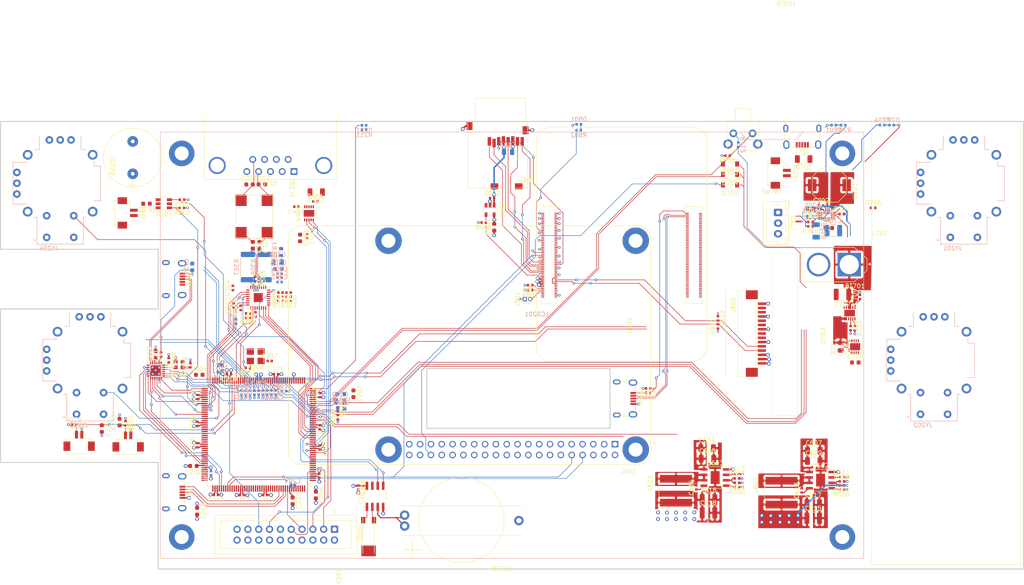
<source format=kicad_pcb>
(kicad_pcb (version 20171130) (host pcbnew "(5.1.10)-1")
  (layers (0 F.Cu signal) (1 gnd power hide) (2 pwr power hide) (31 B.Cu signal) (34 B.Paste user) (35 F.Paste user) (36 B.SilkS user) (37 F.SilkS user) (38 B.Mask user) (39 F.Mask user) (44 Edge.Cuts user))
  (net 0 "")
  (net 1 GND)
  (net 2 "Net-(BT201-Pad1)")
  (net 3 "Net-(BT701-Pad1)")
  (net 4 "Net-(BZ201-Pad1)")
  (net 5 +3V3)
  (net 6 "Net-(C211-Pad2)")
  (net 7 /micro/temp0)
  (net 8 /micro/temp1)
  (net 9 "Net-(C219-Pad1)")
  (net 10 /micro/joy1a)
  (net 11 /micro/joy3a)
  (net 12 /micro/joy1b)
  (net 13 /micro/joy3b)
  (net 14 /micro/joy2a)
  (net 15 /micro/joy4a)
  (net 16 /micro/joy2b)
  (net 17 /micro/joy4b)
  (net 18 "Net-(C232-Pad1)")
  (net 19 "Net-(C233-Pad1)")
  (net 20 "Net-(C301-Pad1)")
  (net 21 "Net-(C302-Pad1)")
  (net 22 "Net-(C303-Pad1)")
  (net 23 "Net-(C310-Pad2)")
  (net 24 "Net-(C310-Pad1)")
  (net 25 "Net-(C311-Pad2)")
  (net 26 "Net-(C311-Pad1)")
  (net 27 +BATT)
  (net 28 +1V8)
  (net 29 "Net-(C611-Pad1)")
  (net 30 "Net-(C612-Pad1)")
  (net 31 "Net-(C613-Pad2)")
  (net 32 "Net-(C613-Pad1)")
  (net 33 "Net-(C614-Pad2)")
  (net 34 "Net-(C614-Pad1)")
  (net 35 +5V)
  (net 36 "Net-(C701-Pad1)")
  (net 37 "Net-(C702-Pad2)")
  (net 38 "Net-(C702-Pad1)")
  (net 39 "Net-(C703-Pad1)")
  (net 40 "Net-(C704-Pad2)")
  (net 41 "Net-(C705-Pad1)")
  (net 42 "Net-(C708-Pad1)")
  (net 43 "Net-(C709-Pad1)")
  (net 44 "Net-(C802-Pad2)")
  (net 45 "Net-(D201-Pad2)")
  (net 46 /micro/led)
  (net 47 "Net-(D301-Pad2)")
  (net 48 "Net-(D301-Pad1)")
  (net 49 "Net-(D302-Pad2)")
  (net 50 "Net-(D302-Pad1)")
  (net 51 "Net-(D303-Pad2)")
  (net 52 "Net-(D303-Pad1)")
  (net 53 "Net-(D701-Pad2)")
  (net 54 "Net-(D701-Pad1)")
  (net 55 "Net-(D702-Pad2)")
  (net 56 "Net-(D702-Pad1)")
  (net 57 /battery/pwr_sw)
  (net 58 "Net-(D703-Pad1)")
  (net 59 /micro/pwr_on)
  (net 60 /pi_pwr_en)
  (net 61 "Net-(D801-Pad1)")
  (net 62 "Net-(J201-Pad4)")
  (net 63 "Net-(J201-Pad3)")
  (net 64 "Net-(J201-Pad2)")
  (net 65 "Net-(J204-Pad1)")
  (net 66 "Net-(J205-Pad4)")
  (net 67 /micro/fs_dp)
  (net 68 /micro/fs_dm)
  (net 69 /micro/fs_vbus)
  (net 70 "Net-(J206-Pad19)")
  (net 71 "Net-(J206-Pad17)")
  (net 72 /micro/nRst)
  (net 73 /micro/jtdo)
  (net 74 "Net-(J206-Pad11)")
  (net 75 /micro/jtck)
  (net 76 /micro/jtms)
  (net 77 /micro/jtdi)
  (net 78 /micro/jntrst)
  (net 79 "Net-(J701-Pad4)")
  (net 80 "Net-(J701-Pad3)")
  (net 81 "Net-(J701-Pad2)")
  (net 82 "Net-(J702-Pad2)")
  (net 83 "Net-(J801-Pad2)")
  (net 84 "Net-(J802-Pad4)")
  (net 85 /RaspberryPI_CM4/usb_d+)
  (net 86 /RaspberryPI_CM4/usb_d-)
  (net 87 "Net-(J802-Pad1)")
  (net 88 /RaspberryPI_CM4/dsi0_dn1)
  (net 89 /RaspberryPI_CM4/dsi0_dp1)
  (net 90 /RaspberryPI_CM4/dsi0_cn)
  (net 91 /RaspberryPI_CM4/dsi0_cp)
  (net 92 /RaspberryPI_CM4/dsi0_dn0)
  (net 93 /RaspberryPI_CM4/dsi0_dp0)
  (net 94 /RaspberryPI_CM4/cd0_scl)
  (net 95 /RaspberryPI_CM4/cd0_sda)
  (net 96 /RaspberryPI_CM4/sd_cd)
  (net 97 /RaspberryPI_CM4/sd_dat1)
  (net 98 /RaspberryPI_CM4/sd_dat0)
  (net 99 /RaspberryPI_CM4/sd_clk)
  (net 100 /RaspberryPI_CM4/sd_cmd)
  (net 101 /RaspberryPI_CM4/sd_dat3)
  (net 102 /RaspberryPI_CM4/sd_dat2)
  (net 103 /RaspberryPI_CM4/dsi1_dn1)
  (net 104 /RaspberryPI_CM4/dsi1_dp1)
  (net 105 /RaspberryPI_CM4/dsi1_cn)
  (net 106 /RaspberryPI_CM4/dsi1_cp)
  (net 107 /RaspberryPI_CM4/dsi1_dn0)
  (net 108 /RaspberryPI_CM4/dsi1_dp0)
  (net 109 "Net-(J901-Pad1)")
  (net 110 "Net-(J901-Pad3)")
  (net 111 "Net-(J901-Pad5)")
  (net 112 "Net-(J901-Pad7)")
  (net 113 "Net-(J901-Pad11)")
  (net 114 /micro/rxd)
  (net 115 "Net-(J901-Pad12)")
  (net 116 "Net-(J901-Pad13)")
  (net 117 "Net-(J901-Pad15)")
  (net 118 "Net-(J901-Pad17)")
  (net 119 "Net-(J901-Pad19)")
  (net 120 "Net-(J901-Pad21)")
  (net 121 "Net-(J901-Pad23)")
  (net 122 "Net-(J901-Pad16)")
  (net 123 "Net-(J901-Pad18)")
  (net 124 "Net-(J901-Pad22)")
  (net 125 "Net-(J901-Pad24)")
  (net 126 "Net-(J901-Pad26)")
  (net 127 "Net-(J901-Pad27)")
  (net 128 "Net-(J901-Pad28)")
  (net 129 "Net-(J901-Pad29)")
  (net 130 "Net-(J901-Pad31)")
  (net 131 "Net-(J901-Pad33)")
  (net 132 "Net-(J901-Pad35)")
  (net 133 "Net-(J901-Pad37)")
  (net 134 "Net-(J901-Pad32)")
  (net 135 "Net-(J901-Pad38)")
  (net 136 "Net-(J901-Pad40)")
  (net 137 /micro/joy1s)
  (net 138 /micro/joy3s)
  (net 139 /micro/joy2s)
  (net 140 /micro/joy4s)
  (net 141 /micro/clk_sda)
  (net 142 /micro/clk_scl)
  (net 143 /battery/sda)
  (net 144 /battery/scl)
  (net 145 "Net-(R207-Pad1)")
  (net 146 "Net-(R208-Pad2)")
  (net 147 /micro/buzzer)
  (net 148 /micro/fan)
  (net 149 /ethernet/crs_dv)
  (net 150 /micro/eth_rx_d1)
  (net 151 /micro/eth_rx_d0)
  (net 152 /micro/eth_mdio)
  (net 153 "Net-(R305-Pad2)")
  (net 154 "Net-(R306-Pad2)")
  (net 155 "Net-(R307-Pad2)")
  (net 156 "Net-(R308-Pad2)")
  (net 157 "Net-(R401-Pad1)")
  (net 158 "Net-(R605-Pad2)")
  (net 159 "Net-(R606-Pad2)")
  (net 160 "Net-(R607-Pad2)")
  (net 161 "Net-(R609-Pad2)")
  (net 162 "Net-(R701-Pad2)")
  (net 163 "Net-(R705-Pad1)")
  (net 164 "Net-(R706-Pad1)")
  (net 165 "Net-(R708-Pad1)")
  (net 166 "Net-(R709-Pad1)")
  (net 167 "Net-(R710-Pad2)")
  (net 168 "Net-(R712-Pad2)")
  (net 169 "Net-(R801-Pad1)")
  (net 170 "Net-(R802-Pad1)")
  (net 171 "Net-(R803-Pad1)")
  (net 172 /RaspberryPI_CM4/sd_pwr_on)
  (net 173 /RaspberryPI_CM4/usb_otg)
  (net 174 "Net-(U201-Pad1)")
  (net 175 "Net-(U201-Pad7)")
  (net 176 /micro/d7)
  (net 177 /micro/d6)
  (net 178 /micro/d5)
  (net 179 /micro/d4)
  (net 180 /micro/clkout)
  (net 181 /micro/d3)
  (net 182 /micro/d2)
  (net 183 /micro/d1)
  (net 184 /micro/d0)
  (net 185 /micro/nxt)
  (net 186 /micro/dir)
  (net 187 /micro/stp)
  (net 188 "Net-(U201-Pad23)")
  (net 189 "Net-(U202-Pad175)")
  (net 190 "Net-(U202-Pad174)")
  (net 191 "Net-(U202-Pad173)")
  (net 192 "Net-(U202-Pad171)")
  (net 193 /battery/alcc)
  (net 194 "Net-(U202-Pad160)")
  (net 195 /micro/eth_tx_d1)
  (net 196 /micro/eth_tx_d0)
  (net 197 "Net-(U202-Pad155)")
  (net 198 /micro/eth_tx_en)
  (net 199 /micro/eth_pwdn_int)
  (net 200 "Net-(U202-Pad152)")
  (net 201 "Net-(U202-Pad151)")
  (net 202 /RS485/RO)
  (net 203 /RS485/DI)
  (net 204 /RS485/DE)
  (net 205 "Net-(U202-Pad145)")
  (net 206 "Net-(U202-Pad144)")
  (net 207 "Net-(U202-Pad143)")
  (net 208 "Net-(U202-Pad142)")
  (net 209 "Net-(U202-Pad141)")
  (net 210 "Net-(U202-Pad140)")
  (net 211 "Net-(U202-Pad139)")
  (net 212 "Net-(U202-Pad134)")
  (net 213 "Net-(U202-Pad133)")
  (net 214 "Net-(U202-Pad132)")
  (net 215 "Net-(U202-Pad131)")
  (net 216 "Net-(U202-Pad130)")
  (net 217 "Net-(U202-Pad129)")
  (net 218 "Net-(U202-Pad128)")
  (net 219 "Net-(U202-Pad121)")
  (net 220 /ethernet/25MHz)
  (net 221 "Net-(U202-Pad118)")
  (net 222 "Net-(U202-Pad117)")
  (net 223 "Net-(U202-Pad116)")
  (net 224 "Net-(U202-Pad115)")
  (net 225 "Net-(U202-Pad112)")
  (net 226 "Net-(U202-Pad111)")
  (net 227 "Net-(U202-Pad110)")
  (net 228 "Net-(U202-Pad109)")
  (net 229 "Net-(U202-Pad108)")
  (net 230 "Net-(U202-Pad107)")
  (net 231 "Net-(U202-Pad106)")
  (net 232 "Net-(U202-Pad99)")
  (net 233 "Net-(U202-Pad98)")
  (net 234 "Net-(U202-Pad95)")
  (net 235 "Net-(U202-Pad94)")
  (net 236 "Net-(U202-Pad89)")
  (net 237 "Net-(U202-Pad88)")
  (net 238 "Net-(U202-Pad87)")
  (net 239 "Net-(U202-Pad86)")
  (net 240 "Net-(U202-Pad85)")
  (net 241 "Net-(U202-Pad84)")
  (net 242 "Net-(U202-Pad83)")
  (net 243 "Net-(U202-Pad78)")
  (net 244 "Net-(U202-Pad77)")
  (net 245 "Net-(U202-Pad76)")
  (net 246 "Net-(U202-Pad75)")
  (net 247 "Net-(U202-Pad74)")
  (net 248 "Net-(U202-Pad73)")
  (net 249 "Net-(U202-Pad70)")
  (net 250 "Net-(U202-Pad69)")
  (net 251 "Net-(U202-Pad68)")
  (net 252 "Net-(U202-Pad67)")
  (net 253 "Net-(U202-Pad66)")
  (net 254 "Net-(U202-Pad65)")
  (net 255 "Net-(U202-Pad64)")
  (net 256 "Net-(U202-Pad63)")
  (net 257 "Net-(U202-Pad60)")
  (net 258 "Net-(U202-Pad59)")
  (net 259 "Net-(U202-Pad58)")
  (net 260 "Net-(U202-Pad50)")
  (net 261 "Net-(U202-Pad46)")
  (net 262 /ethernet/50MHz)
  (net 263 "Net-(U202-Pad40)")
  (net 264 "Net-(U202-Pad38)")
  (net 265 /micro/eth_mdc)
  (net 266 "Net-(U202-Pad30)")
  (net 267 "Net-(U202-Pad18)")
  (net 268 "Net-(U202-Pad12)")
  (net 269 "Net-(U202-Pad11)")
  (net 270 "Net-(U202-Pad9)")
  (net 271 "Net-(U202-Pad8)")
  (net 272 "Net-(U202-Pad7)")
  (net 273 "Net-(U202-Pad5)")
  (net 274 "Net-(U202-Pad4)")
  (net 275 "Net-(U202-Pad3)")
  (net 276 "Net-(U202-Pad2)")
  (net 277 "Net-(U202-Pad1)")
  (net 278 "Net-(U203-Pad7)")
  (net 279 "Net-(U203-Pad2)")
  (net 280 "Net-(U203-Pad1)")
  (net 281 "Net-(U301-Pad32)")
  (net 282 "Net-(U301-Pad27)")
  (net 283 "Net-(U301-Pad26)")
  (net 284 "Net-(U301-Pad22)")
  (net 285 "Net-(U301-Pad20)")
  (net 286 "Net-(U301-Pad14)")
  (net 287 "Net-(U301-Pad13)")
  (net 288 "Net-(U301-Pad9)")
  (net 289 "Net-(U301-Pad8)")
  (net 290 "Net-(U703-Pad8)")
  (net 291 "Net-(U801-Pad200)")
  (net 292 "Net-(U801-Pad199)")
  (net 293 "Net-(U801-Pad196)")
  (net 294 "Net-(U801-Pad195)")
  (net 295 "Net-(U801-Pad194)")
  (net 296 "Net-(U801-Pad193)")
  (net 297 "Net-(U801-Pad190)")
  (net 298 "Net-(U801-Pad188)")
  (net 299 "Net-(U801-Pad184)")
  (net 300 "Net-(U801-Pad182)")
  (net 301 "Net-(U801-Pad178)")
  (net 302 "Net-(U801-Pad176)")
  (net 303 "Net-(U801-Pad172)")
  (net 304 "Net-(U801-Pad170)")
  (net 305 "Net-(U801-Pad166)")
  (net 306 "Net-(U801-Pad164)")
  (net 307 "Net-(U801-Pad160)")
  (net 308 "Net-(U801-Pad158)")
  (net 309 "Net-(U801-Pad154)")
  (net 310 "Net-(U801-Pad153)")
  (net 311 "Net-(U801-Pad152)")
  (net 312 "Net-(U801-Pad151)")
  (net 313 "Net-(U801-Pad149)")
  (net 314 "Net-(U801-Pad148)")
  (net 315 "Net-(U801-Pad147)")
  (net 316 "Net-(U801-Pad146)")
  (net 317 "Net-(U801-Pad145)")
  (net 318 "Net-(U801-Pad143)")
  (net 319 "Net-(U801-Pad142)")
  (net 320 "Net-(U801-Pad141)")
  (net 321 "Net-(U801-Pad140)")
  (net 322 "Net-(U801-Pad139)")
  (net 323 "Net-(U801-Pad136)")
  (net 324 "Net-(U801-Pad135)")
  (net 325 "Net-(U801-Pad134)")
  (net 326 "Net-(U801-Pad133)")
  (net 327 "Net-(U801-Pad130)")
  (net 328 "Net-(U801-Pad129)")
  (net 329 "Net-(U801-Pad128)")
  (net 330 "Net-(U801-Pad127)")
  (net 331 "Net-(U801-Pad124)")
  (net 332 "Net-(U801-Pad123)")
  (net 333 "Net-(U801-Pad122)")
  (net 334 "Net-(U801-Pad121)")
  (net 335 "Net-(U801-Pad118)")
  (net 336 "Net-(U801-Pad117)")
  (net 337 "Net-(U801-Pad116)")
  (net 338 "Net-(U801-Pad115)")
  (net 339 "Net-(U801-Pad112)")
  (net 340 "Net-(U801-Pad111)")
  (net 341 "Net-(U801-Pad110)")
  (net 342 "Net-(U801-Pad109)")
  (net 343 "Net-(U801-Pad106)")
  (net 344 "Net-(U801-Pad104)")
  (net 345 "Net-(U801-Pad102)")
  (net 346 /RaspberryPI_CM4/Pi_nRst)
  (net 347 "Net-(U801-Pad99)")
  (net 348 "Net-(U801-Pad97)")
  (net 349 "Net-(U801-Pad96)")
  (net 350 "Net-(U801-Pad95)")
  (net 351 "Net-(U801-Pad94)")
  (net 352 "Net-(U801-Pad92)")
  (net 353 "Net-(U801-Pad90)")
  (net 354 "Net-(U801-Pad88)")
  (net 355 "Net-(U801-Pad86)")
  (net 356 "Net-(U801-Pad78)")
  (net 357 "Net-(U801-Pad76)")
  (net 358 "Net-(U801-Pad73)")
  (net 359 "Net-(U801-Pad72)")
  (net 360 "Net-(U801-Pad70)")
  (net 361 "Net-(U801-Pad68)")
  (net 362 "Net-(U801-Pad64)")
  (net 363 "Net-(U801-Pad58)")
  (net 364 "Net-(U801-Pad56)")
  (net 365 "Net-(U801-Pad50)")
  (net 366 "Net-(U801-Pad49)")
  (net 367 "Net-(U801-Pad48)")
  (net 368 "Net-(U801-Pad46)")
  (net 369 "Net-(U801-Pad45)")
  (net 370 "Net-(U801-Pad44)")
  (net 371 "Net-(U801-Pad41)")
  (net 372 "Net-(U801-Pad40)")
  (net 373 "Net-(U801-Pad39)")
  (net 374 "Net-(U801-Pad38)")
  (net 375 "Net-(U801-Pad37)")
  (net 376 "Net-(U801-Pad31)")
  (net 377 "Net-(U801-Pad30)")
  (net 378 "Net-(U801-Pad28)")
  (net 379 "Net-(U801-Pad27)")
  (net 380 "Net-(U801-Pad26)")
  (net 381 "Net-(U801-Pad25)")
  (net 382 "Net-(U801-Pad24)")
  (net 383 "Net-(U801-Pad20)")
  (net 384 "Net-(U801-Pad19)")
  (net 385 "Net-(U801-Pad18)")
  (net 386 "Net-(U801-Pad17)")
  (net 387 "Net-(U801-Pad16)")
  (net 388 "Net-(U801-Pad15)")
  (net 389 "Net-(U801-Pad12)")
  (net 390 "Net-(U801-Pad11)")
  (net 391 "Net-(U801-Pad10)")
  (net 392 "Net-(U801-Pad9)")
  (net 393 "Net-(U801-Pad6)")
  (net 394 "Net-(U801-Pad5)")
  (net 395 "Net-(U801-Pad4)")
  (net 396 "Net-(U801-Pad3)")
  (net 397 "Net-(U802-Pad3)")
  (net 398 "Net-(X201-Pad1)")
  (net 399 "Net-(X202-Pad1)")
  (net 400 /RaspberryPI_CM4/rxd)
  (net 401 "Net-(R212-Pad1)")
  (net 402 "Net-(R312-Pad2)")
  (net 403 /eth+)
  (net 404 /eth-)
  (net 405 /485b)
  (net 406 /485a)
  (net 407 "Net-(U801-Pad54)")
  (net 408 "Net-(U801-Pad34)")
  (net 409 "Net-(U202-Pad119)")
  (net 410 "Net-(U202-Pad105)")
  (net 411 "Net-(U202-Pad104)")
  (net 412 "Net-(U202-Pad101)")
  (net 413 "Net-(U202-Pad100)")
  (net 414 "Net-(U202-Pad10)")
  (net 415 "Net-(U801-Pad29)")
  (net 416 "Net-(R711-Pad2)")
  (net 417 /RaspberryPI_CM4/i2c_scl0)
  (net 418 /RaspberryPI_CM4/i2c_sda0)
  (module sub:LCD7 (layer B.Cu) (at 120 52.5 180)
    (fp_text reference LCD201 (at -5.76072 7.27456) (layer B.SilkS) (effects (justify mirror)))
    (fp_text value LCD7)
    (pad 0 thru_hole circle (at -29 -24.5 180) (size 6 6) (drill 3.3) (layers *.Cu *.Mask))
    (pad 0 thru_hole circle (at 29 -24.5 180) (size 6 6) (drill 3.3) (layers *.Cu *.Mask))
    (pad 0 thru_hole circle (at 29 24.5 180) (size 6 6) (drill 3.3) (layers *.Cu *.Mask))
    (pad 0 thru_hole circle (at -29 24.5 180) (size 6 6) (drill 3.3) (layers *.Cu *.Mask))
    (pad 0 thru_hole circle (at 77.5 45 180) (size 6 6) (drill 3.3) (layers *.Cu *.Mask))
    (pad 0 thru_hole circle (at 77.5 -45 180) (size 6 6) (drill 3.3) (layers *.Cu *.Mask))
    (pad 0 thru_hole circle (at -77.5 -45 180) (size 6 6) (drill 3.3) (layers *.Cu *.Mask))
    (pad 0 thru_hole circle (at -77.5 45 180) (size 6 6) (drill 3.3) (layers *.Cu *.Mask))
  )
  (module sub:2SLiPo (layer F.Cu) (at 204.3938 -0.05588)
    (fp_text reference BT601 (at -20.04314 -27.58186) (layer F.SilkS))
    (fp_text value 2SLiPo)
  )
  (module Connector_Dsub:DSUB-9_Male_Horizontal_P2.77x2.84mm_EdgePinOffset9.90mm_Housed_MountingHolesOffset11.32mm (layer F.Cu) (at 68.86194 11.75766 180)
    (fp_text reference J101 (at 5.54 -2.8) (layer F.SilkS))
    (fp_text value DB9_Male_MountingHoles)
    (pad 0 thru_hole circle (at 18.04 1.42 180) (size 4 4) (drill 3.2) (layers *.Cu *.Mask) (net 1 GND))
    (pad 0 thru_hole circle (at -6.96 1.42 180) (size 4 4) (drill 3.2) (layers *.Cu *.Mask) (net 1 GND))
    (pad 9 thru_hole circle (at 9.695 2.84 180) (size 1.6 1.6) (drill 1) (layers *.Cu *.Mask) (net 404 /eth-))
    (pad 8 thru_hole circle (at 6.925 2.84 180) (size 1.6 1.6) (drill 1) (layers *.Cu *.Mask) (net 1 GND))
    (pad 7 thru_hole circle (at 4.155 2.84 180) (size 1.6 1.6) (drill 1) (layers *.Cu *.Mask) (net 27 +BATT))
    (pad 6 thru_hole circle (at 1.385 2.84 180) (size 1.6 1.6) (drill 1) (layers *.Cu *.Mask) (net 406 /485a))
    (pad 5 thru_hole circle (at 11.08 0 180) (size 1.6 1.6) (drill 1) (layers *.Cu *.Mask) (net 1 GND))
    (pad 4 thru_hole circle (at 8.31 0 180) (size 1.6 1.6) (drill 1) (layers *.Cu *.Mask) (net 403 /eth+))
    (pad 3 thru_hole circle (at 5.54 0 180) (size 1.6 1.6) (drill 1) (layers *.Cu *.Mask) (net 1 GND))
    (pad 2 thru_hole circle (at 2.77 0 180) (size 1.6 1.6) (drill 1) (layers *.Cu *.Mask) (net 405 /485b))
    (pad 1 thru_hole rect (at 0 0 180) (size 1.6 1.6) (drill 1) (layers *.Cu *.Mask) (net 1 GND))
  )
  (module sub:evqpf (layer F.Cu) (at 174.17034 4.05638 180)
    (fp_text reference SW701 (at -6.7691 -12.4587) (layer F.SilkS))
    (fp_text value Power)
    (pad 2 thru_hole circle (at 2.25 1.25 180) (size 1.8 1.8) (drill 1) (layers *.Cu *.Mask) (net 168 "Net-(R712-Pad2)"))
    (pad 1 thru_hole circle (at -2.25 1.25 180) (size 1.8 1.8) (drill 1) (layers *.Cu *.Mask) (net 57 /battery/pwr_sw))
    (pad 0 thru_hole circle (at 3.5 -1.25 180) (size 2.2 2.2) (drill 1.3) (layers *.Cu *.Mask))
    (pad 0 thru_hole circle (at -3.5 -1.25 180) (size 2.2 2.2) (drill 1.3) (layers *.Cu *.Mask))
  )
  (module Resistor_SMD:R_0402_1005Metric (layer F.Cu) (at 59.80684 45.29328 90)
    (fp_text reference R312 (at 0 -1.17 90) (layer F.SilkS))
    (fp_text value 50R)
    (pad 2 smd roundrect (at 0.51 0 90) (size 0.54 0.64) (layers F.Cu F.Paste F.Mask) (net 402 "Net-(R312-Pad2)"))
    (pad 1 smd roundrect (at -0.51 0 90) (size 0.54 0.64) (layers F.Cu F.Paste F.Mask) (net 262 /ethernet/50MHz))
  )
  (module Resistor_SMD:R_0402_1005Metric (layer F.Cu) (at 58.02884 57.80278 180)
    (fp_text reference R212 (at 0 -1.17) (layer F.SilkS))
    (fp_text value 50R)
    (pad 2 smd roundrect (at 0.51 0 180) (size 0.54 0.64) (layers F.Cu F.Paste F.Mask) (net 220 /ethernet/25MHz))
    (pad 1 smd roundrect (at -0.51 0 180) (size 0.54 0.64) (layers F.Cu F.Paste F.Mask) (net 401 "Net-(R212-Pad1)"))
  )
  (module Capacitor_SMD:C_0402_1005Metric (layer F.Cu) (at 44.5389 57.21604 90)
    (fp_text reference C239 (at 0 -1.16 90) (layer F.SilkS))
    (fp_text value 0.1uF)
    (pad 2 smd roundrect (at 0.48 0 90) (size 0.56 0.62) (layers F.Cu F.Paste F.Mask) (net 1 GND))
    (pad 1 smd roundrect (at -0.48 0 90) (size 0.56 0.62) (layers F.Cu F.Paste F.Mask) (net 5 +3V3))
  )
  (module Capacitor_SMD:C_0603_1608Metric (layer F.Cu) (at 34.24174 19.30654 180)
    (fp_text reference C238 (at 0 -1.43) (layer F.SilkS))
    (fp_text value 1.0uF)
    (pad 2 smd roundrect (at 0.775 0 180) (size 0.9 0.95) (layers F.Cu F.Paste F.Mask) (net 1 GND))
    (pad 1 smd roundrect (at -0.775 0 180) (size 0.9 0.95) (layers F.Cu F.Paste F.Mask) (net 27 +BATT))
  )
  (module sub:CMJ206T (layer F.Cu) (at 86.3473 97.14992 90)
    (fp_text reference Y201 (at -9.57072 -6.92658 90) (layer F.SilkS))
    (fp_text value Crystal_Small)
    (pad 3 smd rect (at -3.6 0 90) (size 2.5 3.4) (layers F.Cu F.Paste F.Mask))
    (pad 2 smd rect (at 3.6 1.27 90) (size 1.5 1) (layers F.Cu F.Paste F.Mask) (net 279 "Net-(U203-Pad2)"))
    (pad 1 smd rect (at 3.6 -1.27 90) (size 1.5 1) (layers F.Cu F.Paste F.Mask) (net 280 "Net-(U203-Pad1)"))
  )
  (module sub:ASFL1 (layer F.Cu) (at 59.87796 55.08752 180)
    (fp_text reference X202 (at 0 -2.45) (layer F.SilkS))
    (fp_text value 25MHz)
    (pad 4 smd rect (at -1.27 -1.1 180) (size 1.7 1.5) (layers F.Cu F.Paste F.Mask) (net 5 +3V3))
    (pad 3 smd rect (at 1.27 -1.1 180) (size 1.7 1.5) (layers F.Cu F.Paste F.Mask) (net 401 "Net-(R212-Pad1)"))
    (pad 2 smd rect (at 1.27 1.1 180) (size 1.7 1.5) (layers F.Cu F.Paste F.Mask) (net 1 GND))
    (pad 1 smd rect (at -1.27 1.1 180) (size 1.7 1.5) (layers F.Cu F.Paste F.Mask) (net 399 "Net-(X202-Pad1)"))
  )
  (module sub:831056290 (layer F.Cu) (at 41.90492 57.03062 180)
    (fp_text reference X201 (at 0 -2.45) (layer F.SilkS))
    (fp_text value 13MHz)
    (pad 1 smd rect (at -0.85 0.675 180) (size 1 0.85) (layers F.Cu F.Paste F.Mask) (net 398 "Net-(X201-Pad1)"))
    (pad 2 smd rect (at 0.85 0.675 180) (size 1 0.85) (layers F.Cu F.Paste F.Mask) (net 1 GND))
    (pad 3 smd rect (at 0.85 -0.675 180) (size 1 0.85) (layers F.Cu F.Paste F.Mask) (net 188 "Net-(U201-Pad23)"))
    (pad 4 smd rect (at -0.85 -0.675 180) (size 1 0.85) (layers F.Cu F.Paste F.Mask) (net 5 +3V3))
  )
  (module Package_TO_SOT_SMD:SOT-23-5 (layer F.Cu) (at 114.8461 20.77974 270)
    (fp_text reference U802 (at 0 -2.9 90) (layer F.SilkS))
    (fp_text value AP22814AW5)
    (pad 5 smd rect (at 1.1 -0.95 270) (size 1.06 0.65) (layers F.Cu F.Paste F.Mask) (net 5 +3V3))
    (pad 4 smd rect (at 1.1 0.95 270) (size 1.06 0.65) (layers F.Cu F.Paste F.Mask) (net 172 /RaspberryPI_CM4/sd_pwr_on))
    (pad 3 smd rect (at -1.1 0.95 270) (size 1.06 0.65) (layers F.Cu F.Paste F.Mask) (net 397 "Net-(U802-Pad3)"))
    (pad 2 smd rect (at -1.1 0 270) (size 1.06 0.65) (layers F.Cu F.Paste F.Mask) (net 1 GND))
    (pad 1 smd rect (at -1.1 -0.95 270) (size 1.06 0.65) (layers F.Cu F.Paste F.Mask) (net 44 "Net-(C802-Pad2)"))
  )
  (module Module:CM4 (layer F.Cu) (at 145.70964 31.37408)
    (fp_text reference U801 (at 1.88 16.42 270) (layer F.SilkS))
    (fp_text value Compute_Module_4_Connectors)
    (pad 200 smd rect (at 18.5 9.8 270) (size 0.2 0.7) (layers F.Cu F.Paste F.Mask) (net 291 "Net-(U801-Pad200)"))
    (pad 199 smd rect (at 15.42 9.8 270) (size 0.2 0.7) (layers F.Cu F.Paste F.Mask) (net 292 "Net-(U801-Pad199)"))
    (pad 198 smd rect (at 18.5 9.4 270) (size 0.2 0.7) (layers F.Cu F.Paste F.Mask) (net 1 GND))
    (pad 197 smd rect (at 15.42 9.4 270) (size 0.2 0.7) (layers F.Cu F.Paste F.Mask) (net 1 GND))
    (pad 196 smd rect (at 18.5 9 270) (size 0.2 0.7) (layers F.Cu F.Paste F.Mask) (net 293 "Net-(U801-Pad196)"))
    (pad 195 smd rect (at 15.42 9 270) (size 0.2 0.7) (layers F.Cu F.Paste F.Mask) (net 294 "Net-(U801-Pad195)"))
    (pad 194 smd rect (at 18.5 8.6 270) (size 0.2 0.7) (layers F.Cu F.Paste F.Mask) (net 295 "Net-(U801-Pad194)"))
    (pad 193 smd rect (at 15.42 8.6 270) (size 0.2 0.7) (layers F.Cu F.Paste F.Mask) (net 296 "Net-(U801-Pad193)"))
    (pad 192 smd rect (at 18.5 8.2 270) (size 0.2 0.7) (layers F.Cu F.Paste F.Mask) (net 1 GND))
    (pad 191 smd rect (at 15.42 8.2 270) (size 0.2 0.7) (layers F.Cu F.Paste F.Mask) (net 1 GND))
    (pad 190 smd rect (at 18.5 7.8 270) (size 0.2 0.7) (layers F.Cu F.Paste F.Mask) (net 297 "Net-(U801-Pad190)"))
    (pad 189 smd rect (at 15.42 7.8 270) (size 0.2 0.7) (layers F.Cu F.Paste F.Mask) (net 106 /RaspberryPI_CM4/dsi1_cp))
    (pad 188 smd rect (at 18.5 7.4 270) (size 0.2 0.7) (layers F.Cu F.Paste F.Mask) (net 298 "Net-(U801-Pad188)"))
    (pad 187 smd rect (at 15.42 7.4 270) (size 0.2 0.7) (layers F.Cu F.Paste F.Mask) (net 105 /RaspberryPI_CM4/dsi1_cn))
    (pad 186 smd rect (at 18.5 7 270) (size 0.2 0.7) (layers F.Cu F.Paste F.Mask) (net 1 GND))
    (pad 185 smd rect (at 15.42 7 270) (size 0.2 0.7) (layers F.Cu F.Paste F.Mask) (net 1 GND))
    (pad 184 smd rect (at 18.5 6.6 270) (size 0.2 0.7) (layers F.Cu F.Paste F.Mask) (net 299 "Net-(U801-Pad184)"))
    (pad 183 smd rect (at 15.42 6.6 270) (size 0.2 0.7) (layers F.Cu F.Paste F.Mask) (net 104 /RaspberryPI_CM4/dsi1_dp1))
    (pad 182 smd rect (at 18.5 6.2 270) (size 0.2 0.7) (layers F.Cu F.Paste F.Mask) (net 300 "Net-(U801-Pad182)"))
    (pad 181 smd rect (at 15.42 6.2 270) (size 0.2 0.7) (layers F.Cu F.Paste F.Mask) (net 103 /RaspberryPI_CM4/dsi1_dn1))
    (pad 180 smd rect (at 18.5 5.8 270) (size 0.2 0.7) (layers F.Cu F.Paste F.Mask) (net 1 GND))
    (pad 179 smd rect (at 15.42 5.8 270) (size 0.2 0.7) (layers F.Cu F.Paste F.Mask) (net 1 GND))
    (pad 178 smd rect (at 18.5 5.4 270) (size 0.2 0.7) (layers F.Cu F.Paste F.Mask) (net 301 "Net-(U801-Pad178)"))
    (pad 177 smd rect (at 15.42 5.4 270) (size 0.2 0.7) (layers F.Cu F.Paste F.Mask) (net 108 /RaspberryPI_CM4/dsi1_dp0))
    (pad 176 smd rect (at 18.5 5 270) (size 0.2 0.7) (layers F.Cu F.Paste F.Mask) (net 302 "Net-(U801-Pad176)"))
    (pad 175 smd rect (at 15.42 5 270) (size 0.2 0.7) (layers F.Cu F.Paste F.Mask) (net 107 /RaspberryPI_CM4/dsi1_dn0))
    (pad 174 smd rect (at 18.5 4.6 270) (size 0.2 0.7) (layers F.Cu F.Paste F.Mask) (net 1 GND))
    (pad 173 smd rect (at 15.42 4.6 270) (size 0.2 0.7) (layers F.Cu F.Paste F.Mask) (net 1 GND))
    (pad 172 smd rect (at 18.5 4.2 270) (size 0.2 0.7) (layers F.Cu F.Paste F.Mask) (net 303 "Net-(U801-Pad172)"))
    (pad 171 smd rect (at 15.42 4.2 270) (size 0.2 0.7) (layers F.Cu F.Paste F.Mask) (net 91 /RaspberryPI_CM4/dsi0_cp))
    (pad 170 smd rect (at 18.5 3.8 270) (size 0.2 0.7) (layers F.Cu F.Paste F.Mask) (net 304 "Net-(U801-Pad170)"))
    (pad 169 smd rect (at 15.42 3.8 270) (size 0.2 0.7) (layers F.Cu F.Paste F.Mask) (net 90 /RaspberryPI_CM4/dsi0_cn))
    (pad 168 smd rect (at 18.5 3.4 270) (size 0.2 0.7) (layers F.Cu F.Paste F.Mask) (net 1 GND))
    (pad 167 smd rect (at 15.42 3.4 270) (size 0.2 0.7) (layers F.Cu F.Paste F.Mask) (net 1 GND))
    (pad 166 smd rect (at 18.5 3 270) (size 0.2 0.7) (layers F.Cu F.Paste F.Mask) (net 305 "Net-(U801-Pad166)"))
    (pad 165 smd rect (at 15.42 3 270) (size 0.2 0.7) (layers F.Cu F.Paste F.Mask) (net 89 /RaspberryPI_CM4/dsi0_dp1))
    (pad 164 smd rect (at 18.5 2.6 270) (size 0.2 0.7) (layers F.Cu F.Paste F.Mask) (net 306 "Net-(U801-Pad164)"))
    (pad 163 smd rect (at 15.42 2.6 270) (size 0.2 0.7) (layers F.Cu F.Paste F.Mask) (net 88 /RaspberryPI_CM4/dsi0_dn1))
    (pad 162 smd rect (at 18.5 2.2 270) (size 0.2 0.7) (layers F.Cu F.Paste F.Mask) (net 1 GND))
    (pad 161 smd rect (at 15.42 2.2 270) (size 0.2 0.7) (layers F.Cu F.Paste F.Mask) (net 1 GND))
    (pad 160 smd rect (at 18.5 1.8 270) (size 0.2 0.7) (layers F.Cu F.Paste F.Mask) (net 307 "Net-(U801-Pad160)"))
    (pad 159 smd rect (at 15.42 1.8 270) (size 0.2 0.7) (layers F.Cu F.Paste F.Mask) (net 93 /RaspberryPI_CM4/dsi0_dp0))
    (pad 158 smd rect (at 18.5 1.4 270) (size 0.2 0.7) (layers F.Cu F.Paste F.Mask) (net 308 "Net-(U801-Pad158)"))
    (pad 157 smd rect (at 15.42 1.4 270) (size 0.2 0.7) (layers F.Cu F.Paste F.Mask) (net 92 /RaspberryPI_CM4/dsi0_dn0))
    (pad 156 smd rect (at 18.5 1 270) (size 0.2 0.7) (layers F.Cu F.Paste F.Mask) (net 1 GND))
    (pad 155 smd rect (at 15.42 1 270) (size 0.2 0.7) (layers F.Cu F.Paste F.Mask) (net 1 GND))
    (pad 154 smd rect (at 18.5 0.6 270) (size 0.2 0.7) (layers F.Cu F.Paste F.Mask) (net 309 "Net-(U801-Pad154)"))
    (pad 153 smd rect (at 15.42 0.6 270) (size 0.2 0.7) (layers F.Cu F.Paste F.Mask) (net 310 "Net-(U801-Pad153)"))
    (pad 152 smd rect (at 18.5 0.2 270) (size 0.2 0.7) (layers F.Cu F.Paste F.Mask) (net 311 "Net-(U801-Pad152)"))
    (pad 151 smd rect (at 15.42 0.2 270) (size 0.2 0.7) (layers F.Cu F.Paste F.Mask) (net 312 "Net-(U801-Pad151)"))
    (pad 150 smd rect (at 18.5 -0.2 270) (size 0.2 0.7) (layers F.Cu F.Paste F.Mask) (net 1 GND))
    (pad 149 smd rect (at 15.42 -0.2 270) (size 0.2 0.7) (layers F.Cu F.Paste F.Mask) (net 313 "Net-(U801-Pad149)"))
    (pad 148 smd rect (at 18.5 -0.6 270) (size 0.2 0.7) (layers F.Cu F.Paste F.Mask) (net 314 "Net-(U801-Pad148)"))
    (pad 147 smd rect (at 15.42 -0.6 270) (size 0.2 0.7) (layers F.Cu F.Paste F.Mask) (net 315 "Net-(U801-Pad147)"))
    (pad 146 smd rect (at 18.5 -1 270) (size 0.2 0.7) (layers F.Cu F.Paste F.Mask) (net 316 "Net-(U801-Pad146)"))
    (pad 145 smd rect (at 15.42 -1 270) (size 0.2 0.7) (layers F.Cu F.Paste F.Mask) (net 317 "Net-(U801-Pad145)"))
    (pad 144 smd rect (at 18.5 -1.4 270) (size 0.2 0.7) (layers F.Cu F.Paste F.Mask) (net 1 GND))
    (pad 143 smd rect (at 15.42 -1.4 270) (size 0.2 0.7) (layers F.Cu F.Paste F.Mask) (net 318 "Net-(U801-Pad143)"))
    (pad 142 smd rect (at 18.5 -1.8 270) (size 0.2 0.7) (layers F.Cu F.Paste F.Mask) (net 319 "Net-(U801-Pad142)"))
    (pad 141 smd rect (at 15.42 -1.8 270) (size 0.2 0.7) (layers F.Cu F.Paste F.Mask) (net 320 "Net-(U801-Pad141)"))
    (pad 140 smd rect (at 18.5 -2.2 270) (size 0.2 0.7) (layers F.Cu F.Paste F.Mask) (net 321 "Net-(U801-Pad140)"))
    (pad 139 smd rect (at 15.42 -2.2 270) (size 0.2 0.7) (layers F.Cu F.Paste F.Mask) (net 322 "Net-(U801-Pad139)"))
    (pad 138 smd rect (at 18.5 -2.6 270) (size 0.2 0.7) (layers F.Cu F.Paste F.Mask) (net 1 GND))
    (pad 137 smd rect (at 15.42 -2.6 270) (size 0.2 0.7) (layers F.Cu F.Paste F.Mask) (net 1 GND))
    (pad 136 smd rect (at 18.5 -3 270) (size 0.2 0.7) (layers F.Cu F.Paste F.Mask) (net 323 "Net-(U801-Pad136)"))
    (pad 135 smd rect (at 15.42 -3 270) (size 0.2 0.7) (layers F.Cu F.Paste F.Mask) (net 324 "Net-(U801-Pad135)"))
    (pad 134 smd rect (at 18.5 -3.4 270) (size 0.2 0.7) (layers F.Cu F.Paste F.Mask) (net 325 "Net-(U801-Pad134)"))
    (pad 133 smd rect (at 15.42 -3.4 270) (size 0.2 0.7) (layers F.Cu F.Paste F.Mask) (net 326 "Net-(U801-Pad133)"))
    (pad 132 smd rect (at 18.5 -3.8 270) (size 0.2 0.7) (layers F.Cu F.Paste F.Mask) (net 1 GND))
    (pad 131 smd rect (at 15.42 -3.8 270) (size 0.2 0.7) (layers F.Cu F.Paste F.Mask) (net 1 GND))
    (pad 130 smd rect (at 18.5 -4.2 270) (size 0.2 0.7) (layers F.Cu F.Paste F.Mask) (net 327 "Net-(U801-Pad130)"))
    (pad 129 smd rect (at 15.42 -4.2 270) (size 0.2 0.7) (layers F.Cu F.Paste F.Mask) (net 328 "Net-(U801-Pad129)"))
    (pad 128 smd rect (at 18.5 -4.6 270) (size 0.2 0.7) (layers F.Cu F.Paste F.Mask) (net 329 "Net-(U801-Pad128)"))
    (pad 127 smd rect (at 15.42 -4.6 270) (size 0.2 0.7) (layers F.Cu F.Paste F.Mask) (net 330 "Net-(U801-Pad127)"))
    (pad 126 smd rect (at 18.5 -5 270) (size 0.2 0.7) (layers F.Cu F.Paste F.Mask) (net 1 GND))
    (pad 125 smd rect (at 15.42 -5 270) (size 0.2 0.7) (layers F.Cu F.Paste F.Mask) (net 1 GND))
    (pad 124 smd rect (at 18.5 -5.4 270) (size 0.2 0.7) (layers F.Cu F.Paste F.Mask) (net 331 "Net-(U801-Pad124)"))
    (pad 123 smd rect (at 15.42 -5.4 270) (size 0.2 0.7) (layers F.Cu F.Paste F.Mask) (net 332 "Net-(U801-Pad123)"))
    (pad 122 smd rect (at 18.5 -5.8 270) (size 0.2 0.7) (layers F.Cu F.Paste F.Mask) (net 333 "Net-(U801-Pad122)"))
    (pad 121 smd rect (at 15.42 -5.8 270) (size 0.2 0.7) (layers F.Cu F.Paste F.Mask) (net 334 "Net-(U801-Pad121)"))
    (pad 120 smd rect (at 18.5 -6.2 270) (size 0.2 0.7) (layers F.Cu F.Paste F.Mask) (net 1 GND))
    (pad 119 smd rect (at 15.42 -6.2 270) (size 0.2 0.7) (layers F.Cu F.Paste F.Mask) (net 1 GND))
    (pad 118 smd rect (at 18.5 -6.6 270) (size 0.2 0.7) (layers F.Cu F.Paste F.Mask) (net 335 "Net-(U801-Pad118)"))
    (pad 117 smd rect (at 15.42 -6.6 270) (size 0.2 0.7) (layers F.Cu F.Paste F.Mask) (net 336 "Net-(U801-Pad117)"))
    (pad 116 smd rect (at 18.5 -7 270) (size 0.2 0.7) (layers F.Cu F.Paste F.Mask) (net 337 "Net-(U801-Pad116)"))
    (pad 115 smd rect (at 15.42 -7 270) (size 0.2 0.7) (layers F.Cu F.Paste F.Mask) (net 338 "Net-(U801-Pad115)"))
    (pad 114 smd rect (at 18.5 -7.4 270) (size 0.2 0.7) (layers F.Cu F.Paste F.Mask) (net 1 GND))
    (pad 113 smd rect (at 15.42 -7.4 270) (size 0.2 0.7) (layers F.Cu F.Paste F.Mask) (net 1 GND))
    (pad 112 smd rect (at 18.5 -7.8 270) (size 0.2 0.7) (layers F.Cu F.Paste F.Mask) (net 339 "Net-(U801-Pad112)"))
    (pad 111 smd rect (at 15.42 -7.8 270) (size 0.2 0.7) (layers F.Cu F.Paste F.Mask) (net 340 "Net-(U801-Pad111)"))
    (pad 110 smd rect (at 18.5 -8.2 270) (size 0.2 0.7) (layers F.Cu F.Paste F.Mask) (net 341 "Net-(U801-Pad110)"))
    (pad 109 smd rect (at 15.42 -8.2 270) (size 0.2 0.7) (layers F.Cu F.Paste F.Mask) (net 342 "Net-(U801-Pad109)"))
    (pad 108 smd rect (at 18.5 -8.6 270) (size 0.2 0.7) (layers F.Cu F.Paste F.Mask) (net 1 GND))
    (pad 107 smd rect (at 15.42 -8.6 270) (size 0.2 0.7) (layers F.Cu F.Paste F.Mask) (net 1 GND))
    (pad 106 smd rect (at 18.5 -9 270) (size 0.2 0.7) (layers F.Cu F.Paste F.Mask) (net 343 "Net-(U801-Pad106)"))
    (pad 105 smd rect (at 15.42 -9 270) (size 0.2 0.7) (layers F.Cu F.Paste F.Mask) (net 85 /RaspberryPI_CM4/usb_d+))
    (pad 104 smd rect (at 18.5 -9.4 270) (size 0.2 0.7) (layers F.Cu F.Paste F.Mask) (net 344 "Net-(U801-Pad104)"))
    (pad 103 smd rect (at 15.42 -9.4 270) (size 0.2 0.7) (layers F.Cu F.Paste F.Mask) (net 86 /RaspberryPI_CM4/usb_d-))
    (pad 102 smd rect (at 18.5 -9.8 270) (size 0.2 0.7) (layers F.Cu F.Paste F.Mask) (net 345 "Net-(U801-Pad102)"))
    (pad 101 smd rect (at 15.42 -9.8 270) (size 0.2 0.7) (layers F.Cu F.Paste F.Mask) (net 173 /RaspberryPI_CM4/usb_otg))
    (pad 100 smd rect (at -15.42 9.8 270) (size 0.2 0.7) (layers F.Cu F.Paste F.Mask) (net 346 /RaspberryPI_CM4/Pi_nRst))
    (pad 99 smd rect (at -18.5 9.8 270) (size 0.2 0.7) (layers F.Cu F.Paste F.Mask) (net 347 "Net-(U801-Pad99)"))
    (pad 98 smd rect (at -15.42 9.4 270) (size 0.2 0.7) (layers F.Cu F.Paste F.Mask) (net 1 GND))
    (pad 97 smd rect (at -18.5 9.4 270) (size 0.2 0.7) (layers F.Cu F.Paste F.Mask) (net 348 "Net-(U801-Pad97)"))
    (pad 96 smd rect (at -15.42 9 270) (size 0.2 0.7) (layers F.Cu F.Paste F.Mask) (net 349 "Net-(U801-Pad96)"))
    (pad 95 smd rect (at -18.5 9 270) (size 0.2 0.7) (layers F.Cu F.Paste F.Mask) (net 350 "Net-(U801-Pad95)"))
    (pad 94 smd rect (at -15.42 8.6 270) (size 0.2 0.7) (layers F.Cu F.Paste F.Mask) (net 351 "Net-(U801-Pad94)"))
    (pad 93 smd rect (at -18.5 8.6 270) (size 0.2 0.7) (layers F.Cu F.Paste F.Mask) (net 83 "Net-(J801-Pad2)"))
    (pad 92 smd rect (at -15.42 8.2 270) (size 0.2 0.7) (layers F.Cu F.Paste F.Mask) (net 352 "Net-(U801-Pad92)"))
    (pad 91 smd rect (at -18.5 8.2 270) (size 0.2 0.7) (layers F.Cu F.Paste F.Mask) (net 169 "Net-(R801-Pad1)"))
    (pad 90 smd rect (at -15.42 7.8 270) (size 0.2 0.7) (layers F.Cu F.Paste F.Mask) (net 353 "Net-(U801-Pad90)"))
    (pad 89 smd rect (at -18.5 7.8 270) (size 0.2 0.7) (layers F.Cu F.Paste F.Mask) (net 171 "Net-(R803-Pad1)"))
    (pad 88 smd rect (at -15.42 7.4 270) (size 0.2 0.7) (layers F.Cu F.Paste F.Mask) (net 354 "Net-(U801-Pad88)"))
    (pad 87 smd rect (at -18.5 7.4 270) (size 0.2 0.7) (layers F.Cu F.Paste F.Mask) (net 35 +5V))
    (pad 86 smd rect (at -15.42 7 270) (size 0.2 0.7) (layers F.Cu F.Paste F.Mask) (net 355 "Net-(U801-Pad86)"))
    (pad 85 smd rect (at -18.5 7 270) (size 0.2 0.7) (layers F.Cu F.Paste F.Mask) (net 35 +5V))
    (pad 84 smd rect (at -15.42 6.6 270) (size 0.2 0.7) (layers F.Cu F.Paste F.Mask) (net 356 "Net-(U801-Pad78)"))
    (pad 83 smd rect (at -18.5 6.6 270) (size 0.2 0.7) (layers F.Cu F.Paste F.Mask) (net 35 +5V))
    (pad 82 smd rect (at -15.42 6.2 270) (size 0.2 0.7) (layers F.Cu F.Paste F.Mask) (net 418 /RaspberryPI_CM4/i2c_sda0))
    (pad 81 smd rect (at -18.5 6.2 270) (size 0.2 0.7) (layers F.Cu F.Paste F.Mask) (net 35 +5V))
    (pad 80 smd rect (at -15.42 5.8 270) (size 0.2 0.7) (layers F.Cu F.Paste F.Mask) (net 417 /RaspberryPI_CM4/i2c_scl0))
    (pad 79 smd rect (at -18.5 5.8 270) (size 0.2 0.7) (layers F.Cu F.Paste F.Mask) (net 35 +5V))
    (pad 78 smd rect (at -15.42 5.4 270) (size 0.2 0.7) (layers F.Cu F.Paste F.Mask) (net 356 "Net-(U801-Pad78)"))
    (pad 77 smd rect (at -18.5 5.4 270) (size 0.2 0.7) (layers F.Cu F.Paste F.Mask) (net 35 +5V))
    (pad 76 smd rect (at -15.42 5 270) (size 0.2 0.7) (layers F.Cu F.Paste F.Mask) (net 357 "Net-(U801-Pad76)"))
    (pad 75 smd rect (at -18.5 5 270) (size 0.2 0.7) (layers F.Cu F.Paste F.Mask) (net 172 /RaspberryPI_CM4/sd_pwr_on))
    (pad 74 smd rect (at -15.42 4.6 270) (size 0.2 0.7) (layers F.Cu F.Paste F.Mask) (net 1 GND))
    (pad 73 smd rect (at -18.5 4.6 270) (size 0.2 0.7) (layers F.Cu F.Paste F.Mask) (net 358 "Net-(U801-Pad73)"))
    (pad 72 smd rect (at -15.42 4.2 270) (size 0.2 0.7) (layers F.Cu F.Paste F.Mask) (net 359 "Net-(U801-Pad72)"))
    (pad 71 smd rect (at -18.5 4.2 270) (size 0.2 0.7) (layers F.Cu F.Paste F.Mask) (net 1 GND))
    (pad 70 smd rect (at -15.42 3.8 270) (size 0.2 0.7) (layers F.Cu F.Paste F.Mask) (net 360 "Net-(U801-Pad70)"))
    (pad 69 smd rect (at -18.5 3.8 270) (size 0.2 0.7) (layers F.Cu F.Paste F.Mask) (net 102 /RaspberryPI_CM4/sd_dat2))
    (pad 68 smd rect (at -15.42 3.4 270) (size 0.2 0.7) (layers F.Cu F.Paste F.Mask) (net 361 "Net-(U801-Pad68)"))
    (pad 67 smd rect (at -18.5 3.4 270) (size 0.2 0.7) (layers F.Cu F.Paste F.Mask) (net 97 /RaspberryPI_CM4/sd_dat1))
    (pad 66 smd rect (at -15.42 3 270) (size 0.2 0.7) (layers F.Cu F.Paste F.Mask) (net 1 GND))
    (pad 65 smd rect (at -18.5 3 270) (size 0.2 0.7) (layers F.Cu F.Paste F.Mask) (net 1 GND))
    (pad 64 smd rect (at -15.42 2.6 270) (size 0.2 0.7) (layers F.Cu F.Paste F.Mask) (net 362 "Net-(U801-Pad64)"))
    (pad 63 smd rect (at -18.5 2.6 270) (size 0.2 0.7) (layers F.Cu F.Paste F.Mask) (net 98 /RaspberryPI_CM4/sd_dat0))
    (pad 62 smd rect (at -15.42 2.2 270) (size 0.2 0.7) (layers F.Cu F.Paste F.Mask) (net 100 /RaspberryPI_CM4/sd_cmd))
    (pad 61 smd rect (at -18.5 2.2 270) (size 0.2 0.7) (layers F.Cu F.Paste F.Mask) (net 101 /RaspberryPI_CM4/sd_dat3))
    (pad 60 smd rect (at -15.42 1.8 270) (size 0.2 0.7) (layers F.Cu F.Paste F.Mask) (net 1 GND))
    (pad 59 smd rect (at -18.5 1.8 270) (size 0.2 0.7) (layers F.Cu F.Paste F.Mask) (net 1 GND))
    (pad 58 smd rect (at -15.42 1.4 270) (size 0.2 0.7) (layers F.Cu F.Paste F.Mask) (net 363 "Net-(U801-Pad58)"))
    (pad 57 smd rect (at -18.5 1.4 270) (size 0.2 0.7) (layers F.Cu F.Paste F.Mask) (net 99 /RaspberryPI_CM4/sd_clk))
    (pad 56 smd rect (at -15.42 1 270) (size 0.2 0.7) (layers F.Cu F.Paste F.Mask) (net 364 "Net-(U801-Pad56)"))
    (pad 55 smd rect (at -18.5 1 270) (size 0.2 0.7) (layers F.Cu F.Paste F.Mask) (net 114 /micro/rxd))
    (pad 54 smd rect (at -15.42 0.6 270) (size 0.2 0.7) (layers F.Cu F.Paste F.Mask) (net 407 "Net-(U801-Pad54)"))
    (pad 53 smd rect (at -18.5 0.6 270) (size 0.2 0.7) (layers F.Cu F.Paste F.Mask) (net 1 GND))
    (pad 52 smd rect (at -15.42 0.2 270) (size 0.2 0.7) (layers F.Cu F.Paste F.Mask) (net 1 GND))
    (pad 51 smd rect (at -18.5 0.2 270) (size 0.2 0.7) (layers F.Cu F.Paste F.Mask) (net 400 /RaspberryPI_CM4/rxd))
    (pad 50 smd rect (at -15.42 -0.2 270) (size 0.2 0.7) (layers F.Cu F.Paste F.Mask) (net 365 "Net-(U801-Pad50)"))
    (pad 49 smd rect (at -18.5 -0.2 270) (size 0.2 0.7) (layers F.Cu F.Paste F.Mask) (net 366 "Net-(U801-Pad49)"))
    (pad 48 smd rect (at -15.42 -0.6 270) (size 0.2 0.7) (layers F.Cu F.Paste F.Mask) (net 367 "Net-(U801-Pad48)"))
    (pad 47 smd rect (at -18.5 -0.6 270) (size 0.2 0.7) (layers F.Cu F.Paste F.Mask) (net 60 /pi_pwr_en))
    (pad 46 smd rect (at -15.42 -1 270) (size 0.2 0.7) (layers F.Cu F.Paste F.Mask) (net 368 "Net-(U801-Pad46)"))
    (pad 45 smd rect (at -18.5 -1 270) (size 0.2 0.7) (layers F.Cu F.Paste F.Mask) (net 369 "Net-(U801-Pad45)"))
    (pad 44 smd rect (at -15.42 -1.4 270) (size 0.2 0.7) (layers F.Cu F.Paste F.Mask) (net 370 "Net-(U801-Pad44)"))
    (pad 43 smd rect (at -18.5 -1.4 270) (size 0.2 0.7) (layers F.Cu F.Paste F.Mask) (net 1 GND))
    (pad 42 smd rect (at -15.42 -1.8 270) (size 0.2 0.7) (layers F.Cu F.Paste F.Mask) (net 1 GND))
    (pad 41 smd rect (at -18.5 -1.8 270) (size 0.2 0.7) (layers F.Cu F.Paste F.Mask) (net 371 "Net-(U801-Pad41)"))
    (pad 40 smd rect (at -15.42 -2.2 270) (size 0.2 0.7) (layers F.Cu F.Paste F.Mask) (net 372 "Net-(U801-Pad40)"))
    (pad 39 smd rect (at -18.5 -2.2 270) (size 0.2 0.7) (layers F.Cu F.Paste F.Mask) (net 373 "Net-(U801-Pad39)"))
    (pad 38 smd rect (at -15.42 -2.6 270) (size 0.2 0.7) (layers F.Cu F.Paste F.Mask) (net 374 "Net-(U801-Pad38)"))
    (pad 37 smd rect (at -18.5 -2.6 270) (size 0.2 0.7) (layers F.Cu F.Paste F.Mask) (net 375 "Net-(U801-Pad37)"))
    (pad 36 smd rect (at -15.42 -3 270) (size 0.2 0.7) (layers F.Cu F.Paste F.Mask) (net 95 /RaspberryPI_CM4/cd0_sda))
    (pad 35 smd rect (at -18.5 -3 270) (size 0.2 0.7) (layers F.Cu F.Paste F.Mask) (net 94 /RaspberryPI_CM4/cd0_scl))
    (pad 34 smd rect (at -15.42 -3.4 270) (size 0.2 0.7) (layers F.Cu F.Paste F.Mask) (net 408 "Net-(U801-Pad34)"))
    (pad 33 smd rect (at -18.5 -3.4 270) (size 0.2 0.7) (layers F.Cu F.Paste F.Mask) (net 1 GND))
    (pad 32 smd rect (at -15.42 -3.8 270) (size 0.2 0.7) (layers F.Cu F.Paste F.Mask) (net 1 GND))
    (pad 31 smd rect (at -18.5 -3.8 270) (size 0.2 0.7) (layers F.Cu F.Paste F.Mask) (net 376 "Net-(U801-Pad31)"))
    (pad 30 smd rect (at -15.42 -4.2 270) (size 0.2 0.7) (layers F.Cu F.Paste F.Mask) (net 377 "Net-(U801-Pad30)"))
    (pad 29 smd rect (at -18.5 -4.2 270) (size 0.2 0.7) (layers F.Cu F.Paste F.Mask) (net 415 "Net-(U801-Pad29)"))
    (pad 28 smd rect (at -15.42 -4.6 270) (size 0.2 0.7) (layers F.Cu F.Paste F.Mask) (net 378 "Net-(U801-Pad28)"))
    (pad 27 smd rect (at -18.5 -4.6 270) (size 0.2 0.7) (layers F.Cu F.Paste F.Mask) (net 379 "Net-(U801-Pad27)"))
    (pad 26 smd rect (at -15.42 -5 270) (size 0.2 0.7) (layers F.Cu F.Paste F.Mask) (net 380 "Net-(U801-Pad26)"))
    (pad 25 smd rect (at -18.5 -5 270) (size 0.2 0.7) (layers F.Cu F.Paste F.Mask) (net 381 "Net-(U801-Pad25)"))
    (pad 24 smd rect (at -15.42 -5.4 270) (size 0.2 0.7) (layers F.Cu F.Paste F.Mask) (net 382 "Net-(U801-Pad24)"))
    (pad 23 smd rect (at -18.5 -5.4 270) (size 0.2 0.7) (layers F.Cu F.Paste F.Mask) (net 1 GND))
    (pad 22 smd rect (at -15.42 -5.8 270) (size 0.2 0.7) (layers F.Cu F.Paste F.Mask) (net 1 GND))
    (pad 21 smd rect (at -18.5 -5.8 270) (size 0.2 0.7) (layers F.Cu F.Paste F.Mask) (net 170 "Net-(R802-Pad1)"))
    (pad 20 smd rect (at -15.42 -6.2 270) (size 0.2 0.7) (layers F.Cu F.Paste F.Mask) (net 383 "Net-(U801-Pad20)"))
    (pad 19 smd rect (at -18.5 -6.2 270) (size 0.2 0.7) (layers F.Cu F.Paste F.Mask) (net 384 "Net-(U801-Pad19)"))
    (pad 18 smd rect (at -15.42 -6.6 270) (size 0.2 0.7) (layers F.Cu F.Paste F.Mask) (net 385 "Net-(U801-Pad18)"))
    (pad 17 smd rect (at -18.5 -6.6 270) (size 0.2 0.7) (layers F.Cu F.Paste F.Mask) (net 386 "Net-(U801-Pad17)"))
    (pad 16 smd rect (at -15.42 -7 270) (size 0.2 0.7) (layers F.Cu F.Paste F.Mask) (net 387 "Net-(U801-Pad16)"))
    (pad 15 smd rect (at -18.5 -7 270) (size 0.2 0.7) (layers F.Cu F.Paste F.Mask) (net 388 "Net-(U801-Pad15)"))
    (pad 14 smd rect (at -15.42 -7.4 270) (size 0.2 0.7) (layers F.Cu F.Paste F.Mask) (net 1 GND))
    (pad 13 smd rect (at -18.5 -7.4 270) (size 0.2 0.7) (layers F.Cu F.Paste F.Mask) (net 1 GND))
    (pad 12 smd rect (at -15.42 -7.8 270) (size 0.2 0.7) (layers F.Cu F.Paste F.Mask) (net 389 "Net-(U801-Pad12)"))
    (pad 11 smd rect (at -18.5 -7.8 270) (size 0.2 0.7) (layers F.Cu F.Paste F.Mask) (net 390 "Net-(U801-Pad11)"))
    (pad 10 smd rect (at -15.42 -8.2 270) (size 0.2 0.7) (layers F.Cu F.Paste F.Mask) (net 391 "Net-(U801-Pad10)"))
    (pad 9 smd rect (at -18.5 -8.2 270) (size 0.2 0.7) (layers F.Cu F.Paste F.Mask) (net 392 "Net-(U801-Pad9)"))
    (pad 8 smd rect (at -15.42 -8.6 270) (size 0.2 0.7) (layers F.Cu F.Paste F.Mask) (net 1 GND))
    (pad 7 smd rect (at -18.5 -8.6 270) (size 0.2 0.7) (layers F.Cu F.Paste F.Mask) (net 1 GND))
    (pad 6 smd rect (at -15.42 -9 270) (size 0.2 0.7) (layers F.Cu F.Paste F.Mask) (net 393 "Net-(U801-Pad6)"))
    (pad 5 smd rect (at -18.5 -9 270) (size 0.2 0.7) (layers F.Cu F.Paste F.Mask) (net 394 "Net-(U801-Pad5)"))
    (pad 4 smd rect (at -15.42 -9.4 270) (size 0.2 0.7) (layers F.Cu F.Paste F.Mask) (net 395 "Net-(U801-Pad4)"))
    (pad 3 smd rect (at -18.5 -9.4 270) (size 0.2 0.7) (layers F.Cu F.Paste F.Mask) (net 396 "Net-(U801-Pad3)"))
    (pad 2 smd rect (at -15.42 -9.8 270) (size 0.2 0.7) (layers F.Cu F.Paste F.Mask) (net 1 GND))
    (pad 1 smd rect (at -18.5 -9.8 270) (size 0.2 0.7) (layers F.Cu F.Paste F.Mask) (net 1 GND))
    (pad "" np_thru_hole circle (at 16.5 -26.5) (size 2.7 2.7) (drill 2.7) (layers *.Cu *.Mask) (clearance 1.7))
    (pad "" np_thru_hole circle (at -16.5 21.5) (size 2.7 2.7) (drill 2.7) (layers *.Cu *.Mask) (clearance 1.7))
    (pad "" np_thru_hole circle (at 16.5 21.5) (size 2.7 2.7) (drill 2.7) (layers *.Cu *.Mask) (clearance 1.7))
    (pad "" np_thru_hole circle (at -16.5 -26.5) (size 2.7 2.7) (drill 2.7) (layers *.Cu *.Mask) (clearance 1.7))
  )
  (module sub:DFN3x3-12L (layer F.Cu) (at 199.20204 44.96054 90)
    (fp_text reference U703 (at -5.36702 -6.26618 90) (layer F.SilkS))
    (fp_text value AOZ13984DI-02)
    (pad 9 smd rect (at 1.32 0.125 90) (size 0.75 0.5) (layers F.Cu F.Paste F.Mask) (net 3 "Net-(BT701-Pad1)"))
    (pad 12 smd rect (at 1.32 -1.25 90) (size 0.75 0.25) (layers F.Cu F.Paste F.Mask))
    (pad 8 smd rect (at 1.32 0.75 90) (size 0.75 0.25) (layers F.Cu F.Paste F.Mask) (net 290 "Net-(U703-Pad8)"))
    (pad 4 smd rect (at -1.32 0.25 90) (size 0.75 0.25) (layers F.Cu F.Paste F.Mask) (net 42 "Net-(C708-Pad1)"))
    (pad 1 smd rect (at -1.32 -1.125 90) (size 0.75 0.5) (layers F.Cu F.Paste F.Mask) (net 416 "Net-(R711-Pad2)"))
    (pad 11 smd rect (at 1.32 -0.75 90) (size 0.75 0.25) (layers F.Cu F.Paste F.Mask))
    (pad 2 smd rect (at -1.32 -0.75 90) (size 0.75 0.25) (layers F.Cu F.Paste F.Mask) (net 416 "Net-(R711-Pad2)"))
    (pad 5 smd rect (at -1.32 0.75 90) (size 0.75 0.25) (layers F.Cu F.Paste F.Mask) (net 58 "Net-(D703-Pad1)"))
    (pad 7 smd rect (at 1.32 1.25 90) (size 0.75 0.25) (layers F.Cu F.Paste F.Mask) (net 43 "Net-(C709-Pad1)"))
    (pad 3 smd rect (at -1.32 -0.25 90) (size 0.75 0.25) (layers F.Cu F.Paste F.Mask))
    (pad 13 smd rect (at 0 0 90) (size 1.5 2.5) (layers F.Cu F.Mask))
    (pad 6 smd rect (at -1.32 1.25 90) (size 0.75 0.25) (layers F.Cu F.Paste F.Mask) (net 1 GND))
    (pad 10 smd rect (at 1.32 -0.25 90) (size 0.75 0.25) (layers F.Cu F.Paste F.Mask) (net 3 "Net-(BT701-Pad1)"))
  )
  (module Package_DFN_QFN:DFN-8-1EP_3x3mm_P0.5mm_EP1.66x2.38mm (layer F.Cu) (at 200.4949 52.8574 90)
    (fp_text reference U702 (at 0 -2.55 90) (layer F.SilkS))
    (fp_text value LTC2943)
    (pad 9 smd rect (at 0 0 90) (size 1.66 2.38) (layers F.Cu F.Mask) (net 1 GND))
    (pad 8 smd rect (at 1.4 -0.75 90) (size 0.7 0.25) (layers F.Cu F.Paste F.Mask) (net 416 "Net-(R711-Pad2)"))
    (pad 7 smd rect (at 1.4 -0.25 90) (size 0.7 0.25) (layers F.Cu F.Paste F.Mask) (net 1 GND))
    (pad 6 smd rect (at 1.4 0.25 90) (size 0.7 0.25) (layers F.Cu F.Paste F.Mask) (net 193 /battery/alcc))
    (pad 5 smd rect (at 1.4 0.75 90) (size 0.7 0.25) (layers F.Cu F.Paste F.Mask) (net 143 /battery/sda))
    (pad 4 smd rect (at -1.4 0.75 90) (size 0.7 0.25) (layers F.Cu F.Paste F.Mask) (net 144 /battery/scl))
    (pad 3 smd rect (at -1.4 0.25 90) (size 0.7 0.25) (layers F.Cu F.Paste F.Mask) (net 1 GND))
    (pad 2 smd rect (at -1.4 -0.25 90) (size 0.7 0.25) (layers F.Cu F.Paste F.Mask) (net 1 GND))
    (pad 1 smd rect (at -1.4 -0.75 90) (size 0.7 0.25) (layers F.Cu F.Paste F.Mask) (net 27 +BATT))
  )
  (module sub:QFN-18 (layer F.Cu) (at 193.78864 22.13356 270)
    (fp_text reference U701 (at -5.83184 -6.66242 90) (layer F.SilkS))
    (fp_text value MP2672A)
    (pad 1 smd rect (at -0.85 -0.6 270) (size 1 0.2) (layers F.Cu F.Paste F.Mask) (net 36 "Net-(C701-Pad1)"))
    (pad 2 smd rect (at -0.85 -0.2 270) (size 1 0.2) (layers F.Cu F.Paste F.Mask) (net 38 "Net-(C702-Pad1)"))
    (pad 3 smd rect (at -0.85 0.2 270) (size 1 0.2) (layers F.Cu F.Paste F.Mask) (net 37 "Net-(C702-Pad2)"))
    (pad 4 smd rect (at -0.85 0.6 270) (size 1 0.2) (layers F.Cu F.Paste F.Mask) (net 41 "Net-(C705-Pad1)"))
    (pad 5 smd rect (at -0.8 1.45) (size 1 0.2) (layers F.Cu F.Paste F.Mask) (net 163 "Net-(R705-Pad1)"))
    (pad 6 smd rect (at -0.4 1.45) (size 1 0.2) (layers F.Cu F.Paste F.Mask) (net 1 GND))
    (pad 7 smd rect (at 0 1.45) (size 1 0.2) (layers F.Cu F.Paste F.Mask) (net 162 "Net-(R701-Pad2)"))
    (pad 8 smd rect (at 0.4 1.45) (size 1 0.2) (layers F.Cu F.Paste F.Mask) (net 165 "Net-(R708-Pad1)"))
    (pad 9 smd rect (at 0.8 1.45) (size 1 0.2) (layers F.Cu F.Paste F.Mask) (net 167 "Net-(R710-Pad2)"))
    (pad 10 smd rect (at 0.85 0.6 270) (size 1 0.2) (layers F.Cu F.Paste F.Mask) (net 40 "Net-(C704-Pad2)"))
    (pad 11 smd rect (at 0.85 0.2 270) (size 1 0.2) (layers F.Cu F.Paste F.Mask) (net 39 "Net-(C703-Pad1)"))
    (pad 12 smd rect (at 0.85 -0.2 270) (size 1 0.2) (layers F.Cu F.Paste F.Mask) (net 38 "Net-(C702-Pad1)"))
    (pad 13 smd rect (at 0.85 -0.6 270) (size 1 0.2) (layers F.Cu F.Paste F.Mask) (net 1 GND))
    (pad 14 smd rect (at 0.8 -1.45) (size 1 0.2) (layers F.Cu F.Paste F.Mask) (net 144 /battery/scl))
    (pad 18 smd rect (at -0.8 -1.45) (size 1 0.2) (layers F.Cu F.Paste F.Mask) (net 54 "Net-(D701-Pad1)"))
    (pad 15 smd rect (at 0.4 -1.45) (size 1 0.2) (layers F.Cu F.Paste F.Mask) (net 143 /battery/sda))
    (pad 16 smd rect (at 0 -1.45) (size 1 0.2) (layers F.Cu F.Paste F.Mask) (net 56 "Net-(D702-Pad1)"))
    (pad 17 smd rect (at -0.4 -1.45) (size 1 0.2) (layers F.Cu F.Paste F.Mask) (net 164 "Net-(R706-Pad1)"))
  )
  (module sub:SOP-EP-8_3.9x4.9mm_P1.27mm (layer F.Cu) (at 167.65524 83.54822)
    (fp_text reference U603 (at 0 -3.4) (layer F.SilkS))
    (fp_text value RT7263A)
    (pad 8 smd roundrect (at 2.625 -1.905) (size 1.65 0.6) (layers F.Cu F.Paste F.Mask) (net 1 GND))
    (pad 7 smd roundrect (at 2.625 -0.635) (size 1.65 0.6) (layers F.Cu F.Paste F.Mask) (net 30 "Net-(C612-Pad1)"))
    (pad 6 smd roundrect (at 2.625 0.635) (size 1.65 0.6) (layers F.Cu F.Paste F.Mask) (net 161 "Net-(R609-Pad2)"))
    (pad 5 smd roundrect (at 2.625 1.905) (size 1.65 0.6) (layers F.Cu F.Paste F.Mask) (net 159 "Net-(R606-Pad2)"))
    (pad 4 smd roundrect (at -2.625 1.905) (size 1.65 0.6) (layers F.Cu F.Paste F.Mask) (net 34 "Net-(C614-Pad1)"))
    (pad 3 smd roundrect (at -2.625 0.635) (size 1.65 0.6) (layers F.Cu F.Paste F.Mask) (net 33 "Net-(C614-Pad2)"))
    (pad 2 smd roundrect (at -2.625 -0.635) (size 1.65 0.6) (layers F.Cu F.Paste F.Mask) (net 33 "Net-(C614-Pad2)"))
    (pad 1 smd roundrect (at -2.625 -1.905) (size 1.65 0.6) (layers F.Cu F.Paste F.Mask) (net 27 +BATT))
    (pad 9 smd rect (at 0 0) (size 2.1 3) (layers F.Cu F.Paste F.Mask) (net 1 GND))
  )
  (module sub:SOP-EP-8_3.9x4.9mm_P1.27mm (layer F.Cu) (at 192.3923 84.15782)
    (fp_text reference U602 (at 0 -3.4) (layer F.SilkS))
    (fp_text value RT7263A)
    (pad 8 smd roundrect (at 2.625 -1.905) (size 1.65 0.6) (layers F.Cu F.Paste F.Mask) (net 1 GND))
    (pad 7 smd roundrect (at 2.625 -0.635) (size 1.65 0.6) (layers F.Cu F.Paste F.Mask) (net 29 "Net-(C611-Pad1)"))
    (pad 6 smd roundrect (at 2.625 0.635) (size 1.65 0.6) (layers F.Cu F.Paste F.Mask) (net 160 "Net-(R607-Pad2)"))
    (pad 5 smd roundrect (at 2.625 1.905) (size 1.65 0.6) (layers F.Cu F.Paste F.Mask) (net 158 "Net-(R605-Pad2)"))
    (pad 4 smd roundrect (at -2.625 1.905) (size 1.65 0.6) (layers F.Cu F.Paste F.Mask) (net 32 "Net-(C613-Pad1)"))
    (pad 3 smd roundrect (at -2.625 0.635) (size 1.65 0.6) (layers F.Cu F.Paste F.Mask) (net 31 "Net-(C613-Pad2)"))
    (pad 2 smd roundrect (at -2.625 -0.635) (size 1.65 0.6) (layers F.Cu F.Paste F.Mask) (net 31 "Net-(C613-Pad2)"))
    (pad 1 smd roundrect (at -2.625 -1.905) (size 1.65 0.6) (layers F.Cu F.Paste F.Mask) (net 27 +BATT))
    (pad 9 smd rect (at 0 0) (size 2.1 3) (layers F.Cu F.Paste F.Mask) (net 1 GND))
  )
  (module Package_DFN_QFN:DFN-10-1EP_3x3mm_P0.5mm_EP1.55x2.48mm (layer F.Cu) (at 72.36462 21.566379 90)
    (fp_text reference U401 (at 0 -2.575 90) (layer F.SilkS))
    (fp_text value MAX22500E)
    (pad 11 smd rect (at 0 0 90) (size 1.55 2.48) (layers F.Cu F.Mask) (net 1 GND))
    (pad 10 smd rect (at 1.55 -1 90) (size 0.65 0.3) (layers F.Cu F.Paste F.Mask) (net 5 +3V3))
    (pad 9 smd rect (at 1.55 -0.5 90) (size 0.65 0.3) (layers F.Cu F.Paste F.Mask) (net 405 /485b))
    (pad 8 smd rect (at 1.55 0 90) (size 0.65 0.3) (layers F.Cu F.Paste F.Mask) (net 406 /485a))
    (pad 7 smd rect (at 1.55 0.5 90) (size 0.65 0.3) (layers F.Cu F.Paste F.Mask) (net 1 GND))
    (pad 6 smd rect (at 1.55 1 90) (size 0.65 0.3) (layers F.Cu F.Paste F.Mask) (net 157 "Net-(R401-Pad1)"))
    (pad 5 smd rect (at -1.55 1 90) (size 0.65 0.3) (layers F.Cu F.Paste F.Mask) (net 203 /RS485/DI))
    (pad 4 smd rect (at -1.55 0.5 90) (size 0.65 0.3) (layers F.Cu F.Paste F.Mask) (net 204 /RS485/DE))
    (pad 3 smd rect (at -1.55 0 90) (size 0.65 0.3) (layers F.Cu F.Paste F.Mask) (net 204 /RS485/DE))
    (pad 2 smd rect (at -1.55 -0.5 90) (size 0.65 0.3) (layers F.Cu F.Paste F.Mask) (net 202 /RS485/RO))
    (pad 1 smd rect (at -1.55 -1 90) (size 0.65 0.3) (layers F.Cu F.Paste F.Mask) (net 5 +3V3))
  )
  (module Package_DFN_QFN:TQFN-32-1EP_5x5mm_P0.5mm_EP2.1x2.1mm (layer F.Cu) (at 60.452 41.32072 270)
    (fp_text reference U301 (at 0 -3.8 90) (layer F.SilkS))
    (fp_text value DP83TD510E)
    (pad 33 smd rect (at 0 0 270) (size 2.1 2.1) (layers F.Cu F.Mask) (net 1 GND))
    (pad 32 smd custom (at -1.75 -2.4375 270) (size 0.18636 0.18636) (layers F.Cu F.Paste F.Mask) (net 281 "Net-(U301-Pad32)") (options (clearance outline) (anchor circle)) (primitives (gr_poly (pts (xy -0.0625 -0.35) (xy 0.0625 -0.35) (xy 0.0625 0.35) (xy -0.009112 0.35) (xy -0.0625 0.296612)) (width 0.125))))
    (pad 31 smd roundrect (at -1.25 -2.4375 270) (size 0.25 0.825) (layers F.Cu F.Paste F.Mask) (net 72 /micro/nRst))
    (pad 30 smd roundrect (at -0.75 -2.4375 270) (size 0.25 0.825) (layers F.Cu F.Paste F.Mask) (net 49 "Net-(D302-Pad2)"))
    (pad 29 smd roundrect (at -0.25 -2.4375 270) (size 0.25 0.825) (layers F.Cu F.Paste F.Mask) (net 47 "Net-(D301-Pad2)"))
    (pad 28 smd roundrect (at 0.25 -2.4375 270) (size 0.25 0.825) (layers F.Cu F.Paste F.Mask) (net 51 "Net-(D303-Pad2)"))
    (pad 27 smd roundrect (at 0.75 -2.4375 270) (size 0.25 0.825) (layers F.Cu F.Paste F.Mask) (net 282 "Net-(U301-Pad27)"))
    (pad 26 smd roundrect (at 1.25 -2.4375 270) (size 0.25 0.825) (layers F.Cu F.Paste F.Mask) (net 283 "Net-(U301-Pad26)"))
    (pad 25 smd custom (at 1.75 -2.4375 270) (size 0.18636 0.18636) (layers F.Cu F.Paste F.Mask) (net 195 /micro/eth_tx_d1) (options (clearance outline) (anchor circle)) (primitives (gr_poly (pts (xy -0.0625 -0.35) (xy 0.0625 -0.35) (xy 0.0625 0.296612) (xy 0.009112 0.35) (xy -0.0625 0.35)) (width 0.125))))
    (pad 24 smd custom (at 2.4375 -1.75 270) (size 0.18636 0.18636) (layers F.Cu F.Paste F.Mask) (net 196 /micro/eth_tx_d0) (options (clearance outline) (anchor circle)) (primitives (gr_poly (pts (xy -0.35 -0.009112) (xy -0.296612 -0.0625) (xy 0.35 -0.0625) (xy 0.35 0.0625) (xy -0.35 0.0625)) (width 0.125))))
    (pad 23 smd roundrect (at 2.4375 -1.25 270) (size 0.825 0.25) (layers F.Cu F.Paste F.Mask) (net 198 /micro/eth_tx_en))
    (pad 22 smd roundrect (at 2.4375 -0.75 270) (size 0.825 0.25) (layers F.Cu F.Paste F.Mask) (net 284 "Net-(U301-Pad22)"))
    (pad 21 smd roundrect (at 2.4375 -0.25 270) (size 0.825 0.25) (layers F.Cu F.Paste F.Mask) (net 199 /micro/eth_pwdn_int))
    (pad 20 smd roundrect (at 2.4375 0.25 270) (size 0.825 0.25) (layers F.Cu F.Paste F.Mask) (net 285 "Net-(U301-Pad20)"))
    (pad 19 smd roundrect (at 2.4375 0.75 270) (size 0.825 0.25) (layers F.Cu F.Paste F.Mask) (net 402 "Net-(R312-Pad2)"))
    (pad 18 smd roundrect (at 2.4375 1.25 270) (size 0.825 0.25) (layers F.Cu F.Paste F.Mask) (net 149 /ethernet/crs_dv))
    (pad 17 smd custom (at 2.4375 1.75 270) (size 0.18636 0.18636) (layers F.Cu F.Paste F.Mask) (net 22 "Net-(C303-Pad1)") (options (clearance outline) (anchor circle)) (primitives (gr_poly (pts (xy -0.35 -0.0625) (xy 0.35 -0.0625) (xy 0.35 0.0625) (xy -0.296612 0.0625) (xy -0.35 0.009112)) (width 0.125))))
    (pad 16 smd custom (at 1.75 2.4375 270) (size 0.18636 0.18636) (layers F.Cu F.Paste F.Mask) (net 151 /micro/eth_rx_d0) (options (clearance outline) (anchor circle)) (primitives (gr_poly (pts (xy -0.0625 -0.35) (xy 0.009112 -0.35) (xy 0.0625 -0.296612) (xy 0.0625 0.35) (xy -0.0625 0.35)) (width 0.125))))
    (pad 15 smd roundrect (at 1.25 2.4375 270) (size 0.25 0.825) (layers F.Cu F.Paste F.Mask) (net 150 /micro/eth_rx_d1))
    (pad 14 smd roundrect (at 0.75 2.4375 270) (size 0.25 0.825) (layers F.Cu F.Paste F.Mask) (net 286 "Net-(U301-Pad14)"))
    (pad 13 smd roundrect (at 0.25 2.4375 270) (size 0.25 0.825) (layers F.Cu F.Paste F.Mask) (net 287 "Net-(U301-Pad13)"))
    (pad 12 smd roundrect (at -0.25 2.4375 270) (size 0.25 0.825) (layers F.Cu F.Paste F.Mask) (net 265 /micro/eth_mdc))
    (pad 11 smd roundrect (at -0.75 2.4375 270) (size 0.25 0.825) (layers F.Cu F.Paste F.Mask) (net 152 /micro/eth_mdio))
    (pad 10 smd roundrect (at -1.25 2.4375 270) (size 0.25 0.825) (layers F.Cu F.Paste F.Mask) (net 220 /ethernet/25MHz))
    (pad 9 smd custom (at -1.75 2.4375 270) (size 0.18636 0.18636) (layers F.Cu F.Paste F.Mask) (net 288 "Net-(U301-Pad9)") (options (clearance outline) (anchor circle)) (primitives (gr_poly (pts (xy -0.0625 -0.296612) (xy -0.009112 -0.35) (xy 0.0625 -0.35) (xy 0.0625 0.35) (xy -0.0625 0.35)) (width 0.125))))
    (pad 8 smd custom (at -2.4375 1.75 270) (size 0.18636 0.18636) (layers F.Cu F.Paste F.Mask) (net 289 "Net-(U301-Pad8)") (options (clearance outline) (anchor circle)) (primitives (gr_poly (pts (xy -0.35 -0.0625) (xy 0.35 -0.0625) (xy 0.35 0.009112) (xy 0.296612 0.0625) (xy -0.35 0.0625)) (width 0.125))))
    (pad 7 smd roundrect (at -2.4375 1.25 270) (size 0.825 0.25) (layers F.Cu F.Paste F.Mask) (net 156 "Net-(R308-Pad2)"))
    (pad 6 smd roundrect (at -2.4375 0.75 270) (size 0.825 0.25) (layers F.Cu F.Paste F.Mask) (net 155 "Net-(R307-Pad2)"))
    (pad 5 smd roundrect (at -2.4375 0.25 270) (size 0.825 0.25) (layers F.Cu F.Paste F.Mask) (net 154 "Net-(R306-Pad2)"))
    (pad 4 smd roundrect (at -2.4375 -0.25 270) (size 0.825 0.25) (layers F.Cu F.Paste F.Mask) (net 153 "Net-(R305-Pad2)"))
    (pad 3 smd roundrect (at -2.4375 -0.75 270) (size 0.825 0.25) (layers F.Cu F.Paste F.Mask) (net 21 "Net-(C302-Pad1)"))
    (pad 2 smd roundrect (at -2.4375 -1.25 270) (size 0.825 0.25) (layers F.Cu F.Paste F.Mask) (net 20 "Net-(C301-Pad1)"))
    (pad 1 smd custom (at -2.4375 -1.75 270) (size 0.18636 0.18636) (layers F.Cu F.Paste F.Mask) (net 20 "Net-(C301-Pad1)") (options (clearance outline) (anchor circle)) (primitives (gr_poly (pts (xy -0.35 -0.0625) (xy 0.296612 -0.0625) (xy 0.35 -0.009112) (xy 0.35 0.0625) (xy -0.35 0.0625)) (width 0.125))))
  )
  (module Package_TO_SOT_SMD:TSOT-23-6 (layer F.Cu) (at 38.31082 19.31162 180)
    (fp_text reference U204 (at 0 -2.45) (layer F.SilkS))
    (fp_text value MP6513)
    (pad 6 smd rect (at 1.31 -0.95 180) (size 1.22 0.65) (layers F.Cu F.Paste F.Mask) (net 65 "Net-(J204-Pad1)"))
    (pad 5 smd rect (at 1.31 0 180) (size 1.22 0.65) (layers F.Cu F.Paste F.Mask) (net 27 +BATT))
    (pad 4 smd rect (at 1.31 0.95 180) (size 1.22 0.65) (layers F.Cu F.Paste F.Mask) (net 4 "Net-(BZ201-Pad1)"))
    (pad 3 smd rect (at -1.31 0.95 180) (size 1.22 0.65) (layers F.Cu F.Paste F.Mask) (net 147 /micro/buzzer))
    (pad 2 smd rect (at -1.31 0 180) (size 1.22 0.65) (layers F.Cu F.Paste F.Mask) (net 1 GND))
    (pad 1 smd rect (at -1.31 -0.95 180) (size 1.22 0.65) (layers F.Cu F.Paste F.Mask) (net 148 /micro/fan))
  )
  (module Package_SO:SOIC-8_3.9x4.9mm_P1.27mm (layer F.Cu) (at 87.86368 87.95766 90)
    (fp_text reference U203 (at 0 -3.4 90) (layer F.SilkS))
    (fp_text value DS1338)
    (pad 8 smd roundrect (at 2.475 -1.905 90) (size 1.95 0.6) (layers F.Cu F.Paste F.Mask) (net 5 +3V3))
    (pad 7 smd roundrect (at 2.475 -0.635 90) (size 1.95 0.6) (layers F.Cu F.Paste F.Mask) (net 278 "Net-(U203-Pad7)"))
    (pad 6 smd roundrect (at 2.475 0.635 90) (size 1.95 0.6) (layers F.Cu F.Paste F.Mask) (net 142 /micro/clk_scl))
    (pad 5 smd roundrect (at 2.475 1.905 90) (size 1.95 0.6) (layers F.Cu F.Paste F.Mask) (net 141 /micro/clk_sda))
    (pad 4 smd roundrect (at -2.475 1.905 90) (size 1.95 0.6) (layers F.Cu F.Paste F.Mask) (net 1 GND))
    (pad 3 smd roundrect (at -2.475 0.635 90) (size 1.95 0.6) (layers F.Cu F.Paste F.Mask) (net 2 "Net-(BT201-Pad1)"))
    (pad 2 smd roundrect (at -2.475 -0.635 90) (size 1.95 0.6) (layers F.Cu F.Paste F.Mask) (net 279 "Net-(U203-Pad2)"))
    (pad 1 smd roundrect (at -2.475 -1.905 90) (size 1.95 0.6) (layers F.Cu F.Paste F.Mask) (net 280 "Net-(U203-Pad1)"))
  )
  (module Package_QFP:LQFP-176_24x24mm_P0.5mm (layer F.Cu) (at 60.57392 73.45934 270)
    (fp_text reference U202 (at 0 -14.38 90) (layer F.SilkS))
    (fp_text value STM32F217IETx)
    (pad 176 smd roundrect (at -10.75 -12.675 270) (size 0.3 1.5) (layers F.Cu F.Paste F.Mask) (net 46 /micro/led))
    (pad 175 smd roundrect (at -10.25 -12.675 270) (size 0.3 1.5) (layers F.Cu F.Paste F.Mask) (net 189 "Net-(U202-Pad175)"))
    (pad 174 smd roundrect (at -9.75 -12.675 270) (size 0.3 1.5) (layers F.Cu F.Paste F.Mask) (net 190 "Net-(U202-Pad174)"))
    (pad 173 smd roundrect (at -9.25 -12.675 270) (size 0.3 1.5) (layers F.Cu F.Paste F.Mask) (net 191 "Net-(U202-Pad173)"))
    (pad 172 smd roundrect (at -8.75 -12.675 270) (size 0.3 1.5) (layers F.Cu F.Paste F.Mask) (net 5 +3V3))
    (pad 171 smd roundrect (at -8.25 -12.675 270) (size 0.3 1.5) (layers F.Cu F.Paste F.Mask) (net 192 "Net-(U202-Pad171)"))
    (pad 170 smd roundrect (at -7.75 -12.675 270) (size 0.3 1.5) (layers F.Cu F.Paste F.Mask) (net 57 /battery/pwr_sw))
    (pad 169 smd roundrect (at -7.25 -12.675 270) (size 0.3 1.5) (layers F.Cu F.Paste F.Mask) (net 59 /micro/pwr_on))
    (pad 168 smd roundrect (at -6.75 -12.675 270) (size 0.3 1.5) (layers F.Cu F.Paste F.Mask) (net 147 /micro/buzzer))
    (pad 167 smd roundrect (at -6.25 -12.675 270) (size 0.3 1.5) (layers F.Cu F.Paste F.Mask) (net 193 /battery/alcc))
    (pad 166 smd roundrect (at -5.75 -12.675 270) (size 0.3 1.5) (layers F.Cu F.Paste F.Mask) (net 1 GND))
    (pad 165 smd roundrect (at -5.25 -12.675 270) (size 0.3 1.5) (layers F.Cu F.Paste F.Mask) (net 143 /battery/sda))
    (pad 164 smd roundrect (at -4.75 -12.675 270) (size 0.3 1.5) (layers F.Cu F.Paste F.Mask) (net 144 /battery/scl))
    (pad 163 smd roundrect (at -4.25 -12.675 270) (size 0.3 1.5) (layers F.Cu F.Paste F.Mask) (net 176 /micro/d7))
    (pad 162 smd roundrect (at -3.75 -12.675 270) (size 0.3 1.5) (layers F.Cu F.Paste F.Mask) (net 78 /micro/jntrst))
    (pad 161 smd roundrect (at -3.25 -12.675 270) (size 0.3 1.5) (layers F.Cu F.Paste F.Mask) (net 73 /micro/jtdo))
    (pad 160 smd roundrect (at -2.75 -12.675 270) (size 0.3 1.5) (layers F.Cu F.Paste F.Mask) (net 194 "Net-(U202-Pad160)"))
    (pad 159 smd roundrect (at -2.25 -12.675 270) (size 0.3 1.5) (layers F.Cu F.Paste F.Mask) (net 5 +3V3))
    (pad 158 smd roundrect (at -1.75 -12.675 270) (size 0.3 1.5) (layers F.Cu F.Paste F.Mask) (net 1 GND))
    (pad 157 smd roundrect (at -1.25 -12.675 270) (size 0.3 1.5) (layers F.Cu F.Paste F.Mask) (net 195 /micro/eth_tx_d1))
    (pad 156 smd roundrect (at -0.75 -12.675 270) (size 0.3 1.5) (layers F.Cu F.Paste F.Mask) (net 196 /micro/eth_tx_d0))
    (pad 155 smd roundrect (at -0.25 -12.675 270) (size 0.3 1.5) (layers F.Cu F.Paste F.Mask) (net 197 "Net-(U202-Pad155)"))
    (pad 154 smd roundrect (at 0.25 -12.675 270) (size 0.3 1.5) (layers F.Cu F.Paste F.Mask) (net 198 /micro/eth_tx_en))
    (pad 153 smd roundrect (at 0.75 -12.675 270) (size 0.3 1.5) (layers F.Cu F.Paste F.Mask) (net 199 /micro/eth_pwdn_int))
    (pad 152 smd roundrect (at 1.25 -12.675 270) (size 0.3 1.5) (layers F.Cu F.Paste F.Mask) (net 200 "Net-(U202-Pad152)"))
    (pad 151 smd roundrect (at 1.75 -12.675 270) (size 0.3 1.5) (layers F.Cu F.Paste F.Mask) (net 201 "Net-(U202-Pad151)"))
    (pad 150 smd roundrect (at 2.25 -12.675 270) (size 0.3 1.5) (layers F.Cu F.Paste F.Mask) (net 202 /RS485/RO))
    (pad 149 smd roundrect (at 2.75 -12.675 270) (size 0.3 1.5) (layers F.Cu F.Paste F.Mask) (net 5 +3V3))
    (pad 148 smd roundrect (at 3.25 -12.675 270) (size 0.3 1.5) (layers F.Cu F.Paste F.Mask) (net 1 GND))
    (pad 147 smd roundrect (at 3.75 -12.675 270) (size 0.3 1.5) (layers F.Cu F.Paste F.Mask) (net 203 /RS485/DI))
    (pad 146 smd roundrect (at 4.25 -12.675 270) (size 0.3 1.5) (layers F.Cu F.Paste F.Mask) (net 204 /RS485/DE))
    (pad 145 smd roundrect (at 4.75 -12.675 270) (size 0.3 1.5) (layers F.Cu F.Paste F.Mask) (net 205 "Net-(U202-Pad145)"))
    (pad 144 smd roundrect (at 5.25 -12.675 270) (size 0.3 1.5) (layers F.Cu F.Paste F.Mask) (net 206 "Net-(U202-Pad144)"))
    (pad 143 smd roundrect (at 5.75 -12.675 270) (size 0.3 1.5) (layers F.Cu F.Paste F.Mask) (net 207 "Net-(U202-Pad143)"))
    (pad 142 smd roundrect (at 6.25 -12.675 270) (size 0.3 1.5) (layers F.Cu F.Paste F.Mask) (net 208 "Net-(U202-Pad142)"))
    (pad 141 smd roundrect (at 6.75 -12.675 270) (size 0.3 1.5) (layers F.Cu F.Paste F.Mask) (net 209 "Net-(U202-Pad141)"))
    (pad 140 smd roundrect (at 7.25 -12.675 270) (size 0.3 1.5) (layers F.Cu F.Paste F.Mask) (net 210 "Net-(U202-Pad140)"))
    (pad 139 smd roundrect (at 7.75 -12.675 270) (size 0.3 1.5) (layers F.Cu F.Paste F.Mask) (net 211 "Net-(U202-Pad139)"))
    (pad 138 smd roundrect (at 8.25 -12.675 270) (size 0.3 1.5) (layers F.Cu F.Paste F.Mask) (net 77 /micro/jtdi))
    (pad 137 smd roundrect (at 8.75 -12.675 270) (size 0.3 1.5) (layers F.Cu F.Paste F.Mask) (net 75 /micro/jtck))
    (pad 136 smd roundrect (at 9.25 -12.675 270) (size 0.3 1.5) (layers F.Cu F.Paste F.Mask) (net 5 +3V3))
    (pad 135 smd roundrect (at 9.75 -12.675 270) (size 0.3 1.5) (layers F.Cu F.Paste F.Mask) (net 1 GND))
    (pad 134 smd roundrect (at 10.25 -12.675 270) (size 0.3 1.5) (layers F.Cu F.Paste F.Mask) (net 212 "Net-(U202-Pad134)"))
    (pad 133 smd roundrect (at 10.75 -12.675 270) (size 0.3 1.5) (layers F.Cu F.Paste F.Mask) (net 213 "Net-(U202-Pad133)"))
    (pad 132 smd roundrect (at 12.675 -10.75 270) (size 1.5 0.3) (layers F.Cu F.Paste F.Mask) (net 214 "Net-(U202-Pad132)"))
    (pad 131 smd roundrect (at 12.675 -10.25 270) (size 1.5 0.3) (layers F.Cu F.Paste F.Mask) (net 215 "Net-(U202-Pad131)"))
    (pad 130 smd roundrect (at 12.675 -9.75 270) (size 1.5 0.3) (layers F.Cu F.Paste F.Mask) (net 216 "Net-(U202-Pad130)"))
    (pad 129 smd roundrect (at 12.675 -9.25 270) (size 1.5 0.3) (layers F.Cu F.Paste F.Mask) (net 217 "Net-(U202-Pad129)"))
    (pad 128 smd roundrect (at 12.675 -8.75 270) (size 1.5 0.3) (layers F.Cu F.Paste F.Mask) (net 218 "Net-(U202-Pad128)"))
    (pad 127 smd roundrect (at 12.675 -8.25 270) (size 1.5 0.3) (layers F.Cu F.Paste F.Mask) (net 5 +3V3))
    (pad 126 smd roundrect (at 12.675 -7.75 270) (size 1.5 0.3) (layers F.Cu F.Paste F.Mask) (net 1 GND))
    (pad 125 smd roundrect (at 12.675 -7.25 270) (size 1.5 0.3) (layers F.Cu F.Paste F.Mask) (net 19 "Net-(C233-Pad1)"))
    (pad 124 smd roundrect (at 12.675 -6.75 270) (size 1.5 0.3) (layers F.Cu F.Paste F.Mask) (net 76 /micro/jtms))
    (pad 123 smd roundrect (at 12.675 -6.25 270) (size 1.5 0.3) (layers F.Cu F.Paste F.Mask) (net 67 /micro/fs_dp))
    (pad 122 smd roundrect (at 12.675 -5.75 270) (size 1.5 0.3) (layers F.Cu F.Paste F.Mask) (net 68 /micro/fs_dm))
    (pad 121 smd roundrect (at 12.675 -5.25 270) (size 1.5 0.3) (layers F.Cu F.Paste F.Mask) (net 219 "Net-(U202-Pad121)"))
    (pad 120 smd roundrect (at 12.675 -4.75 270) (size 1.5 0.3) (layers F.Cu F.Paste F.Mask) (net 69 /micro/fs_vbus))
    (pad 119 smd roundrect (at 12.675 -4.25 270) (size 1.5 0.3) (layers F.Cu F.Paste F.Mask) (net 409 "Net-(U202-Pad119)"))
    (pad 118 smd roundrect (at 12.675 -3.75 270) (size 1.5 0.3) (layers F.Cu F.Paste F.Mask) (net 221 "Net-(U202-Pad118)"))
    (pad 117 smd roundrect (at 12.675 -3.25 270) (size 1.5 0.3) (layers F.Cu F.Paste F.Mask) (net 222 "Net-(U202-Pad117)"))
    (pad 116 smd roundrect (at 12.675 -2.75 270) (size 1.5 0.3) (layers F.Cu F.Paste F.Mask) (net 223 "Net-(U202-Pad116)"))
    (pad 115 smd roundrect (at 12.675 -2.25 270) (size 1.5 0.3) (layers F.Cu F.Paste F.Mask) (net 224 "Net-(U202-Pad115)"))
    (pad 114 smd roundrect (at 12.675 -1.75 270) (size 1.5 0.3) (layers F.Cu F.Paste F.Mask) (net 5 +3V3))
    (pad 113 smd roundrect (at 12.675 -1.25 270) (size 1.5 0.3) (layers F.Cu F.Paste F.Mask) (net 1 GND))
    (pad 112 smd roundrect (at 12.675 -0.75 270) (size 1.5 0.3) (layers F.Cu F.Paste F.Mask) (net 225 "Net-(U202-Pad112)"))
    (pad 111 smd roundrect (at 12.675 -0.25 270) (size 1.5 0.3) (layers F.Cu F.Paste F.Mask) (net 226 "Net-(U202-Pad111)"))
    (pad 110 smd roundrect (at 12.675 0.25 270) (size 1.5 0.3) (layers F.Cu F.Paste F.Mask) (net 227 "Net-(U202-Pad110)"))
    (pad 109 smd roundrect (at 12.675 0.75 270) (size 1.5 0.3) (layers F.Cu F.Paste F.Mask) (net 228 "Net-(U202-Pad109)"))
    (pad 108 smd roundrect (at 12.675 1.25 270) (size 1.5 0.3) (layers F.Cu F.Paste F.Mask) (net 229 "Net-(U202-Pad108)"))
    (pad 107 smd roundrect (at 12.675 1.75 270) (size 1.5 0.3) (layers F.Cu F.Paste F.Mask) (net 230 "Net-(U202-Pad107)"))
    (pad 106 smd roundrect (at 12.675 2.25 270) (size 1.5 0.3) (layers F.Cu F.Paste F.Mask) (net 231 "Net-(U202-Pad106)"))
    (pad 105 smd roundrect (at 12.675 2.75 270) (size 1.5 0.3) (layers F.Cu F.Paste F.Mask) (net 410 "Net-(U202-Pad105)"))
    (pad 104 smd roundrect (at 12.675 3.25 270) (size 1.5 0.3) (layers F.Cu F.Paste F.Mask) (net 411 "Net-(U202-Pad104)"))
    (pad 103 smd roundrect (at 12.675 3.75 270) (size 1.5 0.3) (layers F.Cu F.Paste F.Mask) (net 5 +3V3))
    (pad 102 smd roundrect (at 12.675 4.25 270) (size 1.5 0.3) (layers F.Cu F.Paste F.Mask) (net 1 GND))
    (pad 101 smd roundrect (at 12.675 4.75 270) (size 1.5 0.3) (layers F.Cu F.Paste F.Mask) (net 412 "Net-(U202-Pad101)"))
    (pad 100 smd roundrect (at 12.675 5.25 270) (size 1.5 0.3) (layers F.Cu F.Paste F.Mask) (net 413 "Net-(U202-Pad100)"))
    (pad 99 smd roundrect (at 12.675 5.75 270) (size 1.5 0.3) (layers F.Cu F.Paste F.Mask) (net 232 "Net-(U202-Pad99)"))
    (pad 98 smd roundrect (at 12.675 6.25 270) (size 1.5 0.3) (layers F.Cu F.Paste F.Mask) (net 233 "Net-(U202-Pad98)"))
    (pad 97 smd roundrect (at 12.675 6.75 270) (size 1.5 0.3) (layers F.Cu F.Paste F.Mask) (net 114 /micro/rxd))
    (pad 96 smd roundrect (at 12.675 7.25 270) (size 1.5 0.3) (layers F.Cu F.Paste F.Mask) (net 400 /RaspberryPI_CM4/rxd))
    (pad 95 smd roundrect (at 12.675 7.75 270) (size 1.5 0.3) (layers F.Cu F.Paste F.Mask) (net 234 "Net-(U202-Pad95)"))
    (pad 94 smd roundrect (at 12.675 8.25 270) (size 1.5 0.3) (layers F.Cu F.Paste F.Mask) (net 235 "Net-(U202-Pad94)"))
    (pad 93 smd roundrect (at 12.675 8.75 270) (size 1.5 0.3) (layers F.Cu F.Paste F.Mask) (net 177 /micro/d6))
    (pad 92 smd roundrect (at 12.675 9.25 270) (size 1.5 0.3) (layers F.Cu F.Paste F.Mask) (net 178 /micro/d5))
    (pad 91 smd roundrect (at 12.675 9.75 270) (size 1.5 0.3) (layers F.Cu F.Paste F.Mask) (net 5 +3V3))
    (pad 90 smd roundrect (at 12.675 10.25 270) (size 1.5 0.3) (layers F.Cu F.Paste F.Mask) (net 1 GND))
    (pad 89 smd roundrect (at 12.675 10.75 270) (size 1.5 0.3) (layers F.Cu F.Paste F.Mask) (net 236 "Net-(U202-Pad89)"))
    (pad 88 smd roundrect (at 10.75 12.675 270) (size 0.3 1.5) (layers F.Cu F.Paste F.Mask) (net 237 "Net-(U202-Pad88)"))
    (pad 87 smd roundrect (at 10.25 12.675 270) (size 0.3 1.5) (layers F.Cu F.Paste F.Mask) (net 238 "Net-(U202-Pad87)"))
    (pad 86 smd roundrect (at 9.75 12.675 270) (size 0.3 1.5) (layers F.Cu F.Paste F.Mask) (net 239 "Net-(U202-Pad86)"))
    (pad 85 smd roundrect (at 9.25 12.675 270) (size 0.3 1.5) (layers F.Cu F.Paste F.Mask) (net 240 "Net-(U202-Pad85)"))
    (pad 84 smd roundrect (at 8.75 12.675 270) (size 0.3 1.5) (layers F.Cu F.Paste F.Mask) (net 241 "Net-(U202-Pad84)"))
    (pad 83 smd roundrect (at 8.25 12.675 270) (size 0.3 1.5) (layers F.Cu F.Paste F.Mask) (net 242 "Net-(U202-Pad83)"))
    (pad 82 smd roundrect (at 7.75 12.675 270) (size 0.3 1.5) (layers F.Cu F.Paste F.Mask) (net 5 +3V3))
    (pad 81 smd roundrect (at 7.25 12.675 270) (size 0.3 1.5) (layers F.Cu F.Paste F.Mask) (net 18 "Net-(C232-Pad1)"))
    (pad 80 smd roundrect (at 6.75 12.675 270) (size 0.3 1.5) (layers F.Cu F.Paste F.Mask) (net 179 /micro/d4))
    (pad 79 smd roundrect (at 6.25 12.675 270) (size 0.3 1.5) (layers F.Cu F.Paste F.Mask) (net 181 /micro/d3))
    (pad 78 smd roundrect (at 5.75 12.675 270) (size 0.3 1.5) (layers F.Cu F.Paste F.Mask) (net 243 "Net-(U202-Pad78)"))
    (pad 77 smd roundrect (at 5.25 12.675 270) (size 0.3 1.5) (layers F.Cu F.Paste F.Mask) (net 244 "Net-(U202-Pad77)"))
    (pad 76 smd roundrect (at 4.75 12.675 270) (size 0.3 1.5) (layers F.Cu F.Paste F.Mask) (net 245 "Net-(U202-Pad76)"))
    (pad 75 smd roundrect (at 4.25 12.675 270) (size 0.3 1.5) (layers F.Cu F.Paste F.Mask) (net 246 "Net-(U202-Pad75)"))
    (pad 74 smd roundrect (at 3.75 12.675 270) (size 0.3 1.5) (layers F.Cu F.Paste F.Mask) (net 247 "Net-(U202-Pad74)"))
    (pad 73 smd roundrect (at 3.25 12.675 270) (size 0.3 1.5) (layers F.Cu F.Paste F.Mask) (net 248 "Net-(U202-Pad73)"))
    (pad 72 smd roundrect (at 2.75 12.675 270) (size 0.3 1.5) (layers F.Cu F.Paste F.Mask) (net 5 +3V3))
    (pad 71 smd roundrect (at 2.25 12.675 270) (size 0.3 1.5) (layers F.Cu F.Paste F.Mask) (net 1 GND))
    (pad 70 smd roundrect (at 1.75 12.675 270) (size 0.3 1.5) (layers F.Cu F.Paste F.Mask) (net 249 "Net-(U202-Pad70)"))
    (pad 69 smd roundrect (at 1.25 12.675 270) (size 0.3 1.5) (layers F.Cu F.Paste F.Mask) (net 250 "Net-(U202-Pad69)"))
    (pad 68 smd roundrect (at 0.75 12.675 270) (size 0.3 1.5) (layers F.Cu F.Paste F.Mask) (net 251 "Net-(U202-Pad68)"))
    (pad 67 smd roundrect (at 0.25 12.675 270) (size 0.3 1.5) (layers F.Cu F.Paste F.Mask) (net 252 "Net-(U202-Pad67)"))
    (pad 66 smd roundrect (at -0.25 12.675 270) (size 0.3 1.5) (layers F.Cu F.Paste F.Mask) (net 253 "Net-(U202-Pad66)"))
    (pad 65 smd roundrect (at -0.75 12.675 270) (size 0.3 1.5) (layers F.Cu F.Paste F.Mask) (net 254 "Net-(U202-Pad65)"))
    (pad 64 smd roundrect (at -1.25 12.675 270) (size 0.3 1.5) (layers F.Cu F.Paste F.Mask) (net 255 "Net-(U202-Pad64)"))
    (pad 63 smd roundrect (at -1.75 12.675 270) (size 0.3 1.5) (layers F.Cu F.Paste F.Mask) (net 256 "Net-(U202-Pad63)"))
    (pad 62 smd roundrect (at -2.25 12.675 270) (size 0.3 1.5) (layers F.Cu F.Paste F.Mask) (net 5 +3V3))
    (pad 61 smd roundrect (at -2.75 12.675 270) (size 0.3 1.5) (layers F.Cu F.Paste F.Mask) (net 1 GND))
    (pad 60 smd roundrect (at -3.25 12.675 270) (size 0.3 1.5) (layers F.Cu F.Paste F.Mask) (net 257 "Net-(U202-Pad60)"))
    (pad 59 smd roundrect (at -3.75 12.675 270) (size 0.3 1.5) (layers F.Cu F.Paste F.Mask) (net 258 "Net-(U202-Pad59)"))
    (pad 58 smd roundrect (at -4.25 12.675 270) (size 0.3 1.5) (layers F.Cu F.Paste F.Mask) (net 259 "Net-(U202-Pad58)"))
    (pad 57 smd roundrect (at -4.75 12.675 270) (size 0.3 1.5) (layers F.Cu F.Paste F.Mask) (net 182 /micro/d2))
    (pad 56 smd roundrect (at -5.25 12.675 270) (size 0.3 1.5) (layers F.Cu F.Paste F.Mask) (net 183 /micro/d1))
    (pad 55 smd roundrect (at -5.75 12.675 270) (size 0.3 1.5) (layers F.Cu F.Paste F.Mask) (net 150 /micro/eth_rx_d1))
    (pad 54 smd roundrect (at -6.25 12.675 270) (size 0.3 1.5) (layers F.Cu F.Paste F.Mask) (net 151 /micro/eth_rx_d0))
    (pad 53 smd roundrect (at -6.75 12.675 270) (size 0.3 1.5) (layers F.Cu F.Paste F.Mask) (net 149 /ethernet/crs_dv))
    (pad 52 smd roundrect (at -7.25 12.675 270) (size 0.3 1.5) (layers F.Cu F.Paste F.Mask) (net 148 /micro/fan))
    (pad 51 smd roundrect (at -7.75 12.675 270) (size 0.3 1.5) (layers F.Cu F.Paste F.Mask) (net 180 /micro/clkout))
    (pad 50 smd roundrect (at -8.25 12.675 270) (size 0.3 1.5) (layers F.Cu F.Paste F.Mask) (net 260 "Net-(U202-Pad50)"))
    (pad 49 smd roundrect (at -8.75 12.675 270) (size 0.3 1.5) (layers F.Cu F.Paste F.Mask) (net 5 +3V3))
    (pad 48 smd roundrect (at -9.25 12.675 270) (size 0.3 1.5) (layers F.Cu F.Paste F.Mask) (net 1 GND))
    (pad 47 smd roundrect (at -9.75 12.675 270) (size 0.3 1.5) (layers F.Cu F.Paste F.Mask) (net 184 /micro/d0))
    (pad 46 smd roundrect (at -10.25 12.675 270) (size 0.3 1.5) (layers F.Cu F.Paste F.Mask) (net 261 "Net-(U202-Pad46)"))
    (pad 45 smd roundrect (at -10.75 12.675 270) (size 0.3 1.5) (layers F.Cu F.Paste F.Mask) (net 185 /micro/nxt))
    (pad 44 smd roundrect (at -12.675 10.75 270) (size 1.5 0.3) (layers F.Cu F.Paste F.Mask) (net 140 /micro/joy4s))
    (pad 43 smd roundrect (at -12.675 10.25 270) (size 1.5 0.3) (layers F.Cu F.Paste F.Mask) (net 138 /micro/joy3s))
    (pad 42 smd roundrect (at -12.675 9.75 270) (size 1.5 0.3) (layers F.Cu F.Paste F.Mask) (net 152 /micro/eth_mdio))
    (pad 41 smd roundrect (at -12.675 9.25 270) (size 1.5 0.3) (layers F.Cu F.Paste F.Mask) (net 262 /ethernet/50MHz))
    (pad 40 smd roundrect (at -12.675 8.75 270) (size 1.5 0.3) (layers F.Cu F.Paste F.Mask) (net 263 "Net-(U202-Pad40)"))
    (pad 39 smd roundrect (at -12.675 8.25 270) (size 1.5 0.3) (layers F.Cu F.Paste F.Mask) (net 5 +3V3))
    (pad 38 smd roundrect (at -12.675 7.75 270) (size 1.5 0.3) (layers F.Cu F.Paste F.Mask) (net 264 "Net-(U202-Pad38)"))
    (pad 37 smd roundrect (at -12.675 7.25 270) (size 1.5 0.3) (layers F.Cu F.Paste F.Mask) (net 1 GND))
    (pad 36 smd roundrect (at -12.675 6.75 270) (size 1.5 0.3) (layers F.Cu F.Paste F.Mask) (net 5 +3V3))
    (pad 35 smd roundrect (at -12.675 6.25 270) (size 1.5 0.3) (layers F.Cu F.Paste F.Mask) (net 8 /micro/temp1))
    (pad 34 smd roundrect (at -12.675 5.75 270) (size 1.5 0.3) (layers F.Cu F.Paste F.Mask) (net 7 /micro/temp0))
    (pad 33 smd roundrect (at -12.675 5.25 270) (size 1.5 0.3) (layers F.Cu F.Paste F.Mask) (net 265 /micro/eth_mdc))
    (pad 32 smd roundrect (at -12.675 4.75 270) (size 1.5 0.3) (layers F.Cu F.Paste F.Mask) (net 187 /micro/stp))
    (pad 31 smd roundrect (at -12.675 4.25 270) (size 1.5 0.3) (layers F.Cu F.Paste F.Mask) (net 72 /micro/nRst))
    (pad 30 smd roundrect (at -12.675 3.75 270) (size 1.5 0.3) (layers F.Cu F.Paste F.Mask) (net 266 "Net-(U202-Pad30)"))
    (pad 29 smd roundrect (at -12.675 3.25 270) (size 1.5 0.3) (layers F.Cu F.Paste F.Mask) (net 401 "Net-(R212-Pad1)"))
    (pad 28 smd roundrect (at -12.675 2.75 270) (size 1.5 0.3) (layers F.Cu F.Paste F.Mask) (net 17 /micro/joy4b))
    (pad 27 smd roundrect (at -12.675 2.25 270) (size 1.5 0.3) (layers F.Cu F.Paste F.Mask) (net 15 /micro/joy4a))
    (pad 26 smd roundrect (at -12.675 1.75 270) (size 1.5 0.3) (layers F.Cu F.Paste F.Mask) (net 13 /micro/joy3b))
    (pad 25 smd roundrect (at -12.675 1.25 270) (size 1.5 0.3) (layers F.Cu F.Paste F.Mask) (net 11 /micro/joy3a))
    (pad 24 smd roundrect (at -12.675 0.75 270) (size 1.5 0.3) (layers F.Cu F.Paste F.Mask) (net 16 /micro/joy2b))
    (pad 23 smd roundrect (at -12.675 0.25 270) (size 1.5 0.3) (layers F.Cu F.Paste F.Mask) (net 5 +3V3))
    (pad 22 smd roundrect (at -12.675 -0.25 270) (size 1.5 0.3) (layers F.Cu F.Paste F.Mask) (net 1 GND))
    (pad 21 smd roundrect (at -12.675 -0.75 270) (size 1.5 0.3) (layers F.Cu F.Paste F.Mask) (net 14 /micro/joy2a))
    (pad 20 smd roundrect (at -12.675 -1.25 270) (size 1.5 0.3) (layers F.Cu F.Paste F.Mask) (net 12 /micro/joy1b))
    (pad 19 smd roundrect (at -12.675 -1.75 270) (size 1.5 0.3) (layers F.Cu F.Paste F.Mask) (net 10 /micro/joy1a))
    (pad 18 smd roundrect (at -12.675 -2.25 270) (size 1.5 0.3) (layers F.Cu F.Paste F.Mask) (net 267 "Net-(U202-Pad18)"))
    (pad 17 smd roundrect (at -12.675 -2.75 270) (size 1.5 0.3) (layers F.Cu F.Paste F.Mask) (net 142 /micro/clk_scl))
    (pad 16 smd roundrect (at -12.675 -3.25 270) (size 1.5 0.3) (layers F.Cu F.Paste F.Mask) (net 141 /micro/clk_sda))
    (pad 15 smd roundrect (at -12.675 -3.75 270) (size 1.5 0.3) (layers F.Cu F.Paste F.Mask) (net 5 +3V3))
    (pad 14 smd roundrect (at -12.675 -4.25 270) (size 1.5 0.3) (layers F.Cu F.Paste F.Mask) (net 1 GND))
    (pad 13 smd roundrect (at -12.675 -4.75 270) (size 1.5 0.3) (layers F.Cu F.Paste F.Mask) (net 186 /micro/dir))
    (pad 12 smd roundrect (at -12.675 -5.25 270) (size 1.5 0.3) (layers F.Cu F.Paste F.Mask) (net 268 "Net-(U202-Pad12)"))
    (pad 11 smd roundrect (at -12.675 -5.75 270) (size 1.5 0.3) (layers F.Cu F.Paste F.Mask) (net 269 "Net-(U202-Pad11)"))
    (pad 10 smd roundrect (at -12.675 -6.25 270) (size 1.5 0.3) (layers F.Cu F.Paste F.Mask) (net 414 "Net-(U202-Pad10)"))
    (pad 9 smd roundrect (at -12.675 -6.75 270) (size 1.5 0.3) (layers F.Cu F.Paste F.Mask) (net 270 "Net-(U202-Pad9)"))
    (pad 8 smd roundrect (at -12.675 -7.25 270) (size 1.5 0.3) (layers F.Cu F.Paste F.Mask) (net 271 "Net-(U202-Pad8)"))
    (pad 7 smd roundrect (at -12.675 -7.75 270) (size 1.5 0.3) (layers F.Cu F.Paste F.Mask) (net 272 "Net-(U202-Pad7)"))
    (pad 6 smd roundrect (at -12.675 -8.25 270) (size 1.5 0.3) (layers F.Cu F.Paste F.Mask) (net 5 +3V3))
    (pad 5 smd roundrect (at -12.675 -8.75 270) (size 1.5 0.3) (layers F.Cu F.Paste F.Mask) (net 273 "Net-(U202-Pad5)"))
    (pad 4 smd roundrect (at -12.675 -9.25 270) (size 1.5 0.3) (layers F.Cu F.Paste F.Mask) (net 274 "Net-(U202-Pad4)"))
    (pad 3 smd roundrect (at -12.675 -9.75 270) (size 1.5 0.3) (layers F.Cu F.Paste F.Mask) (net 275 "Net-(U202-Pad3)"))
    (pad 2 smd roundrect (at -12.675 -10.25 270) (size 1.5 0.3) (layers F.Cu F.Paste F.Mask) (net 276 "Net-(U202-Pad2)"))
    (pad 1 smd roundrect (at -12.675 -10.75 270) (size 1.5 0.3) (layers F.Cu F.Paste F.Mask) (net 277 "Net-(U202-Pad1)"))
  )
  (module sub:QFN-24-1EP_4x4mm_P0.5mm_EP2.6x2.6mm (layer F.Cu) (at 36.44646 58.45048 270)
    (fp_text reference U201 (at 0 -3.3 90) (layer F.SilkS))
    (fp_text value USB3318)
    (pad 1 smd roundrect (at -1.81 -1.25 90) (size 0.69 0.28) (layers F.Cu F.Paste F.Mask) (net 174 "Net-(U201-Pad1)"))
    (pad 2 smd roundrect (at -1.81 -0.75 270) (size 0.69 0.28) (layers F.Cu F.Paste F.Mask) (net 145 "Net-(R207-Pad1)"))
    (pad 3 smd roundrect (at -1.81 -0.25 270) (size 0.69 0.28) (layers F.Cu F.Paste F.Mask) (net 5 +3V3))
    (pad 4 smd roundrect (at -1.81 0.25 270) (size 0.69 0.28) (layers F.Cu F.Paste F.Mask) (net 9 "Net-(C219-Pad1)"))
    (pad 5 smd roundrect (at -1.81 0.75 270) (size 0.69 0.28) (layers F.Cu F.Paste F.Mask) (net 64 "Net-(J201-Pad2)"))
    (pad 6 smd roundrect (at -1.81 1.25 270) (size 0.69 0.28) (layers F.Cu F.Paste F.Mask) (net 63 "Net-(J201-Pad3)"))
    (pad 7 smd roundrect (at -1.25 1.81) (size 0.69 0.28) (layers F.Cu F.Paste F.Mask) (net 175 "Net-(U201-Pad7)"))
    (pad 8 smd roundrect (at -0.75 1.81) (size 0.69 0.28) (layers F.Cu F.Paste F.Mask) (net 176 /micro/d7))
    (pad 9 smd roundrect (at -0.25 1.81) (size 0.69 0.28) (layers F.Cu F.Paste F.Mask) (net 177 /micro/d6))
    (pad 10 smd roundrect (at 0.25 1.81) (size 0.69 0.28) (layers F.Cu F.Paste F.Mask) (net 178 /micro/d5))
    (pad 11 smd roundrect (at 0.75 1.81) (size 0.69 0.28) (layers F.Cu F.Paste F.Mask) (net 179 /micro/d4))
    (pad 12 smd roundrect (at 1.25 1.81) (size 0.69 0.28) (layers F.Cu F.Paste F.Mask) (net 180 /micro/clkout))
    (pad 13 smd roundrect (at 1.81 1.25 270) (size 0.69 0.28) (layers F.Cu F.Paste F.Mask) (net 181 /micro/d3))
    (pad 14 smd roundrect (at 1.81 0.75 270) (size 0.69 0.28) (layers F.Cu F.Paste F.Mask) (net 182 /micro/d2))
    (pad 15 smd roundrect (at 1.81 0.25 270) (size 0.69 0.28) (layers F.Cu F.Paste F.Mask) (net 183 /micro/d1))
    (pad 16 smd roundrect (at 1.81 -0.25 270) (size 0.69 0.28) (layers F.Cu F.Paste F.Mask) (net 184 /micro/d0))
    (pad 17 smd roundrect (at 1.81 -0.75 270) (size 0.69 0.28) (layers F.Cu F.Paste F.Mask) (net 5 +3V3))
    (pad 18 smd roundrect (at 1.81 -1.25 270) (size 0.69 0.28) (layers F.Cu F.Paste F.Mask) (net 185 /micro/nxt))
    (pad 19 smd roundrect (at 1.25 -1.81) (size 0.69 0.28) (layers F.Cu F.Paste F.Mask) (net 186 /micro/dir))
    (pad 20 smd roundrect (at 0.75 -1.81) (size 0.69 0.28) (layers F.Cu F.Paste F.Mask) (net 187 /micro/stp))
    (pad 21 smd roundrect (at 0.25 -1.81) (size 0.69 0.28) (layers F.Cu F.Paste F.Mask) (net 28 +1V8))
    (pad 22 smd roundrect (at -0.25 -1.81) (size 0.69 0.28) (layers F.Cu F.Paste F.Mask) (net 72 /micro/nRst))
    (pad 23 smd roundrect (at -0.75 -1.81) (size 0.69 0.28) (layers F.Cu F.Paste F.Mask) (net 188 "Net-(U201-Pad23)"))
    (pad 24 smd roundrect (at -1.25 -1.81) (size 0.69 0.28) (layers F.Cu F.Paste F.Mask) (net 146 "Net-(R208-Pad2)"))
    (pad 25 smd rect (at 0 0 270) (size 2.5 2.5) (layers F.Cu F.Mask) (net 1 GND))
  )
  (module Connector_Hirose:Hirose_DF13C_CL535-0402-2-51_1x02-1MP_P1.25mm_Vertical (layer F.Cu) (at 183.02986 12.10564 270)
    (fp_text reference TH701 (at 0 -3.55 90) (layer F.SilkS))
    (fp_text value 103AT)
    (pad MP smd rect (at 2.875 1.25 270) (size 1.6 2.2) (layers F.Cu F.Paste F.Mask))
    (pad MP smd rect (at -2.875 1.25 270) (size 1.6 2.2) (layers F.Cu F.Paste F.Mask))
    (pad 1 smd rect (at -0.625 -1.45 270) (size 0.7 1.8) (layers F.Cu F.Paste F.Mask) (net 166 "Net-(R709-Pad1)"))
    (pad 2 smd rect (at 0.625 -1.45 270) (size 0.7 1.8) (layers F.Cu F.Paste F.Mask) (net 1 GND))
  )
  (module Resistor_SMD:R_0402_1005Metric (layer F.Cu) (at 168.30294 48.09744 90)
    (fp_text reference R810 (at 0 -1.17 90) (layer F.SilkS))
    (fp_text value 1.8K)
    (pad 2 smd roundrect (at 0.51 0 90) (size 0.54 0.64) (layers F.Cu F.Paste F.Mask) (net 418 /RaspberryPI_CM4/i2c_sda0))
    (pad 1 smd roundrect (at -0.51 0 90) (size 0.54 0.64) (layers F.Cu F.Paste F.Mask) (net 5 +3V3))
  )
  (module Resistor_SMD:R_0402_1005Metric (layer F.Cu) (at 168.31056 46.20768 270)
    (fp_text reference R809 (at 0 -1.17 90) (layer F.SilkS))
    (fp_text value 1.8K)
    (pad 2 smd roundrect (at 0.51 0 270) (size 0.54 0.64) (layers F.Cu F.Paste F.Mask) (net 417 /RaspberryPI_CM4/i2c_scl0))
    (pad 1 smd roundrect (at -0.51 0 270) (size 0.54 0.64) (layers F.Cu F.Paste F.Mask) (net 5 +3V3))
  )
  (module Resistor_SMD:R_0402_1005Metric (layer F.Cu) (at 151.95296 63.69304 180)
    (fp_text reference R806 (at 0 -1.17) (layer F.SilkS))
    (fp_text value 2.2K)
    (pad 2 smd roundrect (at 0.51 0 180) (size 0.54 0.64) (layers F.Cu F.Paste F.Mask) (net 87 "Net-(J802-Pad1)"))
    (pad 1 smd roundrect (at -0.51 0 180) (size 0.54 0.64) (layers F.Cu F.Paste F.Mask) (net 173 /RaspberryPI_CM4/usb_otg))
  )
  (module Resistor_SMD:R_0402_1005Metric (layer F.Cu) (at 151.94026 62.64402 180)
    (fp_text reference R805 (at 0 -1.17) (layer F.SilkS))
    (fp_text value 2.2K)
    (pad 2 smd roundrect (at 0.51 0 180) (size 0.54 0.64) (layers F.Cu F.Paste F.Mask) (net 1 GND))
    (pad 1 smd roundrect (at -0.51 0 180) (size 0.54 0.64) (layers F.Cu F.Paste F.Mask) (net 173 /RaspberryPI_CM4/usb_otg))
  )
  (module Resistor_SMD:R_0402_1005Metric (layer F.Cu) (at 113.37036 23.71852 180)
    (fp_text reference R804 (at 0 -1.17) (layer F.SilkS))
    (fp_text value 1.8K)
    (pad 2 smd roundrect (at 0.51 0 180) (size 0.54 0.64) (layers F.Cu F.Paste F.Mask) (net 5 +3V3))
    (pad 1 smd roundrect (at -0.51 0 180) (size 0.54 0.64) (layers F.Cu F.Paste F.Mask) (net 172 /RaspberryPI_CM4/sd_pwr_on))
  )
  (module Resistor_SMD:R_0402_1005Metric (layer F.Cu) (at 124.26442 38.41496 180)
    (fp_text reference R803 (at 0 -1.17) (layer F.SilkS))
    (fp_text value DNP)
    (pad 2 smd roundrect (at 0.51 0 180) (size 0.54 0.64) (layers F.Cu F.Paste F.Mask) (net 1 GND))
    (pad 1 smd roundrect (at -0.51 0 180) (size 0.54 0.64) (layers F.Cu F.Paste F.Mask) (net 171 "Net-(R803-Pad1)"))
  )
  (module Resistor_SMD:R_0402_1005Metric (layer B.Cu) (at 135.635 2.05486)
    (fp_text reference R802 (at 0 1.17) (layer B.SilkS) (effects (justify mirror)))
    (fp_text value 1.0K)
    (pad 2 smd roundrect (at 0.51 0) (size 0.54 0.64) (layers B.Cu B.Paste B.Mask) (net 61 "Net-(D801-Pad1)"))
    (pad 1 smd roundrect (at -0.51 0) (size 0.54 0.64) (layers B.Cu B.Paste B.Mask) (net 170 "Net-(R802-Pad1)"))
  )
  (module Resistor_SMD:R_0402_1005Metric (layer F.Cu) (at 124.25172 39.56304 180)
    (fp_text reference R801 (at 0 -1.17) (layer F.SilkS))
    (fp_text value DNP)
    (pad 2 smd roundrect (at 0.51 0 180) (size 0.54 0.64) (layers F.Cu F.Paste F.Mask) (net 1 GND))
    (pad 1 smd roundrect (at -0.51 0 180) (size 0.54 0.64) (layers F.Cu F.Paste F.Mask) (net 169 "Net-(R801-Pad1)"))
  )
  (module Resistor_SMD:R_0402_1005Metric (layer F.Cu) (at 200.4187 48.50892 270)
    (fp_text reference R714 (at 0 -1.17 90) (layer F.SilkS))
    (fp_text value 100K)
    (pad 2 smd roundrect (at 0.51 0 270) (size 0.54 0.64) (layers F.Cu F.Paste F.Mask) (net 1 GND))
    (pad 1 smd roundrect (at -0.51 0 270) (size 0.54 0.64) (layers F.Cu F.Paste F.Mask) (net 58 "Net-(D703-Pad1)"))
  )
  (module Resistor_SMD:R_0402_1005Metric (layer F.Cu) (at 170.56354 8.03402 180)
    (fp_text reference R713 (at 0 -1.17) (layer F.SilkS))
    (fp_text value 4.7K)
    (pad 2 smd roundrect (at 0.51 0 180) (size 0.54 0.64) (layers F.Cu F.Paste F.Mask) (net 1 GND))
    (pad 1 smd roundrect (at -0.51 0 180) (size 0.54 0.64) (layers F.Cu F.Paste F.Mask) (net 57 /battery/pwr_sw))
  )
  (module Resistor_SMD:R_0402_1005Metric (layer B.Cu) (at 173.0756 5.46608 90)
    (fp_text reference R712 (at 0 1.17 270) (layer B.SilkS) (effects (justify mirror)))
    (fp_text value 4.7K)
    (pad 2 smd roundrect (at 0.51 0 90) (size 0.54 0.64) (layers B.Cu B.Paste B.Mask) (net 168 "Net-(R712-Pad2)"))
    (pad 1 smd roundrect (at -0.51 0 90) (size 0.54 0.64) (layers B.Cu B.Paste B.Mask) (net 3 "Net-(BT701-Pad1)"))
  )
  (module Resistor_SMD:R_0805_2012Metric (layer F.Cu) (at 197.09384 52.82184 90)
    (fp_text reference R711 (at 0 -1.65 90) (layer F.SilkS))
    (fp_text value 0.01R)
    (pad 2 smd roundrect (at 0.9125 0 90) (size 1.025 1.4) (layers F.Cu F.Paste F.Mask) (roundrect_rratio 0.243902) (net 416 "Net-(R711-Pad2)"))
    (pad 1 smd roundrect (at -0.9125 0 90) (size 1.025 1.4) (layers F.Cu F.Paste F.Mask) (roundrect_rratio 0.243902) (net 27 +BATT))
  )
  (module Resistor_SMD:R_1206_3216Metric (layer B.Cu) (at 191.34582 25.68702 90)
    (fp_text reference R710 (at 0 1.82 90) (layer B.SilkS) (effects (justify mirror)))
    (fp_text value "40R, 1206")
    (pad 1 smd roundrect (at -1.4625 0 90) (size 1.125 1.75) (layers B.Cu B.Paste B.Mask) (roundrect_rratio 0.222222) (net 82 "Net-(J702-Pad2)"))
    (pad 2 smd roundrect (at 1.4625 0 90) (size 1.125 1.75) (layers B.Cu B.Paste B.Mask) (roundrect_rratio 0.222222) (net 167 "Net-(R710-Pad2)"))
  )
  (module Resistor_SMD:R_0402_1005Metric (layer F.Cu) (at 190.01232 23.59152)
    (fp_text reference R709 (at 0 -1.17) (layer F.SilkS))
    (fp_text value 3.63K)
    (pad 1 smd roundrect (at -0.51 0) (size 0.54 0.64) (layers F.Cu F.Paste F.Mask) (net 166 "Net-(R709-Pad1)"))
    (pad 2 smd roundrect (at 0.51 0) (size 0.54 0.64) (layers F.Cu F.Paste F.Mask) (net 165 "Net-(R708-Pad1)"))
  )
  (module Resistor_SMD:R_0402_1005Metric (layer F.Cu) (at 190.01232 24.5999 180)
    (fp_text reference R708 (at 0 -1.17) (layer F.SilkS))
    (fp_text value 12.62K)
    (pad 1 smd roundrect (at -0.51 0 180) (size 0.54 0.64) (layers F.Cu F.Paste F.Mask) (net 165 "Net-(R708-Pad1)"))
    (pad 2 smd roundrect (at 0.51 0 180) (size 0.54 0.64) (layers F.Cu F.Paste F.Mask) (net 41 "Net-(C705-Pad1)"))
  )
  (module Resistor_SMD:R_0402_1005Metric (layer F.Cu) (at 197.36054 21.7297)
    (fp_text reference R707 (at 0 -1.17) (layer F.SilkS))
    (fp_text value NIP)
    (pad 1 smd roundrect (at -0.51 0) (size 0.54 0.64) (layers F.Cu F.Paste F.Mask) (net 164 "Net-(R706-Pad1)"))
    (pad 2 smd roundrect (at 0.51 0) (size 0.54 0.64) (layers F.Cu F.Paste F.Mask) (net 41 "Net-(C705-Pad1)"))
  )
  (module Resistor_SMD:R_0402_1005Metric (layer F.Cu) (at 204.715501 20.27828)
    (fp_text reference R706 (at 0 -1.17) (layer F.SilkS))
    (fp_text value SOT)
    (pad 1 smd roundrect (at -0.51 0) (size 0.54 0.64) (layers F.Cu F.Paste F.Mask) (net 164 "Net-(R706-Pad1)"))
    (pad 2 smd roundrect (at 0.51 0) (size 0.54 0.64) (layers F.Cu F.Paste F.Mask) (net 1 GND))
  )
  (module Resistor_SMD:R_0402_1005Metric (layer B.Cu) (at 190.46444 20.9804 180)
    (fp_text reference R705 (at 0 1.17 180) (layer B.SilkS) (effects (justify mirror)))
    (fp_text value 24K)
    (pad 1 smd roundrect (at -0.51 0 180) (size 0.54 0.64) (layers B.Cu B.Paste B.Mask) (net 163 "Net-(R705-Pad1)"))
    (pad 2 smd roundrect (at 0.51 0 180) (size 0.54 0.64) (layers B.Cu B.Paste B.Mask) (net 1 GND))
  )
  (module Resistor_SMD:R_0402_1005Metric (layer B.Cu) (at 206.82458 0.84328 180)
    (fp_text reference R704 (at 0 1.17 180) (layer B.SilkS) (effects (justify mirror)))
    (fp_text value 2.2K)
    (pad 1 smd roundrect (at -0.51 0 180) (size 0.54 0.64) (layers B.Cu B.Paste B.Mask) (net 55 "Net-(D702-Pad2)"))
    (pad 2 smd roundrect (at 0.51 0 180) (size 0.54 0.64) (layers B.Cu B.Paste B.Mask) (net 41 "Net-(C705-Pad1)"))
  )
  (module Resistor_SMD:R_0402_1005Metric (layer B.Cu) (at 197.70598 0.8763)
    (fp_text reference R703 (at 0 1.17) (layer B.SilkS) (effects (justify mirror)))
    (fp_text value 2.2K)
    (pad 1 smd roundrect (at -0.51 0) (size 0.54 0.64) (layers B.Cu B.Paste B.Mask) (net 53 "Net-(D701-Pad2)"))
    (pad 2 smd roundrect (at 0.51 0) (size 0.54 0.64) (layers B.Cu B.Paste B.Mask) (net 41 "Net-(C705-Pad1)"))
  )
  (module Resistor_SMD:R_0402_1005Metric (layer B.Cu) (at 189.99708 22.18436 180)
    (fp_text reference R702 (at 0 1.17 180) (layer B.SilkS) (effects (justify mirror)))
    (fp_text value 10K)
    (pad 1 smd roundrect (at -0.51 0 180) (size 0.54 0.64) (layers B.Cu B.Paste B.Mask) (net 162 "Net-(R701-Pad2)"))
    (pad 2 smd roundrect (at 0.51 0 180) (size 0.54 0.64) (layers B.Cu B.Paste B.Mask) (net 1 GND))
  )
  (module Resistor_SMD:R_0402_1005Metric (layer F.Cu) (at 189.99454 22.17928)
    (fp_text reference R701 (at 0 -1.17) (layer F.SilkS))
    (fp_text value 28.7K)
    (pad 1 smd roundrect (at -0.51 0) (size 0.54 0.64) (layers F.Cu F.Paste F.Mask) (net 36 "Net-(C701-Pad1)"))
    (pad 2 smd roundrect (at 0.51 0) (size 0.54 0.64) (layers F.Cu F.Paste F.Mask) (net 162 "Net-(R701-Pad2)"))
  )
  (module Resistor_SMD:R_0402_1005Metric (layer F.Cu) (at 172.7454 83.7565)
    (fp_text reference R610 (at 0 -1.17) (layer F.SilkS))
    (fp_text value 14.46K)
    (pad 2 smd roundrect (at 0.51 0) (size 0.54 0.64) (layers F.Cu F.Paste F.Mask) (net 1 GND))
    (pad 1 smd roundrect (at -0.51 0) (size 0.54 0.64) (layers F.Cu F.Paste F.Mask) (net 161 "Net-(R609-Pad2)"))
  )
  (module Resistor_SMD:R_0402_1005Metric (layer F.Cu) (at 172.76318 84.7852 180)
    (fp_text reference R609 (at 0 -1.17) (layer F.SilkS))
    (fp_text value 75K)
    (pad 2 smd roundrect (at 0.51 0 180) (size 0.54 0.64) (layers F.Cu F.Paste F.Mask) (net 161 "Net-(R609-Pad2)"))
    (pad 1 smd roundrect (at -0.51 0 180) (size 0.54 0.64) (layers F.Cu F.Paste F.Mask) (net 35 +5V))
  )
  (module Resistor_SMD:R_0402_1005Metric (layer F.Cu) (at 197.37578 84.45246)
    (fp_text reference R608 (at 0 -1.17) (layer F.SilkS))
    (fp_text value 24.32K)
    (pad 2 smd roundrect (at 0.51 0) (size 0.54 0.64) (layers F.Cu F.Paste F.Mask) (net 1 GND))
    (pad 1 smd roundrect (at -0.51 0) (size 0.54 0.64) (layers F.Cu F.Paste F.Mask) (net 160 "Net-(R607-Pad2)"))
  )
  (module Resistor_SMD:R_0402_1005Metric (layer F.Cu) (at 197.36562 85.39734 180)
    (fp_text reference R607 (at 0 -1.17) (layer F.SilkS))
    (fp_text value 75K)
    (pad 2 smd roundrect (at 0.51 0 180) (size 0.54 0.64) (layers F.Cu F.Paste F.Mask) (net 160 "Net-(R607-Pad2)"))
    (pad 1 smd roundrect (at -0.51 0 180) (size 0.54 0.64) (layers F.Cu F.Paste F.Mask) (net 5 +3V3))
  )
  (module Resistor_SMD:R_0402_1005Metric (layer F.Cu) (at 172.7708 85.74024 180)
    (fp_text reference R606 (at 0 -1.17) (layer F.SilkS))
    (fp_text value 100K)
    (pad 2 smd roundrect (at 0.51 0 180) (size 0.54 0.64) (layers F.Cu F.Paste F.Mask) (net 159 "Net-(R606-Pad2)"))
    (pad 1 smd roundrect (at -0.51 0 180) (size 0.54 0.64) (layers F.Cu F.Paste F.Mask) (net 27 +BATT))
  )
  (module Resistor_SMD:R_0402_1005Metric (layer F.Cu) (at 197.37578 86.31936 180)
    (fp_text reference R605 (at 0 -1.17) (layer F.SilkS))
    (fp_text value 100K)
    (pad 2 smd roundrect (at 0.51 0 180) (size 0.54 0.64) (layers F.Cu F.Paste F.Mask) (net 158 "Net-(R605-Pad2)"))
    (pad 1 smd roundrect (at -0.51 0 180) (size 0.54 0.64) (layers F.Cu F.Paste F.Mask) (net 27 +BATT))
  )
  (module Resistor_SMD:R_1206_3216Metric (layer F.Cu) (at 74.06132 16.57604 180)
    (fp_text reference R402 (at 0 -1.82) (layer F.SilkS))
    (fp_text value 120R)
    (pad 2 smd roundrect (at 1.4625 0 180) (size 1.125 1.75) (layers F.Cu F.Paste F.Mask) (roundrect_rratio 0.222222) (net 405 /485b))
    (pad 1 smd roundrect (at -1.4625 0 180) (size 1.125 1.75) (layers F.Cu F.Paste F.Mask) (roundrect_rratio 0.222222) (net 406 /485a))
  )
  (module Resistor_SMD:R_0402_1005Metric (layer F.Cu) (at 73.86066 18.72234)
    (fp_text reference R401 (at 0 -1.17) (layer F.SilkS))
    (fp_text value 40K)
    (pad 2 smd roundrect (at 0.51 0) (size 0.54 0.64) (layers F.Cu F.Paste F.Mask) (net 1 GND))
    (pad 1 smd roundrect (at -0.51 0) (size 0.54 0.64) (layers F.Cu F.Paste F.Mask) (net 157 "Net-(R401-Pad1)"))
  )
  (module Resistor_SMD:R_0402_1005Metric (layer F.Cu) (at 67.59956 41.99382 180)
    (fp_text reference R311 (at 0 -1.17) (layer F.SilkS))
    (fp_text value 470R)
    (pad 2 smd roundrect (at 0.51 0 180) (size 0.54 0.64) (layers F.Cu F.Paste F.Mask) (net 52 "Net-(D303-Pad1)"))
    (pad 1 smd roundrect (at -0.51 0 180) (size 0.54 0.64) (layers F.Cu F.Paste F.Mask) (net 1 GND))
  )
  (module Resistor_SMD:R_0402_1005Metric (layer F.Cu) (at 67.58686 40.1574 180)
    (fp_text reference R310 (at 0 -1.17) (layer F.SilkS))
    (fp_text value 470R)
    (pad 2 smd roundrect (at 0.51 0 180) (size 0.54 0.64) (layers F.Cu F.Paste F.Mask) (net 50 "Net-(D302-Pad1)"))
    (pad 1 smd roundrect (at -0.51 0 180) (size 0.54 0.64) (layers F.Cu F.Paste F.Mask) (net 1 GND))
  )
  (module Resistor_SMD:R_0402_1005Metric (layer F.Cu) (at 67.59702 41.0845 180)
    (fp_text reference R309 (at 0 -1.17) (layer F.SilkS))
    (fp_text value 470R)
    (pad 2 smd roundrect (at 0.51 0 180) (size 0.54 0.64) (layers F.Cu F.Paste F.Mask) (net 48 "Net-(D301-Pad1)"))
    (pad 1 smd roundrect (at -0.51 0 180) (size 0.54 0.64) (layers F.Cu F.Paste F.Mask) (net 1 GND))
  )
  (module Resistor_SMD:R_0402_1005Metric (layer F.Cu) (at 59.7281 36.97224 270)
    (fp_text reference R308 (at 0 -1.17 90) (layer F.SilkS))
    (fp_text value 50R)
    (pad 2 smd roundrect (at 0.51 0 270) (size 0.54 0.64) (layers F.Cu F.Paste F.Mask) (net 156 "Net-(R308-Pad2)"))
    (pad 1 smd roundrect (at -0.51 0 270) (size 0.54 0.64) (layers F.Cu F.Paste F.Mask) (net 25 "Net-(C311-Pad2)"))
  )
  (module Resistor_SMD:R_2512_6332Metric (layer B.Cu) (at 58.03392 34.16808 270)
    (fp_text reference R307 (at 0 2.62 270) (layer B.SilkS) (effects (justify mirror)))
    (fp_text value 2K)
    (pad 2 smd roundrect (at 2.9625 0 270) (size 1.225 3.35) (layers B.Cu B.Paste B.Mask) (roundrect_rratio 0.204082) (net 155 "Net-(R307-Pad2)"))
    (pad 1 smd roundrect (at -2.9625 0 270) (size 1.225 3.35) (layers B.Cu B.Paste B.Mask) (roundrect_rratio 0.204082) (net 25 "Net-(C311-Pad2)"))
  )
  (module Resistor_SMD:R_2512_6332Metric (layer B.Cu) (at 61.95822 34.16808 270)
    (fp_text reference R306 (at 0 2.62 270) (layer B.SilkS) (effects (justify mirror)))
    (fp_text value 2K)
    (pad 2 smd roundrect (at 2.9625 0 270) (size 1.225 3.35) (layers B.Cu B.Paste B.Mask) (roundrect_rratio 0.204082) (net 154 "Net-(R306-Pad2)"))
    (pad 1 smd roundrect (at -2.9625 0 270) (size 1.225 3.35) (layers B.Cu B.Paste B.Mask) (roundrect_rratio 0.204082) (net 23 "Net-(C310-Pad2)"))
  )
  (module Resistor_SMD:R_0402_1005Metric (layer F.Cu) (at 60.51296 36.96208 270)
    (fp_text reference R305 (at 0 -1.17 90) (layer F.SilkS))
    (fp_text value 50R)
    (pad 2 smd roundrect (at 0.51 0 270) (size 0.54 0.64) (layers F.Cu F.Paste F.Mask) (net 153 "Net-(R305-Pad2)"))
    (pad 1 smd roundrect (at -0.51 0 270) (size 0.54 0.64) (layers F.Cu F.Paste F.Mask) (net 23 "Net-(C310-Pad2)"))
  )
  (module Resistor_SMD:R_0402_1005Metric (layer F.Cu) (at 54.5084 39.07028 90)
    (fp_text reference R304 (at 0 -1.17 90) (layer F.SilkS))
    (fp_text value 2.2K)
    (pad 2 smd roundrect (at 0.51 0 90) (size 0.54 0.64) (layers F.Cu F.Paste F.Mask) (net 5 +3V3))
    (pad 1 smd roundrect (at -0.51 0 90) (size 0.54 0.64) (layers F.Cu F.Paste F.Mask) (net 152 /micro/eth_mdio))
  )
  (module Resistor_SMD:R_0402_1005Metric (layer F.Cu) (at 56.35244 43.74642 90)
    (fp_text reference R303 (at 0 -1.17 90) (layer F.SilkS))
    (fp_text value 2.2K)
    (pad 2 smd roundrect (at 0.51 0 90) (size 0.54 0.64) (layers F.Cu F.Paste F.Mask) (net 151 /micro/eth_rx_d0))
    (pad 1 smd roundrect (at -0.51 0 90) (size 0.54 0.64) (layers F.Cu F.Paste F.Mask) (net 1 GND))
  )
  (module Resistor_SMD:R_0402_1005Metric (layer F.Cu) (at 54.68366 43.1419 90)
    (fp_text reference R302 (at 0 -1.17 90) (layer F.SilkS))
    (fp_text value 2.2K)
    (pad 2 smd roundrect (at 0.51 0 90) (size 0.54 0.64) (layers F.Cu F.Paste F.Mask) (net 5 +3V3))
    (pad 1 smd roundrect (at -0.51 0 90) (size 0.54 0.64) (layers F.Cu F.Paste F.Mask) (net 150 /micro/eth_rx_d1))
  )
  (module Resistor_SMD:R_0402_1005Metric (layer B.Cu) (at 55.22976 46.93158 270)
    (fp_text reference R301 (at 0 1.17 270) (layer B.SilkS) (effects (justify mirror)))
    (fp_text value 2.2K)
    (pad 2 smd roundrect (at 0.51 0 270) (size 0.54 0.64) (layers B.Cu B.Paste B.Mask) (net 5 +3V3))
    (pad 1 smd roundrect (at -0.51 0 270) (size 0.54 0.64) (layers B.Cu B.Paste B.Mask) (net 149 /ethernet/crs_dv))
  )
  (module Resistor_SMD:R_0402_1005Metric (layer B.Cu) (at 85.2805 1.97612)
    (fp_text reference R211 (at 0 1.17) (layer B.SilkS) (effects (justify mirror)))
    (fp_text value 470R)
    (pad 2 smd roundrect (at 0.51 0) (size 0.54 0.64) (layers B.Cu B.Paste B.Mask) (net 45 "Net-(D201-Pad2)"))
    (pad 1 smd roundrect (at -0.51 0) (size 0.54 0.64) (layers B.Cu B.Paste B.Mask) (net 5 +3V3))
  )
  (module Resistor_SMD:R_0402_1005Metric (layer F.Cu) (at 42.52776 20.25904 180)
    (fp_text reference R210 (at 0 -1.17) (layer F.SilkS))
    (fp_text value 1.0K)
    (pad 2 smd roundrect (at 0.51 0 180) (size 0.54 0.64) (layers F.Cu F.Paste F.Mask) (net 148 /micro/fan))
    (pad 1 smd roundrect (at -0.51 0 180) (size 0.54 0.64) (layers F.Cu F.Paste F.Mask) (net 1 GND))
  )
  (module Resistor_SMD:R_0402_1005Metric (layer F.Cu) (at 42.56278 18.35658 180)
    (fp_text reference R209 (at 0 -1.17) (layer F.SilkS))
    (fp_text value 1.0K)
    (pad 2 smd roundrect (at 0.51 0 180) (size 0.54 0.64) (layers F.Cu F.Paste F.Mask) (net 147 /micro/buzzer))
    (pad 1 smd roundrect (at -0.51 0 180) (size 0.54 0.64) (layers F.Cu F.Paste F.Mask) (net 1 GND))
  )
  (module Resistor_SMD:R_0402_1005Metric (layer F.Cu) (at 39.4716 56.00954 270)
    (fp_text reference R208 (at 0 -1.17 90) (layer F.SilkS))
    (fp_text value "8.06K, 1%")
    (pad 2 smd roundrect (at 0.51 0 270) (size 0.54 0.64) (layers F.Cu F.Paste F.Mask) (net 146 "Net-(R208-Pad2)"))
    (pad 1 smd roundrect (at -0.51 0 270) (size 0.54 0.64) (layers F.Cu F.Paste F.Mask) (net 1 GND))
  )
  (module Resistor_SMD:R_0402_1005Metric (layer F.Cu) (at 37.65296 54.70398 90)
    (fp_text reference R207 (at 0 -1.17 90) (layer F.SilkS))
    (fp_text value 10K)
    (pad 2 smd roundrect (at 0.51 0 90) (size 0.54 0.64) (layers F.Cu F.Paste F.Mask) (net 6 "Net-(C211-Pad2)"))
    (pad 1 smd roundrect (at -0.51 0 90) (size 0.54 0.64) (layers F.Cu F.Paste F.Mask) (net 145 "Net-(R207-Pad1)"))
  )
  (module Resistor_SMD:R_0402_1005Metric (layer F.Cu) (at 17.26692 71.13778)
    (fp_text reference R206 (at 0 -1.17) (layer F.SilkS))
    (fp_text value 10K)
    (pad 2 smd roundrect (at 0.51 0) (size 0.54 0.64) (layers F.Cu F.Paste F.Mask) (net 8 /micro/temp1))
    (pad 1 smd roundrect (at -0.51 0) (size 0.54 0.64) (layers F.Cu F.Paste F.Mask) (net 5 +3V3))
  )
  (module Resistor_SMD:R_0402_1005Metric (layer F.Cu) (at 29.32938 70.8152 270)
    (fp_text reference R205 (at 0 -1.17 90) (layer F.SilkS))
    (fp_text value 10K)
    (pad 2 smd roundrect (at 0.51 0 270) (size 0.54 0.64) (layers F.Cu F.Paste F.Mask) (net 7 /micro/temp0))
    (pad 1 smd roundrect (at -0.51 0 270) (size 0.54 0.64) (layers F.Cu F.Paste F.Mask) (net 5 +3V3))
  )
  (module Resistor_SMD:R_0402_1005Metric (layer F.Cu) (at 79.12862 69.40804 90)
    (fp_text reference R204 (at 0 -1.17 90) (layer F.SilkS))
    (fp_text value 4.7K)
    (pad 2 smd roundrect (at 0.51 0 90) (size 0.54 0.64) (layers F.Cu F.Paste F.Mask) (net 144 /battery/scl))
    (pad 1 smd roundrect (at -0.51 0 90) (size 0.54 0.64) (layers F.Cu F.Paste F.Mask) (net 5 +3V3))
  )
  (module Resistor_SMD:R_0402_1005Metric (layer F.Cu) (at 79.12354 67.54876 270)
    (fp_text reference R203 (at 0 -1.17 90) (layer F.SilkS))
    (fp_text value 4.7K)
    (pad 2 smd roundrect (at 0.51 0 270) (size 0.54 0.64) (layers F.Cu F.Paste F.Mask) (net 143 /battery/sda))
    (pad 1 smd roundrect (at -0.51 0 270) (size 0.54 0.64) (layers F.Cu F.Paste F.Mask) (net 5 +3V3))
  )
  (module Resistor_SMD:R_0402_1005Metric (layer B.Cu) (at 64.65316 63.60668 90)
    (fp_text reference R202 (at 0 1.17 -90) (layer B.SilkS) (effects (justify mirror)))
    (fp_text value 4.7K)
    (pad 2 smd roundrect (at 0.51 0 90) (size 0.54 0.64) (layers B.Cu B.Paste B.Mask) (net 142 /micro/clk_scl))
    (pad 1 smd roundrect (at -0.51 0 90) (size 0.54 0.64) (layers B.Cu B.Paste B.Mask) (net 5 +3V3))
  )
  (module Resistor_SMD:R_0402_1005Metric (layer B.Cu) (at 66.4845 63.25362 180)
    (fp_text reference R201 (at 0 1.17 180) (layer B.SilkS) (effects (justify mirror)))
    (fp_text value 4.7K)
    (pad 2 smd roundrect (at 0.51 0 180) (size 0.54 0.64) (layers B.Cu B.Paste B.Mask) (net 141 /micro/clk_sda))
    (pad 1 smd roundrect (at -0.51 0 180) (size 0.54 0.64) (layers B.Cu B.Paste B.Mask) (net 5 +3V3))
  )
  (module sub:CDRH8D38 (layer F.Cu) (at 194.45478 14.95298 180)
    (fp_text reference L701 (at -11.85672 -11.29538) (layer F.SilkS))
    (fp_text value "2.5uH, 5A")
    (pad 1 smd rect (at -4.05 0 180) (size 2 2.8) (layers F.Cu F.Paste F.Mask) (net 36 "Net-(C701-Pad1)"))
    (pad 2 smd rect (at 4.05 0 180) (size 2 2.8) (layers F.Cu F.Paste F.Mask) (net 38 "Net-(C702-Pad1)"))
  )
  (module sub:NR8040 (layer F.Cu) (at 158.46298 86.64956 270)
    (fp_text reference L603 (at -1.80594 6.0198 90) (layer F.SilkS))
    (fp_text value 4.7uH)
    (pad 1 smd rect (at -2.8 0 270) (size 1.8 7.5) (layers F.Cu F.Paste F.Mask) (net 33 "Net-(C614-Pad2)"))
    (pad 2 smd rect (at 2.8 0 270) (size 1.8 7.5) (layers F.Cu F.Paste F.Mask) (net 35 +5V))
  )
  (module sub:NR8040 (layer F.Cu) (at 183.23306 87.09406 270)
    (fp_text reference L602 (at -1.80594 6.0198 90) (layer F.SilkS))
    (fp_text value 3.6uH)
    (pad 1 smd rect (at -2.8 0 270) (size 1.8 7.5) (layers F.Cu F.Paste F.Mask) (net 31 "Net-(C613-Pad2)"))
    (pad 2 smd rect (at 2.8 0 270) (size 1.8 7.5) (layers F.Cu F.Paste F.Mask) (net 5 +3V3))
  )
  (module sub:XDCR_COM-09032 (layer B.Cu) (at 14 14.5)
    (fp_text reference JY204 (at -2.625 15.235) (layer B.SilkS) (effects (justify mirror)))
    (fp_text value joystick)
    (pad B1A thru_hole circle (at -3.175 12.7) (size 1.778 1.778) (drill 0.9) (layers *.Cu *.Mask) (net 1 GND))
    (pad B1B thru_hole circle (at 3.175 12.7) (size 1.778 1.778) (drill 0.9) (layers *.Cu *.Mask))
    (pad B2A thru_hole circle (at -3.175 7.62) (size 1.778 1.778) (drill 0.9) (layers *.Cu *.Mask))
    (pad B2B thru_hole circle (at 3.175 7.62) (size 1.778 1.778) (drill 0.9) (layers *.Cu *.Mask) (net 138 /micro/joy3s))
    (pad H1 thru_hole circle (at -2.54 -10.16) (size 1.778 1.778) (drill 0.889) (layers *.Cu *.Mask) (net 1 GND))
    (pad H2 thru_hole circle (at 0 -10.16) (size 1.778 1.778) (drill 0.889) (layers *.Cu *.Mask) (net 13 /micro/joy3b))
    (pad H3 thru_hole circle (at 2.54 -10.16) (size 1.778 1.778) (drill 0.889) (layers *.Cu *.Mask) (net 5 +3V3))
    (pad S1 thru_hole circle (at -7.62 6.6675) (size 2.286 2.286) (drill 1.397) (layers *.Cu *.Mask))
    (pad S2 thru_hole circle (at -7.62 -6.6675) (size 2.286 2.286) (drill 1.397) (layers *.Cu *.Mask))
    (pad S3 thru_hole circle (at 7.62 -6.6675) (size 2.286 2.286) (drill 1.397) (layers *.Cu *.Mask))
    (pad S4 thru_hole circle (at 7.62 6.6675) (size 2.286 2.286) (drill 1.397) (layers *.Cu *.Mask))
    (pad V1 thru_hole circle (at -10.16 2.54) (size 1.778 1.778) (drill 0.889) (layers *.Cu *.Mask) (net 5 +3V3))
    (pad V2 thru_hole circle (at -10.16 0) (size 1.778 1.778) (drill 0.889) (layers *.Cu *.Mask) (net 11 /micro/joy3a))
    (pad V3 thru_hole circle (at -10.16 -2.54) (size 1.778 1.778) (drill 0.889) (layers *.Cu *.Mask) (net 1 GND))
  )
  (module sub:XDCR_COM-09032 (layer B.Cu) (at 21 56)
    (fp_text reference JY203 (at -2.625 15.235) (layer B.SilkS) (effects (justify mirror)))
    (fp_text value joystick)
    (pad B1A thru_hole circle (at -3.175 12.7) (size 1.778 1.778) (drill 0.9) (layers *.Cu *.Mask) (net 1 GND))
    (pad B1B thru_hole circle (at 3.175 12.7) (size 1.778 1.778) (drill 0.9) (layers *.Cu *.Mask))
    (pad B2A thru_hole circle (at -3.175 7.62) (size 1.778 1.778) (drill 0.9) (layers *.Cu *.Mask))
    (pad B2B thru_hole circle (at 3.175 7.62) (size 1.778 1.778) (drill 0.9) (layers *.Cu *.Mask) (net 140 /micro/joy4s))
    (pad H1 thru_hole circle (at -2.54 -10.16) (size 1.778 1.778) (drill 0.889) (layers *.Cu *.Mask) (net 1 GND))
    (pad H2 thru_hole circle (at 0 -10.16) (size 1.778 1.778) (drill 0.889) (layers *.Cu *.Mask) (net 17 /micro/joy4b))
    (pad H3 thru_hole circle (at 2.54 -10.16) (size 1.778 1.778) (drill 0.889) (layers *.Cu *.Mask) (net 5 +3V3))
    (pad S1 thru_hole circle (at -7.62 6.6675) (size 2.286 2.286) (drill 1.397) (layers *.Cu *.Mask))
    (pad S2 thru_hole circle (at -7.62 -6.6675) (size 2.286 2.286) (drill 1.397) (layers *.Cu *.Mask))
    (pad S3 thru_hole circle (at 7.62 -6.6675) (size 2.286 2.286) (drill 1.397) (layers *.Cu *.Mask))
    (pad S4 thru_hole circle (at 7.62 6.6675) (size 2.286 2.286) (drill 1.397) (layers *.Cu *.Mask))
    (pad V1 thru_hole circle (at -10.16 2.54) (size 1.778 1.778) (drill 0.889) (layers *.Cu *.Mask) (net 5 +3V3))
    (pad V2 thru_hole circle (at -10.16 0) (size 1.778 1.778) (drill 0.889) (layers *.Cu *.Mask) (net 15 /micro/joy4a))
    (pad V3 thru_hole circle (at -10.16 -2.54) (size 1.778 1.778) (drill 0.889) (layers *.Cu *.Mask) (net 1 GND))
  )
  (module sub:XDCR_COM-09032 (layer B.Cu) (at 219 56)
    (fp_text reference JY202 (at -2.625 15.235) (layer B.SilkS) (effects (justify mirror)))
    (fp_text value joystick)
    (pad B1A thru_hole circle (at -3.175 12.7) (size 1.778 1.778) (drill 0.9) (layers *.Cu *.Mask) (net 1 GND))
    (pad B1B thru_hole circle (at 3.175 12.7) (size 1.778 1.778) (drill 0.9) (layers *.Cu *.Mask))
    (pad B2A thru_hole circle (at -3.175 7.62) (size 1.778 1.778) (drill 0.9) (layers *.Cu *.Mask))
    (pad B2B thru_hole circle (at 3.175 7.62) (size 1.778 1.778) (drill 0.9) (layers *.Cu *.Mask) (net 137 /micro/joy1s))
    (pad H1 thru_hole circle (at -2.54 -10.16) (size 1.778 1.778) (drill 0.889) (layers *.Cu *.Mask) (net 1 GND))
    (pad H2 thru_hole circle (at 0 -10.16) (size 1.778 1.778) (drill 0.889) (layers *.Cu *.Mask) (net 12 /micro/joy1b))
    (pad H3 thru_hole circle (at 2.54 -10.16) (size 1.778 1.778) (drill 0.889) (layers *.Cu *.Mask) (net 5 +3V3))
    (pad S1 thru_hole circle (at -7.62 6.6675) (size 2.286 2.286) (drill 1.397) (layers *.Cu *.Mask))
    (pad S2 thru_hole circle (at -7.62 -6.6675) (size 2.286 2.286) (drill 1.397) (layers *.Cu *.Mask))
    (pad S3 thru_hole circle (at 7.62 -6.6675) (size 2.286 2.286) (drill 1.397) (layers *.Cu *.Mask))
    (pad S4 thru_hole circle (at 7.62 6.6675) (size 2.286 2.286) (drill 1.397) (layers *.Cu *.Mask))
    (pad V1 thru_hole circle (at -10.16 2.54) (size 1.778 1.778) (drill 0.889) (layers *.Cu *.Mask) (net 5 +3V3))
    (pad V2 thru_hole circle (at -10.16 0) (size 1.778 1.778) (drill 0.889) (layers *.Cu *.Mask) (net 10 /micro/joy1a))
    (pad V3 thru_hole circle (at -10.16 -2.54) (size 1.778 1.778) (drill 0.889) (layers *.Cu *.Mask) (net 1 GND))
  )
  (module sub:XDCR_COM-09032 (layer B.Cu) (at 226 14.5)
    (fp_text reference JY201 (at -2.625 15.235) (layer B.SilkS) (effects (justify mirror)))
    (fp_text value joystick)
    (pad B1A thru_hole circle (at -3.175 12.7) (size 1.778 1.778) (drill 0.9) (layers *.Cu *.Mask) (net 1 GND))
    (pad B1B thru_hole circle (at 3.175 12.7) (size 1.778 1.778) (drill 0.9) (layers *.Cu *.Mask))
    (pad B2A thru_hole circle (at -3.175 7.62) (size 1.778 1.778) (drill 0.9) (layers *.Cu *.Mask))
    (pad B2B thru_hole circle (at 3.175 7.62) (size 1.778 1.778) (drill 0.9) (layers *.Cu *.Mask) (net 139 /micro/joy2s))
    (pad H1 thru_hole circle (at -2.54 -10.16) (size 1.778 1.778) (drill 0.889) (layers *.Cu *.Mask) (net 1 GND))
    (pad H2 thru_hole circle (at 0 -10.16) (size 1.778 1.778) (drill 0.889) (layers *.Cu *.Mask) (net 16 /micro/joy2b))
    (pad H3 thru_hole circle (at 2.54 -10.16) (size 1.778 1.778) (drill 0.889) (layers *.Cu *.Mask) (net 5 +3V3))
    (pad S1 thru_hole circle (at -7.62 6.6675) (size 2.286 2.286) (drill 1.397) (layers *.Cu *.Mask))
    (pad S2 thru_hole circle (at -7.62 -6.6675) (size 2.286 2.286) (drill 1.397) (layers *.Cu *.Mask))
    (pad S3 thru_hole circle (at 7.62 -6.6675) (size 2.286 2.286) (drill 1.397) (layers *.Cu *.Mask))
    (pad S4 thru_hole circle (at 7.62 6.6675) (size 2.286 2.286) (drill 1.397) (layers *.Cu *.Mask))
    (pad V1 thru_hole circle (at -10.16 2.54) (size 1.778 1.778) (drill 0.889) (layers *.Cu *.Mask) (net 5 +3V3))
    (pad V2 thru_hole circle (at -10.16 0) (size 1.778 1.778) (drill 0.889) (layers *.Cu *.Mask) (net 14 /micro/joy2a))
    (pad V3 thru_hole circle (at -10.16 -2.54) (size 1.778 1.778) (drill 0.889) (layers *.Cu *.Mask) (net 1 GND))
  )
  (module Module:MODULE_RASPBERRY_PI_3_MODEL_B+ (layer F.Cu) (at 110.02514 52.48874 180)
    (fp_text reference J901 (at -37.325 -29.635) (layer F.SilkS))
    (fp_text value Raspberry_Pi_2_3)
    (pad S4 thru_hole circle (at -39 24.5 180) (size 6.2 6.2) (drill 2.75) (layers *.Cu *.Mask))
    (pad S3 thru_hole circle (at 19 24.5 180) (size 6.2 6.2) (drill 2.75) (layers *.Cu *.Mask))
    (pad S2 thru_hole circle (at 19 -24.5 180) (size 6.2 6.2) (drill 2.75) (layers *.Cu *.Mask))
    (pad S1 thru_hole circle (at -39 -24.5 180) (size 6.2 6.2) (drill 2.75) (layers *.Cu *.Mask))
    (pad 1 thru_hole rect (at -34.13 -23.23 180) (size 1.524 1.524) (drill 1.016) (layers *.Cu *.Mask) (net 109 "Net-(J901-Pad1)"))
    (pad 3 thru_hole circle (at -31.59 -23.23 180) (size 1.524 1.524) (drill 1.016) (layers *.Cu *.Mask) (net 110 "Net-(J901-Pad3)"))
    (pad 5 thru_hole circle (at -29.05 -23.23 180) (size 1.524 1.524) (drill 1.016) (layers *.Cu *.Mask) (net 111 "Net-(J901-Pad5)"))
    (pad 7 thru_hole circle (at -26.51 -23.23 180) (size 1.524 1.524) (drill 1.016) (layers *.Cu *.Mask) (net 112 "Net-(J901-Pad7)"))
    (pad 9 thru_hole circle (at -23.97 -23.23 180) (size 1.524 1.524) (drill 1.016) (layers *.Cu *.Mask) (net 1 GND))
    (pad 11 thru_hole circle (at -21.43 -23.23 180) (size 1.524 1.524) (drill 1.016) (layers *.Cu *.Mask) (net 113 "Net-(J901-Pad11)"))
    (pad 2 thru_hole circle (at -34.13 -25.77 180) (size 1.524 1.524) (drill 1.016) (layers *.Cu *.Mask) (net 35 +5V))
    (pad 4 thru_hole circle (at -31.59 -25.77 180) (size 1.524 1.524) (drill 1.016) (layers *.Cu *.Mask) (net 35 +5V))
    (pad 6 thru_hole circle (at -29.05 -25.77 180) (size 1.524 1.524) (drill 1.016) (layers *.Cu *.Mask) (net 1 GND))
    (pad 8 thru_hole circle (at -26.51 -25.77 180) (size 1.524 1.524) (drill 1.016) (layers *.Cu *.Mask) (net 114 /micro/rxd))
    (pad 10 thru_hole circle (at -23.97 -25.77 180) (size 1.524 1.524) (drill 1.016) (layers *.Cu *.Mask) (net 400 /RaspberryPI_CM4/rxd))
    (pad 12 thru_hole circle (at -21.43 -25.77 180) (size 1.524 1.524) (drill 1.016) (layers *.Cu *.Mask) (net 115 "Net-(J901-Pad12)"))
    (pad 13 thru_hole circle (at -18.89 -23.23 180) (size 1.524 1.524) (drill 1.016) (layers *.Cu *.Mask) (net 116 "Net-(J901-Pad13)"))
    (pad 14 thru_hole circle (at -18.89 -25.77 180) (size 1.524 1.524) (drill 1.016) (layers *.Cu *.Mask) (net 1 GND))
    (pad 15 thru_hole circle (at -16.35 -23.23 180) (size 1.524 1.524) (drill 1.016) (layers *.Cu *.Mask) (net 117 "Net-(J901-Pad15)"))
    (pad 17 thru_hole circle (at -13.81 -23.23 180) (size 1.524 1.524) (drill 1.016) (layers *.Cu *.Mask) (net 118 "Net-(J901-Pad17)"))
    (pad 19 thru_hole circle (at -11.27 -23.23 180) (size 1.524 1.524) (drill 1.016) (layers *.Cu *.Mask) (net 119 "Net-(J901-Pad19)"))
    (pad 21 thru_hole circle (at -8.73 -23.23 180) (size 1.524 1.524) (drill 1.016) (layers *.Cu *.Mask) (net 120 "Net-(J901-Pad21)"))
    (pad 23 thru_hole circle (at -6.19 -23.23 180) (size 1.524 1.524) (drill 1.016) (layers *.Cu *.Mask) (net 121 "Net-(J901-Pad23)"))
    (pad 25 thru_hole circle (at -3.65 -23.23 180) (size 1.524 1.524) (drill 1.016) (layers *.Cu *.Mask) (net 1 GND))
    (pad 16 thru_hole circle (at -16.35 -25.77 180) (size 1.524 1.524) (drill 1.016) (layers *.Cu *.Mask) (net 122 "Net-(J901-Pad16)"))
    (pad 18 thru_hole circle (at -13.81 -25.77 180) (size 1.524 1.524) (drill 1.016) (layers *.Cu *.Mask) (net 123 "Net-(J901-Pad18)"))
    (pad 20 thru_hole circle (at -11.27 -25.77 180) (size 1.524 1.524) (drill 1.016) (layers *.Cu *.Mask) (net 1 GND))
    (pad 22 thru_hole circle (at -8.73 -25.77 180) (size 1.524 1.524) (drill 1.016) (layers *.Cu *.Mask) (net 124 "Net-(J901-Pad22)"))
    (pad 24 thru_hole circle (at -6.19 -25.77 180) (size 1.524 1.524) (drill 1.016) (layers *.Cu *.Mask) (net 125 "Net-(J901-Pad24)"))
    (pad 26 thru_hole circle (at -3.65 -25.77 180) (size 1.524 1.524) (drill 1.016) (layers *.Cu *.Mask) (net 126 "Net-(J901-Pad26)"))
    (pad 27 thru_hole circle (at -1.11 -23.23 180) (size 1.524 1.524) (drill 1.016) (layers *.Cu *.Mask) (net 127 "Net-(J901-Pad27)"))
    (pad 28 thru_hole circle (at -1.11 -25.77 180) (size 1.524 1.524) (drill 1.016) (layers *.Cu *.Mask) (net 128 "Net-(J901-Pad28)"))
    (pad 29 thru_hole circle (at 1.43 -23.23 180) (size 1.524 1.524) (drill 1.016) (layers *.Cu *.Mask) (net 129 "Net-(J901-Pad29)"))
    (pad 31 thru_hole circle (at 3.97 -23.23 180) (size 1.524 1.524) (drill 1.016) (layers *.Cu *.Mask) (net 130 "Net-(J901-Pad31)"))
    (pad 33 thru_hole circle (at 6.51 -23.23 180) (size 1.524 1.524) (drill 1.016) (layers *.Cu *.Mask) (net 131 "Net-(J901-Pad33)"))
    (pad 35 thru_hole circle (at 9.05 -23.23 180) (size 1.524 1.524) (drill 1.016) (layers *.Cu *.Mask) (net 132 "Net-(J901-Pad35)"))
    (pad 37 thru_hole circle (at 11.59 -23.23 180) (size 1.524 1.524) (drill 1.016) (layers *.Cu *.Mask) (net 133 "Net-(J901-Pad37)"))
    (pad 39 thru_hole circle (at 14.13 -23.23 180) (size 1.524 1.524) (drill 1.016) (layers *.Cu *.Mask) (net 1 GND))
    (pad 30 thru_hole circle (at 1.43 -25.77 180) (size 1.524 1.524) (drill 1.016) (layers *.Cu *.Mask) (net 1 GND))
    (pad 32 thru_hole circle (at 3.97 -25.77 180) (size 1.524 1.524) (drill 1.016) (layers *.Cu *.Mask) (net 134 "Net-(J901-Pad32)"))
    (pad 34 thru_hole circle (at 6.51 -25.77 180) (size 1.524 1.524) (drill 1.016) (layers *.Cu *.Mask) (net 1 GND))
    (pad 36 thru_hole circle (at 9.05 -25.77 180) (size 1.524 1.524) (drill 1.016) (layers *.Cu *.Mask) (net 60 /pi_pwr_en))
    (pad 38 thru_hole circle (at 11.59 -25.77 180) (size 1.524 1.524) (drill 1.016) (layers *.Cu *.Mask) (net 135 "Net-(J901-Pad38)"))
    (pad 40 thru_hole circle (at 14.13 -25.77 180) (size 1.524 1.524) (drill 1.016) (layers *.Cu *.Mask) (net 136 "Net-(J901-Pad40)"))
  )
  (module sub:Molex_200528-0150_1x15-1MP_P1.00mm_Horizontal (layer F.Cu) (at 177.25898 49.7586 270)
    (fp_text reference J805 (at -6.67258 5.31622 270) (layer F.SilkS))
    (fp_text value Disp0)
    (pad MP smd rect (at -9.1 1 270) (size 2.1 2.8) (layers F.Cu F.Paste F.Mask))
    (pad MP smd rect (at 9.1 1 270) (size 2.1 2.8) (layers F.Cu F.Paste F.Mask))
    (pad 1 smd rect (at -7 -1.35 270) (size 0.6 1.9) (layers F.Cu F.Paste F.Mask) (net 1 GND))
    (pad 2 smd rect (at -6 -1.35 270) (size 0.6 1.9) (layers F.Cu F.Paste F.Mask) (net 103 /RaspberryPI_CM4/dsi1_dn1))
    (pad 3 smd rect (at -5 -1.35 270) (size 0.6 1.9) (layers F.Cu F.Paste F.Mask) (net 104 /RaspberryPI_CM4/dsi1_dp1))
    (pad 4 smd rect (at -4 -1.35 270) (size 0.6 1.9) (layers F.Cu F.Paste F.Mask) (net 1 GND))
    (pad 5 smd rect (at -3 -1.35 270) (size 0.6 1.9) (layers F.Cu F.Paste F.Mask) (net 105 /RaspberryPI_CM4/dsi1_cn))
    (pad 6 smd rect (at -2 -1.35 270) (size 0.6 1.9) (layers F.Cu F.Paste F.Mask) (net 106 /RaspberryPI_CM4/dsi1_cp))
    (pad 7 smd rect (at -1 -1.35 270) (size 0.6 1.9) (layers F.Cu F.Paste F.Mask) (net 1 GND))
    (pad 8 smd rect (at 0 -1.35 270) (size 0.6 1.9) (layers F.Cu F.Paste F.Mask) (net 107 /RaspberryPI_CM4/dsi1_dn0))
    (pad 9 smd rect (at 1 -1.35 270) (size 0.6 1.9) (layers F.Cu F.Paste F.Mask) (net 108 /RaspberryPI_CM4/dsi1_dp0))
    (pad 10 smd rect (at 2 -1.35 270) (size 0.6 1.9) (layers F.Cu F.Paste F.Mask) (net 1 GND))
    (pad 11 smd rect (at 3 -1.35 270) (size 0.6 1.9) (layers F.Cu F.Paste F.Mask) (net 417 /RaspberryPI_CM4/i2c_scl0))
    (pad 12 smd rect (at 4 -1.35 270) (size 0.6 1.9) (layers F.Cu F.Paste F.Mask) (net 418 /RaspberryPI_CM4/i2c_sda0))
    (pad 13 smd rect (at 5 -1.35 270) (size 0.6 1.9) (layers F.Cu F.Paste F.Mask) (net 1 GND))
    (pad 14 smd rect (at 6 -1.35 270) (size 0.6 1.9) (layers F.Cu F.Paste F.Mask) (net 5 +3V3))
    (pad 15 smd rect (at 7 -1.35 270) (size 0.6 1.9) (layers F.Cu F.Paste F.Mask) (net 5 +3V3))
  )
  (module sub:MEM2061 (layer F.Cu) (at 114.681 5.66928 180)
    (fp_text reference J804 (at -8.93572 -8.19912) (layer F.SilkS))
    (fp_text value Micro_SD_Card_Det)
    (pad 11 smd rect (at -8.49 3.6 180) (size 1.4 1.9) (layers F.Cu F.Paste F.Mask) (net 1 GND))
    (pad 11 smd rect (at 4.66 4.6 180) (size 1.4 1.9) (layers F.Cu F.Paste F.Mask) (net 1 GND))
    (pad 9 smd rect (at -1.19 -9.55 180) (size 1.8 1.4) (layers F.Cu F.Paste F.Mask) (net 96 /RaspberryPI_CM4/sd_cd))
    (pad 9 smd rect (at -6.89 -9.55 180) (size 1.8 1.4) (layers F.Cu F.Paste F.Mask) (net 96 /RaspberryPI_CM4/sd_cd))
    (pad 8 smd rect (at -7.7 1 180) (size 0.8 2) (layers F.Cu F.Paste F.Mask) (net 97 /RaspberryPI_CM4/sd_dat1))
    (pad 7 smd rect (at -6.6 1 180) (size 0.8 2) (layers F.Cu F.Paste F.Mask) (net 98 /RaspberryPI_CM4/sd_dat0))
    (pad 6 smd rect (at -5.5 1.2 180) (size 0.8 2) (layers F.Cu F.Paste F.Mask) (net 1 GND))
    (pad 5 smd rect (at -4.4 1 180) (size 0.8 2) (layers F.Cu F.Paste F.Mask) (net 99 /RaspberryPI_CM4/sd_clk))
    (pad 4 smd rect (at -3.3 1.2 180) (size 0.8 2) (layers F.Cu F.Paste F.Mask) (net 44 "Net-(C802-Pad2)"))
    (pad 3 smd rect (at -2.2 1 180) (size 0.8 2) (layers F.Cu F.Paste F.Mask) (net 100 /RaspberryPI_CM4/sd_cmd))
    (pad 2 smd rect (at -1.1 0.6 180) (size 0.8 2) (layers F.Cu F.Paste F.Mask) (net 101 /RaspberryPI_CM4/sd_dat3))
    (pad 1 smd rect (at 0 1 180) (size 0.8 2) (layers F.Cu F.Paste F.Mask) (net 102 /RaspberryPI_CM4/sd_dat2))
  )
  (module Connector_USB:USB_Micro-B_Wuerth_629105150521 (layer F.Cu) (at 146.51736 65 270)
    (fp_text reference J802 (at 0 -3.5 90) (layer F.SilkS))
    (fp_text value USB_B_Micro)
    (pad "" np_thru_hole oval (at 2.5 -0.8 270) (size 0.8 0.8) (drill 0.8) (layers *.Cu *.Mask))
    (pad "" np_thru_hole oval (at -2.5 -0.8 270) (size 0.8 0.8) (drill 0.8) (layers *.Cu *.Mask))
    (pad 6 thru_hole oval (at 3.875 1.95 270) (size 1.15 1.8) (drill oval 0.55 1.2) (layers *.Cu *.Mask) (net 1 GND))
    (pad 6 thru_hole oval (at -3.875 1.95 270) (size 1.15 1.8) (drill oval 0.55 1.2) (layers *.Cu *.Mask) (net 1 GND))
    (pad 6 thru_hole oval (at 3.725 -1.85 270) (size 1.45 2) (drill oval 0.85 1.4) (layers *.Cu *.Mask) (net 1 GND))
    (pad 6 thru_hole oval (at -3.725 -1.85 270) (size 1.45 2) (drill oval 0.85 1.4) (layers *.Cu *.Mask) (net 1 GND))
    (pad 5 smd rect (at 1.3 -1.9 270) (size 0.45 1.3) (layers F.Cu F.Paste F.Mask) (net 1 GND))
    (pad 4 smd rect (at 0.65 -1.9 270) (size 0.45 1.3) (layers F.Cu F.Paste F.Mask) (net 84 "Net-(J802-Pad4)"))
    (pad 3 smd rect (at 0 -1.9 270) (size 0.45 1.3) (layers F.Cu F.Paste F.Mask) (net 85 /RaspberryPI_CM4/usb_d+))
    (pad 2 smd rect (at -0.65 -1.9 270) (size 0.45 1.3) (layers F.Cu F.Paste F.Mask) (net 86 /RaspberryPI_CM4/usb_d-))
    (pad 1 smd rect (at -1.3 -1.9 270) (size 0.45 1.3) (layers F.Cu F.Paste F.Mask) (net 87 "Net-(J802-Pad1)"))
  )
  (module Connector_PinHeader_1.27mm:PinHeader_1x02_P1.27mm_Vertical (layer F.Cu) (at 122.9868 41.6814 90)
    (fp_text reference J801 (at 0 -1.695 90) (layer F.SilkS))
    (fp_text value nRPIBoot)
    (pad 2 thru_hole oval (at 0 1.27 90) (size 1 1) (drill 0.65) (layers *.Cu *.Mask) (net 83 "Net-(J801-Pad2)"))
    (pad 1 thru_hole rect (at 0 0 90) (size 1 1) (drill 0.65) (layers *.Cu *.Mask) (net 1 GND))
  )
  (module Connector_JST:JST_XH_B3B-XH-AM_1x03_P2.50mm_Vertical (layer F.Cu) (at 182.41264 21.36394 270)
    (fp_text reference J702 (at 2.5 -3.55 90) (layer F.SilkS))
    (fp_text value "Battery charge")
    (pad 1 thru_hole roundrect (at 0 0 270) (size 1.7 1.95) (drill 0.95) (layers *.Cu *.Mask) (roundrect_rratio 0.147059) (net 40 "Net-(C704-Pad2)"))
    (pad 2 thru_hole oval (at 2.5 0 270) (size 1.7 1.95) (drill 0.95) (layers *.Cu *.Mask) (net 82 "Net-(J702-Pad2)"))
    (pad 3 thru_hole oval (at 5 0 270) (size 1.7 1.95) (drill 0.95) (layers *.Cu *.Mask) (net 1 GND))
    (pad "" np_thru_hole circle (at -1.6 2 270) (size 1.2 1.2) (drill 1.2) (layers *.Cu *.Mask))
  )
  (module Connector_USB:USB_Micro-B_Wuerth_629105150521 (layer F.Cu) (at 188.09462 3.59664 180)
    (fp_text reference J701 (at 0 -3.5) (layer F.SilkS))
    (fp_text value USB_B_Micro)
    (pad "" np_thru_hole oval (at 2.5 -0.8 180) (size 0.8 0.8) (drill 0.8) (layers *.Cu *.Mask))
    (pad "" np_thru_hole oval (at -2.5 -0.8 180) (size 0.8 0.8) (drill 0.8) (layers *.Cu *.Mask))
    (pad 6 thru_hole oval (at 3.875 1.95 180) (size 1.15 1.8) (drill oval 0.55 1.2) (layers *.Cu *.Mask) (net 1 GND))
    (pad 6 thru_hole oval (at -3.875 1.95 180) (size 1.15 1.8) (drill oval 0.55 1.2) (layers *.Cu *.Mask) (net 1 GND))
    (pad 6 thru_hole oval (at 3.725 -1.85 180) (size 1.45 2) (drill oval 0.85 1.4) (layers *.Cu *.Mask) (net 1 GND))
    (pad 6 thru_hole oval (at -3.725 -1.85 180) (size 1.45 2) (drill oval 0.85 1.4) (layers *.Cu *.Mask) (net 1 GND))
    (pad 5 smd rect (at 1.3 -1.9 180) (size 0.45 1.3) (layers F.Cu F.Paste F.Mask) (net 1 GND))
    (pad 4 smd rect (at 0.65 -1.9 180) (size 0.45 1.3) (layers F.Cu F.Paste F.Mask) (net 79 "Net-(J701-Pad4)"))
    (pad 3 smd rect (at 0 -1.9 180) (size 0.45 1.3) (layers F.Cu F.Paste F.Mask) (net 80 "Net-(J701-Pad3)"))
    (pad 2 smd rect (at -0.65 -1.9 180) (size 0.45 1.3) (layers F.Cu F.Paste F.Mask) (net 81 "Net-(J701-Pad2)"))
    (pad 1 smd rect (at -1.3 -1.9 180) (size 0.45 1.3) (layers F.Cu F.Paste F.Mask) (net 36 "Net-(C701-Pad1)"))
  )
  (module Connector_IDC:IDC-Header_2x10_P2.54mm_Vertical (layer F.Cu) (at 78.35392 95.67926 270)
    (fp_text reference J206 (at 1.27 -6.1 90) (layer F.SilkS))
    (fp_text value JTAG)
    (pad 20 thru_hole circle (at 2.54 22.86 270) (size 1.7 1.7) (drill 1) (layers *.Cu *.Mask) (net 1 GND))
    (pad 18 thru_hole circle (at 2.54 20.32 270) (size 1.7 1.7) (drill 1) (layers *.Cu *.Mask) (net 1 GND))
    (pad 16 thru_hole circle (at 2.54 17.78 270) (size 1.7 1.7) (drill 1) (layers *.Cu *.Mask) (net 1 GND))
    (pad 14 thru_hole circle (at 2.54 15.24 270) (size 1.7 1.7) (drill 1) (layers *.Cu *.Mask) (net 1 GND))
    (pad 12 thru_hole circle (at 2.54 12.7 270) (size 1.7 1.7) (drill 1) (layers *.Cu *.Mask) (net 1 GND))
    (pad 10 thru_hole circle (at 2.54 10.16 270) (size 1.7 1.7) (drill 1) (layers *.Cu *.Mask) (net 1 GND))
    (pad 8 thru_hole circle (at 2.54 7.62 270) (size 1.7 1.7) (drill 1) (layers *.Cu *.Mask) (net 1 GND))
    (pad 6 thru_hole circle (at 2.54 5.08 270) (size 1.7 1.7) (drill 1) (layers *.Cu *.Mask) (net 1 GND))
    (pad 4 thru_hole circle (at 2.54 2.54 270) (size 1.7 1.7) (drill 1) (layers *.Cu *.Mask) (net 1 GND))
    (pad 2 thru_hole circle (at 2.54 0 270) (size 1.7 1.7) (drill 1) (layers *.Cu *.Mask) (net 5 +3V3))
    (pad 19 thru_hole circle (at 0 22.86 270) (size 1.7 1.7) (drill 1) (layers *.Cu *.Mask) (net 70 "Net-(J206-Pad19)"))
    (pad 17 thru_hole circle (at 0 20.32 270) (size 1.7 1.7) (drill 1) (layers *.Cu *.Mask) (net 71 "Net-(J206-Pad17)"))
    (pad 15 thru_hole circle (at 0 17.78 270) (size 1.7 1.7) (drill 1) (layers *.Cu *.Mask) (net 72 /micro/nRst))
    (pad 13 thru_hole circle (at 0 15.24 270) (size 1.7 1.7) (drill 1) (layers *.Cu *.Mask) (net 73 /micro/jtdo))
    (pad 11 thru_hole circle (at 0 12.7 270) (size 1.7 1.7) (drill 1) (layers *.Cu *.Mask) (net 74 "Net-(J206-Pad11)"))
    (pad 9 thru_hole circle (at 0 10.16 270) (size 1.7 1.7) (drill 1) (layers *.Cu *.Mask) (net 75 /micro/jtck))
    (pad 7 thru_hole circle (at 0 7.62 270) (size 1.7 1.7) (drill 1) (layers *.Cu *.Mask) (net 76 /micro/jtms))
    (pad 5 thru_hole circle (at 0 5.08 270) (size 1.7 1.7) (drill 1) (layers *.Cu *.Mask) (net 77 /micro/jtdi))
    (pad 3 thru_hole circle (at 0 2.54 270) (size 1.7 1.7) (drill 1) (layers *.Cu *.Mask) (net 78 /micro/jntrst))
    (pad 1 thru_hole roundrect (at 0 0 270) (size 1.7 1.7) (drill 1) (layers *.Cu *.Mask) (roundrect_rratio 0.147059) (net 5 +3V3))
  )
  (module Connector_USB:USB_Micro-B_Wuerth_629105150521 (layer F.Cu) (at 40.75938 87 270)
    (fp_text reference J205 (at 0 -3.5 90) (layer F.SilkS))
    (fp_text value USB_B_Micro)
    (pad "" np_thru_hole oval (at 2.5 -0.8 270) (size 0.8 0.8) (drill 0.8) (layers *.Cu *.Mask))
    (pad "" np_thru_hole oval (at -2.5 -0.8 270) (size 0.8 0.8) (drill 0.8) (layers *.Cu *.Mask))
    (pad 6 thru_hole oval (at 3.875 1.95 270) (size 1.15 1.8) (drill oval 0.55 1.2) (layers *.Cu *.Mask) (net 1 GND))
    (pad 6 thru_hole oval (at -3.875 1.95 270) (size 1.15 1.8) (drill oval 0.55 1.2) (layers *.Cu *.Mask) (net 1 GND))
    (pad 6 thru_hole oval (at 3.725 -1.85 270) (size 1.45 2) (drill oval 0.85 1.4) (layers *.Cu *.Mask) (net 1 GND))
    (pad 6 thru_hole oval (at -3.725 -1.85 270) (size 1.45 2) (drill oval 0.85 1.4) (layers *.Cu *.Mask) (net 1 GND))
    (pad 5 smd rect (at 1.3 -1.9 270) (size 0.45 1.3) (layers F.Cu F.Paste F.Mask) (net 1 GND))
    (pad 4 smd rect (at 0.65 -1.9 270) (size 0.45 1.3) (layers F.Cu F.Paste F.Mask) (net 66 "Net-(J205-Pad4)"))
    (pad 3 smd rect (at 0 -1.9 270) (size 0.45 1.3) (layers F.Cu F.Paste F.Mask) (net 67 /micro/fs_dp))
    (pad 2 smd rect (at -0.65 -1.9 270) (size 0.45 1.3) (layers F.Cu F.Paste F.Mask) (net 68 /micro/fs_dm))
    (pad 1 smd rect (at -1.3 -1.9 270) (size 0.45 1.3) (layers F.Cu F.Paste F.Mask) (net 69 /micro/fs_vbus))
  )
  (module Connector_Hirose:Hirose_DF13C_CL535-0402-2-51_1x02-1MP_P1.25mm_Vertical (layer F.Cu) (at 29.82976 21.46554 270)
    (fp_text reference J204 (at 0 -3.55 90) (layer F.SilkS))
    (fp_text value Fan)
    (pad 2 smd rect (at 0.625 -1.45 270) (size 0.7 1.8) (layers F.Cu F.Paste F.Mask) (net 1 GND))
    (pad 1 smd rect (at -0.625 -1.45 270) (size 0.7 1.8) (layers F.Cu F.Paste F.Mask) (net 65 "Net-(J204-Pad1)"))
    (pad MP smd rect (at -2.875 1.25 270) (size 1.6 2.2) (layers F.Cu F.Paste F.Mask))
    (pad MP smd rect (at 2.875 1.25 270) (size 1.6 2.2) (layers F.Cu F.Paste F.Mask))
  )
  (module Connector_Hirose:Hirose_DF13C_CL535-0402-2-51_1x02-1MP_P1.25mm_Vertical (layer F.Cu) (at 18.44548 74.94524)
    (fp_text reference J203 (at 0 -3.55) (layer F.SilkS))
    (fp_text value "PTC thermistor")
    (pad 2 smd rect (at 0.625 -1.45) (size 0.7 1.8) (layers F.Cu F.Paste F.Mask) (net 1 GND))
    (pad 1 smd rect (at -0.625 -1.45) (size 0.7 1.8) (layers F.Cu F.Paste F.Mask) (net 8 /micro/temp1))
    (pad MP smd rect (at -2.875 1.25) (size 1.6 2.2) (layers F.Cu F.Paste F.Mask))
    (pad MP smd rect (at 2.875 1.25) (size 1.6 2.2) (layers F.Cu F.Paste F.Mask))
  )
  (module Connector_Hirose:Hirose_DF13C_CL535-0402-2-51_1x02-1MP_P1.25mm_Vertical (layer F.Cu) (at 29.93898 75.10018)
    (fp_text reference J202 (at 0 -3.55) (layer F.SilkS))
    (fp_text value "PTC thermistor")
    (pad 2 smd rect (at 0.625 -1.45) (size 0.7 1.8) (layers F.Cu F.Paste F.Mask) (net 1 GND))
    (pad 1 smd rect (at -0.625 -1.45) (size 0.7 1.8) (layers F.Cu F.Paste F.Mask) (net 7 /micro/temp0))
    (pad MP smd rect (at -2.875 1.25) (size 1.6 2.2) (layers F.Cu F.Paste F.Mask))
    (pad MP smd rect (at 2.875 1.25) (size 1.6 2.2) (layers F.Cu F.Paste F.Mask))
  )
  (module Connector_USB:USB_Micro-B_Wuerth_629105150521 (layer F.Cu) (at 40.75938 37 270)
    (fp_text reference J201 (at 0 -3.5 90) (layer F.SilkS))
    (fp_text value USB_B_Micro)
    (pad "" np_thru_hole oval (at 2.5 -0.8 270) (size 0.8 0.8) (drill 0.8) (layers *.Cu *.Mask))
    (pad "" np_thru_hole oval (at -2.5 -0.8 270) (size 0.8 0.8) (drill 0.8) (layers *.Cu *.Mask))
    (pad 6 thru_hole oval (at 3.875 1.95 270) (size 1.15 1.8) (drill oval 0.55 1.2) (layers *.Cu *.Mask) (net 1 GND))
    (pad 6 thru_hole oval (at -3.875 1.95 270) (size 1.15 1.8) (drill oval 0.55 1.2) (layers *.Cu *.Mask) (net 1 GND))
    (pad 6 thru_hole oval (at 3.725 -1.85 270) (size 1.45 2) (drill oval 0.85 1.4) (layers *.Cu *.Mask) (net 1 GND))
    (pad 6 thru_hole oval (at -3.725 -1.85 270) (size 1.45 2) (drill oval 0.85 1.4) (layers *.Cu *.Mask) (net 1 GND))
    (pad 5 smd rect (at 1.3 -1.9 270) (size 0.45 1.3) (layers F.Cu F.Paste F.Mask) (net 1 GND))
    (pad 4 smd rect (at 0.65 -1.9 270) (size 0.45 1.3) (layers F.Cu F.Paste F.Mask) (net 62 "Net-(J201-Pad4)"))
    (pad 3 smd rect (at 0 -1.9 270) (size 0.45 1.3) (layers F.Cu F.Paste F.Mask) (net 63 "Net-(J201-Pad3)"))
    (pad 2 smd rect (at -0.65 -1.9 270) (size 0.45 1.3) (layers F.Cu F.Paste F.Mask) (net 64 "Net-(J201-Pad2)"))
    (pad 1 smd rect (at -1.3 -1.9 270) (size 0.45 1.3) (layers F.Cu F.Paste F.Mask) (net 6 "Net-(C211-Pad2)"))
  )
  (module Inductor_SMD:L_WE_SL5 (layer F.Cu) (at 59.50712 22.3012 270)
    (fp_text reference FL301 (at -6.79704 -8.9535 90) (layer F.SilkS))
    (fp_text value 2.2mH)
    (pad 3 smd rect (at -3.81 -3.11 270) (size 2.7 2.7) (layers F.Cu F.Paste F.Mask) (net 403 /eth+))
    (pad 2 smd rect (at 3.81 -3.11 270) (size 2.7 2.7) (layers F.Cu F.Paste F.Mask) (net 24 "Net-(C310-Pad1)"))
    (pad 1 smd rect (at 3.81 3.11 270) (size 2.7 2.7) (layers F.Cu F.Paste F.Mask) (net 26 "Net-(C311-Pad1)"))
    (pad 4 smd rect (at -3.81 3.11 270) (size 2.7 2.7) (layers F.Cu F.Paste F.Mask) (net 404 /eth-))
  )
  (module Resistor_SMD:R_0603_1608Metric (layer B.Cu) (at 79.83982 63.97244)
    (fp_text reference FB302 (at 0 1.43) (layer B.SilkS) (effects (justify mirror)))
    (fp_text value FB)
    (pad 2 smd roundrect (at 0.825 0) (size 0.8 0.95) (layers B.Cu B.Paste B.Mask) (net 22 "Net-(C303-Pad1)"))
    (pad 1 smd roundrect (at -0.825 0) (size 0.8 0.95) (layers B.Cu B.Paste B.Mask) (net 5 +3V3))
  )
  (module Resistor_SMD:R_0603_1608Metric (layer B.Cu) (at 65.82664 30.68574 270)
    (fp_text reference FB301 (at 0 1.43 270) (layer B.SilkS) (effects (justify mirror)))
    (fp_text value FB)
    (pad 2 smd roundrect (at 0.825 0 270) (size 0.8 0.95) (layers B.Cu B.Paste B.Mask) (net 21 "Net-(C302-Pad1)"))
    (pad 1 smd roundrect (at -0.825 0 270) (size 0.8 0.95) (layers B.Cu B.Paste B.Mask) (net 5 +3V3))
  )
  (module LED_SMD:LED_0402_1005Metric (layer B.Cu) (at 135.661919 0.68556 180)
    (fp_text reference D801 (at 0 1.17) (layer B.SilkS) (effects (justify mirror)))
    (fp_text value LED)
    (pad 2 smd roundrect (at 0.485 0 180) (size 0.59 0.64) (layers B.Cu B.Paste B.Mask) (net 5 +3V3))
    (pad 1 smd roundrect (at -0.485 0 180) (size 0.59 0.64) (layers B.Cu B.Paste B.Mask) (net 61 "Net-(D801-Pad1)"))
  )
  (module Diode_SMD:D_SOD-123 (layer F.Cu) (at 171.14774 14.9098 180)
    (fp_text reference D705 (at 0 -2 180) (layer F.SilkS))
    (fp_text value 1N4148)
    (pad 2 smd rect (at 1.65 0 180) (size 0.9 1.2) (layers F.Cu F.Paste F.Mask) (net 60 /pi_pwr_en))
    (pad 1 smd rect (at -1.65 0 180) (size 0.9 1.2) (layers F.Cu F.Paste F.Mask) (net 58 "Net-(D703-Pad1)"))
  )
  (module Diode_SMD:D_SOD-123 (layer F.Cu) (at 171.14774 12.42822 180)
    (fp_text reference D704 (at 0 -2) (layer F.SilkS))
    (fp_text value 1N4148)
    (pad 2 smd rect (at 1.65 0 180) (size 0.9 1.2) (layers F.Cu F.Paste F.Mask) (net 59 /micro/pwr_on))
    (pad 1 smd rect (at -1.65 0 180) (size 0.9 1.2) (layers F.Cu F.Paste F.Mask) (net 58 "Net-(D703-Pad1)"))
  )
  (module Diode_SMD:D_SOD-123 (layer F.Cu) (at 171.14266 9.97712 180)
    (fp_text reference D703 (at 0 -2) (layer F.SilkS))
    (fp_text value 1N4148)
    (pad 2 smd rect (at 1.65 0 180) (size 0.9 1.2) (layers F.Cu F.Paste F.Mask) (net 57 /battery/pwr_sw))
    (pad 1 smd rect (at -1.65 0 180) (size 0.9 1.2) (layers F.Cu F.Paste F.Mask) (net 58 "Net-(D703-Pad1)"))
  )
  (module LED_SMD:LED_0402_1005Metric (layer B.Cu) (at 209.04708 0.85852 180)
    (fp_text reference D702 (at 0 1.17 180) (layer B.SilkS) (effects (justify mirror)))
    (fp_text value LED)
    (pad 1 smd roundrect (at -0.485 0 180) (size 0.59 0.64) (layers B.Cu B.Paste B.Mask) (net 56 "Net-(D702-Pad1)"))
    (pad 2 smd roundrect (at 0.485 0 180) (size 0.59 0.64) (layers B.Cu B.Paste B.Mask) (net 55 "Net-(D702-Pad2)"))
  )
  (module LED_SMD:LED_0402_1005Metric (layer B.Cu) (at 195.44538 0.86106)
    (fp_text reference D701 (at 0 1.17) (layer B.SilkS) (effects (justify mirror)))
    (fp_text value LED)
    (pad 1 smd roundrect (at -0.485 0) (size 0.59 0.64) (layers B.Cu B.Paste B.Mask) (net 54 "Net-(D701-Pad1)"))
    (pad 2 smd roundrect (at 0.485 0) (size 0.59 0.64) (layers B.Cu B.Paste B.Mask) (net 53 "Net-(D701-Pad2)"))
  )
  (module LED_SMD:LED_0402_1005Metric (layer F.Cu) (at 65.6336 41.96842 180)
    (fp_text reference D303 (at 0 -1.17) (layer F.SilkS))
    (fp_text value LED)
    (pad 2 smd roundrect (at 0.485 0 180) (size 0.59 0.64) (layers F.Cu F.Paste F.Mask) (net 51 "Net-(D303-Pad2)"))
    (pad 1 smd roundrect (at -0.485 0 180) (size 0.59 0.64) (layers F.Cu F.Paste F.Mask) (net 52 "Net-(D303-Pad1)"))
  )
  (module LED_SMD:LED_0402_1005Metric (layer F.Cu) (at 65.67678 40.1574 180)
    (fp_text reference D302 (at 0 -1.17) (layer F.SilkS))
    (fp_text value LED)
    (pad 2 smd roundrect (at 0.485 0 180) (size 0.59 0.64) (layers F.Cu F.Paste F.Mask) (net 49 "Net-(D302-Pad2)"))
    (pad 1 smd roundrect (at -0.485 0 180) (size 0.59 0.64) (layers F.Cu F.Paste F.Mask) (net 50 "Net-(D302-Pad1)"))
  )
  (module LED_SMD:LED_0402_1005Metric (layer F.Cu) (at 65.68186 41.07942 180)
    (fp_text reference D301 (at 0 -1.17) (layer F.SilkS))
    (fp_text value LED)
    (pad 2 smd roundrect (at 0.485 0 180) (size 0.59 0.64) (layers F.Cu F.Paste F.Mask) (net 47 "Net-(D301-Pad2)"))
    (pad 1 smd roundrect (at -0.485 0 180) (size 0.59 0.64) (layers F.Cu F.Paste F.Mask) (net 48 "Net-(D301-Pad1)"))
  )
  (module LED_SMD:LED_0402_1005Metric (layer B.Cu) (at 85.29574 0.91948)
    (fp_text reference D201 (at 0 1.17) (layer B.SilkS) (effects (justify mirror)))
    (fp_text value LED)
    (pad 2 smd roundrect (at 0.485 0) (size 0.59 0.64) (layers B.Cu B.Paste B.Mask) (net 45 "Net-(D201-Pad2)"))
    (pad 1 smd roundrect (at -0.485 0) (size 0.59 0.64) (layers B.Cu B.Paste B.Mask) (net 46 /micro/led))
  )
  (module Capacitor_SMD:C_0805_2012Metric (layer B.Cu) (at 119.06758 7.16026 180)
    (fp_text reference C803 (at 0 1.68) (layer B.SilkS) (effects (justify mirror)))
    (fp_text value 10uF)
    (pad 2 smd roundrect (at 0.95 0 180) (size 1 1.45) (layers B.Cu B.Paste B.Mask) (net 44 "Net-(C802-Pad2)"))
    (pad 1 smd roundrect (at -0.95 0 180) (size 1 1.45) (layers B.Cu B.Paste B.Mask) (net 1 GND))
  )
  (module Capacitor_SMD:C_0402_1005Metric (layer F.Cu) (at 115.316 17.97558)
    (fp_text reference C802 (at 0 -1.16) (layer F.SilkS))
    (fp_text value 0.1uF)
    (pad 2 smd roundrect (at 0.48 0) (size 0.56 0.62) (layers F.Cu F.Paste F.Mask) (net 44 "Net-(C802-Pad2)"))
    (pad 1 smd roundrect (at -0.48 0) (size 0.56 0.62) (layers F.Cu F.Paste F.Mask) (net 1 GND))
  )
  (module Capacitor_SMD:C_0603_1608Metric (layer F.Cu) (at 115.80622 24.83104 90)
    (fp_text reference C801 (at 0 -1.43 90) (layer F.SilkS))
    (fp_text value 1.0uF)
    (pad 2 smd roundrect (at 0.775 0 90) (size 0.9 0.95) (layers F.Cu F.Paste F.Mask) (net 5 +3V3))
    (pad 1 smd roundrect (at -0.775 0 90) (size 0.9 0.95) (layers F.Cu F.Paste F.Mask) (net 1 GND))
  )
  (module Capacitor_SMD:C_0402_1005Metric (layer F.Cu) (at 201.60996 41.17594 90)
    (fp_text reference C709 (at 0 -1.16 90) (layer F.SilkS))
    (fp_text value 6.8nF)
    (pad 2 smd roundrect (at 0.48 0 90) (size 0.56 0.62) (layers F.Cu F.Paste F.Mask) (net 1 GND))
    (pad 1 smd roundrect (at -0.48 0 90) (size 0.56 0.62) (layers F.Cu F.Paste F.Mask) (net 43 "Net-(C709-Pad1)"))
  )
  (module Capacitor_SMD:C_0402_1005Metric (layer F.Cu) (at 199.42302 48.5013 270)
    (fp_text reference C708 (at 0 -1.16 90) (layer F.SilkS))
    (fp_text value 1nF)
    (pad 2 smd roundrect (at 0.48 0 270) (size 0.56 0.62) (layers F.Cu F.Paste F.Mask) (net 1 GND))
    (pad 1 smd roundrect (at -0.48 0 270) (size 0.56 0.62) (layers F.Cu F.Paste F.Mask) (net 42 "Net-(C708-Pad1)"))
  )
  (module Capacitor_SMD:C_1210_3225Metric (layer F.Cu) (at 197.52564 40.59682 180)
    (fp_text reference C707 (at 0 -2.3) (layer F.SilkS))
    (fp_text value "22uF, 16V")
    (pad 2 smd roundrect (at 1.475 0 180) (size 1.15 2.7) (layers F.Cu F.Paste F.Mask) (roundrect_rratio 0.217391) (net 1 GND))
    (pad 1 smd roundrect (at -1.475 0 180) (size 1.15 2.7) (layers F.Cu F.Paste F.Mask) (roundrect_rratio 0.217391) (net 3 "Net-(BT701-Pad1)"))
  )
  (module Capacitor_SMD:C_0603_1608Metric (layer F.Cu) (at 200.52792 56.55056)
    (fp_text reference C706 (at 0 -1.43) (layer F.SilkS))
    (fp_text value 1.0uF)
    (pad 2 smd roundrect (at 0.775 0) (size 0.9 0.95) (layers F.Cu F.Paste F.Mask) (net 1 GND))
    (pad 1 smd roundrect (at -0.775 0) (size 0.9 0.95) (layers F.Cu F.Paste F.Mask) (net 27 +BATT))
  )
  (module Capacitor_SMD:C_0603_1608Metric (layer F.Cu) (at 190.02502 20.47748 180)
    (fp_text reference C705 (at 0 -1.43) (layer F.SilkS))
    (fp_text value 1.0uF)
    (pad 1 smd roundrect (at -0.775 0 180) (size 0.9 0.95) (layers F.Cu F.Paste F.Mask) (net 41 "Net-(C705-Pad1)"))
    (pad 2 smd roundrect (at 0.775 0 180) (size 0.9 0.95) (layers F.Cu F.Paste F.Mask) (net 1 GND))
  )
  (module Capacitor_SMD:C_1210_3225Metric (layer B.Cu) (at 195.38188 25.61844 180)
    (fp_text reference C704 (at 0 2.3) (layer B.SilkS) (effects (justify mirror)))
    (fp_text value "22uF, 16V")
    (pad 1 smd roundrect (at -1.475 0 180) (size 1.15 2.7) (layers B.Cu B.Paste B.Mask) (roundrect_rratio 0.217391) (net 1 GND))
    (pad 2 smd roundrect (at 1.475 0 180) (size 1.15 2.7) (layers B.Cu B.Paste B.Mask) (roundrect_rratio 0.217391) (net 40 "Net-(C704-Pad2)"))
  )
  (module Capacitor_SMD:C_0603_1608Metric (layer F.Cu) (at 194.31254 25.01646)
    (fp_text reference C703 (at 0 -1.43) (layer F.SilkS))
    (fp_text value 4.7uF)
    (pad 1 smd roundrect (at -0.775 0) (size 0.9 0.95) (layers F.Cu F.Paste F.Mask) (net 39 "Net-(C703-Pad1)"))
    (pad 2 smd roundrect (at 0.775 0) (size 0.9 0.95) (layers F.Cu F.Paste F.Mask) (net 1 GND))
  )
  (module Capacitor_SMD:C_0402_1005Metric (layer F.Cu) (at 192.51168 19.74088)
    (fp_text reference C702 (at 0 -1.16) (layer F.SilkS))
    (fp_text value 0.1uF)
    (pad 1 smd roundrect (at -0.48 0) (size 0.56 0.62) (layers F.Cu F.Paste F.Mask) (net 38 "Net-(C702-Pad1)"))
    (pad 2 smd roundrect (at 0.48 0) (size 0.56 0.62) (layers F.Cu F.Paste F.Mask) (net 37 "Net-(C702-Pad2)"))
  )
  (module Capacitor_SMD:C_1206_3216Metric (layer F.Cu) (at 188.4172 8.82396 180)
    (fp_text reference C701 (at 0 -1.85) (layer F.SilkS))
    (fp_text value 10uF,25V)
    (pad 1 smd roundrect (at -1.475 0 180) (size 1.15 1.8) (layers F.Cu F.Paste F.Mask) (roundrect_rratio 0.217391) (net 36 "Net-(C701-Pad1)"))
    (pad 2 smd roundrect (at 1.475 0 180) (size 1.15 1.8) (layers F.Cu F.Paste F.Mask) (roundrect_rratio 0.217391) (net 1 GND))
  )
  (module Capacitor_SMD:C_1210_3225Metric (layer F.Cu) (at 166.0906 91.8083)
    (fp_text reference C618 (at 0 -2.3) (layer F.SilkS))
    (fp_text value "22uF, 16V")
    (pad 2 smd roundrect (at 1.475 0) (size 1.15 2.7) (layers F.Cu F.Paste F.Mask) (roundrect_rratio 0.217391) (net 1 GND))
    (pad 1 smd roundrect (at -1.475 0) (size 1.15 2.7) (layers F.Cu F.Paste F.Mask) (roundrect_rratio 0.217391) (net 35 +5V))
  )
  (module Capacitor_SMD:C_1210_3225Metric (layer F.Cu) (at 190.65494 89.97188)
    (fp_text reference C617 (at 0 -2.3) (layer F.SilkS))
    (fp_text value "22uF, 16V")
    (pad 2 smd roundrect (at 1.475 0) (size 1.15 2.7) (layers F.Cu F.Paste F.Mask) (roundrect_rratio 0.217391) (net 1 GND))
    (pad 1 smd roundrect (at -1.475 0) (size 1.15 2.7) (layers F.Cu F.Paste F.Mask) (roundrect_rratio 0.217391) (net 5 +3V3))
  )
  (module Capacitor_SMD:C_1210_3225Metric (layer F.Cu) (at 166.08806 88.77046)
    (fp_text reference C616 (at 0 -2.3) (layer F.SilkS))
    (fp_text value "22uF, 16V")
    (pad 2 smd roundrect (at 1.475 0) (size 1.15 2.7) (layers F.Cu F.Paste F.Mask) (roundrect_rratio 0.217391) (net 1 GND))
    (pad 1 smd roundrect (at -1.475 0) (size 1.15 2.7) (layers F.Cu F.Paste F.Mask) (roundrect_rratio 0.217391) (net 35 +5V))
  )
  (module Capacitor_SMD:C_1210_3225Metric (layer F.Cu) (at 190.65494 93.0783)
    (fp_text reference C615 (at 0 -2.3) (layer F.SilkS))
    (fp_text value "22uF, 16V")
    (pad 2 smd roundrect (at 1.475 0) (size 1.15 2.7) (layers F.Cu F.Paste F.Mask) (roundrect_rratio 0.217391) (net 1 GND))
    (pad 1 smd roundrect (at -1.475 0) (size 1.15 2.7) (layers F.Cu F.Paste F.Mask) (roundrect_rratio 0.217391) (net 5 +3V3))
  )
  (module Capacitor_SMD:C_0402_1005Metric (layer F.Cu) (at 163.23056 85.85962 90)
    (fp_text reference C614 (at 0 -1.16 90) (layer F.SilkS))
    (fp_text value 0.1uF)
    (pad 2 smd roundrect (at 0.48 0 90) (size 0.56 0.62) (layers F.Cu F.Paste F.Mask) (net 33 "Net-(C614-Pad2)"))
    (pad 1 smd roundrect (at -0.48 0 90) (size 0.56 0.62) (layers F.Cu F.Paste F.Mask) (net 34 "Net-(C614-Pad1)"))
  )
  (module Capacitor_SMD:C_0402_1005Metric (layer F.Cu) (at 187.95238 86.58352 90)
    (fp_text reference C613 (at 0 -1.16 90) (layer F.SilkS))
    (fp_text value 0.1uF)
    (pad 2 smd roundrect (at 0.48 0 90) (size 0.56 0.62) (layers F.Cu F.Paste F.Mask) (net 31 "Net-(C613-Pad2)"))
    (pad 1 smd roundrect (at -0.48 0 90) (size 0.56 0.62) (layers F.Cu F.Paste F.Mask) (net 32 "Net-(C613-Pad1)"))
  )
  (module Capacitor_SMD:C_0402_1005Metric (layer F.Cu) (at 172.72 82.77098)
    (fp_text reference C612 (at 0 -1.16) (layer F.SilkS))
    (fp_text value 0.1uF)
    (pad 2 smd roundrect (at 0.48 0) (size 0.56 0.62) (layers F.Cu F.Paste F.Mask) (net 1 GND))
    (pad 1 smd roundrect (at -0.48 0) (size 0.56 0.62) (layers F.Cu F.Paste F.Mask) (net 30 "Net-(C612-Pad1)"))
  )
  (module Capacitor_SMD:C_0402_1005Metric (layer F.Cu) (at 197.35546 83.51774)
    (fp_text reference C611 (at 0 -1.16) (layer F.SilkS))
    (fp_text value 0.1uF)
    (pad 2 smd roundrect (at 0.48 0) (size 0.56 0.62) (layers F.Cu F.Paste F.Mask) (net 1 GND))
    (pad 1 smd roundrect (at -0.48 0) (size 0.56 0.62) (layers F.Cu F.Paste F.Mask) (net 29 "Net-(C611-Pad1)"))
  )
  (module Capacitor_SMD:C_1206_3216Metric (layer F.Cu) (at 165.76548 76.63688)
    (fp_text reference C610 (at 0 -1.85) (layer F.SilkS))
    (fp_text value 10uF,25V)
    (pad 2 smd roundrect (at 1.475 0) (size 1.15 1.8) (layers F.Cu F.Paste F.Mask) (roundrect_rratio 0.217391) (net 1 GND))
    (pad 1 smd roundrect (at -1.475 0) (size 1.15 1.8) (layers F.Cu F.Paste F.Mask) (roundrect_rratio 0.217391) (net 27 +BATT))
  )
  (module Capacitor_SMD:C_1206_3216Metric (layer F.Cu) (at 190.78448 79.6671)
    (fp_text reference C609 (at 0 -1.85) (layer F.SilkS))
    (fp_text value 10uF,25V)
    (pad 2 smd roundrect (at 1.475 0) (size 1.15 1.8) (layers F.Cu F.Paste F.Mask) (roundrect_rratio 0.217391) (net 1 GND))
    (pad 1 smd roundrect (at -1.475 0) (size 1.15 1.8) (layers F.Cu F.Paste F.Mask) (roundrect_rratio 0.217391) (net 27 +BATT))
  )
  (module Capacitor_SMD:C_1206_3216Metric (layer F.Cu) (at 165.84676 79.13624)
    (fp_text reference C608 (at 0 -1.85) (layer F.SilkS))
    (fp_text value 10uF,25V)
    (pad 2 smd roundrect (at 1.475 0) (size 1.15 1.8) (layers F.Cu F.Paste F.Mask) (roundrect_rratio 0.217391) (net 1 GND))
    (pad 1 smd roundrect (at -1.475 0) (size 1.15 1.8) (layers F.Cu F.Paste F.Mask) (roundrect_rratio 0.217391) (net 27 +BATT))
  )
  (module Capacitor_SMD:C_1206_3216Metric (layer F.Cu) (at 190.78956 77.27188)
    (fp_text reference C607 (at 0 -1.85) (layer F.SilkS))
    (fp_text value 10uF,25V)
    (pad 2 smd roundrect (at 1.475 0) (size 1.15 1.8) (layers F.Cu F.Paste F.Mask) (roundrect_rratio 0.217391) (net 1 GND))
    (pad 1 smd roundrect (at -1.475 0) (size 1.15 1.8) (layers F.Cu F.Paste F.Mask) (roundrect_rratio 0.217391) (net 27 +BATT))
  )
  (module Capacitor_SMD:C_0603_1608Metric (layer F.Cu) (at 70.27672 27.33802 270)
    (fp_text reference C403 (at 0 -1.43 90) (layer F.SilkS))
    (fp_text value 4.7uF)
    (pad 2 smd roundrect (at 0.775 0 270) (size 0.9 0.95) (layers F.Cu F.Paste F.Mask) (net 1 GND))
    (pad 1 smd roundrect (at -0.775 0 270) (size 0.9 0.95) (layers F.Cu F.Paste F.Mask) (net 5 +3V3))
  )
  (module Capacitor_SMD:C_0402_1005Metric (layer F.Cu) (at 69.39788 19.99488 180)
    (fp_text reference C402 (at 0 -1.16) (layer F.SilkS))
    (fp_text value 0.1uF)
    (pad 2 smd roundrect (at 0.48 0 180) (size 0.56 0.62) (layers F.Cu F.Paste F.Mask) (net 1 GND))
    (pad 1 smd roundrect (at -0.48 0 180) (size 0.56 0.62) (layers F.Cu F.Paste F.Mask) (net 5 +3V3))
  )
  (module Capacitor_SMD:C_0402_1005Metric (layer F.Cu) (at 71.91502 26.97734 270)
    (fp_text reference C401 (at 0 -1.16 90) (layer F.SilkS))
    (fp_text value 0.1uF)
    (pad 2 smd roundrect (at 0.48 0 270) (size 0.56 0.62) (layers F.Cu F.Paste F.Mask) (net 1 GND))
    (pad 1 smd roundrect (at -0.48 0 270) (size 0.56 0.62) (layers F.Cu F.Paste F.Mask) (net 5 +3V3))
  )
  (module Capacitor_SMD:C_0603_1608Metric (layer F.Cu) (at 58.42508 14.78534)
    (fp_text reference C313 (at 0 -1.43) (layer F.SilkS))
    (fp_text value "100pF, 50V")
    (pad 2 smd roundrect (at 0.775 0) (size 0.9 0.95) (layers F.Cu F.Paste F.Mask) (net 404 /eth-))
    (pad 1 smd roundrect (at -0.775 0) (size 0.9 0.95) (layers F.Cu F.Paste F.Mask) (net 1 GND))
  )
  (module Capacitor_SMD:C_0603_1608Metric (layer F.Cu) (at 61.30544 14.77264)
    (fp_text reference C312 (at 0 -1.43) (layer F.SilkS))
    (fp_text value "100pF, 50V")
    (pad 2 smd roundrect (at 0.775 0) (size 0.9 0.95) (layers F.Cu F.Paste F.Mask) (net 1 GND))
    (pad 1 smd roundrect (at -0.775 0) (size 0.9 0.95) (layers F.Cu F.Paste F.Mask) (net 403 /eth+))
  )
  (module Capacitor_SMD:C_0603_1608Metric (layer F.Cu) (at 59.19216 29.04236 270)
    (fp_text reference C311 (at 0 -1.43 90) (layer F.SilkS))
    (fp_text value 220nF,16V)
    (pad 2 smd roundrect (at 0.775 0 270) (size 0.9 0.95) (layers F.Cu F.Paste F.Mask) (net 25 "Net-(C311-Pad2)"))
    (pad 1 smd roundrect (at -0.775 0 270) (size 0.9 0.95) (layers F.Cu F.Paste F.Mask) (net 26 "Net-(C311-Pad1)"))
  )
  (module Capacitor_SMD:C_0603_1608Metric (layer F.Cu) (at 60.74156 29.03728 270)
    (fp_text reference C310 (at 0 -1.43 90) (layer F.SilkS))
    (fp_text value 220nF,16V)
    (pad 2 smd roundrect (at 0.775 0 270) (size 0.9 0.95) (layers F.Cu F.Paste F.Mask) (net 23 "Net-(C310-Pad2)"))
    (pad 1 smd roundrect (at -0.775 0 270) (size 0.9 0.95) (layers F.Cu F.Paste F.Mask) (net 24 "Net-(C310-Pad1)"))
  )
  (module Capacitor_SMD:C_0805_2012Metric (layer B.Cu) (at 79.69758 65.72758 180)
    (fp_text reference C309 (at 0 1.68) (layer B.SilkS) (effects (justify mirror)))
    (fp_text value 10uF)
    (pad 2 smd roundrect (at 0.95 0 180) (size 1 1.45) (layers B.Cu B.Paste B.Mask) (net 1 GND))
    (pad 1 smd roundrect (at -0.95 0 180) (size 1 1.45) (layers B.Cu B.Paste B.Mask) (net 22 "Net-(C303-Pad1)"))
  )
  (module Capacitor_SMD:C_0805_2012Metric (layer B.Cu) (at 65.01384 33.0327 180)
    (fp_text reference C308 (at 0 1.68) (layer B.SilkS) (effects (justify mirror)))
    (fp_text value 10uF)
    (pad 2 smd roundrect (at 0.95 0 180) (size 1 1.45) (layers B.Cu B.Paste B.Mask) (net 1 GND))
    (pad 1 smd roundrect (at -0.95 0 180) (size 1 1.45) (layers B.Cu B.Paste B.Mask) (net 21 "Net-(C302-Pad1)"))
  )
  (module Capacitor_SMD:C_0603_1608Metric (layer B.Cu) (at 79.88808 67.42684 180)
    (fp_text reference C307 (at 0 1.43) (layer B.SilkS) (effects (justify mirror)))
    (fp_text value 4.7uF)
    (pad 2 smd roundrect (at 0.775 0 180) (size 0.9 0.95) (layers B.Cu B.Paste B.Mask) (net 1 GND))
    (pad 1 smd roundrect (at -0.775 0 180) (size 0.9 0.95) (layers B.Cu B.Paste B.Mask) (net 22 "Net-(C303-Pad1)"))
  )
  (module Capacitor_SMD:C_0603_1608Metric (layer B.Cu) (at 65.19418 34.64306 180)
    (fp_text reference C306 (at 0 1.43) (layer B.SilkS) (effects (justify mirror)))
    (fp_text value 4.7uF)
    (pad 2 smd roundrect (at 0.775 0 180) (size 0.9 0.95) (layers B.Cu B.Paste B.Mask) (net 1 GND))
    (pad 1 smd roundrect (at -0.775 0 180) (size 0.9 0.95) (layers B.Cu B.Paste B.Mask) (net 21 "Net-(C302-Pad1)"))
  )
  (module Capacitor_SMD:C_0402_1005Metric (layer F.Cu) (at 58.06948 46.0756 180)
    (fp_text reference C305 (at 0 -1.16) (layer F.SilkS))
    (fp_text value 0.1uF)
    (pad 2 smd roundrect (at 0.48 0 180) (size 0.56 0.62) (layers F.Cu F.Paste F.Mask) (net 1 GND))
    (pad 1 smd roundrect (at -0.48 0 180) (size 0.56 0.62) (layers F.Cu F.Paste F.Mask) (net 22 "Net-(C303-Pad1)"))
  )
  (module Capacitor_SMD:C_0402_1005Metric (layer B.Cu) (at 65.48882 35.80384 180)
    (fp_text reference C304 (at 0 1.16) (layer B.SilkS) (effects (justify mirror)))
    (fp_text value 0.1uF)
    (pad 2 smd roundrect (at 0.48 0 180) (size 0.56 0.62) (layers B.Cu B.Paste B.Mask) (net 1 GND))
    (pad 1 smd roundrect (at -0.48 0 180) (size 0.56 0.62) (layers B.Cu B.Paste B.Mask) (net 21 "Net-(C302-Pad1)"))
  )
  (module Capacitor_SMD:C_0402_1005Metric (layer F.Cu) (at 58.0644 45.03674 180)
    (fp_text reference C303 (at 0 -1.16) (layer F.SilkS))
    (fp_text value "10nF, 16V")
    (pad 2 smd roundrect (at 0.48 0 180) (size 0.56 0.62) (layers F.Cu F.Paste F.Mask) (net 1 GND))
    (pad 1 smd roundrect (at -0.48 0 180) (size 0.56 0.62) (layers F.Cu F.Paste F.Mask) (net 22 "Net-(C303-Pad1)"))
  )
  (module Capacitor_SMD:C_0402_1005Metric (layer B.Cu) (at 65.48882 36.71062 180)
    (fp_text reference C302 (at 0 1.16) (layer B.SilkS) (effects (justify mirror)))
    (fp_text value "10nF, 16V")
    (pad 2 smd roundrect (at 0.48 0 180) (size 0.56 0.62) (layers B.Cu B.Paste B.Mask) (net 1 GND))
    (pad 1 smd roundrect (at -0.48 0 180) (size 0.56 0.62) (layers B.Cu B.Paste B.Mask) (net 21 "Net-(C302-Pad1)"))
  )
  (module Capacitor_SMD:C_0402_1005Metric (layer B.Cu) (at 65.47104 37.66566 180)
    (fp_text reference C301 (at 0 1.16) (layer B.SilkS) (effects (justify mirror)))
    (fp_text value "10nF, 16V")
    (pad 2 smd roundrect (at 0.48 0 180) (size 0.56 0.62) (layers B.Cu B.Paste B.Mask) (net 1 GND))
    (pad 1 smd roundrect (at -0.48 0 180) (size 0.56 0.62) (layers B.Cu B.Paste B.Mask) (net 20 "Net-(C301-Pad1)"))
  )
  (module Capacitor_SMD:C_0402_1005Metric (layer F.Cu) (at 63.1571 56.1975)
    (fp_text reference C237 (at 0 -1.16) (layer F.SilkS))
    (fp_text value 0.1uF)
    (pad 2 smd roundrect (at 0.48 0) (size 0.56 0.62) (layers F.Cu F.Paste F.Mask) (net 1 GND))
    (pad 1 smd roundrect (at -0.48 0) (size 0.56 0.62) (layers F.Cu F.Paste F.Mask) (net 5 +3V3))
  )
  (module Capacitor_SMD:C_0402_1005Metric (layer F.Cu) (at 83.91398 85.87486 270)
    (fp_text reference C236 (at 0 -1.16 90) (layer F.SilkS))
    (fp_text value 0.1uF)
    (pad 2 smd roundrect (at 0.48 0 270) (size 0.56 0.62) (layers F.Cu F.Paste F.Mask) (net 1 GND))
    (pad 1 smd roundrect (at -0.48 0 270) (size 0.56 0.62) (layers F.Cu F.Paste F.Mask) (net 5 +3V3))
  )
  (module Capacitor_SMD:C_0402_1005Metric (layer F.Cu) (at 52.05984 57.88914 90)
    (fp_text reference C235 (at 0 -1.16 90) (layer F.SilkS))
    (fp_text value 0.1uF)
    (pad 2 smd roundrect (at 0.48 0 90) (size 0.56 0.62) (layers F.Cu F.Paste F.Mask) (net 1 GND))
    (pad 1 smd roundrect (at -0.48 0 90) (size 0.56 0.62) (layers F.Cu F.Paste F.Mask) (net 5 +3V3))
  )
  (module Capacitor_SMD:C_0603_1608Metric (layer B.Cu) (at 51.18862 57.96534 90)
    (fp_text reference C234 (at 0 1.43 90) (layer B.SilkS) (effects (justify mirror)))
    (fp_text value 1.0uF)
    (pad 2 smd roundrect (at 0.775 0 90) (size 0.9 0.95) (layers B.Cu B.Paste B.Mask) (net 1 GND))
    (pad 1 smd roundrect (at -0.775 0 90) (size 0.9 0.95) (layers B.Cu B.Paste B.Mask) (net 5 +3V3))
  )
  (module Capacitor_SMD:C_0603_1608Metric (layer F.Cu) (at 68.53174 89.00922 270)
    (fp_text reference C233 (at 0 -1.43 90) (layer F.SilkS))
    (fp_text value 2.2uF)
    (pad 2 smd roundrect (at 0.775 0 270) (size 0.9 0.95) (layers F.Cu F.Paste F.Mask) (net 1 GND))
    (pad 1 smd roundrect (at -0.775 0 270) (size 0.9 0.95) (layers F.Cu F.Paste F.Mask) (net 19 "Net-(C233-Pad1)"))
  )
  (module Capacitor_SMD:C_0603_1608Metric (layer F.Cu) (at 45.24756 80.83042 180)
    (fp_text reference C232 (at 0 -1.43) (layer F.SilkS))
    (fp_text value 2.2uF)
    (pad 2 smd roundrect (at 0.775 0 180) (size 0.9 0.95) (layers F.Cu F.Paste F.Mask) (net 1 GND))
    (pad 1 smd roundrect (at -0.775 0 180) (size 0.9 0.95) (layers F.Cu F.Paste F.Mask) (net 18 "Net-(C232-Pad1)"))
  )
  (module Capacitor_SMD:C_0402_1005Metric (layer B.Cu) (at 56.51246 63.62192 270)
    (fp_text reference C231 (at 0 1.16 90) (layer B.SilkS) (effects (justify mirror)))
    (fp_text value SOT)
    (pad 2 smd roundrect (at 0.48 0 270) (size 0.56 0.62) (layers B.Cu B.Paste B.Mask) (net 1 GND))
    (pad 1 smd roundrect (at -0.48 0 270) (size 0.56 0.62) (layers B.Cu B.Paste B.Mask) (net 17 /micro/joy4b))
  )
  (module Capacitor_SMD:C_0402_1005Metric (layer B.Cu) (at 60.5663 63.63462 90)
    (fp_text reference C230 (at 0 1.16 90) (layer B.SilkS) (effects (justify mirror)))
    (fp_text value SOT)
    (pad 2 smd roundrect (at 0.48 0 90) (size 0.56 0.62) (layers B.Cu B.Paste B.Mask) (net 16 /micro/joy2b))
    (pad 1 smd roundrect (at -0.48 0 90) (size 0.56 0.62) (layers B.Cu B.Paste B.Mask) (net 1 GND))
  )
  (module Capacitor_SMD:C_0402_1005Metric (layer B.Cu) (at 57.52846 63.62954 270)
    (fp_text reference C229 (at 0 1.16 90) (layer B.SilkS) (effects (justify mirror)))
    (fp_text value SOT)
    (pad 2 smd roundrect (at 0.48 0 270) (size 0.56 0.62) (layers B.Cu B.Paste B.Mask) (net 1 GND))
    (pad 1 smd roundrect (at -0.48 0 270) (size 0.56 0.62) (layers B.Cu B.Paste B.Mask) (net 15 /micro/joy4a))
  )
  (module Capacitor_SMD:C_0402_1005Metric (layer B.Cu) (at 61.57722 63.6397 90)
    (fp_text reference C228 (at 0 1.16 90) (layer B.SilkS) (effects (justify mirror)))
    (fp_text value SOT)
    (pad 2 smd roundrect (at 0.48 0 90) (size 0.56 0.62) (layers B.Cu B.Paste B.Mask) (net 14 /micro/joy2a))
    (pad 1 smd roundrect (at -0.48 0 90) (size 0.56 0.62) (layers B.Cu B.Paste B.Mask) (net 1 GND))
  )
  (module Capacitor_SMD:C_0402_1005Metric (layer B.Cu) (at 58.54192 63.6397 270)
    (fp_text reference C227 (at 0 1.16 90) (layer B.SilkS) (effects (justify mirror)))
    (fp_text value SOT)
    (pad 2 smd roundrect (at 0.48 0 270) (size 0.56 0.62) (layers B.Cu B.Paste B.Mask) (net 1 GND))
    (pad 1 smd roundrect (at -0.48 0 270) (size 0.56 0.62) (layers B.Cu B.Paste B.Mask) (net 13 /micro/joy3b))
  )
  (module Capacitor_SMD:C_0402_1005Metric (layer B.Cu) (at 62.57798 63.6397 90)
    (fp_text reference C226 (at 0 1.16 90) (layer B.SilkS) (effects (justify mirror)))
    (fp_text value SOT)
    (pad 2 smd roundrect (at 0.48 0 90) (size 0.56 0.62) (layers B.Cu B.Paste B.Mask) (net 12 /micro/joy1b))
    (pad 1 smd roundrect (at -0.48 0 90) (size 0.56 0.62) (layers B.Cu B.Paste B.Mask) (net 1 GND))
  )
  (module Capacitor_SMD:C_0402_1005Metric (layer F.Cu) (at 74.8538 76.49972 270)
    (fp_text reference C225 (at 0 -1.16 90) (layer F.SilkS))
    (fp_text value 0.1uF)
    (pad 2 smd roundrect (at 0.48 0 270) (size 0.56 0.62) (layers F.Cu F.Paste F.Mask) (net 1 GND))
    (pad 1 smd roundrect (at -0.48 0 270) (size 0.56 0.62) (layers F.Cu F.Paste F.Mask) (net 5 +3V3))
  )
  (module Capacitor_SMD:C_0402_1005Metric (layer B.Cu) (at 59.55284 63.6397 270)
    (fp_text reference C224 (at 0 1.16 90) (layer B.SilkS) (effects (justify mirror)))
    (fp_text value SOT)
    (pad 2 smd roundrect (at 0.48 0 270) (size 0.56 0.62) (layers B.Cu B.Paste B.Mask) (net 1 GND))
    (pad 1 smd roundrect (at -0.48 0 270) (size 0.56 0.62) (layers B.Cu B.Paste B.Mask) (net 11 /micro/joy3a))
  )
  (module Capacitor_SMD:C_0402_1005Metric (layer B.Cu) (at 63.58128 63.6397 90)
    (fp_text reference C223 (at 0 1.16 90) (layer B.SilkS) (effects (justify mirror)))
    (fp_text value SOT)
    (pad 2 smd roundrect (at 0.48 0 90) (size 0.56 0.62) (layers B.Cu B.Paste B.Mask) (net 10 /micro/joy1a))
    (pad 1 smd roundrect (at -0.48 0 90) (size 0.56 0.62) (layers B.Cu B.Paste B.Mask) (net 1 GND))
  )
  (module Capacitor_SMD:C_0402_1005Metric (layer F.Cu) (at 74.7522 83.15198 270)
    (fp_text reference C222 (at 0 -1.16 90) (layer F.SilkS))
    (fp_text value 0.1uF)
    (pad 2 smd roundrect (at 0.48 0 270) (size 0.56 0.62) (layers F.Cu F.Paste F.Mask) (net 1 GND))
    (pad 1 smd roundrect (at -0.48 0 270) (size 0.56 0.62) (layers F.Cu F.Paste F.Mask) (net 5 +3V3))
  )
  (module Capacitor_SMD:C_0402_1005Metric (layer F.Cu) (at 64.6176 59.29884)
    (fp_text reference C221 (at 0 -1.16) (layer F.SilkS))
    (fp_text value 0.1uF)
    (pad 2 smd roundrect (at 0.48 0) (size 0.56 0.62) (layers F.Cu F.Paste F.Mask) (net 1 GND))
    (pad 1 smd roundrect (at -0.48 0) (size 0.56 0.62) (layers F.Cu F.Paste F.Mask) (net 5 +3V3))
  )
  (module Capacitor_SMD:C_0402_1005Metric (layer B.Cu) (at 49.36744 82.51952 270)
    (fp_text reference C220 (at 0 1.16 90) (layer B.SilkS) (effects (justify mirror)))
    (fp_text value 0.1uF)
    (pad 2 smd roundrect (at 0.48 0 270) (size 0.56 0.62) (layers B.Cu B.Paste B.Mask) (net 1 GND))
    (pad 1 smd roundrect (at -0.48 0 270) (size 0.56 0.62) (layers B.Cu B.Paste B.Mask) (net 5 +3V3))
  )
  (module Capacitor_SMD:C_0603_1608Metric (layer F.Cu) (at 36.36264 54.66842 90)
    (fp_text reference C219 (at 0 -1.43 90) (layer F.SilkS))
    (fp_text value 2.2uF)
    (pad 2 smd roundrect (at 0.775 0 90) (size 0.9 0.95) (layers F.Cu F.Paste F.Mask) (net 1 GND))
    (pad 1 smd roundrect (at -0.775 0 90) (size 0.9 0.95) (layers F.Cu F.Paste F.Mask) (net 9 "Net-(C219-Pad1)"))
  )
  (module Capacitor_SMD:C_0402_1005Metric (layer F.Cu) (at 53.60162 59.31408 180)
    (fp_text reference C218 (at 0 -1.16) (layer F.SilkS))
    (fp_text value 0.1uF)
    (pad 2 smd roundrect (at 0.48 0 180) (size 0.56 0.62) (layers F.Cu F.Paste F.Mask) (net 1 GND))
    (pad 1 smd roundrect (at -0.48 0 180) (size 0.56 0.62) (layers F.Cu F.Paste F.Mask) (net 5 +3V3))
  )
  (module Capacitor_SMD:C_0402_1005Metric (layer F.Cu) (at 74.9173 71.76262 270)
    (fp_text reference C217 (at 0 -1.16 90) (layer F.SilkS))
    (fp_text value 0.1uF)
    (pad 2 smd roundrect (at 0.48 0 270) (size 0.56 0.62) (layers F.Cu F.Paste F.Mask) (net 1 GND))
    (pad 1 smd roundrect (at -0.48 0 270) (size 0.56 0.62) (layers F.Cu F.Paste F.Mask) (net 5 +3V3))
  )
  (module Capacitor_SMD:C_0402_1005Metric (layer F.Cu) (at 46.20514 75.9714 90)
    (fp_text reference C216 (at 0 -1.16 90) (layer F.SilkS))
    (fp_text value 0.1uF)
    (pad 2 smd roundrect (at 0.48 0 90) (size 0.56 0.62) (layers F.Cu F.Paste F.Mask) (net 1 GND))
    (pad 1 smd roundrect (at -0.48 0 90) (size 0.56 0.62) (layers F.Cu F.Paste F.Mask) (net 5 +3V3))
  )
  (module Capacitor_SMD:C_0402_1005Metric (layer F.Cu) (at 62.09538 87.64524 180)
    (fp_text reference C215 (at 0 -1.16) (layer F.SilkS))
    (fp_text value 0.1uF)
    (pad 2 smd roundrect (at 0.48 0 180) (size 0.56 0.62) (layers F.Cu F.Paste F.Mask) (net 1 GND))
    (pad 1 smd roundrect (at -0.48 0 180) (size 0.56 0.62) (layers F.Cu F.Paste F.Mask) (net 5 +3V3))
  )
  (module Capacitor_SMD:C_0603_1608Metric (layer F.Cu) (at 23.75154 72.05726 270)
    (fp_text reference C214 (at 0 -1.43 90) (layer F.SilkS))
    (fp_text value 1.0uF)
    (pad 2 smd roundrect (at 0.775 0 270) (size 0.9 0.95) (layers F.Cu F.Paste F.Mask) (net 1 GND))
    (pad 1 smd roundrect (at -0.775 0 270) (size 0.9 0.95) (layers F.Cu F.Paste F.Mask) (net 8 /micro/temp1))
  )
  (module Capacitor_SMD:C_0603_1608Metric (layer F.Cu) (at 27.91968 70.54342 90)
    (fp_text reference C213 (at 0 -1.43 90) (layer F.SilkS))
    (fp_text value 1.0uF)
    (pad 2 smd roundrect (at 0.775 0 90) (size 0.9 0.95) (layers F.Cu F.Paste F.Mask) (net 1 GND))
    (pad 1 smd roundrect (at -0.775 0 90) (size 0.9 0.95) (layers F.Cu F.Paste F.Mask) (net 7 /micro/temp0))
  )
  (module Capacitor_SMD:C_0402_1005Metric (layer B.Cu) (at 60.60688 60.36056)
    (fp_text reference C212 (at 0 1.16) (layer B.SilkS) (effects (justify mirror)))
    (fp_text value 0.1uF)
    (pad 2 smd roundrect (at 0.48 0) (size 0.56 0.62) (layers B.Cu B.Paste B.Mask) (net 1 GND))
    (pad 1 smd roundrect (at -0.48 0) (size 0.56 0.62) (layers B.Cu B.Paste B.Mask) (net 5 +3V3))
  )
  (module Capacitor_SMD:C_0603_1608Metric (layer B.Cu) (at 44.96816 34.1249 270)
    (fp_text reference C211 (at 0 1.43 270) (layer B.SilkS) (effects (justify mirror)))
    (fp_text value 2.2uF)
    (pad 2 smd roundrect (at 0.775 0 270) (size 0.9 0.95) (layers B.Cu B.Paste B.Mask) (net 6 "Net-(C211-Pad2)"))
    (pad 1 smd roundrect (at -0.775 0 270) (size 0.9 0.95) (layers B.Cu B.Paste B.Mask) (net 1 GND))
  )
  (module Capacitor_SMD:C_0402_1005Metric (layer F.Cu) (at 50.5333 87.6046 180)
    (fp_text reference C210 (at 0 -1.16) (layer F.SilkS))
    (fp_text value 0.1uF)
    (pad 2 smd roundrect (at 0.48 0 180) (size 0.56 0.62) (layers F.Cu F.Paste F.Mask) (net 1 GND))
    (pad 1 smd roundrect (at -0.48 0 180) (size 0.56 0.62) (layers F.Cu F.Paste F.Mask) (net 5 +3V3))
  )
  (module Capacitor_SMD:C_0402_1005Metric (layer B.Cu) (at 68.54952 85.54212 180)
    (fp_text reference C209 (at 0 1.16 180) (layer B.SilkS) (effects (justify mirror)))
    (fp_text value 0.1uF)
    (pad 2 smd roundrect (at 0.48 0 180) (size 0.56 0.62) (layers B.Cu B.Paste B.Mask) (net 1 GND))
    (pad 1 smd roundrect (at -0.48 0 180) (size 0.56 0.62) (layers B.Cu B.Paste B.Mask) (net 5 +3V3))
  )
  (module Capacitor_SMD:C_0603_1608Metric (layer F.Cu) (at 46.12386 91.45016 270)
    (fp_text reference C208 (at 0 -1.43 90) (layer F.SilkS))
    (fp_text value 4.7uF)
    (pad 2 smd roundrect (at 0.775 0 270) (size 0.9 0.95) (layers F.Cu F.Paste F.Mask) (net 1 GND))
    (pad 1 smd roundrect (at -0.775 0 270) (size 0.9 0.95) (layers F.Cu F.Paste F.Mask) (net 5 +3V3))
  )
  (module Capacitor_SMD:C_0402_1005Metric (layer F.Cu) (at 56.59374 87.64524 180)
    (fp_text reference C207 (at 0 -1.16) (layer F.SilkS))
    (fp_text value 0.1uF)
    (pad 2 smd roundrect (at 0.48 0 180) (size 0.56 0.62) (layers F.Cu F.Paste F.Mask) (net 1 GND))
    (pad 1 smd roundrect (at -0.48 0 180) (size 0.56 0.62) (layers F.Cu F.Paste F.Mask) (net 5 +3V3))
  )
  (module Capacitor_SMD:C_0603_1608Metric (layer F.Cu) (at 73.98766 87.64016 270)
    (fp_text reference C206 (at 0 -1.43 90) (layer F.SilkS))
    (fp_text value 4.7uF)
    (pad 2 smd roundrect (at 0.775 0 270) (size 0.9 0.95) (layers F.Cu F.Paste F.Mask) (net 1 GND))
    (pad 1 smd roundrect (at -0.775 0 270) (size 0.9 0.95) (layers F.Cu F.Paste F.Mask) (net 5 +3V3))
  )
  (module Capacitor_SMD:C_0402_1005Metric (layer F.Cu) (at 46.22038 70.94982 90)
    (fp_text reference C205 (at 0 -1.16 90) (layer F.SilkS))
    (fp_text value 0.1uF)
    (pad 2 smd roundrect (at 0.48 0 90) (size 0.56 0.62) (layers F.Cu F.Paste F.Mask) (net 1 GND))
    (pad 1 smd roundrect (at -0.48 0 90) (size 0.56 0.62) (layers F.Cu F.Paste F.Mask) (net 5 +3V3))
  )
  (module Capacitor_SMD:C_0603_1608Metric (layer F.Cu) (at 46.61662 59.4487)
    (fp_text reference C204 (at 0 -1.43) (layer F.SilkS))
    (fp_text value 4.7uF)
    (pad 2 smd roundrect (at 0.775 0) (size 0.9 0.95) (layers F.Cu F.Paste F.Mask) (net 1 GND))
    (pad 1 smd roundrect (at -0.775 0) (size 0.9 0.95) (layers F.Cu F.Paste F.Mask) (net 5 +3V3))
  )
  (module Capacitor_SMD:C_0402_1005Metric (layer F.Cu) (at 74.95032 64.22898 90)
    (fp_text reference C203 (at 0 -1.16 90) (layer F.SilkS))
    (fp_text value 0.1uF)
    (pad 2 smd roundrect (at 0.48 0 90) (size 0.56 0.62) (layers F.Cu F.Paste F.Mask) (net 1 GND))
    (pad 1 smd roundrect (at -0.48 0 90) (size 0.56 0.62) (layers F.Cu F.Paste F.Mask) (net 5 +3V3))
  )
  (module Capacitor_SMD:C_0603_1608Metric (layer F.Cu) (at 82.79638 63.88608 270)
    (fp_text reference C202 (at 0 -1.43 90) (layer F.SilkS))
    (fp_text value 4.7uF)
    (pad 2 smd roundrect (at 0.775 0 270) (size 0.9 0.95) (layers F.Cu F.Paste F.Mask) (net 1 GND))
    (pad 1 smd roundrect (at -0.775 0 270) (size 0.9 0.95) (layers F.Cu F.Paste F.Mask) (net 5 +3V3))
  )
  (module Capacitor_SMD:C_0402_1005Metric (layer F.Cu) (at 46.37786 64.67348 90)
    (fp_text reference C201 (at 0 -1.16 90) (layer F.SilkS))
    (fp_text value 0.1uF)
    (pad 2 smd roundrect (at 0.48 0 90) (size 0.56 0.62) (layers F.Cu F.Paste F.Mask) (net 1 GND))
    (pad 1 smd roundrect (at -0.48 0 90) (size 0.56 0.62) (layers F.Cu F.Paste F.Mask) (net 5 +3V3))
  )
  (module sub:CPI-1375-80T (layer F.Cu) (at 31.01848 8.48868 90)
    (fp_text reference BZ201 (at -1.81356 -4.71424 90) (layer F.SilkS))
    (fp_text value Buzzer)
    (fp_text user + (at -6.48208 -0.30734 90) (layer F.SilkS) (effects (font (size 3 3))))
    (pad 2 thru_hole circle (at 3.8 0 90) (size 2.5 2.5) (drill 0.9) (layers *.Cu *.Mask) (net 1 GND))
    (pad 1 thru_hole circle (at -3.8 0 90) (size 2.5 2.5) (drill 0.9) (layers *.Cu *.Mask) (net 4 "Net-(BZ201-Pad1)"))
  )
  (module sub:AMASS_XT60-M (layer F.Cu) (at 195.51396 33.58642 180)
    (fp_text reference BT701 (at -4.92842 -5.03849) (layer F.SilkS) (effects (font (size 1.000693 1.000693))))
    (fp_text value Battery)
    (pad 1 thru_hole rect (at -3.6 0 180) (size 5.516 5.516) (drill 4.5) (layers *.Cu *.Mask) (net 3 "Net-(BT701-Pad1)"))
    (pad 2 thru_hole circle (at 3.6 0 180) (size 5.516 5.516) (drill 4.5) (layers *.Cu *.Mask) (net 1 GND))
  )
  (module sub:BH-49C-1-BK (layer F.Cu) (at 108.204 93.64726 180)
    (fp_text reference BT201 (at -9.38276 -11.33094) (layer F.SilkS))
    (fp_text value Battery_Cell)
    (fp_text user + (at 11.5697 -6.40588) (layer F.SilkS) (effects (font (size 5 5))))
    (pad 2 thru_hole circle (at -13.4 0 180) (size 2.2 2.2) (drill 1.2) (layers *.Cu *.Mask) (net 1 GND))
    (pad 1 thru_hole circle (at 13.4 1.27 180) (size 2.2 2.2) (drill 1.2) (layers *.Cu *.Mask) (net 2 "Net-(BT201-Pad1)"))
    (pad 1 thru_hole circle (at 13.4 -1.27 180) (size 2.2 2.2) (drill 1.2) (layers *.Cu *.Mask) (net 2 "Net-(BT201-Pad1)"))
  )
  (gr_line (start 100 58) (end 143 58) (layer Edge.Cuts) (width 0.25))
  (gr_line (start 100 72) (end 100 58) (layer Edge.Cuts) (width 0.25))
  (gr_line (start 143 72) (end 100 72) (layer Edge.Cuts) (width 0.25))
  (gr_line (start 143 58) (end 143 72) (layer Edge.Cuts) (width 0.25))
  (gr_line (start 37 105) (end 240 105) (layer Edge.Cuts) (width 0.25))
  (gr_line (start 37 80) (end 37 105) (layer Edge.Cuts) (width 0.25))
  (gr_line (start 0 44) (end 0 80) (layer Edge.Cuts) (width 0.25))
  (gr_line (start 0 80) (end 37 80) (layer Edge.Cuts) (width 0.25))
  (gr_line (start 37 44) (end 0 44) (layer Edge.Cuts) (width 0.25))
  (gr_line (start 37 30) (end 37 44) (layer Edge.Cuts) (width 0.25))
  (gr_line (start 0 30) (end 37 30) (layer Edge.Cuts) (width 0.25))
  (gr_line (start 181 69) (end 181 31) (layer Edge.Cuts) (width 0.05))
  (gr_line (start 187 69) (end 181 69) (layer Edge.Cuts) (width 0.05))
  (gr_line (start 187 31) (end 187 69) (layer Edge.Cuts) (width 0.05))
  (gr_line (start 181 31) (end 187 31) (layer Edge.Cuts) (width 0.05))
  (gr_line (start 0 0) (end 0 30) (layer Edge.Cuts) (width 0.25))
  (gr_line (start 240 0) (end 240 105) (layer Edge.Cuts) (width 0.25))
  (gr_line (start 0 0) (end 240 0) (layer Edge.Cuts) (width 0.25))
  (via (at 154.2542 91.7067) (size 0.889) (drill 0.508) (layers F.Cu B.Cu) (net 0))
  (via (at 160.630235 91.72956) (size 0.889) (drill 0.508) (layers F.Cu B.Cu) (net 0))
  (via (at 160.630235 93.28404) (size 0.889) (drill 0.508) (layers F.Cu B.Cu) (net 0))
  (via (at 162.75558 93.28404) (size 0.889) (drill 0.508) (layers F.Cu B.Cu) (net 0))
  (via (at 156.34716 91.76512) (size 0.889) (drill 0.508) (layers F.Cu B.Cu) (net 0))
  (via (at 158.50489 91.76512) (size 0.889) (drill 0.508) (layers F.Cu B.Cu) (net 0))
  (via (at 158.50489 93.28404) (size 0.889) (drill 0.508) (layers F.Cu B.Cu) (net 0))
  (via (at 156.34716 93.28404) (size 0.889) (drill 0.508) (layers F.Cu B.Cu) (net 0))
  (via (at 162.75558 91.7067) (size 0.889) (drill 0.508) (layers F.Cu B.Cu) (net 0))
  (via (at 154.2542 93.28404) (size 0.889) (drill 0.508) (layers F.Cu B.Cu) (net 0))
  (segment (start 189.70244 81.25206) (end 190.15964 81.25206) (width 0.381) (layer F.Cu) (net 27))
  (segment (start 188.81598 81.25206) (end 189.70244 81.25206) (width 0.381) (layer F.Cu) (net 27))
  (via (at 37.17798 57.74182) (size 0.6) (drill 0.3) (layers F.Cu B.Cu) (net 1))
  (via (at 35.68192 57.69102) (size 0.6) (drill 0.3) (layers F.Cu B.Cu) (net 1))
  (via (at 36.37534 58.38698) (size 0.6) (drill 0.3) (layers F.Cu B.Cu) (net 1))
  (via (at 37.16528 59.2201) (size 0.6) (drill 0.3) (layers F.Cu B.Cu) (net 1))
  (via (at 35.7251 59.21248) (size 0.6) (drill 0.3) (layers F.Cu B.Cu) (net 1))
  (segment (start 60.82392 60.78434) (end 60.82392 59.76766) (width 0.254) (layer F.Cu) (net 1))
  (segment (start 60.82392 59.76766) (end 61.03366 59.55792) (width 0.127) (layer F.Cu) (net 1))
  (via (at 61.0997 59.36996) (size 0.889) (drill 0.508) (layers F.Cu B.Cu) (net 1))
  (via (at 53.07838 58.3565) (size 0.889) (drill 0.508) (layers F.Cu B.Cu) (net 1))
  (segment (start 50.32392 86.13434) (end 50.32392 86.952868) (width 0.254) (layer F.Cu) (net 1))
  (segment (start 50.32392 86.952868) (end 50.32392 87.07738) (width 0.254) (layer F.Cu) (net 1))
  (segment (start 50.13826 87.26304) (end 50.13826 87.346943) (width 0.254) (layer F.Cu) (net 1))
  (segment (start 50.32392 87.07738) (end 50.13826 87.26304) (width 0.254) (layer F.Cu) (net 1))
  (segment (start 50.06092 87.55126) (end 49.41316 87.55126) (width 0.254) (layer F.Cu) (net 1))
  (via (at 49.27346 87.5411) (size 0.889) (drill 0.508) (layers F.Cu B.Cu) (net 1))
  (segment (start 49.403 87.5411) (end 49.27346 87.5411) (width 0.254) (layer F.Cu) (net 1))
  (segment (start 49.41316 87.55126) (end 49.403 87.5411) (width 0.254) (layer F.Cu) (net 1))
  (segment (start 56.32392 87.43506) (end 56.11374 87.64524) (width 0.254) (layer F.Cu) (net 1))
  (segment (start 56.32392 86.13434) (end 56.32392 87.43506) (width 0.254) (layer F.Cu) (net 1))
  (segment (start 56.11374 87.64524) (end 55.39486 87.64524) (width 0.254) (layer F.Cu) (net 1))
  (via (at 55.39486 87.64524) (size 0.889) (drill 0.508) (layers F.Cu B.Cu) (net 1))
  (segment (start 61.82392 87.4367) (end 61.61538 87.64524) (width 0.254) (layer F.Cu) (net 1))
  (segment (start 61.82392 86.13434) (end 61.82392 87.4367) (width 0.254) (layer F.Cu) (net 1))
  (segment (start 61.61538 87.64524) (end 60.83554 87.64524) (width 0.254) (layer F.Cu) (net 1))
  (via (at 60.83554 87.64524) (size 0.889) (drill 0.508) (layers F.Cu B.Cu) (net 1))
  (segment (start 68.32392 86.13434) (end 68.32392 85.12348) (width 0.254) (layer F.Cu) (net 1))
  (segment (start 68.32392 85.12348) (end 68.06946 84.86902) (width 0.254) (layer F.Cu) (net 1))
  (segment (start 68.06946 84.86394) (end 68.05168 84.84616) (width 0.254) (layer F.Cu) (net 1))
  (via (at 68.05168 84.84616) (size 0.6) (drill 0.3) (layers F.Cu B.Cu) (net 1))
  (segment (start 68.06946 84.86902) (end 68.06946 84.86394) (width 0.254) (layer F.Cu) (net 1))
  (segment (start 68.05168 85.52428) (end 68.06952 85.54212) (width 0.254) (layer B.Cu) (net 1))
  (segment (start 68.05168 84.84616) (end 68.05168 85.52428) (width 0.254) (layer B.Cu) (net 1))
  (via (at 73.98766 89.49436) (size 0.889) (drill 0.508) (layers F.Cu B.Cu) (net 1))
  (segment (start 73.98766 88.41516) (end 73.98766 89.49436) (width 0.381) (layer F.Cu) (net 1))
  (segment (start 74.51752 83.20934) (end 74.7268 83.41862) (width 0.254) (layer F.Cu) (net 1))
  (segment (start 73.24892 83.20934) (end 74.51752 83.20934) (width 0.254) (layer F.Cu) (net 1))
  (segment (start 74.73188 83.53038) (end 74.73188 84.17814) (width 0.254) (layer F.Cu) (net 1))
  (via (at 74.75728 84.50834) (size 0.889) (drill 0.508) (layers F.Cu B.Cu) (net 1))
  (segment (start 74.75728 84.20354) (end 74.75728 84.50834) (width 0.254) (layer F.Cu) (net 1))
  (segment (start 74.73188 84.17814) (end 74.75728 84.20354) (width 0.254) (layer F.Cu) (net 1))
  (via (at 68.53174 90.7034) (size 0.889) (drill 0.508) (layers F.Cu B.Cu) (net 1))
  (segment (start 68.53174 89.78422) (end 68.53174 90.7034) (width 0.381) (layer F.Cu) (net 1))
  (segment (start 74.58342 76.70934) (end 74.8538 76.97972) (width 0.254) (layer F.Cu) (net 1))
  (segment (start 73.24892 76.70934) (end 74.58342 76.70934) (width 0.254) (layer F.Cu) (net 1))
  (segment (start 74.8538 76.97972) (end 75.49394 76.97972) (width 0.381) (layer F.Cu) (net 1))
  (via (at 75.7047 76.76896) (size 0.889) (drill 0.508) (layers F.Cu B.Cu) (net 1))
  (segment (start 75.49394 76.97972) (end 75.7047 76.76896) (width 0.254) (layer F.Cu) (net 1))
  (segment (start 74.17314 71.70934) (end 74.76236 72.29856) (width 0.254) (layer F.Cu) (net 1))
  (segment (start 73.24892 71.70934) (end 74.17314 71.70934) (width 0.254) (layer F.Cu) (net 1))
  (segment (start 74.9173 72.24262) (end 75.69206 72.24262) (width 0.381) (layer F.Cu) (net 1))
  (via (at 75.7301 72.36968) (size 0.889) (drill 0.508) (layers F.Cu B.Cu) (net 1))
  (segment (start 75.7301 72.28066) (end 75.7301 72.36968) (width 0.254) (layer F.Cu) (net 1))
  (segment (start 75.69206 72.24262) (end 75.7301 72.28066) (width 0.254) (layer F.Cu) (net 1))
  (via (at 75.7301 63.627) (size 0.889) (drill 0.508) (layers F.Cu B.Cu) (net 1))
  (segment (start 75.0723 63.627) (end 75.7301 63.627) (width 0.254) (layer F.Cu) (net 1))
  (segment (start 74.95032 63.74898) (end 75.0723 63.627) (width 0.254) (layer F.Cu) (net 1))
  (segment (start 64.82392 60.78434) (end 64.82392 59.93834) (width 0.254) (layer F.Cu) (net 1))
  (segment (start 65.0976 59.66466) (end 65.0976 59.29884) (width 0.254) (layer F.Cu) (net 1))
  (segment (start 64.82392 59.93834) (end 65.0976 59.66466) (width 0.254) (layer F.Cu) (net 1))
  (via (at 65.90284 59.29884) (size 0.889) (drill 0.508) (layers F.Cu B.Cu) (net 1))
  (segment (start 65.81902 59.29884) (end 65.90284 59.29884) (width 0.254) (layer F.Cu) (net 1))
  (segment (start 65.0976 59.29884) (end 65.90284 59.29884) (width 0.254) (layer F.Cu) (net 1))
  (segment (start 60.97778 60.25146) (end 61.08688 60.36056) (width 0.381) (layer B.Cu) (net 1))
  (segment (start 60.97778 59.62904) (end 60.97778 60.25146) (width 0.381) (layer B.Cu) (net 1))
  (segment (start 56.51246 64.10192) (end 56.51246 64.86906) (width 0.254) (layer B.Cu) (net 1))
  (via (at 56.51246 64.86906) (size 0.6) (drill 0.3) (layers F.Cu B.Cu) (net 1))
  (segment (start 57.52846 64.10954) (end 57.52846 64.86398) (width 0.254) (layer B.Cu) (net 1))
  (via (at 57.52846 64.86398) (size 0.6) (drill 0.3) (layers F.Cu B.Cu) (net 1))
  (segment (start 58.54192 64.1197) (end 58.54192 64.84874) (width 0.254) (layer B.Cu) (net 1))
  (via (at 58.54192 64.84874) (size 0.6) (drill 0.3) (layers F.Cu B.Cu) (net 1))
  (segment (start 59.55284 64.1197) (end 59.55284 64.84366) (width 0.254) (layer B.Cu) (net 1))
  (via (at 59.55284 64.84366) (size 0.6) (drill 0.3) (layers F.Cu B.Cu) (net 1))
  (segment (start 60.5663 64.11462) (end 60.5663 64.83604) (width 0.254) (layer B.Cu) (net 1))
  (via (at 60.5663 64.83604) (size 0.6) (drill 0.3) (layers F.Cu B.Cu) (net 1))
  (segment (start 61.57722 64.1197) (end 61.57722 64.81318) (width 0.254) (layer B.Cu) (net 1))
  (via (at 61.57722 64.81318) (size 0.6) (drill 0.3) (layers F.Cu B.Cu) (net 1))
  (segment (start 62.57798 64.1197) (end 62.57798 64.79794) (width 0.254) (layer B.Cu) (net 1))
  (via (at 62.57798 64.79794) (size 0.6) (drill 0.3) (layers F.Cu B.Cu) (net 1))
  (segment (start 63.58128 64.1197) (end 63.58128 64.77762) (width 0.254) (layer B.Cu) (net 1))
  (via (at 63.58128 64.77762) (size 0.6) (drill 0.3) (layers F.Cu B.Cu) (net 1))
  (segment (start 53.07838 59.27084) (end 53.12162 59.31408) (width 0.381) (layer F.Cu) (net 1))
  (segment (start 53.07838 58.3565) (end 53.07838 59.27084) (width 0.381) (layer F.Cu) (net 1))
  (segment (start 53.32392 59.51638) (end 53.12162 59.31408) (width 0.254) (layer F.Cu) (net 1))
  (segment (start 53.32392 60.78434) (end 53.32392 59.51638) (width 0.254) (layer F.Cu) (net 1))
  (segment (start 46.39372 64.20934) (end 46.37786 64.19348) (width 0.254) (layer F.Cu) (net 1))
  (segment (start 47.89892 64.20934) (end 46.39372 64.20934) (width 0.254) (layer F.Cu) (net 1))
  (segment (start 46.37786 64.19348) (end 45.60056 64.19348) (width 0.254) (layer F.Cu) (net 1))
  (via (at 45.45838 64.0334) (size 0.889) (drill 0.508) (layers F.Cu B.Cu) (net 1))
  (segment (start 45.60056 64.19348) (end 45.48378 64.31026) (width 0.254) (layer F.Cu) (net 1))
  (segment (start 52.05984 57.40914) (end 52.05984 56.54802) (width 0.381) (layer F.Cu) (net 1))
  (via (at 52.05984 56.54802) (size 0.889) (drill 0.508) (layers F.Cu B.Cu) (net 1))
  (segment (start 51.41752 57.19034) (end 52.05984 56.54802) (width 0.381) (layer B.Cu) (net 1))
  (segment (start 51.18862 57.19034) (end 51.41752 57.19034) (width 0.381) (layer B.Cu) (net 1))
  (segment (start 46.4599 70.70934) (end 46.22038 70.46982) (width 0.254) (layer F.Cu) (net 1))
  (segment (start 47.89892 70.70934) (end 46.4599 70.70934) (width 0.254) (layer F.Cu) (net 1))
  (segment (start 46.22038 70.46982) (end 46.10348 70.35292) (width 0.254) (layer F.Cu) (net 1))
  (via (at 45.47616 70.35292) (size 0.889) (drill 0.508) (layers F.Cu B.Cu) (net 1))
  (segment (start 46.10348 70.35292) (end 45.47616 70.35292) (width 0.254) (layer F.Cu) (net 1))
  (segment (start 47.89892 75.70934) (end 46.84986 75.70934) (width 0.254) (layer F.Cu) (net 1))
  (segment (start 46.84986 75.70934) (end 46.49978 75.35926) (width 0.254) (layer F.Cu) (net 1))
  (via (at 45.39996 75.3618) (size 0.889) (drill 0.508) (layers F.Cu B.Cu) (net 1))
  (segment (start 45.4025 75.35926) (end 45.39996 75.3618) (width 0.254) (layer F.Cu) (net 1))
  (segment (start 46.49978 75.35926) (end 45.4025 75.35926) (width 0.254) (layer F.Cu) (net 1))
  (segment (start 49.36744 82.99952) (end 49.36744 83.77174) (width 0.254) (layer B.Cu) (net 1))
  (via (at 49.36744 83.77174) (size 0.889) (drill 0.508) (layers F.Cu B.Cu) (net 1))
  (segment (start 44.47256 80.83042) (end 43.42892 80.83042) (width 0.254) (layer F.Cu) (net 1))
  (via (at 43.42892 80.83042) (size 0.889) (drill 0.508) (layers F.Cu B.Cu) (net 1))
  (segment (start 46.12386 92.22516) (end 46.12386 93.22562) (width 0.381) (layer F.Cu) (net 1))
  (via (at 46.12386 93.22562) (size 0.889) (drill 0.508) (layers F.Cu B.Cu) (net 1))
  (segment (start 42.65938 88.3) (end 44.1991 88.3) (width 0.381) (layer F.Cu) (net 1))
  (via (at 44.1991 88.3) (size 0.889) (drill 0.508) (layers F.Cu B.Cu) (net 1))
  (segment (start 83.91398 86.35486) (end 83.91398 87.1093) (width 0.381) (layer F.Cu) (net 1))
  (via (at 83.91398 87.1093) (size 0.889) (drill 0.508) (layers F.Cu B.Cu) (net 1))
  (segment (start 89.76868 90.43266) (end 89.76868 91.99372) (width 0.381) (layer F.Cu) (net 1))
  (via (at 89.76868 91.99372) (size 0.889) (drill 0.508) (layers F.Cu B.Cu) (net 1))
  (segment (start 23.75154 72.83226) (end 23.75154 73.74128) (width 0.127) (layer F.Cu) (net 1))
  (via (at 23.75154 73.74128) (size 0.6) (drill 0.3) (layers F.Cu B.Cu) (net 1))
  (segment (start 19.07048 73.49524) (end 19.07048 72.06726) (width 0.127) (layer F.Cu) (net 1))
  (via (at 19.07048 72.06726) (size 0.6) (drill 0.3) (layers F.Cu B.Cu) (net 1))
  (segment (start 27.91968 69.76842) (end 27.91968 68.8086) (width 0.127) (layer F.Cu) (net 1))
  (via (at 27.91968 68.8086) (size 0.6) (drill 0.3) (layers F.Cu B.Cu) (net 1))
  (segment (start 30.56398 73.65018) (end 30.56398 72.2095) (width 0.127) (layer F.Cu) (net 1))
  (via (at 30.56398 72.2095) (size 0.6) (drill 0.3) (layers F.Cu B.Cu) (net 1))
  (segment (start 43.03776 20.25904) (end 43.86326 20.25904) (width 0.127) (layer F.Cu) (net 1))
  (via (at 43.86326 20.25904) (size 0.6) (drill 0.3) (layers F.Cu B.Cu) (net 1))
  (segment (start 43.07278 18.35658) (end 44.01058 18.35658) (width 0.127) (layer F.Cu) (net 1))
  (via (at 44.01058 18.35658) (size 0.6) (drill 0.3) (layers F.Cu B.Cu) (net 1))
  (segment (start 44.5389 56.73604) (end 44.5389 55.92318) (width 0.381) (layer F.Cu) (net 1))
  (via (at 44.5389 55.92318) (size 0.6) (drill 0.3) (layers F.Cu B.Cu) (net 1))
  (segment (start 41.05492 56.35562) (end 41.05492 55.35004) (width 0.381) (layer F.Cu) (net 1))
  (via (at 41.05492 55.35004) (size 0.6) (drill 0.3) (layers F.Cu B.Cu) (net 1))
  (segment (start 39.4716 55.49954) (end 39.4716 54.71414) (width 0.381) (layer F.Cu) (net 1))
  (via (at 39.4716 54.71414) (size 0.6) (drill 0.3) (layers F.Cu B.Cu) (net 1))
  (segment (start 36.36264 53.89342) (end 36.36264 52.92852) (width 0.381) (layer F.Cu) (net 1))
  (via (at 36.36264 52.92852) (size 0.6) (drill 0.3) (layers F.Cu B.Cu) (net 1))
  (segment (start 73.24892 67.70934) (end 74.46828 67.70934) (width 0.254) (layer F.Cu) (net 1))
  (segment (start 74.46828 67.70934) (end 74.5586 67.70934) (width 0.254) (layer F.Cu) (net 1))
  (via (at 74.55154 67.60464) (size 0.6) (drill 0.3) (layers F.Cu B.Cu) (net 1))
  (segment (start 74.67346 67.59448) (end 74.67346 67.58686) (width 0.254) (layer F.Cu) (net 1))
  (segment (start 74.5586 67.70934) (end 74.67346 67.59448) (width 0.254) (layer F.Cu) (net 1))
  (segment (start 151.43026 62.64402) (end 150.70582 62.64402) (width 0.127) (layer F.Cu) (net 1))
  (via (at 150.70582 62.64402) (size 0.6) (drill 0.3) (layers F.Cu B.Cu) (net 1))
  (segment (start 148.36354 66.29908) (end 149.5933 66.29908) (width 0.254) (layer F.Cu) (net 1))
  (via (at 149.6568 66.30416) (size 0.6) (drill 0.3) (layers F.Cu B.Cu) (net 1))
  (segment (start 115.80622 25.60604) (end 115.80622 26.70302) (width 0.381) (layer F.Cu) (net 1))
  (via (at 115.80622 26.70302) (size 0.889) (drill 0.508) (layers F.Cu B.Cu) (net 1))
  (segment (start 120.181 4.46928) (end 120.181 5.91222) (width 0.381) (layer F.Cu) (net 1))
  (via (at 120.181 5.91222) (size 0.889) (drill 0.508) (layers F.Cu B.Cu) (net 1))
  (segment (start 120.181 6.99684) (end 120.01758 7.16026) (width 0.381) (layer B.Cu) (net 1))
  (segment (start 120.181 5.91222) (end 120.181 6.99684) (width 0.381) (layer B.Cu) (net 1))
  (segment (start 114.836 19.66964) (end 114.8461 19.67974) (width 0.381) (layer F.Cu) (net 1))
  (segment (start 114.836 18.77054) (end 114.8588 18.74774) (width 0.381) (layer F.Cu) (net 1))
  (segment (start 114.836 17.97558) (end 114.836 18.77054) (width 0.381) (layer F.Cu) (net 1))
  (segment (start 114.836 18.77054) (end 114.836 19.66964) (width 0.381) (layer F.Cu) (net 1))
  (via (at 114.836 18.77054) (size 0.889) (drill 0.508) (layers F.Cu B.Cu) (net 1))
  (segment (start 110.021 1.06928) (end 109.13116 1.06928) (width 0.381) (layer F.Cu) (net 1))
  (segment (start 109.13116 1.06928) (end 108.42752 1.77292) (width 0.381) (layer F.Cu) (net 1))
  (via (at 108.42752 1.77292) (size 0.889) (drill 0.508) (layers F.Cu B.Cu) (net 1))
  (segment (start 123.171 2.06928) (end 124.73768 2.06928) (width 0.381) (layer F.Cu) (net 1))
  (via (at 124.73768 2.06928) (size 0.889) (drill 0.508) (layers F.Cu B.Cu) (net 1))
  (segment (start 122.9868 41.6814) (end 121.8438 41.6814) (width 0.127) (layer F.Cu) (net 1))
  (via (at 121.78538 41.62298) (size 0.6) (drill 0.3) (layers F.Cu B.Cu) (net 1))
  (segment (start 121.8438 41.6814) (end 121.78538 41.62298) (width 0.127) (layer F.Cu) (net 1))
  (segment (start 123.74172 39.56304) (end 123.03506 39.56304) (width 0.127) (layer F.Cu) (net 1))
  (via (at 123.03506 39.56304) (size 0.6) (drill 0.3) (layers F.Cu B.Cu) (net 1))
  (segment (start 123.75442 38.41496) (end 123.04268 38.41496) (width 0.127) (layer F.Cu) (net 1))
  (via (at 123.04268 38.41496) (size 0.6) (drill 0.3) (layers F.Cu B.Cu) (net 1))
  (segment (start 127.20964 35.57408) (end 126.53126 35.57408) (width 0.127) (layer F.Cu) (net 1))
  (segment (start 127.20964 29.97408) (end 126.54742 29.97408) (width 0.127) (layer F.Cu) (net 1))
  (via (at 126.43104 29.99994) (size 0.6) (drill 0.3) (layers F.Cu B.Cu) (net 1))
  (segment (start 126.4569 29.97408) (end 126.43104 29.99994) (width 0.127) (layer F.Cu) (net 1))
  (segment (start 126.54742 29.97408) (end 126.4569 29.97408) (width 0.127) (layer F.Cu) (net 1))
  (segment (start 126.42342 26.15438) (end 126.35484 26.15438) (width 0.127) (layer F.Cu) (net 1))
  (segment (start 126.60372 25.97408) (end 126.42342 26.15438) (width 0.127) (layer F.Cu) (net 1))
  (segment (start 127.20964 25.97408) (end 126.60372 25.97408) (width 0.127) (layer F.Cu) (net 1))
  (via (at 126.35484 26.15438) (size 0.6) (drill 0.3) (layers F.Cu B.Cu) (net 1))
  (segment (start 127.20964 23.97408) (end 126.49806 23.97408) (width 0.127) (layer F.Cu) (net 1))
  (via (at 126.40564 23.99538) (size 0.6) (drill 0.3) (layers F.Cu B.Cu) (net 1))
  (segment (start 126.47676 23.99538) (end 126.40564 23.99538) (width 0.127) (layer F.Cu) (net 1))
  (segment (start 126.49806 23.97408) (end 126.47676 23.99538) (width 0.127) (layer F.Cu) (net 1))
  (segment (start 127.20964 22.77408) (end 126.42552 22.77408) (width 0.127) (layer F.Cu) (net 1))
  (via (at 126.42552 22.77408) (size 0.6) (drill 0.3) (layers F.Cu B.Cu) (net 1))
  (segment (start 127.20964 21.57408) (end 126.43544 21.57408) (width 0.127) (layer F.Cu) (net 1))
  (via (at 126.43544 21.57408) (size 0.6) (drill 0.3) (layers F.Cu B.Cu) (net 1))
  (segment (start 130.28964 21.57408) (end 131.06468 21.57408) (width 0.127) (layer F.Cu) (net 1))
  (via (at 131.06468 21.57408) (size 0.6) (drill 0.3) (layers F.Cu B.Cu) (net 1))
  (segment (start 130.28964 22.77408) (end 131.06864 22.77408) (width 0.127) (layer F.Cu) (net 1))
  (via (at 131.06864 22.77408) (size 0.6) (drill 0.3) (layers F.Cu B.Cu) (net 1))
  (segment (start 130.28964 23.97408) (end 131.0808 23.97408) (width 0.127) (layer F.Cu) (net 1))
  (via (at 131.0808 23.97408) (size 0.6) (drill 0.3) (layers F.Cu B.Cu) (net 1))
  (segment (start 130.28964 25.57408) (end 131.06264 25.57408) (width 0.127) (layer F.Cu) (net 1))
  (via (at 131.06264 25.57408) (size 0.6) (drill 0.3) (layers F.Cu B.Cu) (net 1))
  (via (at 131.0767 29.56052) (size 0.6) (drill 0.3) (layers F.Cu B.Cu) (net 1))
  (segment (start 131.04286 29.56052) (end 131.0767 29.56052) (width 0.127) (layer F.Cu) (net 1))
  (segment (start 131.0293 29.57408) (end 131.04286 29.56052) (width 0.127) (layer F.Cu) (net 1))
  (segment (start 130.28964 29.57408) (end 131.0767 29.56052) (width 0.127) (layer F.Cu) (net 1))
  (segment (start 130.28964 31.57408) (end 131.05196 31.57408) (width 0.127) (layer F.Cu) (net 1))
  (via (at 131.05196 31.57408) (size 0.6) (drill 0.3) (layers F.Cu B.Cu) (net 1))
  (segment (start 130.28964 33.17408) (end 130.87182 33.17408) (width 0.127) (layer F.Cu) (net 1))
  (segment (start 130.87182 33.17408) (end 131.00898 33.17408) (width 0.127) (layer F.Cu) (net 1))
  (segment (start 131.00898 33.17408) (end 131.17576 33.0073) (width 0.127) (layer F.Cu) (net 1))
  (via (at 131.17576 33.0073) (size 0.6) (drill 0.3) (layers F.Cu B.Cu) (net 1))
  (via (at 131.06654 34.35858) (size 0.6) (drill 0.3) (layers F.Cu B.Cu) (net 1))
  (segment (start 131.04114 34.35858) (end 131.06654 34.35858) (width 0.127) (layer F.Cu) (net 1))
  (segment (start 131.02564 34.37408) (end 131.04114 34.35858) (width 0.127) (layer F.Cu) (net 1))
  (segment (start 130.28964 34.37408) (end 131.06654 34.35858) (width 0.127) (layer F.Cu) (net 1))
  (via (at 131.08686 35.9664) (size 0.6) (drill 0.3) (layers F.Cu B.Cu) (net 1))
  (segment (start 131.03606 35.9664) (end 131.08686 35.9664) (width 0.127) (layer F.Cu) (net 1))
  (segment (start 131.02838 35.97408) (end 131.03606 35.9664) (width 0.127) (layer F.Cu) (net 1))
  (segment (start 130.28964 35.97408) (end 131.08686 35.9664) (width 0.127) (layer F.Cu) (net 1))
  (segment (start 130.28964 40.77408) (end 131.0787 40.77408) (width 0.127) (layer F.Cu) (net 1))
  (via (at 131.0787 40.77408) (size 0.6) (drill 0.3) (layers F.Cu B.Cu) (net 1))
  (via (at 126.54026 35.60826) (size 0.4) (drill 0.2) (layers F.Cu B.Cu) (net 1))
  (segment (start 126.53126 35.59926) (end 126.54026 35.60826) (width 0.127) (layer F.Cu) (net 1))
  (segment (start 126.53126 35.57408) (end 126.53126 35.59926) (width 0.127) (layer F.Cu) (net 1))
  (segment (start 127.20964 34.37408) (end 126.5202 34.37408) (width 0.127) (layer F.Cu) (net 1))
  (segment (start 126.5202 34.37408) (end 126.5273 34.37408) (width 0.127) (layer F.Cu) (net 1))
  (segment (start 127.20964 33.17408) (end 126.49876 33.17408) (width 0.127) (layer F.Cu) (net 1))
  (segment (start 126.44628 31.877) (end 126.37262 31.877) (width 0.127) (layer F.Cu) (net 1))
  (segment (start 127.20964 33.17408) (end 126.47336 33.17408) (width 0.127) (layer F.Cu) (net 1))
  (via (at 126.46406 33.17494) (size 0.4) (drill 0.2) (layers F.Cu B.Cu) (net 1))
  (segment (start 126.47336 33.17408) (end 126.47504 33.1724) (width 0.127) (layer F.Cu) (net 1))
  (segment (start 127.20964 34.37408) (end 126.01168 34.37408) (width 0.127) (layer F.Cu) (net 1))
  (via (at 125.87986 34.44748) (size 0.4) (drill 0.2) (layers F.Cu B.Cu) (net 1))
  (segment (start 125.93828 34.44748) (end 125.87986 34.44748) (width 0.127) (layer F.Cu) (net 1))
  (segment (start 126.01168 34.37408) (end 125.93828 34.44748) (width 0.127) (layer F.Cu) (net 1))
  (segment (start 178.60898 54.7586) (end 180.03902 54.7586) (width 0.381) (layer F.Cu) (net 1))
  (via (at 180.03902 54.7586) (size 0.889) (drill 0.508) (layers F.Cu B.Cu) (net 1))
  (segment (start 178.60898 51.7586) (end 180.10276 51.7586) (width 0.381) (layer F.Cu) (net 1))
  (via (at 180.10276 51.7586) (size 0.889) (drill 0.508) (layers F.Cu B.Cu) (net 1))
  (segment (start 178.60898 48.7586) (end 180.10962 48.7586) (width 0.381) (layer F.Cu) (net 1))
  (via (at 180.10962 48.7586) (size 0.889) (drill 0.508) (layers F.Cu B.Cu) (net 1))
  (segment (start 178.60898 45.7586) (end 180.0611 45.7586) (width 0.381) (layer F.Cu) (net 1))
  (via (at 180.0611 45.7586) (size 0.889) (drill 0.508) (layers F.Cu B.Cu) (net 1))
  (segment (start 178.60898 42.7586) (end 180.06338 42.7586) (width 0.381) (layer F.Cu) (net 1))
  (via (at 180.06338 42.7586) (size 0.889) (drill 0.508) (layers F.Cu B.Cu) (net 1))
  (via (at 126.3269 31.87192) (size 0.4) (drill 0.2) (layers F.Cu B.Cu) (net 1))
  (segment (start 127.20964 31.97408) (end 126.69068 31.97408) (width 0.127) (layer F.Cu) (net 1))
  (segment (start 126.69068 31.97408) (end 126.63217 32.03259) (width 0.127) (layer F.Cu) (net 1))
  (segment (start 126.48757 32.03259) (end 126.3269 31.87192) (width 0.127) (layer F.Cu) (net 1))
  (segment (start 126.63217 32.03259) (end 126.48757 32.03259) (width 0.127) (layer F.Cu) (net 1))
  (segment (start 126.51338 27.97408) (end 127.20964 27.97408) (width 0.127) (layer F.Cu) (net 1))
  (segment (start 126.40818 27.86888) (end 126.51338 27.97408) (width 0.127) (layer F.Cu) (net 1))
  (segment (start 126.33452 27.86888) (end 126.40818 27.86888) (width 0.127) (layer F.Cu) (net 1))
  (via (at 126.33452 27.86888) (size 0.6) (drill 0.3) (layers F.Cu B.Cu) (net 1))
  (segment (start 130.9397 27.57408) (end 130.28964 27.57408) (width 0.127) (layer F.Cu) (net 1))
  (segment (start 131.15798 27.3558) (end 130.9397 27.57408) (width 0.127) (layer F.Cu) (net 1))
  (via (at 131.15798 27.3558) (size 0.6) (drill 0.3) (layers F.Cu B.Cu) (net 1))
  (segment (start 191.54018 21.73356) (end 191.3001 21.49348) (width 0.1778) (layer F.Cu) (net 1))
  (segment (start 191.3001 21.49348) (end 191.19342 21.49348) (width 0.1778) (layer F.Cu) (net 1))
  (segment (start 192.33864 21.73356) (end 191.54018 21.73356) (width 0.1778) (layer F.Cu) (net 1))
  (segment (start 189.48708 22.18436) (end 188.8109 22.18436) (width 0.381) (layer B.Cu) (net 1))
  (via (at 188.8109 22.18436) (size 0.4) (drill 0.2) (layers F.Cu B.Cu) (net 1))
  (segment (start 186.63124 23.47738) (end 188.04652 23.47738) (width 0.381) (layer F.Cu) (net 1))
  (via (at 188.04652 23.47738) (size 0.4) (drill 0.2) (layers F.Cu B.Cu) (net 1))
  (segment (start 201.60996 40.69594) (end 201.60996 40.02532) (width 0.1778) (layer F.Cu) (net 1))
  (via (at 201.60996 40.02532) (size 0.6) (drill 0.3) (layers F.Cu B.Cu) (net 1))
  (segment (start 200.4187 49.01892) (end 200.4187 49.78654) (width 0.1778) (layer F.Cu) (net 1))
  (via (at 200.4187 49.78654) (size 0.6) (drill 0.3) (layers F.Cu B.Cu) (net 1))
  (segment (start 199.42302 48.9813) (end 199.42302 49.7586) (width 0.1778) (layer F.Cu) (net 1))
  (via (at 199.42302 49.7586) (size 0.6) (drill 0.3) (layers F.Cu B.Cu) (net 1))
  (segment (start 170.05354 8.03402) (end 169.23258 8.03402) (width 0.1778) (layer F.Cu) (net 1))
  (via (at 169.23258 8.03402) (size 0.6) (drill 0.3) (layers F.Cu B.Cu) (net 1))
  (segment (start 197.83546 83.51774) (end 198.61276 83.51774) (width 0.254) (layer F.Cu) (net 1))
  (via (at 198.62038 83.52536) (size 0.6) (drill 0.3) (layers F.Cu B.Cu) (net 1))
  (segment (start 198.61276 83.51774) (end 198.62038 83.52536) (width 0.254) (layer F.Cu) (net 1))
  (segment (start 197.88578 84.45246) (end 198.60006 84.45246) (width 0.254) (layer F.Cu) (net 1))
  (via (at 198.60006 84.45246) (size 0.6) (drill 0.3) (layers F.Cu B.Cu) (net 1))
  (segment (start 195.0173 82.25282) (end 196.52488 82.25282) (width 0.381) (layer F.Cu) (net 1))
  (via (at 196.52488 82.25282) (size 0.889) (drill 0.508) (layers F.Cu B.Cu) (net 1))
  (segment (start 170.28024 81.64322) (end 171.7675 81.64322) (width 0.381) (layer F.Cu) (net 1))
  (via (at 171.7675 81.64322) (size 0.889) (drill 0.508) (layers F.Cu B.Cu) (net 1))
  (segment (start 173.2 82.77098) (end 174.05604 82.77098) (width 0.381) (layer F.Cu) (net 1))
  (via (at 174.05604 82.77098) (size 0.6) (drill 0.3) (layers F.Cu B.Cu) (net 1))
  (segment (start 173.2554 83.7565) (end 173.95698 83.7565) (width 0.381) (layer F.Cu) (net 1))
  (via (at 173.95698 83.7565) (size 0.6) (drill 0.3) (layers F.Cu B.Cu) (net 1))
  (via (at 191.3509 22.13356) (size 0.4) (drill 0.2) (layers F.Cu B.Cu) (net 162))
  (segment (start 88.49868 90.43266) (end 88.49868 92.2655) (width 0.254) (layer F.Cu) (net 2))
  (segment (start 88.49868 92.2655) (end 89.1921 92.95892) (width 0.254) (layer F.Cu) (net 2))
  (segment (start 94.22234 92.95892) (end 94.804 92.37726) (width 0.254) (layer F.Cu) (net 2))
  (segment (start 89.1921 92.95892) (end 93.02242 92.95892) (width 0.254) (layer F.Cu) (net 2))
  (segment (start 93.02242 92.95892) (end 94.22234 92.95892) (width 0.254) (layer F.Cu) (net 2))
  (segment (start 92.84566 92.95892) (end 94.804 94.91726) (width 0.254) (layer F.Cu) (net 2))
  (segment (start 93.02242 92.95892) (end 92.84566 92.95892) (width 0.254) (layer F.Cu) (net 2))
  (segment (start 173.0756 5.97608) (end 173.0756 7.52348) (width 0.127) (layer B.Cu) (net 3))
  (segment (start 173.0756 7.52348) (end 175.16856 9.61644) (width 0.127) (layer B.Cu) (net 3))
  (segment (start 175.16856 9.61644) (end 175.16856 24.95296) (width 0.127) (layer B.Cu) (net 3))
  (segment (start 175.16856 24.95296) (end 179.82692 29.61132) (width 0.127) (layer B.Cu) (net 3))
  (segment (start 195.13886 29.61132) (end 199.11396 33.58642) (width 0.127) (layer B.Cu) (net 3))
  (segment (start 179.82692 29.61132) (end 195.13886 29.61132) (width 0.127) (layer B.Cu) (net 3))
  (segment (start 199.32704 43.64054) (end 199.32704 42.74004) (width 0.381) (layer F.Cu) (net 3))
  (segment (start 198.967541 43.099539) (end 198.967541 43.64054) (width 0.381) (layer F.Cu) (net 3))
  (segment (start 199.32704 42.74004) (end 198.967541 43.099539) (width 0.381) (layer F.Cu) (net 3))
  (segment (start 199.32704 43.64054) (end 199.32704 43.02306) (width 0.381) (layer F.Cu) (net 3))
  (segment (start 199.32704 43.02306) (end 199.0217 42.71772) (width 0.381) (layer F.Cu) (net 3))
  (segment (start 60.32392 60.78434) (end 60.32392 59.76258) (width 0.254) (layer F.Cu) (net 5))
  (via (at 59.98718 59.35726) (size 0.889) (drill 0.508) (layers F.Cu B.Cu) (net 5))
  (segment (start 60.17514 59.6138) (end 60.17514 59.57316) (width 0.127) (layer F.Cu) (net 5))
  (segment (start 60.32392 59.76258) (end 60.17514 59.6138) (width 0.127) (layer F.Cu) (net 5))
  (via (at 54.102 58.35142) (size 0.889) (drill 0.508) (layers F.Cu B.Cu) (net 5))
  (segment (start 50.82392 86.13434) (end 50.82392 87.17386) (width 0.254) (layer F.Cu) (net 5))
  (segment (start 50.82392 87.17386) (end 50.97272 87.32266) (width 0.254) (layer F.Cu) (net 5))
  (via (at 51.80838 87.56396) (size 0.889) (drill 0.508) (layers F.Cu B.Cu) (net 5))
  (segment (start 51.79568 87.55126) (end 51.80838 87.56396) (width 0.254) (layer F.Cu) (net 5))
  (segment (start 51.02092 87.55126) (end 51.79568 87.55126) (width 0.254) (layer F.Cu) (net 5))
  (segment (start 56.82392 87.39542) (end 57.07374 87.64524) (width 0.254) (layer F.Cu) (net 5))
  (segment (start 56.82392 86.13434) (end 56.82392 87.39542) (width 0.254) (layer F.Cu) (net 5))
  (via (at 57.89168 87.70112) (size 0.889) (drill 0.508) (layers F.Cu B.Cu) (net 5))
  (segment (start 57.92216 87.70112) (end 57.89168 87.70112) (width 0.254) (layer F.Cu) (net 5))
  (segment (start 57.97804 87.64524) (end 57.92216 87.70112) (width 0.254) (layer F.Cu) (net 5))
  (segment (start 57.07374 87.64524) (end 57.89168 87.70112) (width 0.254) (layer F.Cu) (net 5))
  (segment (start 62.32392 87.39378) (end 62.57538 87.64524) (width 0.254) (layer F.Cu) (net 5))
  (segment (start 62.32392 86.13434) (end 62.32392 87.39378) (width 0.254) (layer F.Cu) (net 5))
  (segment (start 62.57538 87.64524) (end 63.45682 87.64524) (width 0.254) (layer F.Cu) (net 5))
  (via (at 63.45682 87.64524) (size 0.889) (drill 0.508) (layers F.Cu B.Cu) (net 5))
  (segment (start 68.82392 86.13434) (end 68.82392 85.16104) (width 0.254) (layer F.Cu) (net 5))
  (segment (start 68.82392 85.16104) (end 69.08546 84.8995) (width 0.254) (layer F.Cu) (net 5))
  (via (at 69.1261 84.88934) (size 0.6) (drill 0.3) (layers F.Cu B.Cu) (net 5))
  (segment (start 69.11594 84.8995) (end 69.1261 84.88934) (width 0.254) (layer F.Cu) (net 5))
  (segment (start 69.08546 84.8995) (end 69.11594 84.8995) (width 0.254) (layer F.Cu) (net 5))
  (segment (start 69.1261 85.44554) (end 69.02952 85.54212) (width 0.254) (layer B.Cu) (net 5))
  (segment (start 69.1261 84.88934) (end 69.1261 85.44554) (width 0.254) (layer B.Cu) (net 5))
  (via (at 73.98766 85.89518) (size 0.889) (drill 0.508) (layers F.Cu B.Cu) (net 5))
  (segment (start 73.98766 86.86516) (end 73.98766 85.89518) (width 0.381) (layer F.Cu) (net 5))
  (segment (start 74.47608 82.70934) (end 74.7268 82.45862) (width 0.254) (layer F.Cu) (net 5))
  (segment (start 73.24892 82.70934) (end 74.47608 82.70934) (width 0.254) (layer F.Cu) (net 5))
  (segment (start 74.73188 82.57038) (end 74.73188 82.0166) (width 0.254) (layer F.Cu) (net 5))
  (via (at 74.81316 81.90992) (size 0.889) (drill 0.508) (layers F.Cu B.Cu) (net 5))
  (segment (start 74.81316 81.93532) (end 74.81316 81.90992) (width 0.254) (layer F.Cu) (net 5))
  (segment (start 74.73188 82.0166) (end 74.81316 81.93532) (width 0.254) (layer F.Cu) (net 5))
  (segment (start 74.66418 76.20934) (end 74.8538 76.01972) (width 0.254) (layer F.Cu) (net 5))
  (segment (start 73.24892 76.20934) (end 74.66418 76.20934) (width 0.254) (layer F.Cu) (net 5))
  (via (at 75.65898 75.62088) (size 0.889) (drill 0.508) (layers F.Cu B.Cu) (net 5))
  (segment (start 75.57516 75.40498) (end 75.64882 75.47864) (width 0.254) (layer F.Cu) (net 5))
  (segment (start 75.46854 75.40498) (end 75.57516 75.40498) (width 0.254) (layer F.Cu) (net 5))
  (segment (start 75.10774 76.01972) (end 75.64882 75.47864) (width 0.381) (layer F.Cu) (net 5))
  (segment (start 74.8538 76.01972) (end 75.10774 76.01972) (width 0.381) (layer F.Cu) (net 5))
  (segment (start 74.84402 71.20934) (end 74.9173 71.28262) (width 0.254) (layer F.Cu) (net 5))
  (segment (start 73.24892 71.20934) (end 74.84402 71.20934) (width 0.254) (layer F.Cu) (net 5))
  (segment (start 74.9173 71.28262) (end 75.5878 71.28262) (width 0.381) (layer F.Cu) (net 5))
  (via (at 75.73518 71.28002) (size 0.889) (drill 0.508) (layers F.Cu B.Cu) (net 5))
  (segment (start 74.94996 64.70934) (end 74.95032 64.70898) (width 0.254) (layer F.Cu) (net 5))
  (segment (start 73.24892 64.70934) (end 74.94996 64.70934) (width 0.254) (layer F.Cu) (net 5))
  (via (at 75.72502 64.72936) (size 0.889) (drill 0.508) (layers F.Cu B.Cu) (net 5))
  (segment (start 75.66406 64.72936) (end 75.72502 64.72936) (width 0.254) (layer F.Cu) (net 5))
  (segment (start 75.64368 64.70898) (end 75.66406 64.72936) (width 0.254) (layer F.Cu) (net 5))
  (segment (start 74.95032 64.70898) (end 75.72502 64.72936) (width 0.254) (layer F.Cu) (net 5))
  (segment (start 68.82392 60.78434) (end 68.82392 59.33448) (width 0.254) (layer F.Cu) (net 5))
  (via (at 68.82392 59.33448) (size 0.889) (drill 0.508) (layers F.Cu B.Cu) (net 5))
  (segment (start 64.65316 64.75984) (end 64.65316 64.11668) (width 0.254) (layer B.Cu) (net 5))
  (segment (start 64.64554 64.76746) (end 64.65316 64.75984) (width 0.254) (layer B.Cu) (net 5))
  (via (at 64.64554 64.76746) (size 0.6) (drill 0.3) (layers F.Cu B.Cu) (net 5))
  (segment (start 66.9945 63.25362) (end 67.69608 63.25362) (width 0.254) (layer B.Cu) (net 5))
  (via (at 67.69608 63.25362) (size 0.6) (drill 0.3) (layers F.Cu B.Cu) (net 5))
  (segment (start 64.32392 60.78434) (end 64.32392 59.965812) (width 0.254) (layer F.Cu) (net 5))
  (segment (start 64.1376 59.779492) (end 64.1376 59.29884) (width 0.254) (layer F.Cu) (net 5))
  (segment (start 64.32392 59.965812) (end 64.1376 59.779492) (width 0.254) (layer F.Cu) (net 5))
  (segment (start 64.1376 59.29884) (end 63.5 59.29884) (width 0.254) (layer F.Cu) (net 5))
  (via (at 63.33998 59.29376) (size 0.889) (drill 0.508) (layers F.Cu B.Cu) (net 5))
  (segment (start 60.22848 60.25896) (end 60.12688 60.36056) (width 0.381) (layer B.Cu) (net 5))
  (segment (start 60.22848 59.61126) (end 60.22848 60.25896) (width 0.381) (layer B.Cu) (net 5))
  (segment (start 54.102 59.2937) (end 54.08162 59.31408) (width 0.381) (layer F.Cu) (net 5))
  (segment (start 54.102 58.35142) (end 54.102 59.2937) (width 0.381) (layer F.Cu) (net 5))
  (segment (start 53.82392 59.57178) (end 54.08162 59.31408) (width 0.254) (layer F.Cu) (net 5))
  (segment (start 53.82392 60.78434) (end 53.82392 59.57178) (width 0.254) (layer F.Cu) (net 5))
  (segment (start 52.32392 60.78434) (end 52.32392 59.47402) (width 0.254) (layer F.Cu) (net 5))
  (segment (start 52.32392 59.47402) (end 52.09032 59.24042) (width 0.254) (layer F.Cu) (net 5))
  (via (at 52.09032 59.24042) (size 0.889) (drill 0.508) (layers F.Cu B.Cu) (net 5))
  (segment (start 46.85254 64.70934) (end 46.42612 65.13576) (width 0.254) (layer F.Cu) (net 5))
  (segment (start 47.89892 64.70934) (end 46.85254 64.70934) (width 0.254) (layer F.Cu) (net 5))
  (via (at 45.34154 65.05956) (size 0.889) (drill 0.508) (layers F.Cu B.Cu) (net 5))
  (segment (start 45.43546 65.15348) (end 45.34154 65.05956) (width 0.381) (layer F.Cu) (net 5))
  (segment (start 46.37786 65.15348) (end 45.43546 65.15348) (width 0.381) (layer F.Cu) (net 5))
  (segment (start 52.09032 58.39962) (end 52.05984 58.36914) (width 0.381) (layer F.Cu) (net 5))
  (segment (start 52.09032 59.24042) (end 52.09032 58.39962) (width 0.381) (layer F.Cu) (net 5))
  (segment (start 51.6887 59.24042) (end 51.18862 58.74034) (width 0.381) (layer B.Cu) (net 5))
  (segment (start 52.09032 59.24042) (end 51.6887 59.24042) (width 0.381) (layer B.Cu) (net 5))
  (segment (start 47.89892 71.20934) (end 46.9286 71.20934) (width 0.254) (layer F.Cu) (net 5))
  (segment (start 46.70812 71.42982) (end 46.22038 71.42982) (width 0.254) (layer F.Cu) (net 5))
  (segment (start 46.9286 71.20934) (end 46.70812 71.42982) (width 0.254) (layer F.Cu) (net 5))
  (segment (start 46.22038 71.42982) (end 46.17206 71.47814) (width 0.254) (layer F.Cu) (net 5))
  (via (at 45.41012 71.47814) (size 0.889) (drill 0.508) (layers F.Cu B.Cu) (net 5))
  (segment (start 46.17206 71.47814) (end 45.41012 71.47814) (width 0.254) (layer F.Cu) (net 5))
  (segment (start 47.89892 76.20934) (end 46.92986 76.20934) (width 0.254) (layer F.Cu) (net 5))
  (segment (start 46.92986 76.20934) (end 46.59884 76.54036) (width 0.254) (layer F.Cu) (net 5))
  (via (at 45.39996 76.54036) (size 0.889) (drill 0.508) (layers F.Cu B.Cu) (net 5))
  (segment (start 46.59884 76.54036) (end 45.39996 76.54036) (width 0.254) (layer F.Cu) (net 5))
  (segment (start 47.89892 81.20934) (end 49.30602 81.20934) (width 0.254) (layer F.Cu) (net 5))
  (via (at 49.30602 81.20934) (size 0.889) (drill 0.508) (layers F.Cu B.Cu) (net 5))
  (segment (start 49.36744 81.27076) (end 49.30602 81.20934) (width 0.254) (layer B.Cu) (net 5))
  (segment (start 49.36744 82.03952) (end 49.36744 81.27076) (width 0.254) (layer B.Cu) (net 5))
  (segment (start 46.12386 90.67516) (end 46.12386 89.67724) (width 0.381) (layer F.Cu) (net 5))
  (via (at 46.12386 89.67724) (size 0.889) (drill 0.508) (layers F.Cu B.Cu) (net 5))
  (segment (start 85.95868 85.48266) (end 82.77248 85.48266) (width 0.381) (layer F.Cu) (net 5))
  (via (at 82.77248 85.48266) (size 0.889) (drill 0.508) (layers F.Cu B.Cu) (net 5))
  (segment (start 16.75692 71.13778) (end 16.03756 71.13778) (width 0.127) (layer F.Cu) (net 5))
  (via (at 15.90802 71.12508) (size 0.6) (drill 0.3) (layers F.Cu B.Cu) (net 5))
  (segment (start 16.03756 71.13778) (end 15.92072 71.02094) (width 0.127) (layer F.Cu) (net 5))
  (segment (start 29.32938 70.3052) (end 29.32938 69.62394) (width 0.127) (layer F.Cu) (net 5))
  (via (at 29.32938 69.62394) (size 0.6) (drill 0.3) (layers F.Cu B.Cu) (net 5))
  (segment (start 44.52932 57.70562) (end 44.5389 57.69604) (width 0.381) (layer F.Cu) (net 5))
  (via (at 43.78706 57.7215) (size 0.6) (drill 0.3) (layers F.Cu B.Cu) (net 5))
  (segment (start 43.80294 57.70562) (end 43.78706 57.7215) (width 0.381) (layer F.Cu) (net 5))
  (segment (start 42.75492 57.70562) (end 43.80294 57.70562) (width 0.381) (layer F.Cu) (net 5))
  (segment (start 43.80294 57.70562) (end 44.52932 57.70562) (width 0.381) (layer F.Cu) (net 5))
  (segment (start 37.19646 60.26048) (end 37.19646 60.94038) (width 0.254) (layer F.Cu) (net 5))
  (segment (start 37.19646 60.94038) (end 37.34562 61.08954) (width 0.254) (layer F.Cu) (net 5))
  (via (at 37.34562 61.08954) (size 0.6) (drill 0.3) (layers F.Cu B.Cu) (net 5))
  (segment (start 79.12862 69.91804) (end 79.12862 70.50278) (width 0.254) (layer F.Cu) (net 5))
  (via (at 79.12862 70.50278) (size 0.6) (drill 0.3) (layers F.Cu B.Cu) (net 5))
  (segment (start 112.86036 23.71852) (end 112.07496 23.71852) (width 0.127) (layer F.Cu) (net 5))
  (via (at 112.07496 23.71852) (size 0.6) (drill 0.3) (layers F.Cu B.Cu) (net 5))
  (segment (start 115.80622 21.88986) (end 115.7961 21.87974) (width 0.381) (layer F.Cu) (net 5))
  (via (at 115.8367 23.02256) (size 0.889) (drill 0.508) (layers F.Cu B.Cu) (net 5))
  (segment (start 115.80622 22.99208) (end 115.8367 23.02256) (width 0.381) (layer F.Cu) (net 5))
  (segment (start 115.80622 24.05604) (end 115.80622 22.99208) (width 0.381) (layer F.Cu) (net 5))
  (segment (start 115.80622 22.99208) (end 115.80622 21.88986) (width 0.381) (layer F.Cu) (net 5))
  (segment (start 135.176919 0.68556) (end 134.50086 0.68556) (width 0.127) (layer B.Cu) (net 5))
  (via (at 134.23646 0.94996) (size 0.6) (drill 0.3) (layers F.Cu B.Cu) (net 5))
  (segment (start 134.50086 0.68556) (end 134.23646 0.94996) (width 0.127) (layer B.Cu) (net 5))
  (segment (start 180.2186 55.7586) (end 180.29174 55.83174) (width 0.381) (layer F.Cu) (net 5))
  (segment (start 178.60898 55.7586) (end 180.2186 55.7586) (width 0.381) (layer F.Cu) (net 5))
  (segment (start 180.30952 55.84952) (end 180.29174 55.83174) (width 0.381) (layer F.Cu) (net 5))
  (segment (start 180.51631 55.84952) (end 180.30952 55.84952) (width 0.381) (layer F.Cu) (net 5))
  (via (at 180.29174 55.83174) (size 0.889) (drill 0.508) (layers F.Cu B.Cu) (net 5))
  (segment (start 180.15434 56.7586) (end 178.60898 56.7586) (width 0.381) (layer F.Cu) (net 5))
  (segment (start 180.2384 56.84266) (end 180.15434 56.7586) (width 0.381) (layer F.Cu) (net 5))
  (via (at 180.2384 56.84266) (size 0.889) (drill 0.508) (layers F.Cu B.Cu) (net 5))
  (segment (start 168.31056 45.69768) (end 168.31056 44.96562) (width 0.1778) (layer F.Cu) (net 5))
  (via (at 168.31056 44.96562) (size 0.4) (drill 0.2) (layers F.Cu B.Cu) (net 5))
  (segment (start 168.30294 48.60744) (end 168.30294 49.34712) (width 0.1778) (layer F.Cu) (net 5))
  (via (at 168.30294 49.34712) (size 0.4) (drill 0.2) (layers F.Cu B.Cu) (net 5))
  (segment (start 197.87562 85.39734) (end 198.54926 85.39734) (width 0.254) (layer F.Cu) (net 5))
  (via (at 198.54926 85.39734) (size 0.6) (drill 0.3) (layers F.Cu B.Cu) (net 5))
  (via (at 178.6001 92.44838) (size 0.889) (drill 0.508) (layers F.Cu B.Cu) (net 5))
  (via (at 180.69306 92.5068) (size 0.889) (drill 0.508) (layers F.Cu B.Cu) (net 5))
  (via (at 182.85079 92.5068) (size 0.889) (drill 0.508) (layers F.Cu B.Cu) (net 5))
  (via (at 184.976135 92.47124) (size 0.889) (drill 0.508) (layers F.Cu B.Cu) (net 5))
  (via (at 187.10148 92.44838) (size 0.889) (drill 0.508) (layers F.Cu B.Cu) (net 5))
  (via (at 187.10148 94.02572) (size 0.889) (drill 0.508) (layers F.Cu B.Cu) (net 5))
  (via (at 184.976135 94.02572) (size 0.889) (drill 0.508) (layers F.Cu B.Cu) (net 5))
  (via (at 182.85079 94.02572) (size 0.889) (drill 0.508) (layers F.Cu B.Cu) (net 5))
  (via (at 180.69306 94.02572) (size 0.889) (drill 0.508) (layers F.Cu B.Cu) (net 5))
  (via (at 178.6001 94.02572) (size 0.889) (drill 0.508) (layers F.Cu B.Cu) (net 5))
  (segment (start 193.58356 85.39734) (end 187.01512 91.96578) (width 0.381) (layer B.Cu) (net 5))
  (segment (start 198.54926 85.39734) (end 193.58356 85.39734) (width 0.381) (layer B.Cu) (net 5))
  (segment (start 37.65296 50.6349) (end 37.65296 54.19398) (width 0.127) (layer F.Cu) (net 6))
  (segment (start 37.64534 50.62728) (end 37.65296 50.6349) (width 0.127) (layer F.Cu) (net 6))
  (via (at 37.64534 50.62728) (size 0.6) (drill 0.3) (layers F.Cu B.Cu) (net 6))
  (segment (start 37.64534 50.62728) (end 37.64534 46.53026) (width 0.127) (layer B.Cu) (net 6))
  (segment (start 37.64534 46.53026) (end 40.86352 43.31208) (width 0.127) (layer B.Cu) (net 6))
  (segment (start 40.86352 43.31208) (end 40.86352 36.14674) (width 0.127) (layer B.Cu) (net 6))
  (segment (start 42.11036 34.8999) (end 44.96816 34.8999) (width 0.127) (layer B.Cu) (net 6))
  (segment (start 40.86352 36.14674) (end 42.11036 34.8999) (width 0.127) (layer B.Cu) (net 6))
  (segment (start 44.96816 34.8999) (end 44.96816 35.84448) (width 0.127) (layer B.Cu) (net 6))
  (via (at 44.96816 35.84448) (size 0.6) (drill 0.3) (layers F.Cu B.Cu) (net 6))
  (segment (start 44.96816 35.84448) (end 43.93692 35.84448) (width 0.127) (layer F.Cu) (net 6))
  (segment (start 43.79244 35.7) (end 42.65938 35.7) (width 0.127) (layer F.Cu) (net 6))
  (segment (start 43.93692 35.84448) (end 43.79244 35.7) (width 0.127) (layer F.Cu) (net 6))
  (segment (start 54.82392 60.78434) (end 54.82392 68.18432) (width 0.127) (layer F.Cu) (net 7))
  (segment (start 29.31398 71.3406) (end 29.32938 71.3252) (width 0.127) (layer F.Cu) (net 7))
  (segment (start 29.31398 73.65018) (end 29.31398 71.3406) (width 0.127) (layer F.Cu) (net 7))
  (segment (start 29.3226 71.31842) (end 29.32938 71.3252) (width 0.127) (layer F.Cu) (net 7))
  (segment (start 27.91968 71.31842) (end 29.3226 71.31842) (width 0.127) (layer F.Cu) (net 7))
  (segment (start 54.82392 68.18432) (end 54.82392 68.54134) (width 0.127) (layer F.Cu) (net 7))
  (segment (start 54.82392 68.54134) (end 50.20818 73.15708) (width 0.127) (layer F.Cu) (net 7))
  (via (at 50.20818 73.15708) (size 0.6) (drill 0.3) (layers F.Cu B.Cu) (net 7))
  (segment (start 50.20818 73.15708) (end 34.00298 73.15708) (width 0.127) (layer B.Cu) (net 7))
  (segment (start 34.00298 73.15708) (end 32.77362 71.92772) (width 0.127) (layer B.Cu) (net 7))
  (via (at 32.77362 71.92772) (size 0.6) (drill 0.3) (layers F.Cu B.Cu) (net 7))
  (segment (start 32.16432 71.31842) (end 27.91968 71.31842) (width 0.127) (layer F.Cu) (net 7))
  (segment (start 32.77362 71.92772) (end 32.16432 71.31842) (width 0.127) (layer F.Cu) (net 7))
  (via (at 49.70526 72.35444) (size 0.6) (drill 0.3) (layers F.Cu B.Cu) (net 8))
  (segment (start 49.70526 72.35444) (end 36.3347 72.35444) (width 0.127) (layer B.Cu) (net 8))
  (segment (start 36.3347 72.35444) (end 35.07994 71.09968) (width 0.127) (layer B.Cu) (net 8))
  (segment (start 25.54986 71.09968) (end 25.52446 71.12508) (width 0.127) (layer B.Cu) (net 8))
  (segment (start 35.07994 71.09968) (end 25.54986 71.09968) (width 0.127) (layer B.Cu) (net 8))
  (via (at 25.52446 71.12508) (size 0.6) (drill 0.3) (layers F.Cu B.Cu) (net 8))
  (segment (start 17.78962 71.12508) (end 17.77692 71.13778) (width 0.127) (layer F.Cu) (net 8))
  (segment (start 17.82048 71.18134) (end 17.77692 71.13778) (width 0.127) (layer F.Cu) (net 8))
  (segment (start 17.82048 73.49524) (end 17.82048 71.18134) (width 0.127) (layer F.Cu) (net 8))
  (segment (start 23.762 71.28226) (end 23.91918 71.12508) (width 0.127) (layer F.Cu) (net 8))
  (segment (start 23.75154 71.28226) (end 23.762 71.28226) (width 0.127) (layer F.Cu) (net 8))
  (segment (start 23.91918 71.12508) (end 17.78962 71.12508) (width 0.127) (layer F.Cu) (net 8))
  (segment (start 25.52446 71.12508) (end 23.91918 71.12508) (width 0.127) (layer F.Cu) (net 8))
  (segment (start 54.32392 67.73578) (end 54.32392 67.65704) (width 0.127) (layer F.Cu) (net 8))
  (segment (start 49.70526 72.35444) (end 54.32392 67.73578) (width 0.127) (layer F.Cu) (net 8))
  (segment (start 54.32392 60.78434) (end 54.32392 67.65704) (width 0.127) (layer F.Cu) (net 8))
  (segment (start 36.19646 55.6096) (end 36.36264 55.44342) (width 0.254) (layer F.Cu) (net 9))
  (segment (start 36.19646 56.64048) (end 36.19646 55.6096) (width 0.254) (layer F.Cu) (net 9))
  (segment (start 62.32392 60.78434) (end 62.32392 61.71432) (width 0.127) (layer F.Cu) (net 10))
  (segment (start 62.32392 61.71432) (end 62.84976 62.24016) (width 0.127) (layer F.Cu) (net 10))
  (segment (start 62.84976 62.24016) (end 63.03772 62.24016) (width 0.127) (layer F.Cu) (net 10))
  (via (at 63.03772 62.24016) (size 0.6) (drill 0.3) (layers F.Cu B.Cu) (net 10))
  (segment (start 63.58128 62.78372) (end 63.58128 63.1597) (width 0.127) (layer B.Cu) (net 10))
  (segment (start 63.03772 62.24016) (end 63.58128 62.78372) (width 0.127) (layer B.Cu) (net 10))
  (segment (start 75.04684 69.2912) (end 75.057 69.28104) (width 0.127) (layer B.Cu) (net 10))
  (segment (start 63.79718 61.28004) (end 66.53784 61.28004) (width 0.127) (layer B.Cu) (net 10))
  (segment (start 63.03772 62.0395) (end 63.79718 61.28004) (width 0.127) (layer B.Cu) (net 10))
  (segment (start 74.58202 69.32422) (end 75.04684 69.32422) (width 0.127) (layer B.Cu) (net 10))
  (segment (start 63.03772 62.24016) (end 63.03772 62.0395) (width 0.127) (layer B.Cu) (net 10))
  (segment (start 75.04684 69.32422) (end 75.04684 69.2912) (width 0.127) (layer B.Cu) (net 10))
  (via (at 75.057 69.28104) (size 0.6) (drill 0.3) (layers F.Cu B.Cu) (net 10))
  (segment (start 66.53784 61.28004) (end 74.58202 69.32422) (width 0.127) (layer B.Cu) (net 10))
  (segment (start 75.057 69.28104) (end 75.28814 69.23278) (width 0.127) (layer B.Cu) (net 10))
  (segment (start 75.057 69.28104) (end 75.97902 69.28104) (width 0.127) (layer F.Cu) (net 10))
  (segment (start 75.97902 69.28104) (end 78.33868 71.6407) (width 0.127) (layer F.Cu) (net 10))
  (segment (start 78.33868 71.6407) (end 93.00972 71.6407) (width 0.127) (layer F.Cu) (net 10))
  (segment (start 93.00972 71.6407) (end 95.25 73.88098) (width 0.127) (layer F.Cu) (net 10))
  (segment (start 95.25 73.88098) (end 146.02968 73.88098) (width 0.127) (layer F.Cu) (net 10))
  (segment (start 59.32392 60.78434) (end 59.32392 62.21444) (width 0.127) (layer F.Cu) (net 11))
  (segment (start 59.32392 62.21444) (end 59.47156 62.36208) (width 0.127) (layer F.Cu) (net 11))
  (via (at 59.52744 62.40018) (size 0.6) (drill 0.3) (layers F.Cu B.Cu) (net 11))
  (segment (start 59.50966 62.40018) (end 59.52744 62.40018) (width 0.127) (layer F.Cu) (net 11))
  (segment (start 59.47156 62.36208) (end 59.50966 62.40018) (width 0.127) (layer F.Cu) (net 11))
  (segment (start 59.52744 63.1343) (end 59.55284 63.1597) (width 0.127) (layer B.Cu) (net 11))
  (segment (start 59.52744 62.40018) (end 59.52744 63.1343) (width 0.127) (layer B.Cu) (net 11))
  (segment (start 51.181 37.48786) (end 47.81042 34.11728) (width 0.127) (layer B.Cu) (net 11))
  (segment (start 51.181 52.52466) (end 51.181 37.48786) (width 0.127) (layer B.Cu) (net 11))
  (segment (start 59.52744 60.8711) (end 51.181 52.52466) (width 0.127) (layer B.Cu) (net 11))
  (segment (start 59.52744 62.40018) (end 59.52744 60.8711) (width 0.127) (layer B.Cu) (net 11))
  (segment (start 61.82392 60.78434) (end 61.82392 62.05506) (width 0.127) (layer F.Cu) (net 12))
  (via (at 62.0776 62.30874) (size 0.6) (drill 0.3) (layers F.Cu B.Cu) (net 12))
  (segment (start 61.82392 62.05506) (end 62.0776 62.30874) (width 0.127) (layer F.Cu) (net 12))
  (segment (start 62.57798 62.80912) (end 62.57798 63.1597) (width 0.127) (layer B.Cu) (net 12))
  (segment (start 62.0776 62.30874) (end 62.57798 62.80912) (width 0.127) (layer B.Cu) (net 12))
  (via (at 75.7555 68.66636) (size 0.6) (drill 0.3) (layers F.Cu B.Cu) (net 12))
  (segment (start 62.8015 60.9473) (end 62.0776 61.6712) (width 0.127) (layer B.Cu) (net 12))
  (segment (start 66.95694 60.9473) (end 62.8015 60.9473) (width 0.127) (layer B.Cu) (net 12))
  (segment (start 62.0776 61.6712) (end 62.0776 62.30874) (width 0.127) (layer B.Cu) (net 12))
  (segment (start 74.676 68.66636) (end 66.95694 60.9473) (width 0.127) (layer B.Cu) (net 12))
  (segment (start 75.7555 68.66636) (end 74.676 68.66636) (width 0.127) (layer B.Cu) (net 12))
  (segment (start 95.7961 73.38568) (end 158.70174 73.38568) (width 0.127) (layer F.Cu) (net 12))
  (segment (start 93.50756 71.09714) (end 95.7961 73.38568) (width 0.127) (layer F.Cu) (net 12))
  (segment (start 78.52664 71.09714) (end 93.50756 71.09714) (width 0.127) (layer F.Cu) (net 12))
  (segment (start 76.09586 68.66636) (end 78.52664 71.09714) (width 0.127) (layer F.Cu) (net 12))
  (segment (start 75.7555 68.66636) (end 76.09586 68.66636) (width 0.127) (layer F.Cu) (net 12))
  (segment (start 58.82392 60.78434) (end 58.82392 61.7702) (width 0.127) (layer F.Cu) (net 13))
  (segment (start 58.82392 61.7702) (end 58.58002 62.0141) (width 0.127) (layer F.Cu) (net 13))
  (via (at 58.6486 62.08268) (size 0.6) (drill 0.3) (layers F.Cu B.Cu) (net 13))
  (segment (start 58.58002 62.0141) (end 58.6486 62.08268) (width 0.127) (layer F.Cu) (net 13))
  (segment (start 58.6486 62.08268) (end 58.6486 62.5094) (width 0.127) (layer B.Cu) (net 13))
  (segment (start 58.54192 62.61608) (end 58.54192 63.1597) (width 0.127) (layer B.Cu) (net 13))
  (segment (start 58.6486 62.5094) (end 58.54192 62.61608) (width 0.127) (layer B.Cu) (net 13))
  (segment (start 50.673 37.86124) (end 47.65294 34.84118) (width 0.127) (layer B.Cu) (net 13))
  (segment (start 50.673 52.68722) (end 50.673 37.86124) (width 0.127) (layer B.Cu) (net 13))
  (segment (start 58.6486 60.66282) (end 50.673 52.68722) (width 0.127) (layer B.Cu) (net 13))
  (segment (start 58.6486 62.08268) (end 58.6486 60.66282) (width 0.127) (layer B.Cu) (net 13))
  (segment (start 61.32392 60.78434) (end 61.32392 61.77718) (width 0.127) (layer F.Cu) (net 14))
  (segment (start 61.14796 61.95314) (end 61.14796 62.01918) (width 0.127) (layer F.Cu) (net 14))
  (via (at 61.14796 62.01918) (size 0.6) (drill 0.3) (layers F.Cu B.Cu) (net 14))
  (segment (start 61.32392 61.77718) (end 61.14796 61.95314) (width 0.127) (layer F.Cu) (net 14))
  (segment (start 61.14796 62.01918) (end 61.14796 62.20714) (width 0.127) (layer B.Cu) (net 14))
  (segment (start 61.57722 62.6364) (end 61.57722 63.1597) (width 0.127) (layer B.Cu) (net 14))
  (segment (start 61.14796 62.20714) (end 61.57722 62.6364) (width 0.127) (layer B.Cu) (net 14))
  (via (at 78.29296 59.90844) (size 0.6) (drill 0.3) (layers F.Cu B.Cu) (net 14))
  (via (at 75.17384 60.57392) (size 0.6) (drill 0.3) (layers F.Cu B.Cu) (net 14))
  (segment (start 75.17384 60.57392) (end 75.1586 60.58916) (width 0.127) (layer B.Cu) (net 14))
  (segment (start 62.51702 60.58916) (end 61.14796 61.95822) (width 0.127) (layer B.Cu) (net 14))
  (segment (start 61.14796 61.95822) (end 61.14796 62.01918) (width 0.127) (layer B.Cu) (net 14))
  (segment (start 75.1586 60.58916) (end 62.51702 60.58916) (width 0.127) (layer B.Cu) (net 14))
  (segment (start 78.29296 59.92368) (end 78.29296 59.90844) (width 0.127) (layer F.Cu) (net 14))
  (segment (start 75.17384 60.57392) (end 77.64272 60.57392) (width 0.127) (layer F.Cu) (net 14))
  (segment (start 77.64272 60.57392) (end 78.29296 59.92368) (width 0.127) (layer F.Cu) (net 14))
  (segment (start 78.29296 59.90844) (end 85.51418 59.90844) (width 0.127) (layer B.Cu) (net 14))
  (via (at 85.51418 59.90844) (size 0.6) (drill 0.3) (layers F.Cu B.Cu) (net 14))
  (segment (start 85.51418 59.90844) (end 85.54466 59.90844) (width 0.127) (layer B.Cu) (net 14))
  (segment (start 128.41732 48.69688) (end 151.58974 48.69688) (width 0.127) (layer F.Cu) (net 14))
  (segment (start 125.51156 51.60264) (end 128.41732 48.69688) (width 0.127) (layer F.Cu) (net 14))
  (segment (start 97.4471 51.60264) (end 125.51156 51.60264) (width 0.127) (layer F.Cu) (net 14))
  (segment (start 89.1413 59.90844) (end 97.4471 51.60264) (width 0.127) (layer F.Cu) (net 14))
  (segment (start 85.51418 59.90844) (end 89.1413 59.90844) (width 0.127) (layer F.Cu) (net 14))
  (via (at 57.8739 62.35192) (size 0.6) (drill 0.3) (layers F.Cu B.Cu) (net 15))
  (segment (start 57.8739 62.35192) (end 57.8739 62.0522) (width 0.127) (layer F.Cu) (net 15))
  (segment (start 58.32392 61.60218) (end 58.32392 61.57004) (width 0.127) (layer F.Cu) (net 15))
  (segment (start 57.8739 62.0522) (end 58.32392 61.60218) (width 0.127) (layer F.Cu) (net 15))
  (segment (start 58.32392 61.57004) (end 58.32392 60.78434) (width 0.127) (layer F.Cu) (net 15))
  (segment (start 57.8739 62.35192) (end 57.8739 62.37224) (width 0.127) (layer B.Cu) (net 15))
  (segment (start 57.52846 62.71768) (end 57.52846 63.14954) (width 0.127) (layer B.Cu) (net 15))
  (segment (start 57.8739 62.37224) (end 57.52846 62.71768) (width 0.127) (layer B.Cu) (net 15))
  (segment (start 48.64354 51.2064) (end 34.036 51.2064) (width 0.127) (layer B.Cu) (net 15))
  (segment (start 57.8739 60.43676) (end 48.64354 51.2064) (width 0.127) (layer B.Cu) (net 15))
  (segment (start 57.8739 62.35192) (end 57.8739 60.43676) (width 0.127) (layer B.Cu) (net 15))
  (segment (start 60.29198 62.23508) (end 60.35548 62.23508) (width 0.127) (layer F.Cu) (net 16))
  (segment (start 59.82392 61.76702) (end 60.29198 62.23508) (width 0.127) (layer F.Cu) (net 16))
  (segment (start 59.82392 60.78434) (end 59.82392 61.76702) (width 0.127) (layer F.Cu) (net 16))
  (via (at 60.35548 62.23508) (size 0.6) (drill 0.3) (layers F.Cu B.Cu) (net 16))
  (segment (start 60.35548 62.23508) (end 60.35548 62.4332) (width 0.127) (layer B.Cu) (net 16))
  (segment (start 60.5663 62.64402) (end 60.5663 63.15462) (width 0.127) (layer B.Cu) (net 16))
  (segment (start 60.35548 62.4332) (end 60.5663 62.64402) (width 0.127) (layer B.Cu) (net 16))
  (segment (start 74.64806 60.23356) (end 75.05192 59.8297) (width 0.127) (layer B.Cu) (net 16))
  (segment (start 62.24016 60.23356) (end 74.64806 60.23356) (width 0.127) (layer B.Cu) (net 16))
  (segment (start 61.05398 61.41974) (end 62.24016 60.23356) (width 0.127) (layer B.Cu) (net 16))
  (segment (start 60.82792 61.41974) (end 61.05398 61.41974) (width 0.127) (layer B.Cu) (net 16))
  (segment (start 60.35548 61.89218) (end 60.82792 61.41974) (width 0.127) (layer B.Cu) (net 16))
  (segment (start 60.35548 62.23508) (end 60.35548 61.89218) (width 0.127) (layer B.Cu) (net 16))
  (segment (start 75.05192 59.8297) (end 75.05192 59.74334) (width 0.127) (layer B.Cu) (net 16))
  (via (at 75.05192 59.74334) (size 0.6) (drill 0.3) (layers F.Cu B.Cu) (net 16))
  (segment (start 75.05192 59.74334) (end 77.22108 59.74334) (width 0.127) (layer F.Cu) (net 16))
  (segment (start 77.22108 59.74334) (end 77.8129 59.15152) (width 0.127) (layer F.Cu) (net 16))
  (segment (start 77.8129 59.15152) (end 77.92974 59.03468) (width 0.127) (layer F.Cu) (net 16))
  (via (at 77.92974 59.03468) (size 0.6) (drill 0.3) (layers F.Cu B.Cu) (net 16))
  (segment (start 77.92974 59.03468) (end 85.89772 59.03468) (width 0.127) (layer B.Cu) (net 16))
  (via (at 85.89772 59.03468) (size 0.6) (drill 0.3) (layers F.Cu B.Cu) (net 16))
  (segment (start 85.89772 59.03468) (end 89.11844 59.03468) (width 0.127) (layer F.Cu) (net 16))
  (segment (start 89.11844 59.03468) (end 98.32086 49.83226) (width 0.127) (layer F.Cu) (net 16))
  (segment (start 98.32086 49.83226) (end 126.1999 49.83226) (width 0.127) (layer F.Cu) (net 16))
  (segment (start 126.1999 49.83226) (end 127.85852 48.17364) (width 0.127) (layer F.Cu) (net 16))
  (segment (start 127.85852 48.17364) (end 151.45258 48.17364) (width 0.127) (layer F.Cu) (net 16))
  (segment (start 57.82392 61.61704) (end 57.82392 60.78434) (width 0.127) (layer F.Cu) (net 17))
  (segment (start 57.62371 61.81725) (end 57.82392 61.61704) (width 0.127) (layer F.Cu) (net 17))
  (segment (start 57.35193 61.81725) (end 57.62371 61.81725) (width 0.127) (layer F.Cu) (net 17))
  (segment (start 57.12968 62.0395) (end 57.35193 61.81725) (width 0.127) (layer F.Cu) (net 17))
  (via (at 57.12968 62.0395) (size 0.6) (drill 0.3) (layers F.Cu B.Cu) (net 17))
  (segment (start 57.12968 62.0395) (end 57.12968 62.1157) (width 0.127) (layer B.Cu) (net 17))
  (segment (start 56.51246 62.73292) (end 56.51246 63.14192) (width 0.127) (layer B.Cu) (net 17))
  (segment (start 57.12968 62.1157) (end 56.51246 62.73292) (width 0.127) (layer B.Cu) (net 17))
  (segment (start 48.63084 51.83124) (end 37.34308 51.83124) (width 0.127) (layer B.Cu) (net 17))
  (segment (start 57.12968 60.33008) (end 48.63084 51.83124) (width 0.127) (layer B.Cu) (net 17))
  (segment (start 57.12968 62.0395) (end 57.12968 60.33008) (width 0.127) (layer B.Cu) (net 17))
  (segment (start 46.14364 80.70934) (end 46.02256 80.83042) (width 0.254) (layer F.Cu) (net 18))
  (segment (start 47.89892 80.70934) (end 46.14364 80.70934) (width 0.254) (layer F.Cu) (net 18))
  (segment (start 67.82392 86.13434) (end 67.82392 87.07712) (width 0.254) (layer F.Cu) (net 19))
  (segment (start 68.53174 87.78494) (end 68.53174 88.23422) (width 0.254) (layer F.Cu) (net 19))
  (segment (start 67.82392 87.07712) (end 68.53174 87.78494) (width 0.254) (layer F.Cu) (net 19))
  (segment (start 60.72632 30.03326) (end 60.92698 29.8326) (width 0.127) (layer F.Cu) (net 23))
  (via (at 60.72124 30.43936) (size 0.6) (drill 0.3) (layers F.Cu B.Cu) (net 23))
  (segment (start 60.72632 30.44444) (end 60.72124 30.43936) (width 0.127) (layer F.Cu) (net 23))
  (segment (start 60.72632 30.44444) (end 60.72632 30.03326) (width 0.127) (layer F.Cu) (net 23))
  (segment (start 60.51296 36.45208) (end 60.51296 36.10864) (width 0.127) (layer F.Cu) (net 23))
  (segment (start 60.51296 36.10864) (end 60.31992 35.9156) (width 0.127) (layer F.Cu) (net 23))
  (segment (start 60.31992 30.84068) (end 60.72124 30.43936) (width 0.127) (layer F.Cu) (net 23))
  (segment (start 60.31992 35.9156) (end 60.31992 30.84068) (width 0.127) (layer F.Cu) (net 23))
  (segment (start 61.192 30.43936) (end 61.95822 31.20558) (width 0.127) (layer B.Cu) (net 23))
  (segment (start 60.72124 30.43936) (end 61.192 30.43936) (width 0.127) (layer B.Cu) (net 23))
  (segment (start 61.2636 28.26228) (end 63.25466 26.27122) (width 0.127) (layer F.Cu) (net 24))
  (segment (start 60.74156 28.26228) (end 61.2636 28.26228) (width 0.127) (layer F.Cu) (net 24))
  (segment (start 59.22518 29.85038) (end 59.19216 29.81736) (width 0.127) (layer F.Cu) (net 25))
  (via (at 59.22518 30.43428) (size 0.6) (drill 0.3) (layers F.Cu B.Cu) (net 25))
  (segment (start 59.22518 30.43428) (end 59.22518 29.85038) (width 0.127) (layer F.Cu) (net 25))
  (segment (start 59.7281 36.46224) (end 59.7281 36.17468) (width 0.127) (layer F.Cu) (net 25))
  (segment (start 59.7281 36.17468) (end 59.98972 35.91306) (width 0.127) (layer F.Cu) (net 25))
  (segment (start 59.98972 31.19882) (end 59.22518 30.43428) (width 0.127) (layer F.Cu) (net 25))
  (segment (start 59.98972 35.91306) (end 59.98972 31.19882) (width 0.127) (layer F.Cu) (net 25))
  (segment (start 58.80522 30.43428) (end 58.03392 31.20558) (width 0.127) (layer B.Cu) (net 25))
  (segment (start 59.22518 30.43428) (end 58.80522 30.43428) (width 0.127) (layer B.Cu) (net 25))
  (segment (start 59.0308 28.26736) (end 57.03466 26.27122) (width 0.127) (layer F.Cu) (net 26))
  (segment (start 59.19216 28.26736) (end 59.0308 28.26736) (width 0.127) (layer F.Cu) (net 26))
  (segment (start 199.7449 54.2574) (end 199.4438 54.2574) (width 0.127) (layer F.Cu) (net 27))
  (segment (start 199.4438 54.2574) (end 199.02424 53.83784) (width 0.127) (layer F.Cu) (net 27))
  (segment (start 199.02424 53.83784) (end 199.02424 53.40858) (width 0.127) (layer F.Cu) (net 27))
  (segment (start 199.02424 53.40858) (end 198.61973 53.00407) (width 0.127) (layer F.Cu) (net 27))
  (segment (start 197.82411 53.00407) (end 197.09384 53.73434) (width 0.127) (layer F.Cu) (net 27))
  (segment (start 198.61973 53.00407) (end 197.82411 53.00407) (width 0.127) (layer F.Cu) (net 27))
  (segment (start 197.88578 86.31936) (end 198.52386 86.31936) (width 0.254) (layer F.Cu) (net 27))
  (via (at 198.52386 86.31936) (size 0.6) (drill 0.3) (layers F.Cu B.Cu) (net 27))
  (segment (start 189.66316 82.14868) (end 189.7673 82.25282) (width 0.381) (layer F.Cu) (net 27))
  (segment (start 188.40196 82.14868) (end 189.66316 82.14868) (width 0.381) (layer F.Cu) (net 27))
  (segment (start 189.7673 81.31692) (end 189.70244 81.25206) (width 0.381) (layer F.Cu) (net 27))
  (segment (start 189.7673 82.25282) (end 189.7673 81.31692) (width 0.381) (layer F.Cu) (net 27))
  (segment (start 173.2808 85.74024) (end 174.0154 85.74024) (width 0.381) (layer F.Cu) (net 27))
  (via (at 174.0154 85.74024) (size 0.6) (drill 0.3) (layers F.Cu B.Cu) (net 27))
  (segment (start 196.87038 83.52282) (end 196.87546 83.51774) (width 0.254) (layer F.Cu) (net 29))
  (segment (start 195.0173 83.52282) (end 196.87038 83.52282) (width 0.254) (layer F.Cu) (net 29))
  (segment (start 170.28024 82.91322) (end 171.39412 82.91322) (width 0.254) (layer F.Cu) (net 30))
  (segment (start 171.53636 82.77098) (end 172.24 82.77098) (width 0.254) (layer F.Cu) (net 30))
  (segment (start 171.39412 82.91322) (end 171.53636 82.77098) (width 0.254) (layer F.Cu) (net 30))
  (segment (start 187.0964 85.85708) (end 187.95238 85.0011) (width 0.381) (layer F.Cu) (net 31))
  (segment (start 186.61888 85.85708) (end 187.0964 85.85708) (width 0.381) (layer F.Cu) (net 31))
  (segment (start 187.95238 85.0011) (end 187.95238 84.79536) (width 0.381) (layer F.Cu) (net 31))
  (segment (start 187.95238 86.10352) (end 187.95238 85.0011) (width 0.381) (layer F.Cu) (net 31))
  (segment (start 187.95238 87.06352) (end 188.53664 87.06352) (width 0.254) (layer F.Cu) (net 32))
  (segment (start 189.53734 86.06282) (end 189.7673 86.06282) (width 0.254) (layer F.Cu) (net 32))
  (segment (start 188.53664 87.06352) (end 189.53734 86.06282) (width 0.254) (layer F.Cu) (net 32))
  (segment (start 163.23056 85.37962) (end 163.23056 84.30514) (width 0.381) (layer F.Cu) (net 33))
  (segment (start 163.23056 84.30514) (end 162.16122 85.37448) (width 0.381) (layer F.Cu) (net 33))
  (segment (start 162.16122 85.37448) (end 161.7726 85.37448) (width 0.381) (layer F.Cu) (net 33))
  (segment (start 164.14384 86.33962) (end 165.03024 85.45322) (width 0.254) (layer F.Cu) (net 34))
  (segment (start 163.23056 86.33962) (end 164.14384 86.33962) (width 0.254) (layer F.Cu) (net 34))
  (segment (start 127.20964 36.77408) (end 126.56816 36.77408) (width 0.1778) (layer F.Cu) (net 35))
  (via (at 126.01702 36.78174) (size 0.889) (drill 0.508) (layers F.Cu B.Cu) (net 35))
  (segment (start 126.34976 36.76904) (end 126.29896 36.76904) (width 0.1778) (layer F.Cu) (net 35))
  (segment (start 126.3548 36.77408) (end 126.34976 36.76904) (width 0.1778) (layer F.Cu) (net 35))
  (segment (start 126.56816 36.77408) (end 126.29896 36.76904) (width 0.1778) (layer F.Cu) (net 35))
  (segment (start 126.704 37.17408) (end 126.29896 36.76904) (width 0.254) (layer F.Cu) (net 35))
  (segment (start 127.20964 37.17408) (end 126.704 37.17408) (width 0.254) (layer F.Cu) (net 35))
  (segment (start 127.20964 37.57408) (end 126.2785 37.57408) (width 0.254) (layer F.Cu) (net 35))
  (via (at 125.9459 37.56914) (size 0.889) (drill 0.508) (layers F.Cu B.Cu) (net 35))
  (segment (start 126.6785 37.97408) (end 126.2785 37.57408) (width 0.254) (layer F.Cu) (net 35))
  (segment (start 127.20964 37.97408) (end 126.6785 37.97408) (width 0.254) (layer F.Cu) (net 35))
  (segment (start 126.33198 38.36162) (end 126.28118 38.36162) (width 0.1778) (layer F.Cu) (net 35))
  (segment (start 126.34444 38.37408) (end 126.33198 38.36162) (width 0.1778) (layer F.Cu) (net 35))
  (via (at 126.28118 38.36162) (size 0.889) (drill 0.508) (layers F.Cu B.Cu) (net 35))
  (segment (start 127.20964 38.37408) (end 126.28118 38.36162) (width 0.254) (layer F.Cu) (net 35))
  (segment (start 126.69364 38.77408) (end 126.28118 38.36162) (width 0.254) (layer F.Cu) (net 35))
  (segment (start 127.20964 38.77408) (end 126.69364 38.77408) (width 0.1778) (layer F.Cu) (net 35))
  (segment (start 173.27318 84.7852) (end 173.96714 84.7852) (width 0.381) (layer F.Cu) (net 35))
  (via (at 173.96714 84.7852) (size 0.6) (drill 0.3) (layers F.Cu B.Cu) (net 35))
  (segment (start 194.38864 21.28356) (end 194.38864 20.18548) (width 0.1778) (layer F.Cu) (net 36))
  (segment (start 189.48454 22.17928) (end 189.48454 22.28542) (width 0.1778) (layer F.Cu) (net 36))
  (segment (start 189.48454 22.28542) (end 189.08776 22.6822) (width 0.1778) (layer F.Cu) (net 36))
  (via (at 189.06744 22.82444) (size 0.4) (drill 0.2) (layers F.Cu B.Cu) (net 36))
  (segment (start 189.08776 22.80412) (end 189.06744 22.82444) (width 0.1778) (layer F.Cu) (net 36))
  (segment (start 189.08776 22.6822) (end 189.08776 22.80412) (width 0.1778) (layer F.Cu) (net 36))
  (segment (start 189.06744 22.82444) (end 192.87236 22.82444) (width 0.1778) (layer B.Cu) (net 36))
  (segment (start 192.87236 22.82444) (end 194.33794 21.35886) (width 0.1778) (layer B.Cu) (net 36))
  (segment (start 194.33794 21.35886) (end 195.20154 20.49526) (width 0.1778) (layer B.Cu) (net 36))
  (segment (start 195.20154 20.49526) (end 195.3514 20.49526) (width 0.1778) (layer B.Cu) (net 36))
  (via (at 195.3514 20.49526) (size 0.4) (drill 0.2) (layers F.Cu B.Cu) (net 36))
  (segment (start 193.58864 20.3454) (end 193.58864 21.28356) (width 0.1778) (layer F.Cu) (net 37))
  (segment (start 192.99168 19.74844) (end 193.58864 20.3454) (width 0.1778) (layer F.Cu) (net 37))
  (segment (start 192.99168 19.74088) (end 192.99168 19.74844) (width 0.1778) (layer F.Cu) (net 37))
  (segment (start 193.98864 21.28356) (end 193.98864 19.4501) (width 0.1778) (layer F.Cu) (net 38))
  (segment (start 192.03168 19.74088) (end 192.03168 18.38446) (width 0.1778) (layer F.Cu) (net 38))
  (segment (start 193.02984 20.68576) (end 192.79362 20.68576) (width 0.1778) (layer F.Cu) (net 41))
  (segment (start 193.18864 20.84456) (end 193.02984 20.68576) (width 0.1778) (layer F.Cu) (net 41))
  (segment (start 193.18864 21.28356) (end 193.18864 20.84456) (width 0.1778) (layer F.Cu) (net 41))
  (segment (start 192.01892 20.46732) (end 192.14338 20.59178) (width 0.381) (layer F.Cu) (net 41))
  (segment (start 190.6019 20.46732) (end 192.01892 20.46732) (width 0.381) (layer F.Cu) (net 41))
  (via (at 192.14338 20.59178) (size 0.6) (drill 0.3) (layers F.Cu B.Cu) (net 41))
  (segment (start 192.20942 20.65782) (end 192.14338 20.59178) (width 0.381) (layer F.Cu) (net 41))
  (segment (start 192.89268 20.65782) (end 192.20942 20.65782) (width 0.381) (layer F.Cu) (net 41))
  (segment (start 197.87054 21.7297) (end 198.54418 21.7297) (width 0.1778) (layer F.Cu) (net 41))
  (via (at 198.54418 21.7297) (size 0.6) (drill 0.3) (layers F.Cu B.Cu) (net 41))
  (segment (start 206.31458 0.84328) (end 205.45806 0.84328) (width 0.1778) (layer B.Cu) (net 41))
  (segment (start 205.45806 0.84328) (end 202.03922 4.26212) (width 0.1778) (layer B.Cu) (net 41))
  (segment (start 202.03922 4.26212) (end 202.03922 9.2075) (width 0.1778) (layer B.Cu) (net 41))
  (segment (start 202.03922 9.2075) (end 199.84212 11.4046) (width 0.1778) (layer B.Cu) (net 41))
  (segment (start 199.36968 26.8097) (end 199.36968 24.1554) (width 0.1778) (layer B.Cu) (net 41))
  (segment (start 199.36968 24.1554) (end 198.50862 23.29434) (width 0.1778) (layer B.Cu) (net 41))
  (segment (start 198.54164 21.07946) (end 198.54164 23.26132) (width 0.381) (layer B.Cu) (net 41))
  (segment (start 198.0565 20.59432) (end 198.54164 21.07946) (width 0.381) (layer B.Cu) (net 41))
  (segment (start 198.18096 20.61972) (end 198.17588 20.6248) (width 0.1778) (layer B.Cu) (net 41))
  (segment (start 193.65214 4.75996) (end 193.65214 12.59332) (width 0.1778) (layer B.Cu) (net 41))
  (segment (start 195.60794 2.80416) (end 193.65214 4.75996) (width 0.1778) (layer B.Cu) (net 41))
  (segment (start 196.7865 2.80416) (end 195.60794 2.80416) (width 0.1778) (layer B.Cu) (net 41))
  (segment (start 198.21598 1.37468) (end 196.7865 2.80416) (width 0.1778) (layer B.Cu) (net 41))
  (segment (start 198.21598 0.8763) (end 198.21598 1.37468) (width 0.1778) (layer B.Cu) (net 41))
  (segment (start 197.36308 19.9009) (end 198.05396 20.59178) (width 0.381) (layer B.Cu) (net 41))
  (segment (start 192.83426 19.9009) (end 197.36308 19.9009) (width 0.381) (layer B.Cu) (net 41))
  (segment (start 192.14338 20.59178) (end 192.83426 19.9009) (width 0.381) (layer B.Cu) (net 41))
  (segment (start 189.50486 24.5999) (end 188.88964 24.5999) (width 0.1778) (layer F.Cu) (net 41))
  (via (at 188.88964 24.5999) (size 0.4) (drill 0.2) (layers F.Cu B.Cu) (net 41))
  (segment (start 188.88964 24.5999) (end 188.88964 23.51532) (width 0.1778) (layer B.Cu) (net 41))
  (segment (start 188.88964 23.51532) (end 188.20892 22.8346) (width 0.1778) (layer B.Cu) (net 41))
  (segment (start 188.20892 22.8346) (end 188.20892 21.25726) (width 0.1778) (layer B.Cu) (net 41))
  (segment (start 188.20892 21.25726) (end 189.41288 20.0533) (width 0.1778) (layer B.Cu) (net 41))
  (segment (start 191.6049 20.0533) (end 192.14338 20.59178) (width 0.1778) (layer B.Cu) (net 41))
  (segment (start 189.41288 20.0533) (end 191.6049 20.0533) (width 0.1778) (layer B.Cu) (net 41))
  (segment (start 199.45204 47.99228) (end 199.42302 48.0213) (width 0.1778) (layer F.Cu) (net 42))
  (segment (start 199.45204 46.28054) (end 199.45204 47.99228) (width 0.1778) (layer F.Cu) (net 42))
  (segment (start 200.45204 43.64054) (end 200.45204 43.10602) (width 0.1778) (layer F.Cu) (net 43))
  (segment (start 201.60996 41.9481) (end 201.60996 41.65594) (width 0.1778) (layer F.Cu) (net 43))
  (segment (start 200.45204 43.10602) (end 201.60996 41.9481) (width 0.1778) (layer F.Cu) (net 43))
  (segment (start 115.7961 17.97568) (end 115.796 17.97558) (width 0.381) (layer F.Cu) (net 44))
  (segment (start 115.7961 19.67974) (end 115.7961 17.97568) (width 0.381) (layer F.Cu) (net 44))
  (segment (start 115.796 17.97558) (end 115.796 17.15764) (width 0.381) (layer F.Cu) (net 44))
  (via (at 115.796 17.15764) (size 0.889) (drill 0.508) (layers F.Cu B.Cu) (net 44))
  (segment (start 115.796 17.15764) (end 115.796 10.81792) (width 0.381) (layer B.Cu) (net 44))
  (segment (start 118.11758 8.49634) (end 118.11758 7.16026) (width 0.381) (layer B.Cu) (net 44))
  (segment (start 115.796 10.81792) (end 118.11758 8.49634) (width 0.381) (layer B.Cu) (net 44))
  (segment (start 118.11758 7.16026) (end 118.11758 6.0477) (width 0.381) (layer B.Cu) (net 44))
  (via (at 118.11758 6.0477) (size 0.889) (drill 0.508) (layers F.Cu B.Cu) (net 44))
  (segment (start 118.11758 4.60586) (end 117.981 4.46928) (width 0.381) (layer F.Cu) (net 44))
  (segment (start 118.11758 6.0477) (end 118.11758 4.60586) (width 0.381) (layer F.Cu) (net 44))
  (segment (start 73.24892 62.70934) (end 76.58934 62.70934) (width 0.127) (layer F.Cu) (net 46))
  (segment (start 76.58934 62.70934) (end 83.26882 56.02986) (width 0.127) (layer F.Cu) (net 46))
  (segment (start 83.26882 56.02986) (end 83.26882 1.52908) (width 0.127) (layer F.Cu) (net 46))
  (segment (start 83.87842 0.91948) (end 84.81074 0.91948) (width 0.127) (layer F.Cu) (net 46))
  (segment (start 83.26882 1.52908) (end 83.87842 0.91948) (width 0.127) (layer F.Cu) (net 46))
  (segment (start 197.18074 0.86106) (end 197.19598 0.8763) (width 0.1778) (layer B.Cu) (net 53))
  (segment (start 195.93038 0.86106) (end 197.18074 0.86106) (width 0.1778) (layer B.Cu) (net 53))
  (segment (start 195.23864 21.33356) (end 195.96598 21.33356) (width 0.1778) (layer F.Cu) (net 54))
  (segment (start 195.96598 21.33356) (end 196.8119 20.48764) (width 0.1778) (layer F.Cu) (net 54))
  (segment (start 193.52006 1.35636) (end 193.92138 0.95504) (width 0.1778) (layer F.Cu) (net 54))
  (via (at 193.92138 0.95504) (size 0.6) (drill 0.3) (layers F.Cu B.Cu) (net 54))
  (segment (start 194.01536 0.86106) (end 193.92138 0.95504) (width 0.1778) (layer B.Cu) (net 54))
  (segment (start 194.96038 0.86106) (end 194.01536 0.86106) (width 0.1778) (layer B.Cu) (net 54))
  (segment (start 208.54684 0.84328) (end 208.56208 0.85852) (width 0.1778) (layer B.Cu) (net 55))
  (segment (start 207.33458 0.84328) (end 208.54684 0.84328) (width 0.1778) (layer B.Cu) (net 55))
  (segment (start 195.23864 22.13356) (end 196.15658 22.13356) (width 0.1778) (layer F.Cu) (net 56))
  (segment (start 196.15658 22.13356) (end 198.70166 24.67864) (width 0.1778) (layer F.Cu) (net 56))
  (segment (start 198.70166 24.67864) (end 198.70166 27.12974) (width 0.1778) (layer F.Cu) (net 56))
  (segment (start 202.82916 9.40562) (end 210.78698 1.4478) (width 0.1778) (layer F.Cu) (net 56))
  (segment (start 210.78698 1.4478) (end 210.78698 0.87376) (width 0.1778) (layer F.Cu) (net 56))
  (via (at 210.78698 0.87376) (size 0.6) (drill 0.3) (layers F.Cu B.Cu) (net 56))
  (segment (start 209.54732 0.87376) (end 209.53208 0.85852) (width 0.1778) (layer B.Cu) (net 56))
  (segment (start 210.78698 0.87376) (end 209.54732 0.87376) (width 0.1778) (layer B.Cu) (net 56))
  (segment (start 153.64206 12.5222) (end 166.70452 12.5222) (width 0.127) (layer F.Cu) (net 57))
  (segment (start 139.83462 26.32964) (end 153.64206 12.5222) (width 0.127) (layer F.Cu) (net 57))
  (segment (start 139.83462 34.56432) (end 139.83462 26.32964) (width 0.127) (layer F.Cu) (net 57))
  (segment (start 125.84938 48.54956) (end 139.83462 34.56432) (width 0.127) (layer F.Cu) (net 57))
  (segment (start 94.21622 48.54956) (end 125.84938 48.54956) (width 0.127) (layer F.Cu) (net 57))
  (segment (start 77.05644 65.70934) (end 94.21622 48.54956) (width 0.127) (layer F.Cu) (net 57))
  (segment (start 73.24892 65.70934) (end 77.05644 65.70934) (width 0.127) (layer F.Cu) (net 57))
  (segment (start 174.20171 5.02501) (end 176.42034 2.80638) (width 0.127) (layer F.Cu) (net 57))
  (segment (start 169.2496 9.97712) (end 169.49266 9.97712) (width 0.127) (layer F.Cu) (net 57))
  (segment (start 168.8639 10.36282) (end 169.2496 9.97712) (width 0.127) (layer F.Cu) (net 57))
  (segment (start 166.70452 12.5222) (end 168.8639 10.36282) (width 0.127) (layer F.Cu) (net 57))
  (segment (start 171.1927 8.03402) (end 171.07354 8.03402) (width 0.127) (layer F.Cu) (net 57))
  (segment (start 171.59821 7.62851) (end 171.1927 8.03402) (width 0.127) (layer F.Cu) (net 57))
  (segment (start 168.8639 10.36282) (end 171.59821 7.62851) (width 0.127) (layer F.Cu) (net 57))
  (segment (start 171.59821 7.62851) (end 174.20171 5.02501) (width 0.127) (layer F.Cu) (net 57))
  (segment (start 172.79266 9.97712) (end 173.14164 9.97712) (width 0.127) (layer F.Cu) (net 58))
  (segment (start 173.14164 9.97712) (end 174.38878 11.22426) (width 0.127) (layer F.Cu) (net 58))
  (segment (start 174.38878 24.62022) (end 179.23002 29.46146) (width 0.127) (layer F.Cu) (net 58))
  (segment (start 179.23002 29.46146) (end 186.0931 29.46146) (width 0.127) (layer F.Cu) (net 58))
  (segment (start 186.0931 29.46146) (end 187.58154 30.9499) (width 0.127) (layer F.Cu) (net 58))
  (segment (start 187.58154 30.9499) (end 187.58154 37.61994) (width 0.127) (layer F.Cu) (net 58))
  (segment (start 187.58154 37.61994) (end 189.02172 39.06012) (width 0.127) (layer F.Cu) (net 58))
  (segment (start 172.79774 12.42822) (end 173.51502 12.42822) (width 0.127) (layer F.Cu) (net 58))
  (segment (start 173.51502 12.42822) (end 174.38878 13.30198) (width 0.127) (layer F.Cu) (net 58))
  (segment (start 174.38878 11.22426) (end 174.38878 13.30198) (width 0.127) (layer F.Cu) (net 58))
  (segment (start 174.0027 14.9098) (end 174.38878 15.29588) (width 0.127) (layer F.Cu) (net 58))
  (segment (start 172.79774 14.9098) (end 174.0027 14.9098) (width 0.127) (layer F.Cu) (net 58))
  (segment (start 174.38878 15.29588) (end 174.38878 24.62022) (width 0.127) (layer F.Cu) (net 58))
  (segment (start 174.38878 13.30198) (end 174.38878 15.29588) (width 0.127) (layer F.Cu) (net 58))
  (segment (start 199.95204 46.28054) (end 199.95204 46.8256) (width 0.1778) (layer F.Cu) (net 58))
  (segment (start 200.4187 47.29226) (end 200.4187 47.99892) (width 0.1778) (layer F.Cu) (net 58))
  (segment (start 199.95204 46.8256) (end 200.4187 47.29226) (width 0.1778) (layer F.Cu) (net 58))
  (segment (start 153.84018 12.954) (end 168.97196 12.954) (width 0.127) (layer F.Cu) (net 59))
  (segment (start 140.28928 26.5049) (end 153.84018 12.954) (width 0.127) (layer F.Cu) (net 59))
  (segment (start 168.97196 12.954) (end 169.49774 12.42822) (width 0.127) (layer F.Cu) (net 59))
  (segment (start 140.28928 34.6075) (end 140.28928 26.5049) (width 0.127) (layer F.Cu) (net 59))
  (segment (start 125.8951 49.00168) (end 140.28928 34.6075) (width 0.127) (layer F.Cu) (net 59))
  (segment (start 94.32036 49.00168) (end 125.8951 49.00168) (width 0.127) (layer F.Cu) (net 59))
  (segment (start 77.1127 66.20934) (end 94.32036 49.00168) (width 0.127) (layer F.Cu) (net 59))
  (segment (start 73.24892 66.20934) (end 77.1127 66.20934) (width 0.127) (layer F.Cu) (net 59))
  (segment (start 127.20964 30.77408) (end 125.27478 30.77408) (width 0.127) (layer F.Cu) (net 60))
  (via (at 124.86132 30.36062) (size 0.6) (drill 0.3) (layers F.Cu B.Cu) (net 60))
  (segment (start 125.27478 30.77408) (end 124.86132 30.36062) (width 0.127) (layer F.Cu) (net 60))
  (segment (start 124.86132 30.36062) (end 125.46838 30.96768) (width 0.127) (layer B.Cu) (net 60))
  (segment (start 125.46838 30.96768) (end 125.46838 31.78556) (width 0.127) (layer B.Cu) (net 60))
  (segment (start 125.46838 31.78556) (end 98.77552 58.47842) (width 0.127) (layer B.Cu) (net 60))
  (segment (start 98.77552 58.47842) (end 98.77552 73.2536) (width 0.127) (layer B.Cu) (net 60))
  (segment (start 98.77552 73.2536) (end 99.77374 74.25182) (width 0.127) (layer B.Cu) (net 60))
  (segment (start 99.77374 77.05734) (end 100.97514 78.25874) (width 0.127) (layer B.Cu) (net 60))
  (segment (start 99.77374 74.25182) (end 99.77374 77.05734) (width 0.127) (layer B.Cu) (net 60))
  (segment (start 148.2344 14.66342) (end 167.80256 14.66342) (width 0.127) (layer B.Cu) (net 60))
  (segment (start 136.11606 26.78176) (end 148.2344 14.66342) (width 0.127) (layer B.Cu) (net 60))
  (segment (start 126.49454 26.78176) (end 136.11606 26.78176) (width 0.127) (layer B.Cu) (net 60))
  (segment (start 125.46838 27.80792) (end 126.49454 26.78176) (width 0.127) (layer B.Cu) (net 60))
  (segment (start 125.46838 30.96768) (end 125.46838 27.80792) (width 0.127) (layer B.Cu) (net 60))
  (via (at 167.7924 14.62024) (size 0.6) (drill 0.3) (layers F.Cu B.Cu) (net 60))
  (segment (start 167.80256 14.6304) (end 167.7924 14.62024) (width 0.1778) (layer B.Cu) (net 60))
  (segment (start 167.80256 14.66342) (end 167.80256 14.6304) (width 0.1778) (layer B.Cu) (net 60))
  (segment (start 167.7924 14.62024) (end 168.38168 14.62024) (width 0.127) (layer F.Cu) (net 60))
  (segment (start 168.67124 14.9098) (end 169.49774 14.9098) (width 0.127) (layer F.Cu) (net 60))
  (segment (start 168.38168 14.62024) (end 168.67124 14.9098) (width 0.127) (layer F.Cu) (net 60))
  (segment (start 136.145 0.687479) (end 136.146919 0.68556) (width 0.127) (layer B.Cu) (net 61))
  (segment (start 136.145 2.05486) (end 136.145 0.687479) (width 0.127) (layer B.Cu) (net 61))
  (segment (start 35.19646 56.64048) (end 35.19646 56.16416) (width 0.127) (layer F.Cu) (net 63))
  (segment (start 35.19646 56.16416) (end 34.9758 55.9435) (width 0.127) (layer F.Cu) (net 63))
  (segment (start 34.9758 55.9435) (end 34.9758 51.2826) (width 0.127) (layer F.Cu) (net 63))
  (segment (start 34.9758 51.2826) (end 44.47286 41.78554) (width 0.127) (layer F.Cu) (net 63))
  (segment (start 44.47286 41.78554) (end 44.47286 37.30498) (width 0.127) (layer F.Cu) (net 63))
  (segment (start 44.16788 37) (end 42.65938 37) (width 0.127) (layer F.Cu) (net 63))
  (segment (start 44.47286 37.30498) (end 44.16788 37) (width 0.127) (layer F.Cu) (net 63))
  (segment (start 44.03096 36.35) (end 42.65938 36.35) (width 0.127) (layer F.Cu) (net 64))
  (segment (start 44.831 41.90238) (end 44.831 37.15004) (width 0.127) (layer F.Cu) (net 64))
  (segment (start 35.34664 51.38674) (end 44.831 41.90238) (width 0.127) (layer F.Cu) (net 64))
  (segment (start 35.34664 55.8038) (end 35.34664 51.38674) (width 0.127) (layer F.Cu) (net 64))
  (segment (start 44.831 37.15004) (end 44.03096 36.35) (width 0.127) (layer F.Cu) (net 64))
  (segment (start 35.69646 56.15362) (end 35.34664 55.8038) (width 0.127) (layer F.Cu) (net 64))
  (segment (start 35.69646 56.64048) (end 35.69646 56.15362) (width 0.127) (layer F.Cu) (net 64))
  (segment (start 42.65938 87) (end 44.98332 87) (width 0.127) (layer F.Cu) (net 67))
  (segment (start 44.98332 87) (end 48.25492 90.2716) (width 0.127) (layer F.Cu) (net 67))
  (segment (start 48.25492 90.2716) (end 64.38392 90.2716) (width 0.127) (layer F.Cu) (net 67))
  (segment (start 66.82392 87.8316) (end 66.82392 86.13434) (width 0.127) (layer F.Cu) (net 67))
  (segment (start 64.38392 90.2716) (end 66.82392 87.8316) (width 0.127) (layer F.Cu) (net 67))
  (segment (start 66.32392 86.13434) (end 66.32392 87.62294) (width 0.127) (layer F.Cu) (net 68))
  (segment (start 66.32392 87.62294) (end 64.1858 89.76106) (width 0.127) (layer F.Cu) (net 68))
  (segment (start 64.1858 89.76106) (end 48.55718 89.76106) (width 0.127) (layer F.Cu) (net 68))
  (segment (start 45.14612 86.35) (end 42.65938 86.35) (width 0.127) (layer F.Cu) (net 68))
  (segment (start 48.55718 89.76106) (end 45.14612 86.35) (width 0.127) (layer F.Cu) (net 68))
  (segment (start 42.65938 85.7) (end 45.3775 85.7) (width 0.127) (layer F.Cu) (net 69))
  (segment (start 45.3775 85.7) (end 48.65116 88.97366) (width 0.127) (layer F.Cu) (net 69))
  (segment (start 48.65116 88.97366) (end 64.2874 88.97366) (width 0.127) (layer F.Cu) (net 69))
  (segment (start 65.32392 87.93714) (end 65.32392 86.13434) (width 0.127) (layer F.Cu) (net 69))
  (segment (start 64.2874 88.97366) (end 65.32392 87.93714) (width 0.127) (layer F.Cu) (net 69))
  (segment (start 56.32392 60.78434) (end 56.32392 62.035) (width 0.127) (layer F.Cu) (net 72))
  (via (at 56.32392 62.035) (size 0.6) (drill 0.3) (layers F.Cu B.Cu) (net 72))
  (segment (start 56.32392 60.78434) (end 56.32392 52.0528) (width 0.127) (layer F.Cu) (net 72))
  (segment (start 56.32392 52.0528) (end 60.72886 47.64786) (width 0.127) (layer F.Cu) (net 72))
  (segment (start 60.72886 47.64786) (end 60.72886 47.47768) (width 0.127) (layer F.Cu) (net 72))
  (via (at 60.72886 47.64786) (size 0.6) (drill 0.3) (layers F.Cu B.Cu) (net 72))
  (segment (start 60.72886 47.64786) (end 60.72886 42.59072) (width 0.127) (layer B.Cu) (net 72))
  (segment (start 60.72886 42.59072) (end 63.66002 39.65956) (width 0.127) (layer B.Cu) (net 72))
  (via (at 64.07404 39.65956) (size 0.6) (drill 0.3) (layers F.Cu B.Cu) (net 72))
  (segment (start 63.66002 39.65956) (end 64.07404 39.65956) (width 0.127) (layer B.Cu) (net 72))
  (segment (start 63.66288 40.07072) (end 62.8895 40.07072) (width 0.127) (layer F.Cu) (net 72))
  (segment (start 64.07404 39.65956) (end 63.66288 40.07072) (width 0.127) (layer F.Cu) (net 72))
  (segment (start 60.57392 95.67926) (end 60.57392 89.3445) (width 0.127) (layer B.Cu) (net 72))
  (segment (start 60.57392 89.3445) (end 53.72608 82.49666) (width 0.127) (layer B.Cu) (net 72))
  (segment (start 53.72608 82.49666) (end 53.72608 66.10096) (width 0.127) (layer B.Cu) (net 72))
  (via (at 53.72608 66.10096) (size 0.6) (drill 0.3) (layers F.Cu B.Cu) (net 72))
  (via (at 53.7464 62.04458) (size 0.6) (drill 0.3) (layers F.Cu B.Cu) (net 72))
  (segment (start 53.72608 62.02426) (end 53.7464 62.04458) (width 0.127) (layer F.Cu) (net 72))
  (segment (start 53.72608 66.10096) (end 53.72608 62.02426) (width 0.127) (layer F.Cu) (net 72))
  (segment (start 40.02786 58.67908) (end 39.54926 58.20048) (width 0.127) (layer F.Cu) (net 72))
  (segment (start 42.02684 59.03976) (end 41.66616 58.67908) (width 0.127) (layer F.Cu) (net 72))
  (segment (start 39.54926 58.20048) (end 38.25646 58.20048) (width 0.127) (layer F.Cu) (net 72))
  (segment (start 42.72788 59.03976) (end 42.02684 59.03976) (width 0.127) (layer F.Cu) (net 72))
  (segment (start 41.66616 58.67908) (end 40.02786 58.67908) (width 0.127) (layer F.Cu) (net 72))
  (via (at 42.72788 59.03976) (size 0.6) (drill 0.3) (layers F.Cu B.Cu) (net 72))
  (segment (start 56.2954 62.00648) (end 56.32392 62.035) (width 0.127) (layer B.Cu) (net 72))
  (segment (start 52.69738 62.00648) (end 56.2954 62.00648) (width 0.127) (layer B.Cu) (net 72))
  (segment (start 45.04944 60.49772) (end 51.18862 60.49772) (width 0.127) (layer B.Cu) (net 72))
  (segment (start 43.59148 59.03976) (end 45.04944 60.49772) (width 0.127) (layer B.Cu) (net 72))
  (segment (start 51.18862 60.49772) (end 52.69738 62.00648) (width 0.127) (layer B.Cu) (net 72))
  (segment (start 42.72788 59.03976) (end 43.59148 59.03976) (width 0.127) (layer B.Cu) (net 72))
  (via (at 76.80706 88.13546) (size 0.6) (drill 0.3) (layers F.Cu B.Cu) (net 73))
  (segment (start 76.80706 88.13546) (end 76.80706 71.4248) (width 0.127) (layer F.Cu) (net 73))
  (segment (start 73.28408 91.65844) (end 76.80706 88.13546) (width 0.127) (layer B.Cu) (net 73))
  (segment (start 65.44945 91.61399) (end 65.4939 91.65844) (width 0.127) (layer B.Cu) (net 73))
  (segment (start 63.11392 93.94952) (end 63.11392 95.67926) (width 0.127) (layer F.Cu) (net 73))
  (segment (start 65.44945 91.61399) (end 63.11392 93.94952) (width 0.127) (layer F.Cu) (net 73))
  (segment (start 65.4939 91.65844) (end 73.28408 91.65844) (width 0.127) (layer B.Cu) (net 73))
  (via (at 65.44945 91.61399) (size 0.6) (drill 0.3) (layers F.Cu B.Cu) (net 73))
  (segment (start 73.24892 70.20934) (end 75.77194 70.20934) (width 0.127) (layer F.Cu) (net 73))
  (segment (start 76.80706 71.24446) (end 76.80706 71.4248) (width 0.127) (layer F.Cu) (net 73))
  (segment (start 75.77194 70.20934) (end 76.80706 71.24446) (width 0.127) (layer F.Cu) (net 73))
  (segment (start 68.19392 95.67926) (end 68.33108 95.67926) (width 0.127) (layer F.Cu) (net 75))
  (segment (start 68.33108 95.67926) (end 69.5579 96.90608) (width 0.127) (layer F.Cu) (net 75))
  (segment (start 69.5579 96.90608) (end 71.59752 96.90608) (width 0.127) (layer F.Cu) (net 75))
  (segment (start 71.59752 96.90608) (end 72.0217 96.4819) (width 0.127) (layer F.Cu) (net 75))
  (segment (start 72.0217 96.4819) (end 72.0217 82.5373) (width 0.127) (layer F.Cu) (net 75))
  (segment (start 72.34966 82.20934) (end 73.24892 82.20934) (width 0.127) (layer F.Cu) (net 75))
  (segment (start 72.0217 82.5373) (end 72.34966 82.20934) (width 0.127) (layer F.Cu) (net 75))
  (segment (start 67.32392 92.26926) (end 70.73392 95.67926) (width 0.127) (layer F.Cu) (net 76))
  (segment (start 67.32392 86.13434) (end 67.32392 92.26926) (width 0.127) (layer F.Cu) (net 76))
  (segment (start 73.27392 92.04452) (end 73.27392 95.67926) (width 0.127) (layer F.Cu) (net 77))
  (segment (start 76.05776 89.26068) (end 73.27392 92.04452) (width 0.127) (layer F.Cu) (net 77))
  (segment (start 76.05776 82.1055) (end 76.05776 89.26068) (width 0.127) (layer F.Cu) (net 77))
  (segment (start 75.15098 81.19872) (end 76.05776 82.1055) (width 0.127) (layer F.Cu) (net 77))
  (segment (start 74.49312 81.19872) (end 75.15098 81.19872) (width 0.127) (layer F.Cu) (net 77))
  (segment (start 73.9825 81.70934) (end 74.49312 81.19872) (width 0.127) (layer F.Cu) (net 77))
  (segment (start 73.24892 81.70934) (end 73.9825 81.70934) (width 0.127) (layer F.Cu) (net 77))
  (segment (start 75.81392 90.5764) (end 75.81392 95.67926) (width 0.127) (layer F.Cu) (net 78))
  (segment (start 77.4954 71.41464) (end 77.4954 88.89492) (width 0.127) (layer F.Cu) (net 78))
  (segment (start 75.96309 69.88233) (end 77.4954 71.41464) (width 0.127) (layer F.Cu) (net 78))
  (segment (start 74.39406 69.88233) (end 75.96309 69.88233) (width 0.127) (layer F.Cu) (net 78))
  (segment (start 77.4954 88.89492) (end 75.81392 90.5764) (width 0.127) (layer F.Cu) (net 78))
  (segment (start 74.22107 69.70934) (end 74.39406 69.88233) (width 0.127) (layer F.Cu) (net 78))
  (segment (start 73.24892 69.70934) (end 74.22107 69.70934) (width 0.127) (layer F.Cu) (net 78))
  (segment (start 127.20964 39.97408) (end 126.39592 39.97408) (width 0.127) (layer F.Cu) (net 83))
  (segment (start 124.6886 41.6814) (end 124.2568 41.6814) (width 0.127) (layer F.Cu) (net 83))
  (segment (start 126.39592 39.97408) (end 124.6886 41.6814) (width 0.127) (layer F.Cu) (net 83))
  (via (at 156.36494 58.4835) (size 0.6) (drill 0.3) (layers F.Cu B.Cu) (net 85))
  (segment (start 156.36494 58.4835) (end 156.36494 22.42312) (width 0.127) (layer B.Cu) (net 85))
  (via (at 156.36494 22.42312) (size 0.6) (drill 0.3) (layers F.Cu B.Cu) (net 85))
  (segment (start 156.36494 22.42312) (end 156.2989 22.42312) (width 0.127) (layer B.Cu) (net 85))
  (segment (start 156.41398 22.37408) (end 161.12964 22.37408) (width 0.127) (layer F.Cu) (net 85))
  (segment (start 156.36494 22.42312) (end 156.41398 22.37408) (width 0.127) (layer F.Cu) (net 85))
  (segment (start 148.41736 65) (end 149.37346 65) (width 0.127) (layer F.Cu) (net 85))
  (segment (start 149.37346 65) (end 149.40853 64.96493) (width 0.127) (layer F.Cu) (net 85))
  (segment (start 149.40853 64.96493) (end 153.34317 64.96493) (width 0.127) (layer F.Cu) (net 85))
  (segment (start 156.36494 61.94316) (end 156.36494 61.61786) (width 0.127) (layer F.Cu) (net 85))
  (segment (start 153.34317 64.96493) (end 156.36494 61.94316) (width 0.127) (layer F.Cu) (net 85))
  (segment (start 156.36494 61.61786) (end 156.36494 58.4835) (width 0.127) (layer F.Cu) (net 85))
  (segment (start 156.03793 59.21567) (end 155.448 58.62574) (width 0.127) (layer F.Cu) (net 86))
  (via (at 155.448 58.62574) (size 0.6) (drill 0.3) (layers F.Cu B.Cu) (net 86))
  (segment (start 155.448 58.62574) (end 155.448 58.39017) (width 0.127) (layer B.Cu) (net 86))
  (segment (start 155.448 58.39017) (end 156.03793 57.80024) (width 0.127) (layer B.Cu) (net 86))
  (segment (start 156.03793 57.80024) (end 156.03793 23.18069) (width 0.127) (layer B.Cu) (net 86))
  (via (at 155.6639 22.81682) (size 0.6) (drill 0.3) (layers F.Cu B.Cu) (net 86))
  (segment (start 155.67406 22.81682) (end 155.6639 22.81682) (width 0.127) (layer B.Cu) (net 86))
  (segment (start 156.03793 23.18069) (end 155.67406 22.81682) (width 0.127) (layer B.Cu) (net 86))
  (segment (start 155.6639 22.81682) (end 155.6639 22.20468) (width 0.127) (layer F.Cu) (net 86))
  (segment (start 155.6639 22.20468) (end 156.04998 21.8186) (width 0.127) (layer F.Cu) (net 86))
  (segment (start 156.04998 21.8186) (end 156.77896 21.8186) (width 0.127) (layer F.Cu) (net 86))
  (segment (start 156.77896 21.8186) (end 157.00743 22.04707) (width 0.127) (layer F.Cu) (net 86))
  (segment (start 157.00743 22.04707) (end 160.48749 22.04707) (width 0.127) (layer F.Cu) (net 86))
  (segment (start 160.56048 21.97408) (end 161.12964 21.97408) (width 0.127) (layer F.Cu) (net 86))
  (segment (start 160.48749 22.04707) (end 160.56048 21.97408) (width 0.127) (layer F.Cu) (net 86))
  (segment (start 148.41736 64.35) (end 149.37396 64.35) (width 0.127) (layer F.Cu) (net 86))
  (segment (start 149.37396 64.35) (end 149.66188 64.63792) (width 0.127) (layer F.Cu) (net 86))
  (segment (start 153.20772 64.63792) (end 156.03793 61.80771) (width 0.127) (layer F.Cu) (net 86))
  (segment (start 149.66188 64.63792) (end 153.20772 64.63792) (width 0.127) (layer F.Cu) (net 86))
  (segment (start 156.03793 61.80771) (end 156.03793 59.21567) (width 0.127) (layer F.Cu) (net 86))
  (segment (start 148.36656 63.69606) (end 151.43994 63.69606) (width 0.127) (layer F.Cu) (net 87))
  (via (at 122.43054 27.58186) (size 0.6) (drill 0.3) (layers F.Cu B.Cu) (net 97))
  (segment (start 122.43054 27.58186) (end 122.43054 21.91512) (width 0.127) (layer B.Cu) (net 97))
  (via (at 122.43054 21.91512) (size 0.6) (drill 0.3) (layers F.Cu B.Cu) (net 97))
  (segment (start 122.43054 21.91512) (end 122.43054 19.6215) (width 0.127) (layer F.Cu) (net 97))
  (segment (start 122.43054 19.6215) (end 124.23394 17.8181) (width 0.127) (layer F.Cu) (net 97))
  (segment (start 124.23394 17.8181) (end 124.23394 8.82142) (width 0.127) (layer F.Cu) (net 97))
  (segment (start 122.381 6.96848) (end 122.381 4.66928) (width 0.127) (layer F.Cu) (net 97))
  (segment (start 124.23394 8.82142) (end 122.381 6.96848) (width 0.127) (layer F.Cu) (net 97))
  (segment (start 122.71502 27.86634) (end 122.43054 27.58186) (width 0.127) (layer F.Cu) (net 97))
  (segment (start 122.71502 33.26892) (end 122.71502 27.86634) (width 0.127) (layer F.Cu) (net 97))
  (segment (start 124.52669 35.08059) (end 122.71502 33.26892) (width 0.127) (layer F.Cu) (net 97))
  (segment (start 125.91542 35.08059) (end 124.52669 35.08059) (width 0.127) (layer F.Cu) (net 97))
  (segment (start 126.706714 34.816845) (end 126.179165 34.816845) (width 0.127) (layer F.Cu) (net 97))
  (segment (start 126.179165 34.816845) (end 125.91542 35.08059) (width 0.127) (layer F.Cu) (net 97))
  (segment (start 126.749479 34.77408) (end 126.706714 34.816845) (width 0.127) (layer F.Cu) (net 97))
  (segment (start 127.20964 34.77408) (end 126.749479 34.77408) (width 0.127) (layer F.Cu) (net 97))
  (segment (start 127.20964 33.97408) (end 124.25584 33.97408) (width 0.127) (layer F.Cu) (net 98))
  (segment (start 124.25584 33.97408) (end 123.28906 33.0073) (width 0.127) (layer F.Cu) (net 98))
  (segment (start 123.28906 33.0073) (end 123.28906 27.36596) (width 0.127) (layer F.Cu) (net 98))
  (via (at 120.66016 24.73706) (size 0.6) (drill 0.3) (layers F.Cu B.Cu) (net 98))
  (segment (start 123.28906 27.36596) (end 120.66016 24.73706) (width 0.127) (layer F.Cu) (net 98))
  (via (at 120.66016 24.73706) (size 0.6) (drill 0.3) (layers F.Cu B.Cu) (net 98))
  (segment (start 120.66016 24.73706) (end 120.66016 21.17344) (width 0.127) (layer B.Cu) (net 98))
  (via (at 120.66016 21.17344) (size 0.6) (drill 0.3) (layers F.Cu B.Cu) (net 98))
  (segment (start 120.66016 21.17344) (end 120.66016 17.70888) (width 0.127) (layer F.Cu) (net 98))
  (segment (start 120.66016 17.70888) (end 119.68734 16.73606) (width 0.127) (layer F.Cu) (net 98))
  (segment (start 119.68734 16.73606) (end 119.68734 12.41806) (width 0.127) (layer F.Cu) (net 98))
  (segment (start 121.281 10.8244) (end 121.281 4.66928) (width 0.127) (layer F.Cu) (net 98))
  (segment (start 119.68734 12.41806) (end 121.281 10.8244) (width 0.127) (layer F.Cu) (net 98))
  (segment (start 119.081 20.63822) (end 119.081 4.66928) (width 0.127) (layer F.Cu) (net 99))
  (segment (start 124.03582 32.1056) (end 124.03582 25.59304) (width 0.127) (layer F.Cu) (net 99))
  (segment (start 124.92482 32.9946) (end 124.03582 32.1056) (width 0.127) (layer F.Cu) (net 99))
  (segment (start 125.959462 32.9946) (end 124.92482 32.9946) (width 0.127) (layer F.Cu) (net 99))
  (segment (start 126.64948 32.68661) (end 126.267452 32.68661) (width 0.127) (layer F.Cu) (net 99))
  (segment (start 126.267452 32.68661) (end 125.959462 32.9946) (width 0.127) (layer F.Cu) (net 99))
  (segment (start 126.73695 32.77408) (end 126.64948 32.68661) (width 0.127) (layer F.Cu) (net 99))
  (segment (start 124.03582 25.59304) (end 119.081 20.63822) (width 0.127) (layer F.Cu) (net 99))
  (segment (start 127.20964 32.77408) (end 126.73695 32.77408) (width 0.127) (layer F.Cu) (net 99))
  (via (at 125.00864 8.49884) (size 0.6) (drill 0.3) (layers F.Cu B.Cu) (net 100))
  (segment (start 125.00864 8.49884) (end 125.00864 8.18896) (width 0.127) (layer B.Cu) (net 100))
  (segment (start 125.00864 8.18896) (end 121.54662 4.72694) (width 0.127) (layer B.Cu) (net 100))
  (segment (start 121.54662 4.72694) (end 117.36832 4.72694) (width 0.127) (layer B.Cu) (net 100))
  (segment (start 117.36832 4.72694) (end 116.87556 5.2197) (width 0.127) (layer B.Cu) (net 100))
  (via (at 116.87556 6.29158) (size 0.6) (drill 0.3) (layers F.Cu B.Cu) (net 100))
  (segment (start 116.87556 5.2197) (end 116.87556 6.29158) (width 0.127) (layer B.Cu) (net 100))
  (segment (start 116.87556 4.67472) (end 116.881 4.66928) (width 0.127) (layer F.Cu) (net 100))
  (segment (start 116.87556 6.29158) (end 116.87556 4.67472) (width 0.127) (layer F.Cu) (net 100))
  (segment (start 125.00864 14.54912) (end 125.00864 8.49884) (width 0.127) (layer F.Cu) (net 100))
  (segment (start 131.94792 21.4884) (end 125.00864 14.54912) (width 0.127) (layer F.Cu) (net 100))
  (segment (start 131.94792 33.1724) (end 131.94792 21.4884) (width 0.127) (layer F.Cu) (net 100))
  (segment (start 131.54624 33.57408) (end 131.94792 33.1724) (width 0.127) (layer F.Cu) (net 100))
  (segment (start 130.28964 33.57408) (end 131.54624 33.57408) (width 0.127) (layer F.Cu) (net 100))
  (segment (start 115.781 7.88942) (end 115.781 5.06928) (width 0.127) (layer F.Cu) (net 101))
  (segment (start 123.65482 25.98166) (end 118.48084 20.80768) (width 0.127) (layer F.Cu) (net 101))
  (segment (start 123.65482 32.72282) (end 123.65482 25.98166) (width 0.127) (layer F.Cu) (net 101))
  (segment (start 124.5743 33.6423) (end 123.65482 32.72282) (width 0.127) (layer F.Cu) (net 101))
  (segment (start 126.5936 33.6423) (end 124.5743 33.6423) (width 0.127) (layer F.Cu) (net 101))
  (segment (start 118.48084 10.58926) (end 115.781 7.88942) (width 0.127) (layer F.Cu) (net 101))
  (segment (start 118.48084 20.80768) (end 118.48084 10.58926) (width 0.127) (layer F.Cu) (net 101))
  (segment (start 126.66182 33.57408) (end 126.5936 33.6423) (width 0.127) (layer F.Cu) (net 101))
  (segment (start 127.20964 33.57408) (end 126.66182 33.57408) (width 0.127) (layer F.Cu) (net 101))
  (segment (start 117.76964 11.44778) (end 114.681 8.35914) (width 0.127) (layer F.Cu) (net 102))
  (segment (start 122.2121 28.84678) (end 117.76964 24.40432) (width 0.127) (layer F.Cu) (net 102))
  (segment (start 117.76964 24.40432) (end 117.76964 11.44778) (width 0.127) (layer F.Cu) (net 102))
  (segment (start 124.22124 35.4076) (end 122.2121 33.39846) (width 0.127) (layer F.Cu) (net 102))
  (segment (start 126.07798 35.4076) (end 124.22124 35.4076) (width 0.127) (layer F.Cu) (net 102))
  (segment (start 126.341725 35.143855) (end 126.07798 35.4076) (width 0.127) (layer F.Cu) (net 102))
  (segment (start 114.681 8.35914) (end 114.681 4.66928) (width 0.127) (layer F.Cu) (net 102))
  (segment (start 126.699865 35.143855) (end 126.341725 35.143855) (width 0.127) (layer F.Cu) (net 102))
  (segment (start 126.73009 35.17408) (end 126.699865 35.143855) (width 0.127) (layer F.Cu) (net 102))
  (segment (start 122.2121 33.39846) (end 122.2121 28.84678) (width 0.127) (layer F.Cu) (net 102))
  (segment (start 127.20964 35.17408) (end 126.73009 35.17408) (width 0.127) (layer F.Cu) (net 102))
  (segment (start 130.28964 37.17408) (end 135.11158 37.17408) (width 0.127) (layer F.Cu) (net 417))
  (via (at 135.11158 37.17408) (size 0.6) (drill 0.3) (layers F.Cu B.Cu) (net 417))
  (segment (start 135.11158 37.17408) (end 139.69882 37.17408) (width 0.127) (layer B.Cu) (net 417))
  (via (at 139.69882 37.17408) (size 0.6) (drill 0.3) (layers F.Cu B.Cu) (net 417))
  (segment (start 139.69882 37.17408) (end 151.08038 37.17408) (width 0.127) (layer F.Cu) (net 417))
  (segment (start 151.08038 37.17408) (end 160.67024 46.76394) (width 0.127) (layer F.Cu) (net 417))
  (segment (start 160.67024 46.76394) (end 169.21734 46.76394) (width 0.127) (layer F.Cu) (net 417))
  (segment (start 175.212 52.7586) (end 178.60898 52.7586) (width 0.127) (layer F.Cu) (net 417))
  (segment (start 169.21734 46.76394) (end 175.212 52.7586) (width 0.127) (layer F.Cu) (net 417))
  (segment (start 130.28964 37.57408) (end 134.05344 37.57408) (width 0.127) (layer F.Cu) (net 418))
  (segment (start 134.05344 37.57408) (end 134.46506 37.9857) (width 0.127) (layer F.Cu) (net 418))
  (via (at 134.46506 37.9857) (size 0.6) (drill 0.3) (layers F.Cu B.Cu) (net 418))
  (segment (start 134.46506 37.9857) (end 138.41222 37.9857) (width 0.127) (layer B.Cu) (net 418))
  (via (at 138.41222 37.9857) (size 0.6) (drill 0.3) (layers F.Cu B.Cu) (net 418))
  (segment (start 138.41222 37.9857) (end 149.84476 37.9857) (width 0.127) (layer F.Cu) (net 418))
  (segment (start 149.84476 37.9857) (end 159.4104 47.55134) (width 0.127) (layer F.Cu) (net 418))
  (segment (start 159.4104 47.55134) (end 168.48328 47.55134) (width 0.127) (layer F.Cu) (net 418))
  (segment (start 174.69054 53.7586) (end 178.60898 53.7586) (width 0.127) (layer F.Cu) (net 418))
  (segment (start 168.48328 47.55134) (end 174.69054 53.7586) (width 0.127) (layer F.Cu) (net 418))
  (segment (start 53.82392 86.13434) (end 53.82392 85.23346) (width 0.127) (layer F.Cu) (net 114))
  (segment (start 53.82392 85.23346) (end 55.03672 84.02066) (width 0.127) (layer F.Cu) (net 114))
  (segment (start 55.03672 84.02066) (end 67.17538 84.02066) (width 0.127) (layer F.Cu) (net 114))
  (via (at 67.17538 84.02066) (size 0.6) (drill 0.3) (layers F.Cu B.Cu) (net 114))
  (segment (start 136.53514 79.94398) (end 136.53514 78.25874) (width 0.127) (layer B.Cu) (net 114))
  (segment (start 132.70484 83.77428) (end 136.53514 79.94398) (width 0.127) (layer B.Cu) (net 114))
  (segment (start 67.42176 83.77428) (end 132.70484 83.77428) (width 0.127) (layer B.Cu) (net 114))
  (segment (start 67.17538 84.02066) (end 67.42176 83.77428) (width 0.127) (layer B.Cu) (net 114))
  (segment (start 50.32392 60.78434) (end 50.32392 59.21646) (width 0.127) (layer F.Cu) (net 138))
  (segment (start 50.32392 59.21646) (end 49.9364 58.82894) (width 0.127) (layer F.Cu) (net 138))
  (via (at 49.9364 56.20766) (size 0.6) (drill 0.3) (layers F.Cu B.Cu) (net 138))
  (segment (start 49.9364 58.82894) (end 49.9364 56.20766) (width 0.127) (layer F.Cu) (net 138))
  (segment (start 49.9364 56.20766) (end 49.9364 54.61254) (width 0.127) (layer B.Cu) (net 138))
  (segment (start 49.9364 54.61254) (end 48.10252 52.77866) (width 0.127) (layer B.Cu) (net 138))
  (via (at 48.10252 52.77866) (size 0.6) (drill 0.3) (layers F.Cu B.Cu) (net 138))
  (segment (start 48.10252 52.77866) (end 48.10252 30.33014) (width 0.127) (layer F.Cu) (net 138))
  (segment (start 48.10252 30.33014) (end 45.5041 27.73172) (width 0.127) (layer F.Cu) (net 138))
  (segment (start 22.78672 27.73172) (end 17.175 22.12) (width 0.127) (layer F.Cu) (net 138))
  (segment (start 45.5041 27.73172) (end 22.78672 27.73172) (width 0.127) (layer F.Cu) (net 138))
  (segment (start 49.82392 60.78434) (end 49.82392 61.56634) (width 0.127) (layer F.Cu) (net 140))
  (segment (start 49.82392 61.56634) (end 51.2191 62.96152) (width 0.127) (layer F.Cu) (net 140))
  (segment (start 51.2191 62.96152) (end 51.2191 69.09308) (width 0.127) (layer F.Cu) (net 140))
  (segment (start 51.2191 69.09308) (end 50.67554 69.63664) (width 0.127) (layer F.Cu) (net 140))
  (via (at 50.67554 69.63664) (size 0.6) (drill 0.3) (layers F.Cu B.Cu) (net 140))
  (segment (start 26.59696 63.62) (end 24.175 63.62) (width 0.127) (layer B.Cu) (net 140))
  (segment (start 32.6136 69.63664) (end 26.59696 63.62) (width 0.127) (layer B.Cu) (net 140))
  (segment (start 50.67554 69.63664) (end 32.6136 69.63664) (width 0.127) (layer B.Cu) (net 140))
  (segment (start 63.82392 60.78434) (end 63.82392 61.54554) (width 0.127) (layer F.Cu) (net 141))
  (segment (start 63.82392 61.54554) (end 64.13246 61.85408) (width 0.127) (layer F.Cu) (net 141))
  (segment (start 64.13246 61.85408) (end 64.47028 61.85408) (width 0.127) (layer F.Cu) (net 141))
  (segment (start 64.47028 61.85408) (end 64.62268 62.00648) (width 0.127) (layer F.Cu) (net 141))
  (via (at 64.74968 62.03442) (size 0.6) (drill 0.3) (layers F.Cu B.Cu) (net 141))
  (segment (start 64.72174 62.00648) (end 64.74968 62.03442) (width 0.127) (layer F.Cu) (net 141))
  (segment (start 64.62268 62.00648) (end 64.72174 62.00648) (width 0.127) (layer F.Cu) (net 141))
  (segment (start 64.74968 62.03442) (end 66.8782 64.16294) (width 0.127) (layer B.Cu) (net 141))
  (segment (start 66.8782 64.16294) (end 68.6181 64.16294) (width 0.127) (layer B.Cu) (net 141))
  (segment (start 68.6181 64.16294) (end 73.28154 68.82638) (width 0.127) (layer B.Cu) (net 141))
  (segment (start 73.28154 68.82638) (end 73.28154 72.62368) (width 0.127) (layer B.Cu) (net 141))
  (segment (start 73.28154 72.62368) (end 70.92188 74.98334) (width 0.127) (layer B.Cu) (net 141))
  (segment (start 70.92188 74.98334) (end 70.92188 77.32014) (width 0.127) (layer B.Cu) (net 141))
  (segment (start 70.92188 77.32014) (end 73.00214 79.4004) (width 0.127) (layer B.Cu) (net 141))
  (segment (start 73.00214 79.4004) (end 86.75116 79.4004) (width 0.127) (layer B.Cu) (net 141))
  (segment (start 86.75116 79.4004) (end 89.79662 82.44586) (width 0.127) (layer B.Cu) (net 141))
  (via (at 89.79662 82.44586) (size 0.6) (drill 0.3) (layers F.Cu B.Cu) (net 141))
  (segment (start 89.79662 85.45472) (end 89.76868 85.48266) (width 0.127) (layer F.Cu) (net 141))
  (segment (start 89.79662 82.44586) (end 89.79662 85.45472) (width 0.127) (layer F.Cu) (net 141))
  (segment (start 63.32392 60.78434) (end 63.32392 61.71102) (width 0.127) (layer F.Cu) (net 142))
  (segment (start 63.32392 61.71102) (end 64.05372 62.44082) (width 0.127) (layer F.Cu) (net 142))
  (via (at 64.05372 62.44082) (size 0.6) (drill 0.3) (layers F.Cu B.Cu) (net 142))
  (segment (start 88.49868 85.48266) (end 88.49868 82.02422) (width 0.127) (layer F.Cu) (net 142))
  (via (at 88.15578 81.68132) (size 0.6) (drill 0.3) (layers F.Cu B.Cu) (net 142))
  (segment (start 88.49868 82.02422) (end 88.15578 81.68132) (width 0.127) (layer F.Cu) (net 142))
  (segment (start 70.87616 79.8703) (end 86.34476 79.8703) (width 0.127) (layer B.Cu) (net 142))
  (segment (start 70.42658 74.63536) (end 70.42658 79.42072) (width 0.127) (layer B.Cu) (net 142))
  (segment (start 86.34476 79.8703) (end 88.15578 81.68132) (width 0.127) (layer B.Cu) (net 142))
  (segment (start 72.771 72.29094) (end 70.42658 74.63536) (width 0.127) (layer B.Cu) (net 142))
  (segment (start 70.42658 79.42072) (end 70.87616 79.8703) (width 0.127) (layer B.Cu) (net 142))
  (segment (start 72.771 68.8467) (end 72.771 72.29094) (width 0.127) (layer B.Cu) (net 142))
  (segment (start 68.65112 64.72682) (end 72.771 68.8467) (width 0.127) (layer B.Cu) (net 142))
  (segment (start 66.33972 64.72682) (end 68.65112 64.72682) (width 0.127) (layer B.Cu) (net 142))
  (segment (start 64.05372 62.44082) (end 66.33972 64.72682) (width 0.127) (layer B.Cu) (net 142))
  (segment (start 87.18024 68.20934) (end 98.3869 57.00268) (width 0.127) (layer F.Cu) (net 143))
  (segment (start 98.3869 57.00268) (end 161.83356 57.00268) (width 0.127) (layer F.Cu) (net 143))
  (segment (start 161.83356 57.00268) (end 175.2346 70.40372) (width 0.127) (layer F.Cu) (net 143))
  (segment (start 175.2346 70.40372) (end 186.36488 70.40372) (width 0.127) (layer F.Cu) (net 143))
  (segment (start 186.36488 70.40372) (end 188.5188 68.2498) (width 0.127) (layer F.Cu) (net 143))
  (segment (start 188.5188 68.2498) (end 188.5188 48.86706) (width 0.127) (layer F.Cu) (net 143))
  (segment (start 79.0711 68.05876) (end 78.92052 68.20934) (width 0.127) (layer F.Cu) (net 143))
  (segment (start 79.12354 68.05876) (end 79.0711 68.05876) (width 0.127) (layer F.Cu) (net 143))
  (segment (start 78.92052 68.20934) (end 87.18024 68.20934) (width 0.127) (layer F.Cu) (net 143))
  (segment (start 78.5007 68.05876) (end 79.12354 68.05876) (width 0.127) (layer F.Cu) (net 143))
  (segment (start 78.15072 67.70878) (end 78.5007 68.05876) (width 0.127) (layer F.Cu) (net 143))
  (segment (start 75.28306 67.70878) (end 78.15072 67.70878) (width 0.127) (layer F.Cu) (net 143))
  (segment (start 74.7825 68.20934) (end 75.28306 67.70878) (width 0.127) (layer F.Cu) (net 143))
  (segment (start 73.24892 68.20934) (end 74.7825 68.20934) (width 0.127) (layer F.Cu) (net 143))
  (segment (start 87.39398 68.70934) (end 98.65868 57.44464) (width 0.127) (layer F.Cu) (net 144))
  (segment (start 98.65868 57.44464) (end 161.58464 57.44464) (width 0.127) (layer F.Cu) (net 144))
  (segment (start 161.58464 57.44464) (end 174.9679 70.8279) (width 0.127) (layer F.Cu) (net 144))
  (segment (start 174.9679 70.8279) (end 186.48172 70.8279) (width 0.127) (layer F.Cu) (net 144))
  (segment (start 186.48172 70.8279) (end 188.9887 68.32092) (width 0.127) (layer F.Cu) (net 144))
  (segment (start 188.9887 68.32092) (end 188.9887 48.81626) (width 0.127) (layer F.Cu) (net 144))
  (segment (start 79.09814 68.89804) (end 79.0809 68.89804) (width 0.254) (layer F.Cu) (net 144))
  (segment (start 79.09814 68.89804) (end 78.98946 68.89804) (width 0.254) (layer F.Cu) (net 144))
  (segment (start 79.10924 68.89804) (end 78.92054 68.70934) (width 0.127) (layer F.Cu) (net 144))
  (segment (start 79.12862 68.89804) (end 79.10924 68.89804) (width 0.127) (layer F.Cu) (net 144))
  (segment (start 78.92054 68.70934) (end 87.39398 68.70934) (width 0.127) (layer F.Cu) (net 144))
  (segment (start 78.5874 68.70934) (end 78.92054 68.70934) (width 0.127) (layer F.Cu) (net 144))
  (segment (start 73.24892 68.70934) (end 74.82606 68.70934) (width 0.127) (layer F.Cu) (net 144))
  (segment (start 74.82606 68.70934) (end 75.43292 68.10248) (width 0.127) (layer F.Cu) (net 144))
  (segment (start 77.66558 68.10248) (end 78.27244 68.70934) (width 0.127) (layer F.Cu) (net 144))
  (segment (start 75.43292 68.10248) (end 77.66558 68.10248) (width 0.127) (layer F.Cu) (net 144))
  (segment (start 78.27244 68.70934) (end 78.5874 68.70934) (width 0.127) (layer F.Cu) (net 144))
  (segment (start 37.57676 55.63616) (end 37.57676 55.39432) (width 0.127) (layer F.Cu) (net 145))
  (segment (start 37.19646 56.01646) (end 37.57676 55.63616) (width 0.127) (layer F.Cu) (net 145))
  (segment (start 37.19646 56.64048) (end 37.19646 56.01646) (width 0.127) (layer F.Cu) (net 145))
  (segment (start 38.25646 57.20048) (end 39.0706 57.20048) (width 0.127) (layer F.Cu) (net 146))
  (segment (start 39.4716 56.79948) (end 39.4716 56.51954) (width 0.127) (layer F.Cu) (net 146))
  (segment (start 39.0706 57.20048) (end 39.4716 56.79948) (width 0.127) (layer F.Cu) (net 146))
  (segment (start 52.2732 37.0459) (end 52.2732 35.8648) (width 0.127) (layer B.Cu) (net 147))
  (segment (start 52.2732 37.0459) (end 52.2732 36.94938) (width 0.127) (layer B.Cu) (net 147))
  (segment (start 52.2732 35.8648) (end 47.78756 31.37916) (width 0.127) (layer B.Cu) (net 147))
  (via (at 47.78756 28.1559) (size 0.6) (drill 0.3) (layers F.Cu B.Cu) (net 147))
  (segment (start 47.78756 31.37916) (end 47.78756 28.1559) (width 0.127) (layer B.Cu) (net 147))
  (segment (start 47.78756 28.1559) (end 47.78756 22.58314) (width 0.127) (layer F.Cu) (net 147))
  (segment (start 47.78756 22.58314) (end 44.28236 19.07794) (width 0.127) (layer F.Cu) (net 147))
  (segment (start 42.77414 19.07794) (end 42.05278 18.35658) (width 0.127) (layer F.Cu) (net 147))
  (segment (start 44.28236 19.07794) (end 42.77414 19.07794) (width 0.127) (layer F.Cu) (net 147))
  (segment (start 39.62586 18.35658) (end 39.62082 18.36162) (width 0.127) (layer F.Cu) (net 147))
  (segment (start 42.05278 18.35658) (end 39.62586 18.35658) (width 0.127) (layer F.Cu) (net 147))
  (via (at 71.97598 64.21882) (size 0.6) (drill 0.3) (layers F.Cu B.Cu) (net 147))
  (segment (start 52.2732 46.61916) (end 52.2732 37.0459) (width 0.127) (layer B.Cu) (net 147))
  (segment (start 56.11876 50.46472) (end 52.2732 46.61916) (width 0.127) (layer B.Cu) (net 147))
  (segment (start 67.34302 50.46472) (end 56.11876 50.46472) (width 0.127) (layer B.Cu) (net 147))
  (segment (start 75.9714 59.0931) (end 67.34302 50.46472) (width 0.127) (layer B.Cu) (net 147))
  (segment (start 75.9714 62.10808) (end 75.9714 59.0931) (width 0.127) (layer B.Cu) (net 147))
  (segment (start 73.86066 64.21882) (end 75.9714 62.10808) (width 0.127) (layer B.Cu) (net 147))
  (segment (start 71.97598 64.21882) (end 73.86066 64.21882) (width 0.127) (layer B.Cu) (net 147))
  (segment (start 73.24892 66.70934) (end 72.37354 66.70934) (width 0.127) (layer F.Cu) (net 147))
  (segment (start 71.97598 66.31178) (end 71.97598 64.21882) (width 0.127) (layer F.Cu) (net 147))
  (segment (start 72.37354 66.70934) (end 71.97598 66.31178) (width 0.127) (layer F.Cu) (net 147))
  (segment (start 47.89892 66.20934) (end 46.33044 66.20934) (width 0.254) (layer F.Cu) (net 148))
  (via (at 46.0502 66.48958) (size 0.6) (drill 0.3) (layers F.Cu B.Cu) (net 148))
  (segment (start 46.33044 66.20934) (end 46.0502 66.48958) (width 0.254) (layer F.Cu) (net 148))
  (segment (start 46.0502 66.48958) (end 45.59808 66.48958) (width 0.127) (layer B.Cu) (net 148))
  (segment (start 45.59808 66.48958) (end 43.83278 64.72428) (width 0.127) (layer B.Cu) (net 148))
  (segment (start 43.83278 64.72428) (end 43.83278 62.8777) (width 0.127) (layer B.Cu) (net 148))
  (segment (start 43.83278 62.8777) (end 43.83278 62.22492) (width 0.127) (layer B.Cu) (net 148))
  (via (at 43.83278 62.22492) (size 0.6) (drill 0.3) (layers F.Cu B.Cu) (net 148))
  (segment (start 43.83278 62.22492) (end 43.83278 59.89828) (width 0.127) (layer F.Cu) (net 148))
  (segment (start 43.83278 59.89828) (end 46.25594 57.47512) (width 0.127) (layer F.Cu) (net 148))
  (segment (start 46.25594 57.47512) (end 46.25594 29.5783) (width 0.127) (layer F.Cu) (net 148))
  (via (at 46.25594 29.5783) (size 0.6) (drill 0.3) (layers F.Cu B.Cu) (net 148))
  (segment (start 46.25594 29.5783) (end 46.25594 25.4762) (width 0.127) (layer B.Cu) (net 148))
  (segment (start 46.25594 25.4762) (end 42.39768 21.61794) (width 0.127) (layer B.Cu) (net 148))
  (via (at 42.39768 21.61794) (size 0.6) (drill 0.3) (layers F.Cu B.Cu) (net 148))
  (segment (start 41.04136 20.26162) (end 39.62082 20.26162) (width 0.127) (layer F.Cu) (net 148))
  (segment (start 42.39768 21.61794) (end 41.04136 20.26162) (width 0.127) (layer F.Cu) (net 148))
  (segment (start 42.01518 20.26162) (end 42.01776 20.25904) (width 0.127) (layer F.Cu) (net 148))
  (segment (start 41.04136 20.26162) (end 42.01518 20.26162) (width 0.127) (layer F.Cu) (net 148))
  (segment (start 48.79716 66.70934) (end 47.89892 66.70934) (width 0.127) (layer F.Cu) (net 149))
  (segment (start 50.33772 65.16878) (end 48.79716 66.70934) (width 0.127) (layer F.Cu) (net 149))
  (segment (start 50.33772 62.60084) (end 50.33772 65.16878) (width 0.127) (layer F.Cu) (net 149))
  (segment (start 49.29378 61.5569) (end 50.33772 62.60084) (width 0.127) (layer F.Cu) (net 149))
  (segment (start 57.1881 47.43196) (end 49.29378 55.32628) (width 0.127) (layer F.Cu) (net 149))
  (segment (start 58.42508 47.43196) (end 57.1881 47.43196) (width 0.127) (layer F.Cu) (net 149))
  (segment (start 59.202 46.65504) (end 58.42508 47.43196) (width 0.127) (layer F.Cu) (net 149))
  (segment (start 49.29378 55.32628) (end 49.29378 61.5569) (width 0.127) (layer F.Cu) (net 149))
  (segment (start 59.202 43.75822) (end 59.202 46.65504) (width 0.127) (layer F.Cu) (net 149))
  (segment (start 49.3014 63.5889) (end 49.09566 63.79464) (width 0.127) (layer F.Cu) (net 150))
  (via (at 49.17186 63.61684) (size 0.6) (drill 0.3) (layers F.Cu B.Cu) (net 150))
  (segment (start 49.1998 63.5889) (end 49.17186 63.61684) (width 0.127) (layer F.Cu) (net 150))
  (segment (start 49.3014 63.5889) (end 49.1998 63.5889) (width 0.127) (layer F.Cu) (net 150))
  (segment (start 49.17186 63.61684) (end 49.02962 63.75908) (width 0.127) (layer B.Cu) (net 150))
  (segment (start 49.02962 63.75908) (end 49.02962 66.17208) (width 0.127) (layer B.Cu) (net 150))
  (segment (start 49.02962 66.17208) (end 48.87976 66.32194) (width 0.127) (layer B.Cu) (net 150))
  (segment (start 48.87976 66.32194) (end 48.87976 67.13982) (width 0.127) (layer B.Cu) (net 150))
  (via (at 49.43602 67.69608) (size 0.6) (drill 0.3) (layers F.Cu B.Cu) (net 150))
  (segment (start 48.87976 67.13982) (end 49.43602 67.69608) (width 0.127) (layer B.Cu) (net 150))
  (segment (start 49.42276 67.70934) (end 47.89892 67.70934) (width 0.127) (layer F.Cu) (net 150))
  (segment (start 49.43602 67.69608) (end 49.42276 67.70934) (width 0.127) (layer F.Cu) (net 150))
  (segment (start 49.3014 62.67704) (end 49.3014 63.5889) (width 0.127) (layer F.Cu) (net 150))
  (segment (start 48.50384 61.87948) (end 49.3014 62.67704) (width 0.127) (layer F.Cu) (net 150))
  (segment (start 48.50384 54.87416) (end 48.50384 61.87948) (width 0.127) (layer F.Cu) (net 150))
  (segment (start 54.72684 48.65116) (end 48.50384 54.87416) (width 0.127) (layer F.Cu) (net 150))
  (segment (start 54.72684 43.72356) (end 54.72684 48.65116) (width 0.127) (layer F.Cu) (net 150))
  (segment (start 55.87968 42.57072) (end 54.72684 43.72356) (width 0.127) (layer F.Cu) (net 150))
  (segment (start 58.0145 42.57072) (end 55.87968 42.57072) (width 0.127) (layer F.Cu) (net 150))
  (segment (start 49.48428 66.59118) (end 49.4665 66.60896) (width 0.127) (layer B.Cu) (net 151))
  (via (at 49.47666 66.82994) (size 0.6) (drill 0.3) (layers F.Cu B.Cu) (net 151))
  (segment (start 49.48428 66.82232) (end 49.47666 66.82994) (width 0.127) (layer B.Cu) (net 151))
  (segment (start 49.48428 66.59118) (end 49.48428 66.82232) (width 0.127) (layer B.Cu) (net 151))
  (segment (start 49.09726 67.20934) (end 49.47666 66.82994) (width 0.127) (layer F.Cu) (net 151))
  (segment (start 47.89892 67.20934) (end 49.09726 67.20934) (width 0.127) (layer F.Cu) (net 151))
  (segment (start 49.48428 64.93256) (end 49.48428 66.59118) (width 0.127) (layer B.Cu) (net 151))
  (segment (start 49.76368 64.65316) (end 49.48428 64.93256) (width 0.127) (layer B.Cu) (net 151))
  (via (at 49.76368 64.65316) (size 0.6) (drill 0.3) (layers F.Cu B.Cu) (net 151))
  (segment (start 55.21706 48.74006) (end 55.21706 44.08678) (width 0.127) (layer F.Cu) (net 151))
  (segment (start 48.9077 55.04942) (end 55.21706 48.74006) (width 0.127) (layer F.Cu) (net 151))
  (segment (start 48.9077 61.6458) (end 48.9077 55.04942) (width 0.127) (layer F.Cu) (net 151))
  (segment (start 56.23312 43.07072) (end 58.0145 43.07072) (width 0.127) (layer F.Cu) (net 151))
  (segment (start 49.76368 62.50178) (end 48.9077 61.6458) (width 0.127) (layer F.Cu) (net 151))
  (segment (start 55.21706 44.08678) (end 56.23312 43.07072) (width 0.127) (layer F.Cu) (net 151))
  (segment (start 49.76368 64.65316) (end 49.76368 62.50178) (width 0.127) (layer F.Cu) (net 151))
  (segment (start 58.0145 40.57072) (end 56.76208 40.57072) (width 0.127) (layer F.Cu) (net 152))
  (segment (start 56.76208 40.57072) (end 55.9435 41.3893) (width 0.127) (layer F.Cu) (net 152))
  (via (at 55.9435 41.3893) (size 0.6) (drill 0.3) (layers F.Cu B.Cu) (net 152))
  (segment (start 56.17718 49.657) (end 56.30672 49.657) (width 0.127) (layer F.Cu) (net 152))
  (segment (start 56.08828 49.5681) (end 56.17718 49.657) (width 0.127) (layer F.Cu) (net 152))
  (segment (start 50.82392 54.82484) (end 50.82392 60.78434) (width 0.127) (layer F.Cu) (net 152))
  (segment (start 56.08066 49.5681) (end 50.82392 54.82484) (width 0.127) (layer F.Cu) (net 152))
  (segment (start 56.08828 49.5681) (end 56.08066 49.5681) (width 0.127) (layer F.Cu) (net 152))
  (via (at 56.08828 49.5681) (size 0.6) (drill 0.3) (layers F.Cu B.Cu) (net 152))
  (segment (start 56.08828 49.5681) (end 53.94706 47.42688) (width 0.127) (layer B.Cu) (net 152))
  (segment (start 53.94706 43.38574) (end 55.9435 41.3893) (width 0.127) (layer B.Cu) (net 152))
  (segment (start 53.94706 47.42688) (end 53.94706 43.38574) (width 0.127) (layer B.Cu) (net 152))
  (segment (start 60.702 38.88322) (end 60.702 38.06044) (width 0.127) (layer F.Cu) (net 153))
  (segment (start 60.51296 37.8714) (end 60.51296 37.47208) (width 0.127) (layer F.Cu) (net 153))
  (segment (start 60.702 38.06044) (end 60.51296 37.8714) (width 0.127) (layer F.Cu) (net 153))
  (via (at 60.28436 39.60622) (size 0.6) (drill 0.3) (layers F.Cu B.Cu) (net 154))
  (segment (start 60.202 39.44766) (end 60.41644 39.6621) (width 0.127) (layer F.Cu) (net 154))
  (segment (start 60.202 38.88322) (end 60.202 39.44766) (width 0.127) (layer F.Cu) (net 154))
  (segment (start 60.28436 38.80444) (end 61.95822 37.13058) (width 0.127) (layer B.Cu) (net 154))
  (segment (start 60.28436 39.60622) (end 60.28436 38.80444) (width 0.127) (layer B.Cu) (net 154))
  (segment (start 59.702 38.88322) (end 59.702 39.50278) (width 0.127) (layer F.Cu) (net 155))
  (segment (start 59.59348 39.6113) (end 59.59348 39.7129) (width 0.127) (layer F.Cu) (net 155))
  (via (at 59.59094 39.60876) (size 0.6) (drill 0.3) (layers F.Cu B.Cu) (net 155))
  (segment (start 59.702 39.50278) (end 59.59348 39.6113) (width 0.127) (layer F.Cu) (net 155))
  (segment (start 59.59094 38.6876) (end 58.03392 37.13058) (width 0.127) (layer B.Cu) (net 155))
  (segment (start 59.59094 39.60876) (end 59.59094 38.6876) (width 0.127) (layer B.Cu) (net 155))
  (segment (start 59.202 38.88322) (end 59.202 38.38988) (width 0.127) (layer F.Cu) (net 156))
  (segment (start 59.202 38.38988) (end 59.77128 37.8206) (width 0.127) (layer F.Cu) (net 156))
  (segment (start 59.77128 37.8206) (end 59.77128 37.33038) (width 0.127) (layer F.Cu) (net 156))
  (segment (start 195.0173 86.06282) (end 195.95338 86.06282) (width 0.254) (layer F.Cu) (net 158))
  (segment (start 196.20992 86.31936) (end 196.86578 86.31936) (width 0.254) (layer F.Cu) (net 158))
  (segment (start 195.95338 86.06282) (end 196.20992 86.31936) (width 0.254) (layer F.Cu) (net 158))
  (segment (start 170.28024 85.45322) (end 171.34586 85.45322) (width 0.254) (layer F.Cu) (net 159))
  (segment (start 171.63288 85.74024) (end 172.2608 85.74024) (width 0.254) (layer F.Cu) (net 159))
  (segment (start 171.34586 85.45322) (end 171.63288 85.74024) (width 0.254) (layer F.Cu) (net 159))
  (segment (start 195.0173 84.79282) (end 195.9483 84.79282) (width 0.254) (layer F.Cu) (net 160))
  (segment (start 196.28866 84.45246) (end 196.86578 84.45246) (width 0.254) (layer F.Cu) (net 160))
  (segment (start 195.9483 84.79282) (end 196.28866 84.45246) (width 0.254) (layer F.Cu) (net 160))
  (segment (start 196.55282 85.39734) (end 195.9483 84.79282) (width 0.254) (layer F.Cu) (net 160))
  (segment (start 196.85562 85.39734) (end 196.55282 85.39734) (width 0.254) (layer F.Cu) (net 160))
  (segment (start 170.28024 84.18322) (end 171.35602 84.18322) (width 0.254) (layer F.Cu) (net 161))
  (segment (start 171.78274 83.7565) (end 172.2354 83.7565) (width 0.254) (layer F.Cu) (net 161))
  (segment (start 171.35602 84.18322) (end 171.78274 83.7565) (width 0.254) (layer F.Cu) (net 161))
  (segment (start 171.958 84.7852) (end 171.35602 84.18322) (width 0.254) (layer F.Cu) (net 161))
  (segment (start 172.25318 84.7852) (end 171.958 84.7852) (width 0.254) (layer F.Cu) (net 161))
  (segment (start 190.55026 22.13356) (end 190.50454 22.17928) (width 0.1778) (layer F.Cu) (net 162))
  (segment (start 192.33864 22.13356) (end 190.55026 22.13356) (width 0.1778) (layer F.Cu) (net 162))
  (segment (start 192.33864 21.33356) (end 191.72184 21.33356) (width 0.1778) (layer F.Cu) (net 163))
  (segment (start 191.72184 21.33356) (end 191.5541 21.16582) (width 0.1778) (layer F.Cu) (net 163))
  (via (at 191.58204 21.07946) (size 0.4) (drill 0.2) (layers F.Cu B.Cu) (net 163))
  (segment (start 191.58204 21.13788) (end 191.58204 21.07946) (width 0.1778) (layer F.Cu) (net 163))
  (segment (start 191.5541 21.16582) (end 191.58204 21.13788) (width 0.1778) (layer F.Cu) (net 163))
  (segment (start 196.84668 21.73356) (end 196.85054 21.7297) (width 0.1778) (layer F.Cu) (net 164))
  (segment (start 195.23864 21.73356) (end 196.84668 21.73356) (width 0.1778) (layer F.Cu) (net 164))
  (segment (start 192.33864 22.53356) (end 191.6494 22.53356) (width 0.1778) (layer F.Cu) (net 165))
  (segment (start 190.59144 23.59152) (end 190.52232 23.59152) (width 0.1778) (layer F.Cu) (net 165))
  (segment (start 191.6494 22.53356) (end 190.59144 23.59152) (width 0.1778) (layer F.Cu) (net 165))
  (segment (start 190.52232 23.59152) (end 190.52232 24.5999) (width 0.1778) (layer F.Cu) (net 165))
  (segment (start 189.50232 23.59152) (end 189.01918 23.59152) (width 0.1778) (layer F.Cu) (net 166))
  (segment (start 187.65504 22.22738) (end 186.63124 22.22738) (width 0.1778) (layer F.Cu) (net 166))
  (segment (start 189.01918 23.59152) (end 187.65504 22.22738) (width 0.1778) (layer F.Cu) (net 166))
  (segment (start 171.92034 2.80638) (end 171.92974 2.80638) (width 0.127) (layer B.Cu) (net 168))
  (segment (start 173.0756 3.95224) (end 173.0756 4.95608) (width 0.127) (layer B.Cu) (net 168))
  (segment (start 171.92974 2.80638) (end 173.0756 3.95224) (width 0.127) (layer B.Cu) (net 168))
  (segment (start 124.77276 39.57408) (end 124.76172 39.56304) (width 0.127) (layer F.Cu) (net 169))
  (segment (start 127.20964 39.57408) (end 124.77276 39.57408) (width 0.127) (layer F.Cu) (net 169))
  (via (at 126.72568 17.90446) (size 0.6) (drill 0.3) (layers F.Cu B.Cu) (net 170))
  (segment (start 135.08228 2.11328) (end 135.0772 2.1082) (width 0.127) (layer B.Cu) (net 170))
  (segment (start 135.08228 7.55142) (end 135.08228 2.11328) (width 0.127) (layer B.Cu) (net 170))
  (segment (start 126.72568 15.90802) (end 135.08228 7.55142) (width 0.127) (layer B.Cu) (net 170))
  (segment (start 126.72568 17.90446) (end 126.72568 15.90802) (width 0.127) (layer B.Cu) (net 170))
  (segment (start 125.76302 18.86712) (end 126.72568 17.90446) (width 0.127) (layer F.Cu) (net 170))
  (segment (start 125.76302 24.84882) (end 125.76302 18.86712) (width 0.127) (layer F.Cu) (net 170))
  (segment (start 126.48828 25.57408) (end 125.76302 24.84882) (width 0.127) (layer F.Cu) (net 170))
  (segment (start 127.20964 25.57408) (end 126.48828 25.57408) (width 0.127) (layer F.Cu) (net 170))
  (segment (start 125.07214 38.41496) (end 124.77442 38.41496) (width 0.127) (layer F.Cu) (net 171))
  (segment (start 127.20964 39.17408) (end 125.91 39.17408) (width 0.127) (layer F.Cu) (net 171))
  (segment (start 125.15088 38.41496) (end 125.07214 38.41496) (width 0.127) (layer F.Cu) (net 171))
  (segment (start 125.91 39.17408) (end 125.15088 38.41496) (width 0.127) (layer F.Cu) (net 171))
  (segment (start 113.8961 26.42612) (end 113.8961 21.87974) (width 0.127) (layer F.Cu) (net 172))
  (segment (start 123.54052 36.07054) (end 113.8961 26.42612) (width 0.127) (layer F.Cu) (net 172))
  (segment (start 126.460861 36.07054) (end 123.54052 36.07054) (width 0.127) (layer F.Cu) (net 172))
  (segment (start 126.764401 36.37408) (end 126.460861 36.07054) (width 0.127) (layer F.Cu) (net 172))
  (segment (start 127.20964 36.37408) (end 126.764401 36.37408) (width 0.127) (layer F.Cu) (net 172))
  (segment (start 161.12964 21.57408) (end 160.71528 21.57408) (width 0.127) (layer F.Cu) (net 173))
  (segment (start 160.71528 21.57408) (end 160.13176 20.99056) (width 0.127) (layer F.Cu) (net 173))
  (segment (start 160.13176 20.99056) (end 155.49372 20.99056) (width 0.127) (layer F.Cu) (net 173))
  (segment (start 155.49372 20.99056) (end 154.6479 21.83638) (width 0.127) (layer F.Cu) (net 173))
  (segment (start 154.6479 21.83638) (end 154.6479 23.37816) (width 0.127) (layer F.Cu) (net 173))
  (via (at 154.6479 23.37816) (size 0.6) (drill 0.3) (layers F.Cu B.Cu) (net 173))
  (segment (start 154.6479 23.37816) (end 154.6479 59.38012) (width 0.127) (layer B.Cu) (net 173))
  (via (at 153.83002 60.198) (size 0.6) (drill 0.3) (layers F.Cu B.Cu) (net 173))
  (segment (start 154.6479 59.38012) (end 153.83002 60.198) (width 0.127) (layer B.Cu) (net 173))
  (via (at 153.83002 60.198) (size 0.6) (drill 0.3) (layers F.Cu B.Cu) (net 173))
  (segment (start 153.83002 60.198) (end 153.83002 62.00594) (width 0.127) (layer F.Cu) (net 173))
  (segment (start 153.83002 62.32598) (end 153.83002 62.00594) (width 0.127) (layer F.Cu) (net 173))
  (segment (start 153.51198 62.64402) (end 153.64941 62.50659) (width 0.127) (layer F.Cu) (net 173))
  (segment (start 153.64941 62.50659) (end 153.83002 62.32598) (width 0.127) (layer F.Cu) (net 173))
  (segment (start 152.45026 62.64402) (end 153.51198 62.64402) (width 0.127) (layer F.Cu) (net 173))
  (segment (start 152.46296 63.69304) (end 153.64941 62.50659) (width 0.127) (layer F.Cu) (net 173))
  (segment (start 34.63646 57.70048) (end 33.71666 57.70048) (width 0.127) (layer F.Cu) (net 176))
  (via (at 33.71666 57.70048) (size 0.6) (drill 0.3) (layers F.Cu B.Cu) (net 176))
  (via (at 71.97344 69.1896) (size 0.6) (drill 0.3) (layers F.Cu B.Cu) (net 176))
  (segment (start 71.99318 69.20934) (end 71.97344 69.1896) (width 0.127) (layer F.Cu) (net 176))
  (segment (start 73.24892 69.20934) (end 71.99318 69.20934) (width 0.127) (layer F.Cu) (net 176))
  (segment (start 44.91228 62.23) (end 43.78452 61.10224) (width 0.127) (layer B.Cu) (net 176))
  (segment (start 48.97882 62.23) (end 44.91228 62.23) (width 0.127) (layer B.Cu) (net 176))
  (segment (start 52.23764 65.48882) (end 48.97882 62.23) (width 0.127) (layer B.Cu) (net 176))
  (segment (start 68.27266 65.48882) (end 52.23764 65.48882) (width 0.127) (layer B.Cu) (net 176))
  (segment (start 71.97344 69.1896) (end 68.27266 65.48882) (width 0.127) (layer B.Cu) (net 176))
  (segment (start 33.71666 57.70048) (end 34.09372 57.70048) (width 0.127) (layer B.Cu) (net 176))
  (segment (start 35.14344 58.7502) (end 35.14344 59.76112) (width 0.127) (layer B.Cu) (net 176))
  (segment (start 34.09372 57.70048) (end 35.14344 58.7502) (width 0.127) (layer B.Cu) (net 176))
  (segment (start 35.45332 60.071) (end 39.878 60.071) (width 0.127) (layer B.Cu) (net 176))
  (segment (start 43.78452 61.10224) (end 40.90924 61.10224) (width 0.127) (layer B.Cu) (net 176))
  (segment (start 39.878 60.071) (end 40.90924 61.10224) (width 0.127) (layer B.Cu) (net 176))
  (segment (start 35.45332 60.071) (end 35.14344 59.76112) (width 0.127) (layer B.Cu) (net 176))
  (via (at 51.82392 82.1687) (size 0.6) (drill 0.3) (layers F.Cu B.Cu) (net 177))
  (segment (start 51.82392 86.13434) (end 51.82392 82.1687) (width 0.127) (layer F.Cu) (net 177))
  (segment (start 33.99136 58.20048) (end 34.63646 58.20048) (width 0.127) (layer F.Cu) (net 177))
  (segment (start 32.64378 59.54806) (end 33.99136 58.20048) (width 0.127) (layer F.Cu) (net 177))
  (segment (start 32.64378 67.63796) (end 32.64378 59.54806) (width 0.127) (layer F.Cu) (net 177))
  (segment (start 51.82392 81.41492) (end 51.82392 82.1687) (width 0.127) (layer B.Cu) (net 177))
  (segment (start 48.13554 77.72654) (end 51.82392 81.41492) (width 0.127) (layer B.Cu) (net 177))
  (segment (start 42.5069 77.70114) (end 42.5323 77.72654) (width 0.127) (layer B.Cu) (net 177))
  (segment (start 42.5323 77.72654) (end 48.13554 77.72654) (width 0.127) (layer B.Cu) (net 177))
  (via (at 42.5069 77.70114) (size 0.6) (drill 0.3) (layers F.Cu B.Cu) (net 177))
  (segment (start 32.64378 67.73388) (end 32.64378 67.63796) (width 0.127) (layer F.Cu) (net 177))
  (segment (start 42.5069 77.597) (end 32.64378 67.73388) (width 0.127) (layer F.Cu) (net 177))
  (segment (start 42.5069 77.70114) (end 42.5069 77.597) (width 0.127) (layer F.Cu) (net 177))
  (via (at 50.62474 82.17154) (size 0.6) (drill 0.3) (layers F.Cu B.Cu) (net 178))
  (segment (start 51.32392 82.87072) (end 50.62474 82.17154) (width 0.127) (layer F.Cu) (net 178))
  (segment (start 51.32392 86.13434) (end 51.32392 82.87072) (width 0.127) (layer F.Cu) (net 178))
  (segment (start 47.6758 78.4479) (end 50.62474 81.39684) (width 0.127) (layer B.Cu) (net 178))
  (segment (start 50.62474 81.39684) (end 50.62474 82.17154) (width 0.127) (layer B.Cu) (net 178))
  (segment (start 43.55338 78.4479) (end 47.6758 78.4479) (width 0.127) (layer B.Cu) (net 178))
  (via (at 43.53306 78.44282) (size 0.6) (drill 0.3) (layers F.Cu B.Cu) (net 178))
  (segment (start 43.53306 77.70622) (end 43.53306 78.44282) (width 0.127) (layer F.Cu) (net 178))
  (segment (start 33.53054 67.7037) (end 43.53306 77.70622) (width 0.127) (layer F.Cu) (net 178))
  (segment (start 34.09588 58.70048) (end 33.53054 59.26582) (width 0.127) (layer F.Cu) (net 178))
  (segment (start 33.53054 59.26582) (end 33.53054 67.7037) (width 0.127) (layer F.Cu) (net 178))
  (segment (start 34.63646 58.70048) (end 34.09588 58.70048) (width 0.127) (layer F.Cu) (net 178))
  (segment (start 34.25374 59.20048) (end 34.63646 59.20048) (width 0.127) (layer F.Cu) (net 179))
  (segment (start 34.02584 59.42838) (end 34.25374 59.20048) (width 0.127) (layer F.Cu) (net 179))
  (segment (start 34.02584 67.40906) (end 34.02584 59.42838) (width 0.127) (layer F.Cu) (net 179))
  (segment (start 46.82612 80.20934) (end 34.02584 67.40906) (width 0.127) (layer F.Cu) (net 179))
  (segment (start 47.89892 80.20934) (end 46.82612 80.20934) (width 0.127) (layer F.Cu) (net 179))
  (segment (start 36.66698 65.70934) (end 47.89892 65.70934) (width 0.127) (layer F.Cu) (net 180))
  (segment (start 34.63646 63.67882) (end 36.66698 65.70934) (width 0.127) (layer F.Cu) (net 180))
  (segment (start 34.63646 59.70048) (end 34.63646 63.67882) (width 0.127) (layer F.Cu) (net 180))
  (segment (start 35.19646 60.26048) (end 35.19646 63.23298) (width 0.127) (layer F.Cu) (net 181))
  (segment (start 35.19646 63.23298) (end 35.19646 63.23806) (width 0.127) (layer F.Cu) (net 181))
  (via (at 35.40252 63.44412) (size 0.6) (drill 0.3) (layers F.Cu B.Cu) (net 181))
  (segment (start 35.19646 63.23806) (end 35.40252 63.44412) (width 0.127) (layer F.Cu) (net 181))
  (segment (start 35.40252 66.41084) (end 35.40252 63.44412) (width 0.127) (layer B.Cu) (net 181))
  (segment (start 35.38474 66.42862) (end 35.40252 66.41084) (width 0.127) (layer B.Cu) (net 181))
  (via (at 35.38474 66.42862) (size 0.6) (drill 0.3) (layers F.Cu B.Cu) (net 181))
  (segment (start 47.02462 79.70934) (end 47.89892 79.70934) (width 0.127) (layer F.Cu) (net 181))
  (segment (start 35.38474 68.06946) (end 47.02462 79.70934) (width 0.127) (layer F.Cu) (net 181))
  (segment (start 35.38474 66.42862) (end 35.38474 68.06946) (width 0.127) (layer F.Cu) (net 181))
  (via (at 37.29736 64.90462) (size 0.6) (drill 0.3) (layers F.Cu B.Cu) (net 182))
  (segment (start 37.29736 64.90462) (end 41.11498 68.72224) (width 0.127) (layer B.Cu) (net 182))
  (via (at 41.11498 68.72224) (size 0.6) (drill 0.3) (layers F.Cu B.Cu) (net 182))
  (segment (start 47.88602 68.72224) (end 47.89892 68.70934) (width 0.127) (layer F.Cu) (net 182))
  (segment (start 41.11498 68.72224) (end 47.88602 68.72224) (width 0.127) (layer F.Cu) (net 182))
  (segment (start 37.29736 64.90462) (end 37.29736 64.43726) (width 0.127) (layer F.Cu) (net 182))
  (segment (start 35.69646 62.83636) (end 35.69646 60.26048) (width 0.127) (layer F.Cu) (net 182))
  (segment (start 37.29736 64.43726) (end 35.69646 62.83636) (width 0.127) (layer F.Cu) (net 182))
  (segment (start 47.89892 68.20934) (end 46.17484 68.20934) (width 0.127) (layer F.Cu) (net 183))
  (segment (start 46.17484 68.20934) (end 45.60824 67.64274) (width 0.127) (layer F.Cu) (net 183))
  (via (at 45.60824 67.64274) (size 0.6) (drill 0.3) (layers F.Cu B.Cu) (net 183))
  (segment (start 45.60824 67.64274) (end 42.41038 64.44488) (width 0.127) (layer B.Cu) (net 183))
  (segment (start 42.41038 64.44488) (end 38.08476 64.44488) (width 0.127) (layer B.Cu) (net 183))
  (via (at 38.08476 64.44488) (size 0.6) (drill 0.3) (layers F.Cu B.Cu) (net 183))
  (segment (start 36.19646 62.55658) (end 36.19646 60.26048) (width 0.127) (layer F.Cu) (net 183))
  (segment (start 38.08476 64.44488) (end 36.19646 62.55658) (width 0.127) (layer F.Cu) (net 183))
  (segment (start 36.69646 61.96438) (end 36.69646 60.26048) (width 0.127) (layer F.Cu) (net 184))
  (segment (start 38.44142 63.70934) (end 36.69646 61.96438) (width 0.127) (layer F.Cu) (net 184))
  (segment (start 47.89892 63.70934) (end 47.15108 63.70934) (width 0.127) (layer F.Cu) (net 184))
  (segment (start 47.15108 63.70934) (end 46.78426 63.34252) (width 0.127) (layer F.Cu) (net 184))
  (segment (start 44.92964 63.34252) (end 44.56282 63.70934) (width 0.127) (layer F.Cu) (net 184))
  (segment (start 46.78426 63.34252) (end 44.92964 63.34252) (width 0.127) (layer F.Cu) (net 184))
  (segment (start 44.56282 63.70934) (end 38.44142 63.70934) (width 0.127) (layer F.Cu) (net 184))
  (segment (start 44.93332 62.70934) (end 47.89892 62.70934) (width 0.127) (layer F.Cu) (net 185))
  (segment (start 44.58208 63.06058) (end 44.93332 62.70934) (width 0.127) (layer F.Cu) (net 185))
  (segment (start 40.20566 63.06058) (end 44.58208 63.06058) (width 0.127) (layer F.Cu) (net 185))
  (segment (start 37.69646 60.55138) (end 40.20566 63.06058) (width 0.127) (layer F.Cu) (net 185))
  (segment (start 37.69646 60.26048) (end 37.69646 60.55138) (width 0.127) (layer F.Cu) (net 185))
  (segment (start 55.46598 63.37046) (end 55.46598 63.43396) (width 0.127) (layer F.Cu) (net 186))
  (via (at 55.46598 63.43396) (size 0.6) (drill 0.3) (layers F.Cu B.Cu) (net 186))
  (segment (start 64.61506 63.19774) (end 65.32392 62.48888) (width 0.127) (layer F.Cu) (net 186))
  (segment (start 65.32392 62.48888) (end 65.32392 60.78434) (width 0.127) (layer F.Cu) (net 186))
  (segment (start 55.96382 63.19774) (end 64.61506 63.19774) (width 0.127) (layer F.Cu) (net 186))
  (segment (start 55.7276 63.43396) (end 55.96382 63.19774) (width 0.127) (layer F.Cu) (net 186))
  (segment (start 55.46598 63.43396) (end 55.7276 63.43396) (width 0.127) (layer F.Cu) (net 186))
  (segment (start 40.78764 59.70048) (end 38.25646 59.70048) (width 0.127) (layer F.Cu) (net 186))
  (segment (start 41.61282 60.52566) (end 40.78764 59.70048) (width 0.127) (layer F.Cu) (net 186))
  (via (at 41.61282 60.52566) (size 0.6) (drill 0.3) (layers F.Cu B.Cu) (net 186))
  (segment (start 49.89068 61.85916) (end 51.46548 63.43396) (width 0.127) (layer B.Cu) (net 186))
  (segment (start 51.46548 63.43396) (end 55.46598 63.43396) (width 0.127) (layer B.Cu) (net 186))
  (segment (start 45.18406 61.85916) (end 49.89068 61.85916) (width 0.127) (layer B.Cu) (net 186))
  (segment (start 43.85056 60.52566) (end 45.18406 61.85916) (width 0.127) (layer B.Cu) (net 186))
  (segment (start 41.61282 60.52566) (end 43.85056 60.52566) (width 0.127) (layer B.Cu) (net 186))
  (segment (start 55.82392 61.73744) (end 55.82392 60.78434) (width 0.127) (layer F.Cu) (net 187))
  (segment (start 55.82392 61.73744) (end 55.45328 62.10808) (width 0.127) (layer F.Cu) (net 187))
  (segment (start 55.45328 62.10808) (end 55.45328 62.6618) (width 0.127) (layer F.Cu) (net 187))
  (via (at 55.47614 62.611) (size 0.6) (drill 0.3) (layers F.Cu B.Cu) (net 187))
  (segment (start 55.45328 62.63386) (end 55.47614 62.611) (width 0.127) (layer F.Cu) (net 187))
  (segment (start 55.45328 62.6618) (end 55.45328 62.63386) (width 0.127) (layer F.Cu) (net 187))
  (segment (start 41.42556 59.20048) (end 38.25646 59.20048) (width 0.127) (layer F.Cu) (net 187))
  (segment (start 41.92778 59.7027) (end 41.42556 59.20048) (width 0.127) (layer F.Cu) (net 187))
  (via (at 41.92778 59.7027) (size 0.6) (drill 0.3) (layers F.Cu B.Cu) (net 187))
  (segment (start 51.82362 62.611) (end 55.47614 62.611) (width 0.127) (layer B.Cu) (net 187))
  (segment (start 50.4444 61.23178) (end 51.82362 62.611) (width 0.127) (layer B.Cu) (net 187))
  (segment (start 45.16628 61.23178) (end 50.4444 61.23178) (width 0.127) (layer B.Cu) (net 187))
  (segment (start 43.6372 59.7027) (end 45.16628 61.23178) (width 0.127) (layer B.Cu) (net 187))
  (segment (start 41.92778 59.7027) (end 43.6372 59.7027) (width 0.127) (layer B.Cu) (net 187))
  (segment (start 41.04978 57.70048) (end 41.05492 57.70562) (width 0.127) (layer F.Cu) (net 188))
  (segment (start 38.25646 57.70048) (end 41.04978 57.70048) (width 0.127) (layer F.Cu) (net 188))
  (segment (start 186.58568 69.72046) (end 187.89142 68.41472) (width 0.127) (layer F.Cu) (net 193))
  (segment (start 175.3743 69.72046) (end 186.58568 69.72046) (width 0.127) (layer F.Cu) (net 193))
  (segment (start 162.16122 56.50738) (end 175.3743 69.72046) (width 0.127) (layer F.Cu) (net 193))
  (segment (start 97.93224 56.50738) (end 162.16122 56.50738) (width 0.127) (layer F.Cu) (net 193))
  (segment (start 88.4428 65.99682) (end 97.93224 56.50738) (width 0.127) (layer F.Cu) (net 193))
  (segment (start 187.89142 68.41472) (end 187.89142 48.82388) (width 0.127) (layer F.Cu) (net 193))
  (segment (start 77.75448 66.65722) (end 78.41488 65.99682) (width 0.127) (layer F.Cu) (net 193))
  (segment (start 74.54392 66.65722) (end 77.75448 66.65722) (width 0.127) (layer F.Cu) (net 193))
  (segment (start 73.9918 67.20934) (end 74.54392 66.65722) (width 0.127) (layer F.Cu) (net 193))
  (segment (start 78.41488 65.99682) (end 88.4428 65.99682) (width 0.127) (layer F.Cu) (net 193))
  (segment (start 73.24892 67.20934) (end 73.9918 67.20934) (width 0.127) (layer F.Cu) (net 193))
  (segment (start 71.31304 71.40702) (end 72.11536 72.20934) (width 0.127) (layer F.Cu) (net 195))
  (segment (start 71.31304 64.11722) (end 71.31304 71.40702) (width 0.127) (layer F.Cu) (net 195))
  (segment (start 71.31812 64.11722) (end 71.31304 64.11722) (width 0.127) (layer F.Cu) (net 195))
  (segment (start 72.11536 72.20934) (end 73.24892 72.20934) (width 0.127) (layer F.Cu) (net 195))
  (segment (start 72.23506 63.20028) (end 71.31812 64.11722) (width 0.127) (layer F.Cu) (net 195))
  (segment (start 72.23506 62.49416) (end 72.23506 63.20028) (width 0.127) (layer F.Cu) (net 195))
  (segment (start 74.4855 57.31002) (end 74.4855 60.24372) (width 0.127) (layer F.Cu) (net 195))
  (segment (start 62.8895 45.71402) (end 74.4855 57.31002) (width 0.127) (layer F.Cu) (net 195))
  (segment (start 74.4855 60.24372) (end 72.23506 62.49416) (width 0.127) (layer F.Cu) (net 195))
  (segment (start 62.8895 43.07072) (end 62.8895 45.71402) (width 0.127) (layer F.Cu) (net 195))
  (segment (start 62.202 45.64882) (end 73.87336 57.32018) (width 0.127) (layer F.Cu) (net 196))
  (segment (start 73.87336 57.32018) (end 73.87336 60.3885) (width 0.127) (layer F.Cu) (net 196))
  (segment (start 62.202 43.75822) (end 62.202 45.64882) (width 0.127) (layer F.Cu) (net 196))
  (segment (start 71.908052 62.358708) (end 73.87336 60.3885) (width 0.127) (layer F.Cu) (net 196))
  (segment (start 71.908052 63.026908) (end 71.908052 62.358708) (width 0.127) (layer F.Cu) (net 196))
  (segment (start 70.9041 64.03086) (end 71.908052 63.026908) (width 0.127) (layer F.Cu) (net 196))
  (segment (start 70.9041 71.8947) (end 70.9041 64.03086) (width 0.127) (layer F.Cu) (net 196))
  (segment (start 71.71874 72.70934) (end 70.9041 71.8947) (width 0.127) (layer F.Cu) (net 196))
  (segment (start 73.24892 72.70934) (end 71.71874 72.70934) (width 0.127) (layer F.Cu) (net 196))
  (segment (start 61.702 45.88542) (end 61.702 43.75822) (width 0.127) (layer F.Cu) (net 198))
  (segment (start 73.20788 57.3913) (end 61.702 45.88542) (width 0.127) (layer F.Cu) (net 198))
  (segment (start 73.20788 60.58408) (end 73.20788 57.3913) (width 0.127) (layer F.Cu) (net 198))
  (segment (start 71.5772 62.88532) (end 71.5772 62.21476) (width 0.127) (layer F.Cu) (net 198))
  (segment (start 71.5772 62.21476) (end 73.20788 60.58408) (width 0.127) (layer F.Cu) (net 198))
  (segment (start 70.485 63.97752) (end 71.5772 62.88532) (width 0.127) (layer F.Cu) (net 198))
  (segment (start 70.485 72.77608) (end 70.485 63.97752) (width 0.127) (layer F.Cu) (net 198))
  (segment (start 71.41826 73.70934) (end 70.485 72.77608) (width 0.127) (layer F.Cu) (net 198))
  (segment (start 73.24892 73.70934) (end 71.41826 73.70934) (width 0.127) (layer F.Cu) (net 198))
  (segment (start 60.702 43.75822) (end 60.702 45.42644) (width 0.127) (layer F.Cu) (net 199))
  (segment (start 60.702 45.42644) (end 72.62876 57.3532) (width 0.127) (layer F.Cu) (net 199))
  (segment (start 72.62876 57.3532) (end 72.62876 60.69584) (width 0.127) (layer F.Cu) (net 199))
  (segment (start 72.62876 60.69584) (end 69.9897 63.3349) (width 0.127) (layer F.Cu) (net 199))
  (segment (start 69.9897 63.3349) (end 69.9897 73.04024) (width 0.127) (layer F.Cu) (net 199))
  (segment (start 71.1588 74.20934) (end 73.24892 74.20934) (width 0.127) (layer F.Cu) (net 199))
  (segment (start 69.9897 73.04024) (end 71.1588 74.20934) (width 0.127) (layer F.Cu) (net 199))
  (segment (start 73.24892 75.70934) (end 71.92728 75.70934) (width 0.127) (layer F.Cu) (net 202))
  (via (at 71.92728 75.70934) (size 0.6) (drill 0.3) (layers F.Cu B.Cu) (net 202))
  (segment (start 76.48194 72.65924) (end 73.43184 75.70934) (width 0.127) (layer B.Cu) (net 202))
  (segment (start 73.43184 75.70934) (end 71.92728 75.70934) (width 0.127) (layer B.Cu) (net 202))
  (segment (start 76.48194 29.45892) (end 76.48194 72.65924) (width 0.127) (layer B.Cu) (net 202))
  (segment (start 71.86462 24.33106) (end 71.86462 23.116379) (width 0.127) (layer F.Cu) (net 202))
  (segment (start 73.0504 25.62098) (end 73.0504 26.02738) (width 0.127) (layer B.Cu) (net 202))
  (segment (start 73.0504 25.51684) (end 71.86462 24.33106) (width 0.127) (layer F.Cu) (net 202))
  (segment (start 73.0504 25.62098) (end 73.0504 25.51684) (width 0.127) (layer F.Cu) (net 202))
  (segment (start 73.0504 26.02738) (end 76.48194 29.45892) (width 0.127) (layer B.Cu) (net 202))
  (via (at 73.0504 25.62098) (size 0.6) (drill 0.3) (layers F.Cu B.Cu) (net 202))
  (segment (start 73.24892 77.20934) (end 71.79406 77.20934) (width 0.127) (layer F.Cu) (net 203))
  (via (at 71.79406 77.20934) (size 0.6) (drill 0.3) (layers F.Cu B.Cu) (net 203))
  (segment (start 76.96962 28.80868) (end 76.10856 27.94762) (width 0.127) (layer B.Cu) (net 203))
  (segment (start 76.96962 72.9742) (end 76.96962 28.80868) (width 0.127) (layer B.Cu) (net 203))
  (segment (start 72.73448 77.20934) (end 76.96962 72.9742) (width 0.127) (layer B.Cu) (net 203))
  (segment (start 71.79406 77.20934) (end 72.73448 77.20934) (width 0.127) (layer B.Cu) (net 203))
  (via (at 76.07046 27.92222) (size 0.6) (drill 0.3) (layers F.Cu B.Cu) (net 203))
  (segment (start 76.09586 27.94762) (end 76.07046 27.92222) (width 0.127) (layer B.Cu) (net 203))
  (segment (start 76.10856 27.94762) (end 76.09586 27.94762) (width 0.127) (layer B.Cu) (net 203))
  (segment (start 76.07046 27.92222) (end 74.31278 26.16454) (width 0.127) (layer F.Cu) (net 203))
  (segment (start 74.31278 26.16454) (end 74.31278 24.66848) (width 0.127) (layer F.Cu) (net 203))
  (segment (start 73.36462 23.72032) (end 73.36462 23.116379) (width 0.127) (layer F.Cu) (net 203))
  (segment (start 74.31278 24.66848) (end 73.36462 23.72032) (width 0.127) (layer F.Cu) (net 203))
  (segment (start 73.24892 77.70934) (end 76.0939 77.70934) (width 0.127) (layer F.Cu) (net 204))
  (via (at 76.0939 77.70934) (size 0.6) (drill 0.3) (layers F.Cu B.Cu) (net 204))
  (segment (start 77.36078 76.44246) (end 77.36078 75.78852) (width 0.127) (layer B.Cu) (net 204))
  (segment (start 76.0939 77.70934) (end 77.36078 76.44246) (width 0.127) (layer B.Cu) (net 204))
  (segment (start 72.36462 23.116379) (end 72.36462 23.68044) (width 0.127) (layer F.Cu) (net 204))
  (segment (start 72.36462 23.68044) (end 73.67778 24.9936) (width 0.127) (layer F.Cu) (net 204))
  (via (at 73.67778 24.9936) (size 0.6) (drill 0.3) (layers F.Cu B.Cu) (net 204))
  (segment (start 73.67778 24.9936) (end 74.02322 24.9936) (width 0.127) (layer B.Cu) (net 204))
  (segment (start 74.02322 24.9936) (end 77.36078 28.33116) (width 0.127) (layer B.Cu) (net 204))
  (segment (start 77.36078 75.78852) (end 77.36078 28.33116) (width 0.127) (layer B.Cu) (net 204))
  (via (at 53.52542 48.83404) (size 0.6) (drill 0.3) (layers F.Cu B.Cu) (net 220))
  (segment (start 57.0357 53.04028) (end 57.0357 56.39562) (width 0.127) (layer B.Cu) (net 220))
  (segment (start 53.52542 49.53) (end 57.0357 53.04028) (width 0.127) (layer B.Cu) (net 220))
  (segment (start 53.52542 48.83404) (end 53.52542 49.53) (width 0.127) (layer B.Cu) (net 220))
  (via (at 57.0357 56.39562) (size 0.6) (drill 0.3) (layers F.Cu B.Cu) (net 220))
  (segment (start 57.0357 56.3753) (end 57.0357 56.39562) (width 0.127) (layer B.Cu) (net 220))
  (segment (start 57.0357 57.31964) (end 57.51884 57.80278) (width 0.127) (layer F.Cu) (net 220))
  (segment (start 57.0357 56.39562) (end 57.0357 57.31964) (width 0.127) (layer F.Cu) (net 220))
  (segment (start 53.52542 42.8625) (end 53.52542 48.83404) (width 0.127) (layer F.Cu) (net 220))
  (segment (start 56.3172 40.07072) (end 53.52542 42.8625) (width 0.127) (layer F.Cu) (net 220))
  (segment (start 58.0145 40.07072) (end 56.3172 40.07072) (width 0.127) (layer F.Cu) (net 220))
  (segment (start 51.32392 55.37894) (end 51.32392 60.78434) (width 0.127) (layer F.Cu) (net 262))
  (segment (start 59.74588 46.95698) (end 51.32392 55.37894) (width 0.127) (layer F.Cu) (net 262))
  (segment (start 59.74588 45.79058) (end 59.74588 46.95698) (width 0.127) (layer F.Cu) (net 262))
  (segment (start 55.32392 60.78434) (end 55.32392 52.28064) (width 0.127) (layer F.Cu) (net 265))
  (segment (start 55.32392 52.28064) (end 57.68086 49.9237) (width 0.127) (layer F.Cu) (net 265))
  (segment (start 57.68086 49.9237) (end 57.68086 49.84496) (width 0.127) (layer F.Cu) (net 265))
  (via (at 57.68086 49.84496) (size 0.6) (drill 0.3) (layers F.Cu B.Cu) (net 265))
  (segment (start 57.68086 49.84496) (end 57.68086 48.3489) (width 0.127) (layer B.Cu) (net 265))
  (segment (start 57.68086 48.3489) (end 56.87568 47.54372) (width 0.127) (layer B.Cu) (net 265))
  (segment (start 56.87568 47.54372) (end 56.87568 41.5544) (width 0.127) (layer B.Cu) (net 265))
  (via (at 56.87568 41.5544) (size 0.6) (drill 0.3) (layers F.Cu B.Cu) (net 265))
  (segment (start 56.87568 41.5544) (end 56.87568 41.42994) (width 0.127) (layer F.Cu) (net 265))
  (segment (start 57.2349 41.07072) (end 58.0145 41.07072) (width 0.127) (layer F.Cu) (net 265))
  (segment (start 56.87568 41.42994) (end 57.2349 41.07072) (width 0.127) (layer F.Cu) (net 265))
  (segment (start 87.22868 93.1613) (end 87.6173 93.54992) (width 0.127) (layer F.Cu) (net 279))
  (segment (start 87.22868 90.43266) (end 87.22868 93.1613) (width 0.127) (layer F.Cu) (net 279))
  (segment (start 85.95868 92.66854) (end 85.0773 93.54992) (width 0.127) (layer F.Cu) (net 280))
  (segment (start 85.95868 90.43266) (end 85.95868 92.66854) (width 0.127) (layer F.Cu) (net 280))
  (segment (start 130.28964 37.97408) (end 129.67824 37.97408) (width 0.1778) (layer F.Cu) (net 356))
  (segment (start 129.67824 37.97408) (end 129.46634 37.76218) (width 0.1778) (layer F.Cu) (net 356))
  (segment (start 129.46634 37.76218) (end 129.46634 37.01542) (width 0.1778) (layer F.Cu) (net 356))
  (segment (start 129.70768 36.77408) (end 130.28964 36.77408) (width 0.1778) (layer F.Cu) (net 356))
  (segment (start 129.46634 37.01542) (end 129.70768 36.77408) (width 0.1778) (layer F.Cu) (net 356))
  (segment (start 133.99514 80.2945) (end 133.99514 78.25874) (width 0.127) (layer B.Cu) (net 400))
  (segment (start 130.8591 83.43054) (end 133.99514 80.2945) (width 0.127) (layer B.Cu) (net 400))
  (segment (start 53.32392 86.13434) (end 53.32392 84.78096) (width 0.127) (layer F.Cu) (net 400))
  (segment (start 53.32392 84.78096) (end 54.6862 83.41868) (width 0.127) (layer F.Cu) (net 400))
  (via (at 66.39136 83.43054) (size 0.6) (drill 0.3) (layers F.Cu B.Cu) (net 400))
  (segment (start 66.3795 83.41868) (end 66.39136 83.43054) (width 0.127) (layer F.Cu) (net 400))
  (segment (start 54.6862 83.41868) (end 66.3795 83.41868) (width 0.127) (layer F.Cu) (net 400))
  (segment (start 91.7211 83.43054) (end 92.00472 83.43054) (width 0.127) (layer B.Cu) (net 400))
  (segment (start 66.39136 83.43054) (end 91.7211 83.43054) (width 0.127) (layer B.Cu) (net 400))
  (segment (start 92.22316 83.43054) (end 92.22316 83.38228) (width 0.127) (layer B.Cu) (net 400))
  (segment (start 91.7211 83.43054) (end 92.22316 83.43054) (width 0.127) (layer B.Cu) (net 400))
  (segment (start 92.22316 83.43054) (end 130.8591 83.43054) (width 0.127) (layer B.Cu) (net 400))
  (segment (start 92.22316 83.38228) (end 94.64802 80.95742) (width 0.127) (layer B.Cu) (net 400))
  (segment (start 94.64802 80.95742) (end 94.64802 61.4807) (width 0.127) (layer B.Cu) (net 400))
  (segment (start 94.64802 61.4807) (end 124.55144 31.57728) (width 0.127) (layer B.Cu) (net 400))
  (segment (start 124.55144 31.57728) (end 124.7521 31.57728) (width 0.127) (layer B.Cu) (net 400))
  (via (at 124.7521 31.57728) (size 0.6) (drill 0.3) (layers F.Cu B.Cu) (net 400))
  (segment (start 124.93498 31.3944) (end 124.7521 31.57728) (width 0.127) (layer F.Cu) (net 400))
  (segment (start 126.51486 31.3944) (end 124.93498 31.3944) (width 0.127) (layer F.Cu) (net 400))
  (segment (start 126.69454 31.57408) (end 126.51486 31.3944) (width 0.127) (layer F.Cu) (net 400))
  (segment (start 127.20964 31.57408) (end 126.69454 31.57408) (width 0.127) (layer F.Cu) (net 400))
  (segment (start 57.32392 60.78434) (end 57.32392 59.52116) (width 0.127) (layer F.Cu) (net 401))
  (segment (start 57.32392 59.52116) (end 58.60796 58.23712) (width 0.127) (layer F.Cu) (net 401))
  (segment (start 58.53884 57.80278) (end 58.60796 57.80278) (width 0.127) (layer F.Cu) (net 401))
  (segment (start 58.60796 57.80278) (end 58.60796 56.18752) (width 0.127) (layer F.Cu) (net 401))
  (segment (start 58.60796 58.23712) (end 58.60796 57.80278) (width 0.127) (layer F.Cu) (net 401))
  (segment (start 59.702 44.7267) (end 59.74588 44.77058) (width 0.127) (layer F.Cu) (net 402))
  (segment (start 59.702 43.75822) (end 59.702 44.7267) (width 0.127) (layer F.Cu) (net 402))
  (segment (start 63.25466 18.65122) (end 63.25466 17.7023) (width 0.127) (layer F.Cu) (net 403))
  (segment (start 63.25466 17.7023) (end 60.35802 14.80566) (width 0.127) (layer F.Cu) (net 403))
  (segment (start 60.35802 11.85506) (end 60.7907 11.42238) (width 0.127) (layer F.Cu) (net 403))
  (segment (start 60.35802 14.80566) (end 60.35802 11.85506) (width 0.127) (layer F.Cu) (net 403))
  (segment (start 57.03466 18.65122) (end 57.03466 17.08254) (width 0.127) (layer F.Cu) (net 404))
  (segment (start 59.4057 14.7115) (end 59.4057 8.58238) (width 0.127) (layer F.Cu) (net 404))
  (segment (start 57.03466 17.08254) (end 59.4057 14.7115) (width 0.127) (layer F.Cu) (net 404))
  (segment (start 199.7449 51.4574) (end 199.17964 51.4574) (width 0.127) (layer F.Cu) (net 416))
  (segment (start 199.17964 51.4574) (end 198.93534 51.7017) (width 0.127) (layer F.Cu) (net 416))
  (segment (start 198.93534 51.7017) (end 198.93534 52.60086) (width 0.127) (layer F.Cu) (net 416))
  (segment (start 198.93534 52.60086) (end 198.85914 52.67706) (width 0.127) (layer F.Cu) (net 416))
  (segment (start 197.86156 52.67706) (end 197.09384 51.90934) (width 0.127) (layer F.Cu) (net 416))
  (segment (start 198.85914 52.67706) (end 197.86156 52.67706) (width 0.127) (layer F.Cu) (net 416))
  (zone (net 36) (net_name "Net-(C701-Pad1)") (layer F.Cu) (connect_pads (clearance 0.508)) (min_thickness 0.254) (fill yes (arc_segments 32) (thermal_gap 0.508) (thermal_bridge_width 0.508) (smoothing fillet))
    (polygon (pts (xy 200.21804 19.34464) (xy 197.07098 19.34972) (xy 194.98056 21.082) (xy 194.43954 21.082) (xy 194.46748 21.07438) (xy 194.4624 21.07438) (xy 194.27698 21.0693) (xy 194.27698 20.07616) (xy 194.68592 19.34718) (xy 194.72148 11.8999) (xy 200.26376 11.8999)))
  )
  (zone (net 38) (net_name "Net-(C702-Pad1)") (layer F.Cu) (connect_pads (clearance 0.508)) (min_thickness 0.254) (fill yes (arc_segments 32) (thermal_gap 0.508) (thermal_bridge_width 0.508) (smoothing fillet))
    (polygon (pts (xy 194.15506 21.24202) (xy 194.14744 21.24456) (xy 193.68262 21.2344) (xy 193.6369 18.59026) (xy 188.3791 18.58518) (xy 188.38291 11.91006) (xy 194.18173 11.91006)))
  )
  (zone (net 3) (net_name "Net-(BT701-Pad1)") (layer F.Cu) (connect_pads (clearance 0.2)) (min_thickness 0.2) (fill yes (arc_segments 32) (thermal_gap 0.508) (thermal_bridge_width 0.508) (smoothing fillet))
    (polygon (pts (xy 204.41412 29.20746) (xy 204.19568 39.59606) (xy 201.12228 39.5859) (xy 201.1426 42.98442) (xy 199.67448 42.9768) (xy 199.6948 43.99026) (xy 198.66102 44.1071) (xy 198.66102 42.69232) (xy 197.81266 42.68216) (xy 197.8025 38.1508) (xy 195.51904 38.12286) (xy 195.48856 29.18714)))
  )
  (zone (net 416) (net_name "Net-(R711-Pad2)") (layer F.Cu) (connect_pads (clearance 0.2)) (min_thickness 0.2) (fill yes (arc_segments 32) (thermal_gap 0.508) (thermal_bridge_width 0.508) (smoothing fillet))
    (polygon (pts (xy 198.71055 52.4002) (xy 195.34505 52.44084) (xy 195.35394 45.72254) (xy 198.7169 45.70476)))
  )
  (zone (net 5) (net_name +3V3) (layer F.Cu) (connect_pads (clearance 0.2)) (min_thickness 0.2) (fill yes (arc_segments 32) (thermal_gap 0.508) (thermal_bridge_width 0.508) (smoothing fillet))
    (polygon (pts (xy 189.82436 95.41764) (xy 177.77968 95.42018) (xy 177.77968 87.73922) (xy 189.82436 87.73668)))
  )
  (zone (net 1) (net_name GND) (layer F.Cu) (connect_pads (clearance 0.2)) (min_thickness 0.2) (fill yes (arc_segments 32) (thermal_gap 0.508) (thermal_bridge_width 0.508) (smoothing fillet))
    (polygon (pts (xy 194.09918 95.42018) (xy 190.60414 95.39986) (xy 190.5635 87.39378) (xy 190.82258 87.39886) (xy 190.86449 84.14004) (xy 194.03187 84.14004)))
  )
  (zone (net 27) (net_name +BATT) (layer F.Cu) (connect_pads (clearance 0.4)) (min_thickness 0.4) (fill yes (arc_segments 32) (thermal_gap 0.508) (thermal_bridge_width 0.508) (smoothing fillet))
    (polygon (pts (xy 190.54699 74.387075) (xy 190.62573 82.315685) (xy 187.65774 82.27187) (xy 187.67552 74.37882)))
  )
  (zone (net 31) (net_name "Net-(C613-Pad2)") (layer F.Cu) (connect_pads (clearance 0.2)) (min_thickness 0.2) (fill yes (arc_segments 32) (thermal_gap 0.508) (thermal_bridge_width 0.508) (smoothing fillet))
    (polygon (pts (xy 190.85814 85.99424) (xy 177.78476 85.99424) (xy 177.78476 82.59572) (xy 190.85814 82.59572)))
  )
  (zone (net 1) (net_name GND) (layer F.Cu) (connect_pads (clearance 0.4)) (min_thickness 0.2) (fill yes (arc_segments 32) (thermal_gap 0.508) (thermal_bridge_width 0.508) (smoothing fillet))
    (polygon (pts (xy 194.0306 85.92566) (xy 191.22898 85.99424) (xy 191.22898 74.45248) (xy 194.0306 74.3839)))
  )
  (zone (net 33) (net_name "Net-(C614-Pad2)") (layer F.Cu) (connect_pads (clearance 0.4)) (min_thickness 0.2) (fill yes (arc_segments 32) (thermal_gap 0.508) (thermal_bridge_width 0.508) (smoothing fillet))
    (polygon (pts (xy 166.03726 85.52942) (xy 153.59888 85.52942) (xy 153.59888 82.22996) (xy 166.03726 82.22996)))
  )
  (zone (net 35) (net_name +5V) (layer F.Cu) (connect_pads (clearance 0.4)) (min_thickness 0.2) (fill yes (arc_segments 32) (thermal_gap 0.508) (thermal_bridge_width 0.508) (smoothing fillet))
    (polygon (pts (xy 165.86581 94.0689) (xy 153.58491 94.0689) (xy 153.60523 86.64448) (xy 165.88613 86.64448)))
  )
  (zone (net 1) (net_name GND) (layer F.Cu) (connect_pads (clearance 0.4)) (min_thickness 0.2) (fill yes (arc_segments 32) (thermal_gap 0.508) (thermal_bridge_width 0.508) (smoothing fillet))
    (polygon (pts (xy 169.21226 94.14256) (xy 166.04234 94.14256) (xy 166.04234 75.34148) (xy 169.21226 75.34148)))
  )
  (zone (net 27) (net_name +BATT) (layer F.Cu) (connect_pads (clearance 0.4)) (min_thickness 0.2) (fill yes (arc_segments 32) (thermal_gap 0.508) (thermal_bridge_width 0.508) (smoothing fillet))
    (polygon (pts (xy 165.68928 81.7626) (xy 162.6616 81.7626) (xy 162.60318 74.74712) (xy 165.63086 74.74712)))
  )
)
</source>
